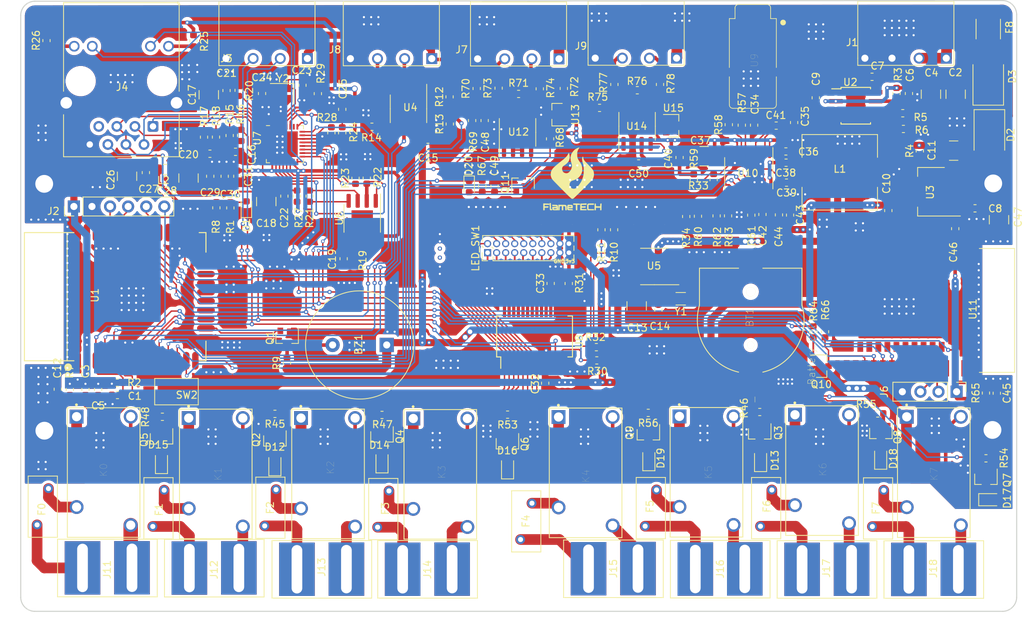
<source format=kicad_pcb>
(kicad_pcb (version 20171130) (host pcbnew "(5.1.6)-1")
  (layers (0 F.Cu signal) (31 B.Cu signal) (34 B.Paste user) (35 F.Paste user) (36 B.SilkS user hide) (37 F.SilkS user) (38 B.Mask user) (39 F.Mask user hide) (44 Edge.Cuts user))
  (net 0 "")
  (net 1 "Net-(BZ1-Pad2)")
  (net 2 +5V)
  (net 3 GND)
  (net 4 FLASH_EN)
  (net 5 "Net-(C2-Pad1)")
  (net 6 +3V3)
  (net 7 "Net-(C7-Pad1)")
  (net 8 "Net-(C8-Pad1)")
  (net 9 "Net-(C9-Pad2)")
  (net 10 "Net-(C9-Pad1)")
  (net 11 BUTTON)
  (net 12 "Net-(C16-Pad1)")
  (net 13 +1V8)
  (net 14 VCC)
  (net 15 "Net-(C20-Pad1)")
  (net 16 "Net-(C23-Pad1)")
  (net 17 "Net-(C24-Pad1)")
  (net 18 ETH_SPI_RST)
  (net 19 "Net-(C33-Pad1)")
  (net 20 "Net-(C34-Pad1)")
  (net 21 "Net-(C35-Pad1)")
  (net 22 "Net-(C39-Pad2)")
  (net 23 "Net-(C41-Pad2)")
  (net 24 "Net-(C41-Pad1)")
  (net 25 "Net-(C42-Pad2)")
  (net 26 "Net-(C49-Pad1)")
  (net 27 "Net-(D1-Pad2)")
  (net 28 "Net-(D2-Pad1)")
  (net 29 "Net-(D12-Pad2)")
  (net 30 "Net-(D13-Pad2)")
  (net 31 "Net-(D14-Pad2)")
  (net 32 "Net-(D15-Pad2)")
  (net 33 "Net-(D16-Pad2)")
  (net 34 "Net-(D17-Pad2)")
  (net 35 "Net-(D18-Pad2)")
  (net 36 "Net-(D19-Pad2)")
  (net 37 RS485_TX)
  (net 38 "Net-(F1-Pad1)")
  (net 39 FLASH_IO0)
  (net 40 FLASH_U0RX)
  (net 41 FLASH_U0TX)
  (net 42 LED2_FDX)
  (net 43 LED2+)
  (net 44 LED1_LINK)
  (net 45 LED1+)
  (net 46 "Net-(J4-Pad6)")
  (net 47 "Net-(J4-Pad3)")
  (net 48 "Net-(J4-Pad2)")
  (net 49 "Net-(J4-Pad1)")
  (net 50 BUZZER)
  (net 51 "Net-(Q2-Pad1)")
  (net 52 "Net-(Q3-Pad1)")
  (net 53 "Net-(Q4-Pad1)")
  (net 54 "Net-(Q5-Pad1)")
  (net 55 "Net-(Q6-Pad1)")
  (net 56 "Net-(Q7-Pad1)")
  (net 57 "Net-(Q8-Pad1)")
  (net 58 "Net-(Q9-Pad1)")
  (net 59 "Net-(Q10-Pad3)")
  (net 60 "Net-(Q10-Pad1)")
  (net 61 "Net-(R3-Pad1)")
  (net 62 "Net-(R5-Pad2)")
  (net 63 I2C_SDA)
  (net 64 I2C_SCL)
  (net 65 "Net-(R12-Pad2)")
  (net 66 OPAMP_VA1)
  (net 67 ANALOG_2)
  (net 68 "Net-(R19-Pad1)")
  (net 69 "Net-(R20-Pad1)")
  (net 70 "Net-(R21-Pad2)")
  (net 71 "Net-(R21-Pad1)")
  (net 72 "Net-(R22-Pad1)")
  (net 73 "Net-(R23-Pad1)")
  (net 74 GP1)
  (net 75 GP2)
  (net 76 GP3)
  (net 77 RELAY_OUT1)
  (net 78 RELAY_OUT5)
  (net 79 RELAY_OUT2)
  (net 80 RELAY_OUT0)
  (net 81 RELAY_OUT3)
  (net 82 RELAY_OUT7)
  (net 83 RELAY_OUT6)
  (net 84 RELAY_OUT4)
  (net 85 "Net-(R57-Pad1)")
  (net 86 "Net-(R58-Pad1)")
  (net 87 "Net-(R61-Pad2)")
  (net 88 "Net-(R62-Pad2)")
  (net 89 SPI_CS)
  (net 90 RS485_RX)
  (net 91 "Net-(R70-Pad2)")
  (net 92 "Net-(R71-Pad2)")
  (net 93 "Net-(R75-Pad1)")
  (net 94 "Net-(R76-Pad2)")
  (net 95 "Net-(R76-Pad1)")
  (net 96 SPI_MOSI)
  (net 97 SPI_MISO)
  (net 98 SPI_CLK)
  (net 99 CAN_TX)
  (net 100 CAN_RX)
  (net 101 I2S_BCK)
  (net 102 ETH_SPI_INT)
  (net 103 OPAMP_IA0)
  (net 104 "Net-(U6-Pad1)")
  (net 105 "Net-(F2-Pad1)")
  (net 106 "Net-(F5-Pad1)")
  (net 107 "Net-(F8-Pad1)")
  (net 108 SWDIO)
  (net 109 SWCLK)
  (net 110 RS485_B)
  (net 111 RS485_A)
  (net 112 +12V)
  (net 113 ANALOG_1)
  (net 114 CAN_H)
  (net 115 CAN_L)
  (net 116 I2S_LRCK)
  (net 117 I2S_DATA)
  (net 118 "Net-(F3-Pad2)")
  (net 119 "Net-(F4-Pad2)")
  (net 120 "Net-(F6-Pad2)")
  (net 121 "Net-(F7-Pad2)")
  (net 122 "Net-(F0-Pad1)")
  (net 123 P0)
  (net 124 P2)
  (net 125 P4)
  (net 126 P6)
  (net 127 P8)
  (net 128 P10)
  (net 129 P12)
  (net 130 P14)
  (net 131 P1)
  (net 132 P3)
  (net 133 P5)
  (net 134 P7)
  (net 135 P9)
  (net 136 P11)
  (net 137 P13)
  (net 138 P15)
  (net 139 ZIGBEE_RST)
  (net 140 "Net-(R33-Pad1)")
  (net 141 "Net-(R34-Pad2)")
  (net 142 "Net-(Q11-Pad3)")
  (net 143 SW0)
  (net 144 SW1)
  (net 145 SW2)
  (net 146 SW3)
  (net 147 SW4)
  (net 148 SW5)
  (net 149 SW6)
  (net 150 SW7)
  (net 151 "Net-(BT1-Pad1)")
  (net 152 "Net-(U5-Pad2)")
  (net 153 "Net-(U5-Pad1)")
  (module Package_TO_SOT_SMD:SOT-23 (layer F.Cu) (at 108.712 66.548 90)
    (fp_text reference Q11 (at 0 -2.5 90) (layer F.SilkS))
    (fp_text value BSS138)
    (pad 3 smd rect (at 1 0 90) (size 0.9 0.8) (layers F.Cu F.Paste F.Mask) (net 142 "Net-(Q11-Pad3)"))
    (pad 2 smd rect (at -1 0.95 90) (size 0.9 0.8) (layers F.Cu F.Paste F.Mask) (net 3 GND))
    (pad 1 smd rect (at -1 -0.95 90) (size 0.9 0.8) (layers F.Cu F.Paste F.Mask) (net 26 "Net-(C49-Pad1)"))
  )
  (module Package_SO:TSSOP-20_4.4x6.5mm_P0.65mm (layer F.Cu) (at 140.42 65.108 270)
    (fp_text reference U10 (at 0 0.127 180) (layer F.SilkS))
    (fp_text value PCM510x)
    (pad 20 smd roundrect (at 2.8625 -2.925 270) (size 1.475 0.4) (layers F.Cu F.Paste F.Mask) (net 6 +3V3))
    (pad 19 smd roundrect (at 2.8625 -2.275 270) (size 1.475 0.4) (layers F.Cu F.Paste F.Mask) (net 3 GND))
    (pad 18 smd roundrect (at 2.8625 -1.625 270) (size 1.475 0.4) (layers F.Cu F.Paste F.Mask) (net 25 "Net-(C42-Pad2)"))
    (pad 17 smd roundrect (at 2.8625 -0.975 270) (size 1.475 0.4) (layers F.Cu F.Paste F.Mask) (net 87 "Net-(R61-Pad2)"))
    (pad 16 smd roundrect (at 2.8625 -0.325 270) (size 1.475 0.4) (layers F.Cu F.Paste F.Mask) (net 88 "Net-(R62-Pad2)"))
    (pad 15 smd roundrect (at 2.8625 0.325 270) (size 1.475 0.4) (layers F.Cu F.Paste F.Mask) (net 116 I2S_LRCK))
    (pad 14 smd roundrect (at 2.8625 0.975 270) (size 1.475 0.4) (layers F.Cu F.Paste F.Mask) (net 117 I2S_DATA))
    (pad 13 smd roundrect (at 2.8625 1.625 270) (size 1.475 0.4) (layers F.Cu F.Paste F.Mask) (net 101 I2S_BCK))
    (pad 12 smd roundrect (at 2.8625 2.275 270) (size 1.475 0.4) (layers F.Cu F.Paste F.Mask) (net 3 GND))
    (pad 11 smd roundrect (at 2.8625 2.925 270) (size 1.475 0.4) (layers F.Cu F.Paste F.Mask) (net 141 "Net-(R34-Pad2)"))
    (pad 10 smd roundrect (at -2.8625 2.925 270) (size 1.475 0.4) (layers F.Cu F.Paste F.Mask) (net 140 "Net-(R33-Pad1)"))
    (pad 9 smd roundrect (at -2.8625 2.275 270) (size 1.475 0.4) (layers F.Cu F.Paste F.Mask) (net 3 GND))
    (pad 8 smd roundrect (at -2.8625 1.625 270) (size 1.475 0.4) (layers F.Cu F.Paste F.Mask) (net 6 +3V3))
    (pad 7 smd roundrect (at -2.8625 0.975 270) (size 1.475 0.4) (layers F.Cu F.Paste F.Mask) (net 86 "Net-(R58-Pad1)"))
    (pad 6 smd roundrect (at -2.8625 0.325 270) (size 1.475 0.4) (layers F.Cu F.Paste F.Mask) (net 85 "Net-(R57-Pad1)"))
    (pad 5 smd roundrect (at -2.8625 -0.325 270) (size 1.475 0.4) (layers F.Cu F.Paste F.Mask) (net 22 "Net-(C39-Pad2)"))
    (pad 4 smd roundrect (at -2.8625 -0.975 270) (size 1.475 0.4) (layers F.Cu F.Paste F.Mask) (net 23 "Net-(C41-Pad2)"))
    (pad 3 smd roundrect (at -2.8625 -1.625 270) (size 1.475 0.4) (layers F.Cu F.Paste F.Mask) (net 3 GND))
    (pad 2 smd roundrect (at -2.8625 -2.275 270) (size 1.475 0.4) (layers F.Cu F.Paste F.Mask) (net 24 "Net-(C41-Pad1)"))
    (pad 1 smd roundrect (at -2.8625 -2.925 270) (size 1.475 0.4) (layers F.Cu F.Paste F.Mask) (net 6 +3V3))
  )
  (module Capacitor_SMD:C_0603_1608Metric (layer F.Cu) (at 67.06 53.494 90)
    (fp_text reference C21 (at 2.44 -0.004) (layer F.SilkS))
    (fp_text value 100nF)
    (pad 2 smd roundrect (at 0.7875 0 90) (size 0.875 0.95) (layers F.Cu F.Paste F.Mask) (net 3 GND))
    (pad 1 smd roundrect (at -0.7875 0 90) (size 0.875 0.95) (layers F.Cu F.Paste F.Mask) (net 13 +1V8))
  )
  (module Connector_RJ:RJ45_Hanrun_HR911105A (layer F.Cu) (at 56.73 58.53 180)
    (fp_text reference J4 (at 4.34 5.5) (layer F.SilkS))
    (fp_text value RJ45_LED_Shielded)
    (pad 11 thru_hole circle (at 8.525 11.26 180) (size 1.5 1.5) (drill 1.02) (layers *.Cu *.Mask) (net 42 LED2_FDX))
    (pad 12 thru_hole circle (at 11.065 11.26 180) (size 1.5 1.5) (drill 1.02) (layers *.Cu *.Mask) (net 43 LED2+))
    (pad 10 thru_hole circle (at 0.355 11.26 180) (size 1.5 1.5) (drill 1.02) (layers *.Cu *.Mask) (net 44 LED1_LINK))
    (pad 9 thru_hole circle (at -2.185 11.26 180) (size 1.5 1.5) (drill 1.02) (layers *.Cu *.Mask) (net 45 LED1+))
    (pad SH thru_hole circle (at 12.185 3.31 180) (size 2.5 2.5) (drill 1.63) (layers *.Cu *.Mask) (net 3 GND))
    (pad 8 thru_hole circle (at 8.88 -2.54 180) (size 1.5 1.5) (drill 0.9) (layers *.Cu *.Mask) (net 3 GND))
    (pad SH thru_hole circle (at -3.305 3.31 180) (size 2.5 2.5) (drill 1.63) (layers *.Cu *.Mask) (net 3 GND))
    (pad 7 thru_hole circle (at 7.62 0 180) (size 1.5 1.5) (drill 0.9) (layers *.Cu *.Mask))
    (pad 6 thru_hole circle (at 6.34 -2.54 270) (size 1.5 1.5) (drill 0.9) (layers *.Cu *.Mask) (net 46 "Net-(J4-Pad6)"))
    (pad 5 thru_hole circle (at 5.08 0 180) (size 1.5 1.5) (drill 0.9) (layers *.Cu *.Mask) (net 13 +1V8))
    (pad 4 thru_hole circle (at 3.8 -2.54 180) (size 1.5 1.5) (drill 0.9) (layers *.Cu *.Mask) (net 13 +1V8))
    (pad 3 thru_hole circle (at 2.54 0 180) (size 1.5 1.5) (drill 0.9) (layers *.Cu *.Mask) (net 47 "Net-(J4-Pad3)"))
    (pad 2 thru_hole circle (at 1.26 -2.54 180) (size 1.5 1.5) (drill 0.9) (layers *.Cu *.Mask) (net 48 "Net-(J4-Pad2)"))
    (pad 1 thru_hole roundrect (at 0 0 180) (size 1.5 1.5) (drill 0.9) (layers *.Cu *.Mask) (roundrect_rratio 0.167) (net 49 "Net-(J4-Pad1)"))
    (pad "" np_thru_hole circle (at -1.275 6.36 180) (size 3.25 3.25) (drill 3.25) (layers *.Cu *.Mask))
    (pad "" np_thru_hole circle (at 10.155 6.36 180) (size 3.25 3.25) (drill 3.25) (layers *.Cu *.Mask))
  )
  (module Button_Switch_SMD:SW_SPST_CK_RS282G05A3 (layer F.Cu) (at 60.03 95.79 180)
    (fp_text reference SW2 (at -1.438 -0.476) (layer F.SilkS))
    (fp_text value SW_Push)
    (pad 2 smd rect (at 3.9 0 180) (size 1.5 1.5) (layers F.Cu F.Paste F.Mask) (net 11 BUTTON))
    (pad 1 smd rect (at -3.9 0 180) (size 1.5 1.5) (layers F.Cu F.Paste F.Mask) (net 3 GND))
  )
  (module Package_DFN_QFN:QFN-32-1EP_5x5mm_P0.5mm_EP3.6x3.6mm (layer F.Cu) (at 75.26 61.03)
    (fp_text reference U7 (at -3.886 -0.832 270) (layer F.SilkS))
    (fp_text value DM9051)
    (pad 33 smd rect (at 0 0) (size 3.6 3.6) (layers F.Cu F.Mask) (net 3 GND))
    (pad 32 smd roundrect (at -1.75 -2.45) (size 0.25 0.8) (layers F.Cu F.Paste F.Mask) (net 3 GND))
    (pad 31 smd roundrect (at -1.25 -2.45) (size 0.25 0.8) (layers F.Cu F.Paste F.Mask) (net 17 "Net-(C24-Pad1)"))
    (pad 30 smd roundrect (at -0.75 -2.45) (size 0.25 0.8) (layers F.Cu F.Paste F.Mask) (net 16 "Net-(C23-Pad1)"))
    (pad 29 smd roundrect (at -0.25 -2.45) (size 0.25 0.8) (layers F.Cu F.Paste F.Mask) (net 14 VCC))
    (pad 28 smd roundrect (at 0.25 -2.45) (size 0.25 0.8) (layers F.Cu F.Paste F.Mask) (net 76 GP3))
    (pad 27 smd roundrect (at 0.75 -2.45) (size 0.25 0.8) (layers F.Cu F.Paste F.Mask) (net 18 ETH_SPI_RST))
    (pad 26 smd roundrect (at 1.25 -2.45) (size 0.25 0.8) (layers F.Cu F.Paste F.Mask))
    (pad 25 smd roundrect (at 1.75 -2.45) (size 0.25 0.8) (layers F.Cu F.Paste F.Mask) (net 44 LED1_LINK))
    (pad 24 smd roundrect (at 2.45 -1.75) (size 0.8 0.25) (layers F.Cu F.Paste F.Mask) (net 102 ETH_SPI_INT))
    (pad 23 smd roundrect (at 2.45 -1.25) (size 0.8 0.25) (layers F.Cu F.Paste F.Mask) (net 75 GP2))
    (pad 22 smd roundrect (at 2.45 -0.75) (size 0.8 0.25) (layers F.Cu F.Paste F.Mask) (net 3 GND))
    (pad 21 smd roundrect (at 2.45 -0.25) (size 0.8 0.25) (layers F.Cu F.Paste F.Mask) (net 14 VCC))
    (pad 20 smd roundrect (at 2.45 0.25) (size 0.8 0.25) (layers F.Cu F.Paste F.Mask) (net 97 SPI_MISO))
    (pad 19 smd roundrect (at 2.45 0.75) (size 0.8 0.25) (layers F.Cu F.Paste F.Mask) (net 96 SPI_MOSI))
    (pad 18 smd roundrect (at 2.45 1.25) (size 0.8 0.25) (layers F.Cu F.Paste F.Mask) (net 98 SPI_CLK))
    (pad 17 smd roundrect (at 2.45 1.75) (size 0.8 0.25) (layers F.Cu F.Paste F.Mask) (net 89 SPI_CS))
    (pad 16 smd roundrect (at 1.75 2.45) (size 0.25 0.8) (layers F.Cu F.Paste F.Mask) (net 42 LED2_FDX))
    (pad 15 smd roundrect (at 1.25 2.45) (size 0.25 0.8) (layers F.Cu F.Paste F.Mask) (net 14 VCC))
    (pad 14 smd roundrect (at 0.75 2.45) (size 0.25 0.8) (layers F.Cu F.Paste F.Mask) (net 73 "Net-(R23-Pad1)"))
    (pad 13 smd roundrect (at 0.25 2.45) (size 0.25 0.8) (layers F.Cu F.Paste F.Mask) (net 104 "Net-(U6-Pad1)"))
    (pad 12 smd roundrect (at -0.25 2.45) (size 0.25 0.8) (layers F.Cu F.Paste F.Mask) (net 72 "Net-(R22-Pad1)"))
    (pad 11 smd roundrect (at -0.75 2.45) (size 0.25 0.8) (layers F.Cu F.Paste F.Mask) (net 71 "Net-(R21-Pad1)"))
    (pad 10 smd roundrect (at -1.25 2.45) (size 0.25 0.8) (layers F.Cu F.Paste F.Mask) (net 74 GP1))
    (pad 9 smd roundrect (at -1.75 2.45) (size 0.25 0.8) (layers F.Cu F.Paste F.Mask) (net 14 VCC))
    (pad 8 smd roundrect (at -2.45 1.75) (size 0.8 0.25) (layers F.Cu F.Paste F.Mask) (net 13 +1V8))
    (pad 7 smd roundrect (at -2.45 1.25) (size 0.8 0.25) (layers F.Cu F.Paste F.Mask) (net 48 "Net-(J4-Pad2)"))
    (pad 6 smd roundrect (at -2.45 0.75) (size 0.8 0.25) (layers F.Cu F.Paste F.Mask) (net 49 "Net-(J4-Pad1)"))
    (pad 5 smd roundrect (at -2.45 0.25) (size 0.8 0.25) (layers F.Cu F.Paste F.Mask) (net 3 GND))
    (pad 4 smd roundrect (at -2.45 -0.25) (size 0.8 0.25) (layers F.Cu F.Paste F.Mask) (net 46 "Net-(J4-Pad6)"))
    (pad 3 smd roundrect (at -2.45 -0.75) (size 0.8 0.25) (layers F.Cu F.Paste F.Mask) (net 47 "Net-(J4-Pad3)"))
    (pad 2 smd roundrect (at -2.45 -1.25) (size 0.8 0.25) (layers F.Cu F.Paste F.Mask) (net 13 +1V8))
    (pad 1 smd roundrect (at -2.45 -1.75) (size 0.8 0.25) (layers F.Cu F.Paste F.Mask) (net 69 "Net-(R20-Pad1)"))
  )
  (module Capacitor_SMD:C_0603_1608Metric (layer F.Cu) (at 149.83 54.51 270)
    (fp_text reference C9 (at -2.64 -0.04 90) (layer F.SilkS))
    (fp_text value 100nF)
    (pad 2 smd roundrect (at 0.7875 0 270) (size 0.875 0.95) (layers F.Cu F.Paste F.Mask) (net 9 "Net-(C9-Pad2)"))
    (pad 1 smd roundrect (at -0.7875 0 270) (size 0.875 0.95) (layers F.Cu F.Paste F.Mask) (net 10 "Net-(C9-Pad1)"))
  )
  (module Inductor_SMD:L_0805_2012Metric (layer F.Cu) (at 58.43 64.58)
    (fp_text reference L2 (at -0.254 1.524) (layer F.SilkS))
    (fp_text value 600uH/200mA)
    (pad 2 smd roundrect (at 0.9375 0) (size 0.975 1.4) (layers F.Cu F.Paste F.Mask) (net 14 VCC))
    (pad 1 smd roundrect (at -0.9375 0) (size 0.975 1.4) (layers F.Cu F.Paste F.Mask) (net 6 +3V3))
  )
  (module Buzzer_Beeper:Buzzer_15x7.5RM7.6 (layer F.Cu) (at 89.56 89.23 180)
    (fp_text reference BZ1 (at 3.957 0.0755 270) (layer F.SilkS))
    (fp_text value Buzzer)
    (pad 2 thru_hole circle (at 7.6 0 180) (size 2 2) (drill 1) (layers *.Cu *.Mask) (net 1 "Net-(BZ1-Pad2)"))
    (pad 1 thru_hole rect (at 0 0 180) (size 2 2) (drill 1) (layers *.Cu *.Mask) (net 2 +5V))
  )
  (module Capacitor_SMD:C_1210_3225Metric (layer F.Cu) (at 175.57 71.64 90)
    (fp_text reference C47 (at 0.376 2.678 270) (layer F.SilkS))
    (fp_text value 10uF)
    (pad 2 smd roundrect (at 1.4 0 90) (size 1.25 2.65) (layers F.Cu F.Paste F.Mask) (roundrect_rratio 0.2) (net 3 GND))
    (pad 1 smd roundrect (at -1.4 0 90) (size 1.25 2.65) (layers F.Cu F.Paste F.Mask) (roundrect_rratio 0.2) (net 6 +3V3))
  )
  (module Diode_SMD:D_SMB (layer F.Cu) (at 174.06 52 90)
    (fp_text reference D3 (at 0.48 3.39 90) (layer F.SilkS))
    (fp_text value SS34)
    (pad 2 smd rect (at 2.15 0 90) (size 2.5 2.3) (layers F.Cu F.Paste F.Mask) (net 28 "Net-(D2-Pad1)"))
    (pad 1 smd rect (at -2.15 0 90) (size 2.5 2.3) (layers F.Cu F.Paste F.Mask) (net 5 "Net-(C2-Pad1)"))
  )
  (module Package_SO:SOIC-8-1EP_3.9x4.9mm_P1.27mm_EP2.29x3mm (layer F.Cu) (at 86.12 71.46 270)
    (fp_text reference U6 (at -0.01 3.22 90) (layer F.SilkS))
    (fp_text value 93LC46)
    (pad 9 smd rect (at 0 0 270) (size 2.29 3) (layers F.Cu F.Mask))
    (pad 8 smd roundrect (at 2.475 -1.905 270) (size 1.95 0.6) (layers F.Cu F.Paste F.Mask) (net 14 VCC))
    (pad 7 smd roundrect (at 2.475 -0.635 270) (size 1.95 0.6) (layers F.Cu F.Paste F.Mask))
    (pad 6 smd roundrect (at 2.475 0.635 270) (size 1.95 0.6) (layers F.Cu F.Paste F.Mask) (net 68 "Net-(R19-Pad1)"))
    (pad 5 smd roundrect (at 2.475 1.905 270) (size 1.95 0.6) (layers F.Cu F.Paste F.Mask) (net 3 GND))
    (pad 4 smd roundrect (at -2.475 1.905 270) (size 1.95 0.6) (layers F.Cu F.Paste F.Mask) (net 70 "Net-(R21-Pad2)"))
    (pad 3 smd roundrect (at -2.475 0.635 270) (size 1.95 0.6) (layers F.Cu F.Paste F.Mask) (net 71 "Net-(R21-Pad1)"))
    (pad 2 smd roundrect (at -2.475 -0.635 270) (size 1.95 0.6) (layers F.Cu F.Paste F.Mask) (net 72 "Net-(R22-Pad1)"))
    (pad 1 smd roundrect (at -2.475 -1.905 270) (size 1.95 0.6) (layers F.Cu F.Paste F.Mask) (net 104 "Net-(U6-Pad1)"))
  )
  (module MountingHole:MountingHole_2.5mm_Pad (layer F.Cu) (at 174.65 101.17)
    (fp_text reference H8)
    (fp_text value MountingHole_Pad)
    (pad 1 thru_hole circle (at 0 0) (size 5 5) (drill 2.5) (layers *.Cu *.Mask) (net 3 GND))
  )
  (module MountingHole:MountingHole_2.5mm_Pad (layer F.Cu) (at 41.475 101.275)
    (fp_text reference H7)
    (fp_text value MountingHole_Pad)
    (pad 1 thru_hole circle (at 0 0) (size 5 5) (drill 2.5) (layers *.Cu *.Mask) (net 3 GND))
  )
  (module MountingHole:MountingHole_2.5mm_Pad (layer F.Cu) (at 174.76 66.54)
    (fp_text reference H6)
    (fp_text value MountingHole_Pad)
    (pad 1 thru_hole circle (at 0 0) (size 5 5) (drill 2.5) (layers *.Cu *.Mask) (net 3 GND))
  )
  (module MountingHole:MountingHole_2.5mm_Pad (layer F.Cu) (at 41.45 66.6)
    (fp_text reference H5)
    (fp_text value MountingHole_Pad)
    (pad 1 thru_hole circle (at 0 0) (size 5 5) (drill 2.5) (layers *.Cu *.Mask) (net 3 GND))
  )
  (module Fuse:Fuse_BelFuse_0ZRE0005FF_L8.3mm_W3.8mm (layer F.Cu) (at 108.36 116.56 90)
    (fp_text reference F4 (at 2.58 0.75 90) (layer F.SilkS))
    (fp_text value Fuse_Small)
    (pad 1 thru_hole circle (at 0 0 90) (size 1.27 1.27) (drill 0.71) (layers *.Cu *.Mask) (net 127 P8))
    (pad 2 thru_hole circle (at 5.1 1.6 90) (size 1.27 1.27) (drill 0.71) (layers *.Cu *.Mask) (net 119 "Net-(F4-Pad2)"))
  )
  (module Fuse:Fuse_BelFuse_0ZRE0005FF_L8.3mm_W3.8mm (layer F.Cu) (at 142.06 114.7 90)
    (fp_text reference F6 (at 2.81 0.9 90) (layer F.SilkS))
    (fp_text value Fuse_Small)
    (pad 1 thru_hole circle (at 0 0 90) (size 1.27 1.27) (drill 0.71) (layers *.Cu *.Mask) (net 129 P12))
    (pad 2 thru_hole circle (at 5.1 1.6 90) (size 1.27 1.27) (drill 0.71) (layers *.Cu *.Mask) (net 120 "Net-(F6-Pad2)"))
  )
  (module Fuse:Fuse_BelFuse_0ZRE0005FF_L8.3mm_W3.8mm (layer F.Cu) (at 157.78 114.74 90)
    (fp_text reference F7 (at 2.59 0.51 90) (layer F.SilkS))
    (fp_text value Fuse_Small)
    (pad 1 thru_hole circle (at 0 0 90) (size 1.27 1.27) (drill 0.71) (layers *.Cu *.Mask) (net 130 P14))
    (pad 2 thru_hole circle (at 5.1 1.6 90) (size 1.27 1.27) (drill 0.71) (layers *.Cu *.Mask) (net 121 "Net-(F7-Pad2)"))
  )
  (module Fuse:Fuse_BelFuse_0ZRE0005FF_L8.3mm_W3.8mm (layer F.Cu) (at 88.28 114.83 90)
    (fp_text reference F3 (at 2.62 1.08 90) (layer F.SilkS))
    (fp_text value Fuse_Small)
    (pad 1 thru_hole circle (at 0 0 90) (size 1.27 1.27) (drill 0.71) (layers *.Cu *.Mask) (net 126 P6))
    (pad 2 thru_hole circle (at 5.1 1.6 90) (size 1.27 1.27) (drill 0.71) (layers *.Cu *.Mask) (net 118 "Net-(F3-Pad2)"))
  )
  (module Fuse:Fuse_BelFuse_0ZRE0005FF_L8.3mm_W3.8mm (layer F.Cu) (at 42.05 109.4 270)
    (fp_text reference F0 (at 2.925 0.95 90) (layer F.SilkS))
    (fp_text value Fuse_Small)
    (pad 1 thru_hole circle (at 0 0 270) (size 1.27 1.27) (drill 0.71) (layers *.Cu *.Mask) (net 122 "Net-(F0-Pad1)"))
    (pad 2 thru_hole circle (at 5.1 1.6 270) (size 1.27 1.27) (drill 0.71) (layers *.Cu *.Mask) (net 123 P0))
  )
  (module Fuse:Fuse_BelFuse_0ZRE0005FF_L8.3mm_W3.8mm (layer F.Cu) (at 74.02 109.55 270)
    (fp_text reference F2 (at 2.55 0.825 90) (layer F.SilkS))
    (fp_text value Fuse_Small)
    (pad 1 thru_hole circle (at 0 0 270) (size 1.27 1.27) (drill 0.71) (layers *.Cu *.Mask) (net 105 "Net-(F2-Pad1)"))
    (pad 2 thru_hole circle (at 5.1 1.6 270) (size 1.27 1.27) (drill 0.71) (layers *.Cu *.Mask) (net 125 P4))
  )
  (module Fuse:Fuse_BelFuse_0ZRE0005FF_L8.3mm_W3.8mm (layer F.Cu) (at 127.46 109.59 270)
    (fp_text reference F5 (at 2.32 0.92 90) (layer F.SilkS))
    (fp_text value Fuse_Small)
    (pad 1 thru_hole circle (at 0 0 270) (size 1.27 1.27) (drill 0.71) (layers *.Cu *.Mask) (net 106 "Net-(F5-Pad1)"))
    (pad 2 thru_hole circle (at 5.1 1.6 270) (size 1.27 1.27) (drill 0.71) (layers *.Cu *.Mask) (net 128 P10))
  )
  (module Fuse:Fuse_BelFuse_0ZRE0005FF_L8.3mm_W3.8mm (layer F.Cu) (at 58.3 109.625 270)
    (fp_text reference F1 (at 2.75 0.725 90) (layer F.SilkS))
    (fp_text value Fuse_Small)
    (pad 1 thru_hole circle (at 0 0 270) (size 1.27 1.27) (drill 0.71) (layers *.Cu *.Mask) (net 38 "Net-(F1-Pad1)"))
    (pad 2 thru_hole circle (at 5.1 1.6 270) (size 1.27 1.27) (drill 0.71) (layers *.Cu *.Mask) (net 124 P2))
  )
  (module Connector_PinHeader_2.54mm:PinHeader_1x04_P2.54mm_Vertical (layer F.Cu) (at 169.61 95.8 270)
    (fp_text reference J6 (at 0 10.16 90) (layer F.SilkS))
    (fp_text value Conn_01x04)
    (pad 4 thru_hole oval (at 0 7.62 270) (size 1.7 1.7) (drill 1) (layers *.Cu *.Mask) (net 3 GND))
    (pad 3 thru_hole oval (at 0 5.08 270) (size 1.7 1.7) (drill 1) (layers *.Cu *.Mask) (net 108 SWDIO))
    (pad 2 thru_hole oval (at 0 2.54 270) (size 1.7 1.7) (drill 1) (layers *.Cu *.Mask) (net 109 SWCLK))
    (pad 1 thru_hole rect (at 0 0 270) (size 1.7 1.7) (drill 1) (layers *.Cu *.Mask) (net 6 +3V3))
  )
  (module Capacitor_SMD:C_1210_3225Metric (layer F.Cu) (at 169.48 54.01 270)
    (fp_text reference C2 (at -3.05 0.04 180) (layer F.SilkS))
    (fp_text value 10uF/50V)
    (pad 2 smd roundrect (at 1.4 0 270) (size 1.25 2.65) (layers F.Cu F.Paste F.Mask) (roundrect_rratio 0.2) (net 3 GND))
    (pad 1 smd roundrect (at -1.4 0 270) (size 1.25 2.65) (layers F.Cu F.Paste F.Mask) (roundrect_rratio 0.2) (net 5 "Net-(C2-Pad1)"))
  )
  (module Capacitor_SMD:C_1210_3225Metric (layer F.Cu) (at 166.01 54.01 270)
    (fp_text reference C4 (at -3.01 -0.07) (layer F.SilkS))
    (fp_text value 10uF/50V)
    (pad 2 smd roundrect (at 1.4 0 270) (size 1.25 2.65) (layers F.Cu F.Paste F.Mask) (roundrect_rratio 0.2) (net 3 GND))
    (pad 1 smd roundrect (at -1.4 0 270) (size 1.25 2.65) (layers F.Cu F.Paste F.Mask) (roundrect_rratio 0.2) (net 5 "Net-(C2-Pad1)"))
  )
  (module Capacitor_SMD:C_0603_1608Metric (layer F.Cu) (at 162.92 53.91 270)
    (fp_text reference C6 (at -2.59 -0.14 270) (layer F.SilkS))
    (fp_text value 100nF)
    (pad 2 smd roundrect (at 0.7875 0 270) (size 0.875 0.95) (layers F.Cu F.Paste F.Mask) (net 3 GND))
    (pad 1 smd roundrect (at -0.7875 0 270) (size 0.875 0.95) (layers F.Cu F.Paste F.Mask) (net 5 "Net-(C2-Pad1)"))
  )
  (module Capacitor_SMD:C_0603_1608Metric (layer F.Cu) (at 157.734 51.562 180)
    (fp_text reference C7 (at -0.762 1.524 180) (layer F.SilkS))
    (fp_text value 100nF)
    (pad 2 smd roundrect (at 0.7875 0 180) (size 0.875 0.95) (layers F.Cu F.Paste F.Mask) (net 3 GND))
    (pad 1 smd roundrect (at -0.7875 0 180) (size 0.875 0.95) (layers F.Cu F.Paste F.Mask) (net 7 "Net-(C7-Pad1)"))
  )
  (module Capacitor_SMD:C_0603_1608Metric (layer F.Cu) (at 172.2 70.04)
    (fp_text reference C8 (at 2.84 0.04) (layer F.SilkS))
    (fp_text value 100nF)
    (pad 2 smd roundrect (at 0.7875 0) (size 0.875 0.95) (layers F.Cu F.Paste F.Mask) (net 3 GND))
    (pad 1 smd roundrect (at -0.7875 0) (size 0.875 0.95) (layers F.Cu F.Paste F.Mask) (net 8 "Net-(C8-Pad1)"))
  )
  (module Capacitor_SMD:C_0603_1608Metric (layer F.Cu) (at 160.02 70.358 270)
    (fp_text reference C10 (at -3.81 0.254 270) (layer F.SilkS))
    (fp_text value 100nF)
    (pad 2 smd roundrect (at 0.7875 0 270) (size 0.875 0.95) (layers F.Cu F.Paste F.Mask) (net 3 GND))
    (pad 1 smd roundrect (at -0.7875 0 270) (size 0.875 0.95) (layers F.Cu F.Paste F.Mask) (net 6 +3V3))
  )
  (module Capacitor_SMD:C_1210_3225Metric (layer F.Cu) (at 169.2 61.93)
    (fp_text reference C11 (at -3.08 -0.04 90) (layer F.SilkS))
    (fp_text value 47uF)
    (pad 2 smd roundrect (at 1.4 0) (size 1.25 2.65) (layers F.Cu F.Paste F.Mask) (roundrect_rratio 0.2) (net 3 GND))
    (pad 1 smd roundrect (at -1.4 0) (size 1.25 2.65) (layers F.Cu F.Paste F.Mask) (roundrect_rratio 0.2) (net 2 +5V))
  )
  (module Capacitor_SMD:C_0603_1608Metric (layer F.Cu) (at 43.36 95.45 90)
    (fp_text reference C12 (at 2.97 -0.05 90) (layer F.SilkS))
    (fp_text value C_Small)
    (pad 2 smd roundrect (at 0.7875 0 90) (size 0.875 0.95) (layers F.Cu F.Paste F.Mask) (net 3 GND))
    (pad 1 smd roundrect (at -0.7875 0 90) (size 0.875 0.95) (layers F.Cu F.Paste F.Mask) (net 11 BUTTON))
  )
  (module Capacitor_SMD:C_1210_3225Metric (layer F.Cu) (at 124.67 83.74 270)
    (fp_text reference C13 (at 3.09 -0.1 180) (layer F.SilkS))
    (fp_text value 10uF)
    (pad 2 smd roundrect (at 1.4 0 270) (size 1.25 2.65) (layers F.Cu F.Paste F.Mask) (roundrect_rratio 0.2) (net 3 GND))
    (pad 1 smd roundrect (at -1.4 0 270) (size 1.25 2.65) (layers F.Cu F.Paste F.Mask) (roundrect_rratio 0.2) (net 2 +5V))
  )
  (module Capacitor_SMD:C_0603_1608Metric (layer F.Cu) (at 127.72 84.33 270)
    (fp_text reference C14 (at 2.28 -0.22 180) (layer F.SilkS))
    (fp_text value 100nF)
    (pad 2 smd roundrect (at 0.7875 0 270) (size 0.875 0.95) (layers F.Cu F.Paste F.Mask) (net 3 GND))
    (pad 1 smd roundrect (at -0.7875 0 270) (size 0.875 0.95) (layers F.Cu F.Paste F.Mask) (net 2 +5V))
  )
  (module Capacitor_SMD:C_0603_1608Metric (layer F.Cu) (at 95.35 61.41)
    (fp_text reference C15 (at 0.02 1.54 180) (layer F.SilkS))
    (fp_text value 100nF)
    (pad 2 smd roundrect (at 0.7875 0) (size 0.875 0.95) (layers F.Cu F.Paste F.Mask) (net 3 GND))
    (pad 1 smd roundrect (at -0.7875 0) (size 0.875 0.95) (layers F.Cu F.Paste F.Mask) (net 2 +5V))
  )
  (module Capacitor_SMD:C_0603_1608Metric (layer F.Cu) (at 77.724 52.7525 270)
    (fp_text reference C23 (at -2.114 0.09) (layer F.SilkS))
    (fp_text value 20pF)
    (pad 2 smd roundrect (at 0.7875 0 270) (size 0.875 0.95) (layers F.Cu F.Paste F.Mask) (net 3 GND))
    (pad 1 smd roundrect (at -0.7875 0 270) (size 0.875 0.95) (layers F.Cu F.Paste F.Mask) (net 16 "Net-(C23-Pad1)"))
  )
  (module Capacitor_SMD:C_0603_1608Metric (layer F.Cu) (at 72.05 53.91 90)
    (fp_text reference C24 (at 2.26 -0.02 180) (layer F.SilkS))
    (fp_text value 20pF)
    (pad 2 smd roundrect (at 0.7875 0 90) (size 0.875 0.95) (layers F.Cu F.Paste F.Mask) (net 3 GND))
    (pad 1 smd roundrect (at -0.7875 0 90) (size 0.875 0.95) (layers F.Cu F.Paste F.Mask) (net 17 "Net-(C24-Pad1)"))
  )
  (module Capacitor_SMD:C_0603_1608Metric (layer F.Cu) (at 83.312 56.134 90)
    (fp_text reference C25 (at 2.87 0.1 90) (layer F.SilkS))
    (fp_text value 100nF)
    (pad 2 smd roundrect (at 0.7875 0 90) (size 0.875 0.95) (layers F.Cu F.Paste F.Mask) (net 3 GND))
    (pad 1 smd roundrect (at -0.7875 0 90) (size 0.875 0.95) (layers F.Cu F.Paste F.Mask) (net 18 ETH_SPI_RST))
  )
  (module Capacitor_SMD:C_0603_1608Metric (layer F.Cu) (at 141.17 58.36 270)
    (fp_text reference C34 (at -2.94 -0.12 90) (layer F.SilkS))
    (fp_text value 2.2uF)
    (pad 2 smd roundrect (at 0.7875 0 270) (size 0.875 0.95) (layers F.Cu F.Paste F.Mask) (net 3 GND))
    (pad 1 smd roundrect (at -0.7875 0 270) (size 0.875 0.95) (layers F.Cu F.Paste F.Mask) (net 20 "Net-(C34-Pad1)"))
  )
  (module Capacitor_SMD:C_0603_1608Metric (layer F.Cu) (at 146.79 57.99 270)
    (fp_text reference C35 (at -0.88 -1.55 90) (layer F.SilkS))
    (fp_text value 2.2uF)
    (pad 2 smd roundrect (at 0.7875 0 270) (size 0.875 0.95) (layers F.Cu F.Paste F.Mask) (net 3 GND))
    (pad 1 smd roundrect (at -0.7875 0 270) (size 0.875 0.95) (layers F.Cu F.Paste F.Mask) (net 21 "Net-(C35-Pad1)"))
  )
  (module Capacitor_SMD:C_0603_1608Metric (layer F.Cu) (at 145.63 62.048)
    (fp_text reference C36 (at 3.18 0.04 180) (layer F.SilkS))
    (fp_text value 2.2uF)
    (pad 2 smd roundrect (at 0.7875 0) (size 0.875 0.95) (layers F.Cu F.Paste F.Mask) (net 3 GND))
    (pad 1 smd roundrect (at -0.7875 0) (size 0.875 0.95) (layers F.Cu F.Paste F.Mask) (net 6 +3V3))
  )
  (module Capacitor_SMD:C_1210_3225Metric (layer F.Cu) (at 134.15 62.718 180)
    (fp_text reference C37 (at 0.52 2.21 180) (layer F.SilkS))
    (fp_text value 10uF)
    (pad 2 smd roundrect (at 1.4 0 180) (size 1.25 2.65) (layers F.Cu F.Paste F.Mask) (roundrect_rratio 0.2) (net 3 GND))
    (pad 1 smd roundrect (at -1.4 0 180) (size 1.25 2.65) (layers F.Cu F.Paste F.Mask) (roundrect_rratio 0.2) (net 6 +3V3))
  )
  (module Capacitor_SMD:C_0603_1608Metric (layer F.Cu) (at 145.66 63.628)
    (fp_text reference C38 (at -0.05 1.43) (layer F.SilkS))
    (fp_text value 100nF)
    (pad 2 smd roundrect (at 0.7875 0) (size 0.875 0.95) (layers F.Cu F.Paste F.Mask) (net 3 GND))
    (pad 1 smd roundrect (at -0.7875 0) (size 0.875 0.95) (layers F.Cu F.Paste F.Mask) (net 6 +3V3))
  )
  (module Capacitor_SMD:C_0603_1608Metric (layer F.Cu) (at 145.72 66.428 180)
    (fp_text reference C39 (at 0 -1.43) (layer F.SilkS))
    (fp_text value 2.2uF)
    (pad 2 smd roundrect (at 0.7875 0 180) (size 0.875 0.95) (layers F.Cu F.Paste F.Mask) (net 22 "Net-(C39-Pad2)"))
    (pad 1 smd roundrect (at -0.7875 0 180) (size 0.875 0.95) (layers F.Cu F.Paste F.Mask) (net 3 GND))
  )
  (module Capacitor_SMD:C_0603_1608Metric (layer F.Cu) (at 130.7 62.898 90)
    (fp_text reference C40 (at -0.152 -1.56 90) (layer F.SilkS))
    (fp_text value 100nF)
    (pad 2 smd roundrect (at 0.7875 0 90) (size 0.875 0.95) (layers F.Cu F.Paste F.Mask) (net 3 GND))
    (pad 1 smd roundrect (at -0.7875 0 90) (size 0.875 0.95) (layers F.Cu F.Paste F.Mask) (net 6 +3V3))
  )
  (module Capacitor_SMD:C_0603_1608Metric (layer F.Cu) (at 144.272 58.42 180)
    (fp_text reference C41 (at 0.04 1.45) (layer F.SilkS))
    (fp_text value 2.2uF)
    (pad 2 smd roundrect (at 0.7875 0 180) (size 0.875 0.95) (layers F.Cu F.Paste F.Mask) (net 23 "Net-(C41-Pad2)"))
    (pad 1 smd roundrect (at -0.7875 0 180) (size 0.875 0.95) (layers F.Cu F.Paste F.Mask) (net 24 "Net-(C41-Pad1)"))
  )
  (module Capacitor_SMD:C_0603_1608Metric (layer F.Cu) (at 142.34 70.898 90)
    (fp_text reference C42 (at -2.98 0.05 90) (layer F.SilkS))
    (fp_text value 100nF)
    (pad 2 smd roundrect (at 0.7875 0 90) (size 0.875 0.95) (layers F.Cu F.Paste F.Mask) (net 25 "Net-(C42-Pad2)"))
    (pad 1 smd roundrect (at -0.7875 0 90) (size 0.875 0.95) (layers F.Cu F.Paste F.Mask) (net 3 GND))
  )
  (module Capacitor_SMD:C_0603_1608Metric (layer F.Cu) (at 146.22 70.988 270)
    (fp_text reference C43 (at 0 -1.43 90) (layer F.SilkS))
    (fp_text value 2.2uF)
    (pad 2 smd roundrect (at 0.7875 0 270) (size 0.875 0.95) (layers F.Cu F.Paste F.Mask) (net 3 GND))
    (pad 1 smd roundrect (at -0.7875 0 270) (size 0.875 0.95) (layers F.Cu F.Paste F.Mask) (net 6 +3V3))
  )
  (module Capacitor_SMD:C_0603_1608Metric (layer F.Cu) (at 144.66 70.958 270)
    (fp_text reference C44 (at 3.06 0.03 90) (layer F.SilkS))
    (fp_text value 100nF)
    (pad 2 smd roundrect (at 0.7875 0 270) (size 0.875 0.95) (layers F.Cu F.Paste F.Mask) (net 3 GND))
    (pad 1 smd roundrect (at -0.7875 0 270) (size 0.875 0.95) (layers F.Cu F.Paste F.Mask) (net 6 +3V3))
  )
  (module Capacitor_SMD:C_0603_1608Metric (layer F.Cu) (at 175.26 96.012 270)
    (fp_text reference C45 (at 0 -1.43 90) (layer F.SilkS))
    (fp_text value 100nF)
    (pad 2 smd roundrect (at 0.7875 0 270) (size 0.875 0.95) (layers F.Cu F.Paste F.Mask) (net 3 GND))
    (pad 1 smd roundrect (at -0.7875 0 270) (size 0.875 0.95) (layers F.Cu F.Paste F.Mask) (net 139 ZIGBEE_RST))
  )
  (module Capacitor_SMD:C_0603_1608Metric (layer F.Cu) (at 169.418 72.898 90)
    (fp_text reference C46 (at -3.302 -0.254 90) (layer F.SilkS))
    (fp_text value 100nF)
    (pad 2 smd roundrect (at 0.7875 0 90) (size 0.875 0.95) (layers F.Cu F.Paste F.Mask) (net 3 GND))
    (pad 1 smd roundrect (at -0.7875 0 90) (size 0.875 0.95) (layers F.Cu F.Paste F.Mask) (net 6 +3V3))
  )
  (module Capacitor_SMD:C_0603_1608Metric (layer F.Cu) (at 103.32 57.71 270)
    (fp_text reference C48 (at 3.04 -0.09 90) (layer F.SilkS))
    (fp_text value 100nF)
    (pad 2 smd roundrect (at 0.7875 0 270) (size 0.875 0.95) (layers F.Cu F.Paste F.Mask) (net 3 GND))
    (pad 1 smd roundrect (at -0.7875 0 270) (size 0.875 0.95) (layers F.Cu F.Paste F.Mask) (net 6 +3V3))
  )
  (module Capacitor_SMD:C_0603_1608Metric (layer F.Cu) (at 104.71 66.92 90)
    (fp_text reference C49 (at 2.87 0 90) (layer F.SilkS))
    (fp_text value 1nF)
    (pad 2 smd roundrect (at 0.7875 0 90) (size 0.875 0.95) (layers F.Cu F.Paste F.Mask) (net 3 GND))
    (pad 1 smd roundrect (at -0.7875 0 90) (size 0.875 0.95) (layers F.Cu F.Paste F.Mask) (net 26 "Net-(C49-Pad1)"))
  )
  (module Capacitor_SMD:C_0603_1608Metric (layer F.Cu) (at 124.95 63.73 180)
    (fp_text reference C50 (at 0 -1.43) (layer F.SilkS))
    (fp_text value 100nF)
    (pad 2 smd roundrect (at 0.7875 0 180) (size 0.875 0.95) (layers F.Cu F.Paste F.Mask) (net 3 GND))
    (pad 1 smd roundrect (at -0.7875 0 180) (size 0.875 0.95) (layers F.Cu F.Paste F.Mask) (net 6 +3V3))
  )
  (module Diode_SMD:D_SOD-323 (layer F.Cu) (at 73.85 106.1 90)
    (fp_text reference D12 (at 2.54 0) (layer F.SilkS))
    (fp_text value 1N4148)
    (pad 2 smd rect (at 1.05 0 90) (size 0.6 0.45) (layers F.Cu F.Paste F.Mask) (net 29 "Net-(D12-Pad2)"))
    (pad 1 smd rect (at -1.05 0 90) (size 0.6 0.45) (layers F.Cu F.Paste F.Mask) (net 2 +5V))
  )
  (module Diode_SMD:D_SOD-323 (layer F.Cu) (at 142.08 105.52 90)
    (fp_text reference D13 (at 0.06 2.01 270) (layer F.SilkS))
    (fp_text value 1N4148)
    (pad 2 smd rect (at 1.05 0 90) (size 0.6 0.45) (layers F.Cu F.Paste F.Mask) (net 30 "Net-(D13-Pad2)"))
    (pad 1 smd rect (at -1.05 0 90) (size 0.6 0.45) (layers F.Cu F.Paste F.Mask) (net 2 +5V))
  )
  (module Diode_SMD:D_SOD-323 (layer F.Cu) (at 88.9 105.698 90)
    (fp_text reference D14 (at 2.398 -0.352) (layer F.SilkS))
    (fp_text value 1N4148)
    (pad 2 smd rect (at 1.05 0 90) (size 0.6 0.45) (layers F.Cu F.Paste F.Mask) (net 31 "Net-(D14-Pad2)"))
    (pad 1 smd rect (at -1.05 0 90) (size 0.6 0.45) (layers F.Cu F.Paste F.Mask) (net 2 +5V))
  )
  (module Diode_SMD:D_SOD-323 (layer F.Cu) (at 57.92 105.8 90)
    (fp_text reference D15 (at 2.55 -0.452) (layer F.SilkS))
    (fp_text value 1N4148)
    (pad 2 smd rect (at 1.05 0 90) (size 0.6 0.45) (layers F.Cu F.Paste F.Mask) (net 32 "Net-(D15-Pad2)"))
    (pad 1 smd rect (at -1.05 0 90) (size 0.6 0.45) (layers F.Cu F.Paste F.Mask) (net 2 +5V))
  )
  (module Diode_SMD:D_SOD-323 (layer F.Cu) (at 106.54 106.54 90)
    (fp_text reference D16 (at 2.472 -0.03) (layer F.SilkS))
    (fp_text value 1N4148)
    (pad 2 smd rect (at 1.05 0 90) (size 0.6 0.45) (layers F.Cu F.Paste F.Mask) (net 33 "Net-(D16-Pad2)"))
    (pad 1 smd rect (at -1.05 0 90) (size 0.6 0.45) (layers F.Cu F.Paste F.Mask) (net 2 +5V))
  )
  (module Diode_SMD:D_SOD-323 (layer F.Cu) (at 174.22 110.97)
    (fp_text reference D17 (at 2.5 -0.2 270) (layer F.SilkS))
    (fp_text value 1N4148)
    (pad 2 smd rect (at 1.05 0) (size 0.6 0.45) (layers F.Cu F.Paste F.Mask) (net 34 "Net-(D17-Pad2)"))
    (pad 1 smd rect (at -1.05 0) (size 0.6 0.45) (layers F.Cu F.Paste F.Mask) (net 2 +5V))
  )
  (module Diode_SMD:D_SOD-323 (layer F.Cu) (at 158.95 105.19 90)
    (fp_text reference D18 (at -0.01 1.76 90) (layer F.SilkS))
    (fp_text value 1N4148)
    (pad 2 smd rect (at 1.05 0 90) (size 0.6 0.45) (layers F.Cu F.Paste F.Mask) (net 35 "Net-(D18-Pad2)"))
    (pad 1 smd rect (at -1.05 0 90) (size 0.6 0.45) (layers F.Cu F.Paste F.Mask) (net 2 +5V))
  )
  (module Diode_SMD:D_SOD-323 (layer F.Cu) (at 126.38 105.4 90)
    (fp_text reference D19 (at 0.26 1.67 90) (layer F.SilkS))
    (fp_text value 1N4148)
    (pad 2 smd rect (at 1.05 0 90) (size 0.6 0.45) (layers F.Cu F.Paste F.Mask) (net 36 "Net-(D19-Pad2)"))
    (pad 1 smd rect (at -1.05 0 90) (size 0.6 0.45) (layers F.Cu F.Paste F.Mask) (net 2 +5V))
  )
  (module Diode_SMD:D_0603_1608Metric (layer F.Cu) (at 101.14 66.98 270)
    (fp_text reference D20 (at -2.92 0.07 90) (layer F.SilkS))
    (fp_text value DIODE)
    (pad 2 smd roundrect (at 0.7875 0 270) (size 0.875 0.95) (layers F.Cu F.Paste F.Mask) (net 26 "Net-(C49-Pad1)"))
    (pad 1 smd roundrect (at -0.7875 0 270) (size 0.875 0.95) (layers F.Cu F.Paste F.Mask) (net 37 RS485_TX))
  )
  (module Package_TO_SOT_SMD:SOT-23 (layer F.Cu) (at 73.86 102.68 270)
    (fp_text reference Q2 (at -0.12 2.61 90) (layer F.SilkS))
    (fp_text value BSS138)
    (pad 3 smd rect (at 1 0 270) (size 0.9 0.8) (layers F.Cu F.Paste F.Mask) (net 29 "Net-(D12-Pad2)"))
    (pad 2 smd rect (at -1 0.95 270) (size 0.9 0.8) (layers F.Cu F.Paste F.Mask) (net 3 GND))
    (pad 1 smd rect (at -1 -0.95 270) (size 0.9 0.8) (layers F.Cu F.Paste F.Mask) (net 51 "Net-(Q2-Pad1)"))
  )
  (module Package_TO_SOT_SMD:SOT-23 (layer F.Cu) (at 141.96 101.69 270)
    (fp_text reference Q3 (at -0.12 -2.62 270) (layer F.SilkS))
    (fp_text value BSS138)
    (pad 3 smd rect (at 1 0 270) (size 0.9 0.8) (layers F.Cu F.Paste F.Mask) (net 30 "Net-(D13-Pad2)"))
    (pad 2 smd rect (at -1 0.95 270) (size 0.9 0.8) (layers F.Cu F.Paste F.Mask) (net 3 GND))
    (pad 1 smd rect (at -1 -0.95 270) (size 0.9 0.8) (layers F.Cu F.Paste F.Mask) (net 52 "Net-(Q3-Pad1)"))
  )
  (module Package_TO_SOT_SMD:SOT-23 (layer F.Cu) (at 88.9 102.108 270)
    (fp_text reference Q4 (at 0 -2.5 90) (layer F.SilkS))
    (fp_text value BSS138)
    (pad 3 smd rect (at 1 0 270) (size 0.9 0.8) (layers F.Cu F.Paste F.Mask) (net 31 "Net-(D14-Pad2)"))
    (pad 2 smd rect (at -1 0.95 270) (size 0.9 0.8) (layers F.Cu F.Paste F.Mask) (net 3 GND))
    (pad 1 smd rect (at -1 -0.95 270) (size 0.9 0.8) (layers F.Cu F.Paste F.Mask) (net 53 "Net-(Q4-Pad1)"))
  )
  (module Package_TO_SOT_SMD:SOT-23 (layer F.Cu) (at 57.93 102.38 270)
    (fp_text reference Q5 (at 0.17 2.45 90) (layer F.SilkS))
    (fp_text value BSS138)
    (pad 3 smd rect (at 1 0 270) (size 0.9 0.8) (layers F.Cu F.Paste F.Mask) (net 32 "Net-(D15-Pad2)"))
    (pad 2 smd rect (at -1 0.95 270) (size 0.9 0.8) (layers F.Cu F.Paste F.Mask) (net 3 GND))
    (pad 1 smd rect (at -1 -0.95 270) (size 0.9 0.8) (layers F.Cu F.Paste F.Mask) (net 54 "Net-(Q5-Pad1)"))
  )
  (module Package_TO_SOT_SMD:SOT-23 (layer F.Cu) (at 106.52 103.07 270)
    (fp_text reference Q6 (at 0.07 -2.45 90) (layer F.SilkS))
    (fp_text value BSS138)
    (pad 3 smd rect (at 1 0 270) (size 0.9 0.8) (layers F.Cu F.Paste F.Mask) (net 33 "Net-(D16-Pad2)"))
    (pad 2 smd rect (at -1 0.95 270) (size 0.9 0.8) (layers F.Cu F.Paste F.Mask) (net 3 GND))
    (pad 1 smd rect (at -1 -0.95 270) (size 0.9 0.8) (layers F.Cu F.Paste F.Mask) (net 55 "Net-(Q6-Pad1)"))
  )
  (module Package_TO_SOT_SMD:SOT-23 (layer F.Cu) (at 173.736 108.06 270)
    (fp_text reference Q7 (at 0.18 -2.99 90) (layer F.SilkS))
    (fp_text value BSS138)
    (pad 3 smd rect (at 1 0 270) (size 0.9 0.8) (layers F.Cu F.Paste F.Mask) (net 34 "Net-(D17-Pad2)"))
    (pad 2 smd rect (at -1 0.95 270) (size 0.9 0.8) (layers F.Cu F.Paste F.Mask) (net 3 GND))
    (pad 1 smd rect (at -1 -0.95 270) (size 0.9 0.8) (layers F.Cu F.Paste F.Mask) (net 56 "Net-(Q7-Pad1)"))
  )
  (module Package_TO_SOT_SMD:SOT-23 (layer F.Cu) (at 158.98 101.63 270)
    (fp_text reference Q8 (at 0.53 -2.35 270) (layer F.SilkS))
    (fp_text value BSS138)
    (pad 3 smd rect (at 1 0 270) (size 0.9 0.8) (layers F.Cu F.Paste F.Mask) (net 35 "Net-(D18-Pad2)"))
    (pad 2 smd rect (at -1 0.95 270) (size 0.9 0.8) (layers F.Cu F.Paste F.Mask) (net 3 GND))
    (pad 1 smd rect (at -1 -0.95 270) (size 0.9 0.8) (layers F.Cu F.Paste F.Mask) (net 57 "Net-(Q8-Pad1)"))
  )
  (module Package_TO_SOT_SMD:SOT-23 (layer F.Cu) (at 126.32 101.81 270)
    (fp_text reference Q9 (at -0.25 2.63 90) (layer F.SilkS))
    (fp_text value BSS138)
    (pad 3 smd rect (at 1 0 270) (size 0.9 0.8) (layers F.Cu F.Paste F.Mask) (net 36 "Net-(D19-Pad2)"))
    (pad 2 smd rect (at -1 0.95 270) (size 0.9 0.8) (layers F.Cu F.Paste F.Mask) (net 3 GND))
    (pad 1 smd rect (at -1 -0.95 270) (size 0.9 0.8) (layers F.Cu F.Paste F.Mask) (net 58 "Net-(Q9-Pad1)"))
  )
  (module Package_TO_SOT_SMD:SOT-23 (layer F.Cu) (at 150.622 92.202)
    (fp_text reference Q10 (at -0.012 2.568) (layer F.SilkS))
    (fp_text value BSS138)
    (pad 3 smd rect (at 1 0) (size 0.9 0.8) (layers F.Cu F.Paste F.Mask) (net 59 "Net-(Q10-Pad3)"))
    (pad 2 smd rect (at -1 0.95) (size 0.9 0.8) (layers F.Cu F.Paste F.Mask) (net 3 GND))
    (pad 1 smd rect (at -1 -0.95) (size 0.9 0.8) (layers F.Cu F.Paste F.Mask) (net 60 "Net-(Q10-Pad1)"))
  )
  (module Resistor_SMD:R_0603_1608Metric (layer F.Cu) (at 161.17 53.91 90)
    (fp_text reference R3 (at 2.69 0.23 90) (layer F.SilkS))
    (fp_text value 100K)
    (pad 2 smd roundrect (at 0.7875 0 90) (size 0.875 0.95) (layers F.Cu F.Paste F.Mask) (net 5 "Net-(C2-Pad1)"))
    (pad 1 smd roundrect (at -0.7875 0 90) (size 0.875 0.95) (layers F.Cu F.Paste F.Mask) (net 61 "Net-(R3-Pad1)"))
  )
  (module Resistor_SMD:R_0603_1608Metric (layer F.Cu) (at 162.14 58.89)
    (fp_text reference R6 (at 2.56 0.15) (layer F.SilkS))
    (fp_text value 10K)
    (pad 2 smd roundrect (at 0.7875 0) (size 0.875 0.95) (layers F.Cu F.Paste F.Mask) (net 3 GND))
    (pad 1 smd roundrect (at -0.7875 0) (size 0.875 0.95) (layers F.Cu F.Paste F.Mask) (net 62 "Net-(R5-Pad2)"))
  )
  (module Resistor_SMD:R_0603_1608Metric (layer F.Cu) (at 45.05 95.48 270)
    (fp_text reference R7 (at -2.51 0.03 90) (layer F.SilkS))
    (fp_text value R_Small)
    (pad 2 smd roundrect (at 0.7875 0 270) (size 0.875 0.95) (layers F.Cu F.Paste F.Mask) (net 11 BUTTON))
    (pad 1 smd roundrect (at -0.7875 0 270) (size 0.875 0.95) (layers F.Cu F.Paste F.Mask) (net 6 +3V3))
  )
  (module Resistor_SMD:R_0603_1608Metric (layer F.Cu) (at 98.39 54.38 90)
    (fp_text reference R12 (at 0 -1.43 90) (layer F.SilkS))
    (fp_text value TBD)
    (pad 2 smd roundrect (at 0.7875 0 90) (size 0.875 0.95) (layers F.Cu F.Paste F.Mask) (net 65 "Net-(R12-Pad2)"))
    (pad 1 smd roundrect (at -0.7875 0 90) (size 0.875 0.95) (layers F.Cu F.Paste F.Mask) (net 66 OPAMP_VA1))
  )
  (module Resistor_SMD:R_0603_1608Metric (layer F.Cu) (at 98.42 58.2 90)
    (fp_text reference R13 (at 0 -1.43 90) (layer F.SilkS))
    (fp_text value TBD)
    (pad 2 smd roundrect (at 0.7875 0 90) (size 0.875 0.95) (layers F.Cu F.Paste F.Mask) (net 66 OPAMP_VA1))
    (pad 1 smd roundrect (at -0.7875 0 90) (size 0.875 0.95) (layers F.Cu F.Paste F.Mask) (net 3 GND))
  )
  (module Resistor_SMD:R_0603_1608Metric (layer F.Cu) (at 87.48 58.58)
    (fp_text reference R14 (at -0.0635 1.524) (layer F.SilkS))
    (fp_text value TBD)
    (pad 2 smd roundrect (at 0.7875 0) (size 0.875 0.95) (layers F.Cu F.Paste F.Mask) (net 67 ANALOG_2))
    (pad 1 smd roundrect (at -0.7875 0) (size 0.875 0.95) (layers F.Cu F.Paste F.Mask) (net 3 GND))
  )
  (module Resistor_SMD:R_0603_1608Metric (layer F.Cu) (at 83.312 59.436 90)
    (fp_text reference R24 (at 0.1215 1.599 90) (layer F.SilkS))
    (fp_text value 4K7)
    (pad 2 smd roundrect (at 0.7875 0 90) (size 0.875 0.95) (layers F.Cu F.Paste F.Mask) (net 18 ETH_SPI_RST))
    (pad 1 smd roundrect (at -0.7875 0 90) (size 0.875 0.95) (layers F.Cu F.Paste F.Mask) (net 14 VCC))
  )
  (module Resistor_SMD:R_0603_1608Metric (layer F.Cu) (at 62.42 46.5 90)
    (fp_text reference R25 (at -0.09 1.52 90) (layer F.SilkS))
    (fp_text value 470R)
    (pad 2 smd roundrect (at 0.7875 0 90) (size 0.875 0.95) (layers F.Cu F.Paste F.Mask) (net 14 VCC))
    (pad 1 smd roundrect (at -0.7875 0 90) (size 0.875 0.95) (layers F.Cu F.Paste F.Mask) (net 45 LED1+))
  )
  (module Resistor_SMD:R_0603_1608Metric (layer F.Cu) (at 41.77 46.48 90)
    (fp_text reference R26 (at 0.03 -1.45 90) (layer F.SilkS))
    (fp_text value 470R)
    (pad 2 smd roundrect (at 0.7875 0 90) (size 0.875 0.95) (layers F.Cu F.Paste F.Mask) (net 14 VCC))
    (pad 1 smd roundrect (at -0.7875 0 90) (size 0.875 0.95) (layers F.Cu F.Paste F.Mask) (net 43 LED2+))
  )
  (module Resistor_SMD:R_0603_1608Metric (layer F.Cu) (at 79.89 53.93 90)
    (fp_text reference R29 (at 2.84 0.42 90) (layer F.SilkS))
    (fp_text value 4K7)
    (pad 2 smd roundrect (at 0.7875 0 90) (size 0.875 0.95) (layers F.Cu F.Paste F.Mask) (net 14 VCC))
    (pad 1 smd roundrect (at -0.7875 0 90) (size 0.875 0.95) (layers F.Cu F.Paste F.Mask) (net 76 GP3))
  )
  (module Resistor_SMD:R_0603_1608Metric (layer F.Cu) (at 141.9625 98.65 180)
    (fp_text reference R46 (at 2.1925 0.55 270) (layer F.SilkS))
    (fp_text value 10)
    (pad 2 smd roundrect (at 0.7875 0 180) (size 0.875 0.95) (layers F.Cu F.Paste F.Mask) (net 79 RELAY_OUT2))
    (pad 1 smd roundrect (at -0.7875 0 180) (size 0.875 0.95) (layers F.Cu F.Paste F.Mask) (net 52 "Net-(Q3-Pad1)"))
  )
  (module Resistor_SMD:R_0603_1608Metric (layer F.Cu) (at 88.9 99.06 180)
    (fp_text reference R47 (at -0.05 -1.35) (layer F.SilkS))
    (fp_text value 10)
    (pad 2 smd roundrect (at 0.7875 0 180) (size 0.875 0.95) (layers F.Cu F.Paste F.Mask) (net 78 RELAY_OUT5))
    (pad 1 smd roundrect (at -0.7875 0 180) (size 0.875 0.95) (layers F.Cu F.Paste F.Mask) (net 53 "Net-(Q4-Pad1)"))
  )
  (module Resistor_SMD:R_0603_1608Metric (layer F.Cu) (at 58.05 99.32 180)
    (fp_text reference R48 (at 2.385 -0.03 90) (layer F.SilkS))
    (fp_text value 10)
    (pad 2 smd roundrect (at 0.7875 0 180) (size 0.875 0.95) (layers F.Cu F.Paste F.Mask) (net 82 RELAY_OUT7))
    (pad 1 smd roundrect (at -0.7875 0 180) (size 0.875 0.95) (layers F.Cu F.Paste F.Mask) (net 54 "Net-(Q5-Pad1)"))
  )
  (module Resistor_SMD:R_0603_1608Metric (layer F.Cu) (at 106.54 99.02 180)
    (fp_text reference R53 (at 0 -1.43) (layer F.SilkS))
    (fp_text value 10)
    (pad 2 smd roundrect (at 0.7875 0 180) (size 0.875 0.95) (layers F.Cu F.Paste F.Mask) (net 84 RELAY_OUT4))
    (pad 1 smd roundrect (at -0.7875 0 180) (size 0.875 0.95) (layers F.Cu F.Paste F.Mask) (net 55 "Net-(Q6-Pad1)"))
  )
  (module Resistor_SMD:R_0603_1608Metric (layer F.Cu) (at 173.736 105.156 180)
    (fp_text reference R54 (at -2.54 0.04 270) (layer F.SilkS))
    (fp_text value 10)
    (pad 2 smd roundrect (at 0.7875 0 180) (size 0.875 0.95) (layers F.Cu F.Paste F.Mask) (net 80 RELAY_OUT0))
    (pad 1 smd roundrect (at -0.7875 0 180) (size 0.875 0.95) (layers F.Cu F.Paste F.Mask) (net 56 "Net-(Q7-Pad1)"))
  )
  (module Resistor_SMD:R_0603_1608Metric (layer F.Cu) (at 158.53 98.86 180)
    (fp_text reference R55 (at 1.6225 1.3) (layer F.SilkS))
    (fp_text value 10)
    (pad 2 smd roundrect (at 0.7875 0 180) (size 0.875 0.95) (layers F.Cu F.Paste F.Mask) (net 77 RELAY_OUT1))
    (pad 1 smd roundrect (at -0.7875 0 180) (size 0.875 0.95) (layers F.Cu F.Paste F.Mask) (net 57 "Net-(Q8-Pad1)"))
  )
  (module Resistor_SMD:R_0603_1608Metric (layer F.Cu) (at 126.3 98.77 180)
    (fp_text reference R56 (at 0 -1.43) (layer F.SilkS))
    (fp_text value 10)
    (pad 2 smd roundrect (at 0.7875 0 180) (size 0.875 0.95) (layers F.Cu F.Paste F.Mask) (net 81 RELAY_OUT3))
    (pad 1 smd roundrect (at -0.7875 0 180) (size 0.875 0.95) (layers F.Cu F.Paste F.Mask) (net 58 "Net-(Q9-Pad1)"))
  )
  (module Resistor_SMD:R_0603_1608Metric (layer F.Cu) (at 139.44 58.36 90)
    (fp_text reference R57 (at 3.13 0.03 90) (layer F.SilkS))
    (fp_text value 470R)
    (pad 2 smd roundrect (at 0.7875 0 90) (size 0.875 0.95) (layers F.Cu F.Paste F.Mask) (net 20 "Net-(C34-Pad1)"))
    (pad 1 smd roundrect (at -0.7875 0 90) (size 0.875 0.95) (layers F.Cu F.Paste F.Mask) (net 85 "Net-(R57-Pad1)"))
  )
  (module Resistor_SMD:R_0603_1608Metric (layer F.Cu) (at 137.61 58.29 90)
    (fp_text reference R58 (at 0 -1.43 90) (layer F.SilkS))
    (fp_text value 470R)
    (pad 2 smd roundrect (at 0.7875 0 90) (size 0.875 0.95) (layers F.Cu F.Paste F.Mask) (net 21 "Net-(C35-Pad1)"))
    (pad 1 smd roundrect (at -0.7875 0 90) (size 0.875 0.95) (layers F.Cu F.Paste F.Mask) (net 86 "Net-(R58-Pad1)"))
  )
  (module Resistor_SMD:R_0603_1608Metric (layer F.Cu) (at 132.69 66.04 270)
    (fp_text reference R59 (at -3 -0.04 90) (layer F.SilkS))
    (fp_text value 10K)
    (pad 2 smd roundrect (at 0.7875 0 270) (size 0.875 0.95) (layers F.Cu F.Paste F.Mask) (net 140 "Net-(R33-Pad1)"))
    (pad 1 smd roundrect (at -0.7875 0 270) (size 0.875 0.95) (layers F.Cu F.Paste F.Mask) (net 6 +3V3))
  )
  (module Resistor_SMD:R_0603_1608Metric (layer F.Cu) (at 133.282 71.148 90)
    (fp_text reference R60 (at -2.88 0.04 90) (layer F.SilkS))
    (fp_text value 10K)
    (pad 2 smd roundrect (at 0.7875 0 90) (size 0.875 0.95) (layers F.Cu F.Paste F.Mask) (net 141 "Net-(R34-Pad2)"))
    (pad 1 smd roundrect (at -0.7875 0 90) (size 0.875 0.95) (layers F.Cu F.Paste F.Mask) (net 6 +3V3))
  )
  (module Resistor_SMD:R_0603_1608Metric (layer F.Cu) (at 140.77 70.998 90)
    (fp_text reference R61 (at -2.89 0.07 90) (layer F.SilkS))
    (fp_text value 10K)
    (pad 2 smd roundrect (at 0.7875 0 90) (size 0.875 0.95) (layers F.Cu F.Paste F.Mask) (net 87 "Net-(R61-Pad2)"))
    (pad 1 smd roundrect (at -0.7875 0 90) (size 0.875 0.95) (layers F.Cu F.Paste F.Mask) (net 6 +3V3))
  )
  (module Resistor_SMD:R_0603_1608Metric (layer F.Cu) (at 135.9 71.1 90)
    (fp_text reference R62 (at -2.98 0.1 90) (layer F.SilkS))
    (fp_text value 10K)
    (pad 2 smd roundrect (at 0.7875 0 90) (size 0.875 0.95) (layers F.Cu F.Paste F.Mask) (net 88 "Net-(R62-Pad2)"))
    (pad 1 smd roundrect (at -0.7875 0 90) (size 0.875 0.95) (layers F.Cu F.Paste F.Mask) (net 6 +3V3))
  )
  (module Resistor_SMD:R_0603_1608Metric (layer F.Cu) (at 137.51 71.098 270)
    (fp_text reference R63 (at 2.97 -0.12 90) (layer F.SilkS))
    (fp_text value 0R)
    (pad 2 smd roundrect (at 0.7875 0 270) (size 0.875 0.95) (layers F.Cu F.Paste F.Mask) (net 3 GND))
    (pad 1 smd roundrect (at -0.7875 0 270) (size 0.875 0.95) (layers F.Cu F.Paste F.Mask) (net 88 "Net-(R62-Pad2)"))
  )
  (module Resistor_SMD:R_0603_1608Metric (layer F.Cu) (at 149.48 87.38 270)
    (fp_text reference R64 (at -2.9 -0.04 90) (layer F.SilkS))
    (fp_text value 10)
    (pad 2 smd roundrect (at 0.7875 0 270) (size 0.875 0.95) (layers F.Cu F.Paste F.Mask) (net 60 "Net-(Q10-Pad1)"))
    (pad 1 smd roundrect (at -0.7875 0 270) (size 0.875 0.95) (layers F.Cu F.Paste F.Mask) (net 89 SPI_CS))
  )
  (module Resistor_SMD:R_0603_1608Metric (layer F.Cu) (at 151.13 87.376 270)
    (fp_text reference R66 (at -3.056 -0.06 90) (layer F.SilkS))
    (fp_text value 1K)
    (pad 2 smd roundrect (at 0.7875 0 270) (size 0.875 0.95) (layers F.Cu F.Paste F.Mask) (net 59 "Net-(Q10-Pad3)"))
    (pad 1 smd roundrect (at -0.7875 0 270) (size 0.875 0.95) (layers F.Cu F.Paste F.Mask) (net 6 +3V3))
  )
  (module Resistor_SMD:R_0603_1608Metric (layer F.Cu) (at 102.98 66.93 90)
    (fp_text reference R67 (at 2.87 -0.05 90) (layer F.SilkS))
    (fp_text value 10K)
    (pad 2 smd roundrect (at 0.7875 0 90) (size 0.875 0.95) (layers F.Cu F.Paste F.Mask) (net 37 RS485_TX))
    (pad 1 smd roundrect (at -0.7875 0 90) (size 0.875 0.95) (layers F.Cu F.Paste F.Mask) (net 26 "Net-(C49-Pad1)"))
  )
  (module Resistor_SMD:R_0603_1608Metric (layer F.Cu) (at 112.51 60.28 270)
    (fp_text reference R68 (at -0.1905 -1.397 90) (layer F.SilkS))
    (fp_text value 10K)
    (pad 2 smd roundrect (at 0.7875 0 270) (size 0.875 0.95) (layers F.Cu F.Paste F.Mask) (net 142 "Net-(Q11-Pad3)"))
    (pad 1 smd roundrect (at -0.7875 0 270) (size 0.875 0.95) (layers F.Cu F.Paste F.Mask) (net 6 +3V3))
  )
  (module Resistor_SMD:R_0603_1608Metric (layer F.Cu) (at 101.56 57.71 270)
    (fp_text reference R69 (at 2.97 -0.17 90) (layer F.SilkS))
    (fp_text value 10K)
    (pad 2 smd roundrect (at 0.7875 0 270) (size 0.875 0.95) (layers F.Cu F.Paste F.Mask) (net 90 RS485_RX))
    (pad 1 smd roundrect (at -0.7875 0 270) (size 0.875 0.95) (layers F.Cu F.Paste F.Mask) (net 6 +3V3))
  )
  (module Resistor_SMD:R_0603_1608Metric (layer F.Cu) (at 102.2 53.21 270)
    (fp_text reference R70 (at 0 1.524 90) (layer F.SilkS))
    (fp_text value 1K)
    (pad 2 smd roundrect (at 0.7875 0 270) (size 0.875 0.95) (layers F.Cu F.Paste F.Mask) (net 91 "Net-(R70-Pad2)"))
    (pad 1 smd roundrect (at -0.7875 0 270) (size 0.875 0.95) (layers F.Cu F.Paste F.Mask) (net 3 GND))
  )
  (module Resistor_SMD:R_0603_1608Metric (layer F.Cu) (at 108.09 53.97)
    (fp_text reference R71 (at 0 -1.524) (layer F.SilkS))
    (fp_text value 120R)
    (pad 2 smd roundrect (at 0.7875 0) (size 0.875 0.95) (layers F.Cu F.Paste F.Mask) (net 92 "Net-(R71-Pad2)"))
    (pad 1 smd roundrect (at -0.7875 0) (size 0.875 0.95) (layers F.Cu F.Paste F.Mask) (net 91 "Net-(R70-Pad2)"))
  )
  (module Resistor_SMD:R_0603_1608Metric (layer F.Cu) (at 114.44 53.2 90)
    (fp_text reference R72 (at 0.24 1.506 90) (layer F.SilkS))
    (fp_text value 1K)
    (pad 2 smd roundrect (at 0.7875 0 90) (size 0.875 0.95) (layers F.Cu F.Paste F.Mask) (net 6 +3V3))
    (pad 1 smd roundrect (at -0.7875 0 90) (size 0.875 0.95) (layers F.Cu F.Paste F.Mask) (net 92 "Net-(R71-Pad2)"))
  )
  (module Resistor_SMD:R_0603_1608Metric (layer F.Cu) (at 105.28 53.16 90)
    (fp_text reference R73 (at 0 -1.524 90) (layer F.SilkS))
    (fp_text value PTC)
    (pad 2 smd roundrect (at 0.7875 0 90) (size 0.875 0.95) (layers F.Cu F.Paste F.Mask) (net 110 RS485_B))
    (pad 1 smd roundrect (at -0.7875 0 90) (size 0.875 0.95) (layers F.Cu F.Paste F.Mask) (net 91 "Net-(R70-Pad2)"))
  )
  (module Resistor_SMD:R_0603_1608Metric (layer F.Cu) (at 111.06 53.25 90)
    (fp_text reference R74 (at 0.1275 1.524 90) (layer F.SilkS))
    (fp_text value PTC)
    (pad 2 smd roundrect (at 0.7875 0 90) (size 0.875 0.95) (layers F.Cu F.Paste F.Mask) (net 111 RS485_A))
    (pad 1 smd roundrect (at -0.7875 0 90) (size 0.875 0.95) (layers F.Cu F.Paste F.Mask) (net 92 "Net-(R71-Pad2)"))
  )
  (module Resistor_SMD:R_0603_1608Metric (layer F.Cu) (at 119.46 55.93 180)
    (fp_text reference R75 (at 0.254 1.524) (layer F.SilkS))
    (fp_text value R_Small)
    (pad 2 smd roundrect (at 0.7875 0 180) (size 0.875 0.95) (layers F.Cu F.Paste F.Mask) (net 3 GND))
    (pad 1 smd roundrect (at -0.7875 0 180) (size 0.875 0.95) (layers F.Cu F.Paste F.Mask) (net 93 "Net-(R75-Pad1)"))
  )
  (module Resistor_SMD:R_0603_1608Metric (layer F.Cu) (at 121.54 52.64 90)
    (fp_text reference R77 (at 0.254 -1.524 90) (layer F.SilkS))
    (fp_text value PTC)
    (pad 2 smd roundrect (at 0.7875 0 90) (size 0.875 0.95) (layers F.Cu F.Paste F.Mask) (net 114 CAN_H))
    (pad 1 smd roundrect (at -0.7875 0 90) (size 0.875 0.95) (layers F.Cu F.Paste F.Mask) (net 95 "Net-(R76-Pad1)"))
  )
  (module Resistor_SMD:R_0603_1608Metric (layer F.Cu) (at 127.95 52.64 90)
    (fp_text reference R78 (at 0.127 1.524 90) (layer F.SilkS))
    (fp_text value PTC)
    (pad 2 smd roundrect (at 0.7875 0 90) (size 0.875 0.95) (layers F.Cu F.Paste F.Mask) (net 115 CAN_L))
    (pad 1 smd roundrect (at -0.7875 0 90) (size 0.875 0.95) (layers F.Cu F.Paste F.Mask) (net 94 "Net-(R76-Pad2)"))
  )
  (module Package_TO_SOT_SMD:SOT-223-3_TabPin2 (layer F.Cu) (at 166.05 67.71 180)
    (fp_text reference U3 (at 0.15 -0.075 90) (layer F.SilkS))
    (fp_text value AMS1117-3.3)
    (pad 1 smd rect (at -3.15 -2.3 180) (size 2 1.5) (layers F.Cu F.Paste F.Mask) (net 3 GND))
    (pad 3 smd rect (at -3.15 2.3 180) (size 2 1.5) (layers F.Cu F.Paste F.Mask) (net 8 "Net-(C8-Pad1)"))
    (pad 2 smd rect (at -3.15 0 180) (size 2 1.5) (layers F.Cu F.Paste F.Mask) (net 6 +3V3))
    (pad 2 smd rect (at 3.15 0 180) (size 2 3.8) (layers F.Cu F.Paste F.Mask) (net 6 +3V3))
  )
  (module Package_SO:SOIC-8_3.9x4.9mm_P1.27mm (layer F.Cu) (at 92.62 56.06 270)
    (fp_text reference U4 (at -0.1905 -0.254) (layer F.SilkS))
    (fp_text value LM358)
    (pad 8 smd roundrect (at 2.475 -1.905 270) (size 1.95 0.6) (layers F.Cu F.Paste F.Mask) (net 2 +5V))
    (pad 7 smd roundrect (at 2.475 -0.635 270) (size 1.95 0.6) (layers F.Cu F.Paste F.Mask) (net 103 OPAMP_IA0))
    (pad 6 smd roundrect (at 2.475 0.635 270) (size 1.95 0.6) (layers F.Cu F.Paste F.Mask) (net 103 OPAMP_IA0))
    (pad 5 smd roundrect (at 2.475 1.905 270) (size 1.95 0.6) (layers F.Cu F.Paste F.Mask) (net 67 ANALOG_2))
    (pad 4 smd roundrect (at -2.475 1.905 270) (size 1.95 0.6) (layers F.Cu F.Paste F.Mask) (net 3 GND))
    (pad 3 smd roundrect (at -2.475 0.635 270) (size 1.95 0.6) (layers F.Cu F.Paste F.Mask) (net 113 ANALOG_1))
    (pad 2 smd roundrect (at -2.475 -0.635 270) (size 1.95 0.6) (layers F.Cu F.Paste F.Mask) (net 65 "Net-(R12-Pad2)"))
    (pad 1 smd roundrect (at -2.475 -1.905 270) (size 1.95 0.6) (layers F.Cu F.Paste F.Mask) (net 65 "Net-(R12-Pad2)"))
  )
  (module Package_SO:SOIC-8_3.9x4.9mm_P1.27mm (layer F.Cu) (at 107.94 59.37 90)
    (fp_text reference U12 (at 0.0635 0.135 180) (layer F.SilkS))
    (fp_text value MAX3485)
    (pad 8 smd roundrect (at 2.475 -1.905 90) (size 1.95 0.6) (layers F.Cu F.Paste F.Mask) (net 6 +3V3))
    (pad 7 smd roundrect (at 2.475 -0.635 90) (size 1.95 0.6) (layers F.Cu F.Paste F.Mask) (net 91 "Net-(R70-Pad2)"))
    (pad 6 smd roundrect (at 2.475 0.635 90) (size 1.95 0.6) (layers F.Cu F.Paste F.Mask) (net 92 "Net-(R71-Pad2)"))
    (pad 5 smd roundrect (at 2.475 1.905 90) (size 1.95 0.6) (layers F.Cu F.Paste F.Mask) (net 3 GND))
    (pad 4 smd roundrect (at -2.475 1.905 90) (size 1.95 0.6) (layers F.Cu F.Paste F.Mask) (net 37 RS485_TX))
    (pad 3 smd roundrect (at -2.475 0.635 90) (size 1.95 0.6) (layers F.Cu F.Paste F.Mask) (net 142 "Net-(Q11-Pad3)"))
    (pad 2 smd roundrect (at -2.475 -0.635 90) (size 1.95 0.6) (layers F.Cu F.Paste F.Mask) (net 142 "Net-(Q11-Pad3)"))
    (pad 1 smd roundrect (at -2.475 -1.905 90) (size 1.95 0.6) (layers F.Cu F.Paste F.Mask) (net 90 RS485_RX))
  )
  (module Package_TO_SOT_SMD:SOT-23 (layer F.Cu) (at 113.52 56.88 180)
    (fp_text reference U13 (at -2.54 0 90) (layer F.SilkS))
    (fp_text value SM712)
    (pad 3 smd rect (at 1 0 180) (size 0.9 0.8) (layers F.Cu F.Paste F.Mask) (net 3 GND))
    (pad 2 smd rect (at -1 0.95 180) (size 0.9 0.8) (layers F.Cu F.Paste F.Mask) (net 92 "Net-(R71-Pad2)"))
    (pad 1 smd rect (at -1 -0.95 180) (size 0.9 0.8) (layers F.Cu F.Paste F.Mask) (net 91 "Net-(R70-Pad2)"))
  )
  (module Package_SO:SOIC-8_3.9x4.9mm_P1.27mm (layer F.Cu) (at 124.732 58.506 90)
    (fp_text reference U14 (at 0 -0.0635 180) (layer F.SilkS))
    (fp_text value SN65HVD230)
    (pad 8 smd roundrect (at 2.475 -1.905 90) (size 1.95 0.6) (layers F.Cu F.Paste F.Mask) (net 93 "Net-(R75-Pad1)"))
    (pad 7 smd roundrect (at 2.475 -0.635 90) (size 1.95 0.6) (layers F.Cu F.Paste F.Mask) (net 95 "Net-(R76-Pad1)"))
    (pad 6 smd roundrect (at 2.475 0.635 90) (size 1.95 0.6) (layers F.Cu F.Paste F.Mask) (net 94 "Net-(R76-Pad2)"))
    (pad 5 smd roundrect (at 2.475 1.905 90) (size 1.95 0.6) (layers F.Cu F.Paste F.Mask))
    (pad 4 smd roundrect (at -2.475 1.905 90) (size 1.95 0.6) (layers F.Cu F.Paste F.Mask) (net 100 CAN_RX))
    (pad 3 smd roundrect (at -2.475 0.635 90) (size 1.95 0.6) (layers F.Cu F.Paste F.Mask) (net 6 +3V3))
    (pad 2 smd roundrect (at -2.475 -0.635 90) (size 1.95 0.6) (layers F.Cu F.Paste F.Mask) (net 3 GND))
    (pad 1 smd roundrect (at -2.475 -1.905 90) (size 1.95 0.6) (layers F.Cu F.Paste F.Mask) (net 99 CAN_TX))
  )
  (module Package_TO_SOT_SMD:SOT-23 (layer F.Cu) (at 129.83 58.44)
    (fp_text reference U15 (at 0 -2.5) (layer F.SilkS))
    (fp_text value NUP2105L)
    (pad 3 smd rect (at 1 0) (size 0.9 0.8) (layers F.Cu F.Paste F.Mask) (net 3 GND))
    (pad 2 smd rect (at -1 0.95) (size 0.9 0.8) (layers F.Cu F.Paste F.Mask) (net 95 "Net-(R76-Pad1)"))
    (pad 1 smd rect (at -1 -0.95) (size 0.9 0.8) (layers F.Cu F.Paste F.Mask) (net 94 "Net-(R76-Pad2)"))
  )
  (module Crystal:Crystal_SMD_2520-4Pin_2.5x2.0mm (layer F.Cu) (at 74.86 53.91 180)
    (fp_text reference Y2 (at -0.12 2.09) (layer F.SilkS))
    (fp_text value "25 MHz")
    (pad 4 smd rect (at -0.875 -0.7 180) (size 1.15 1) (layers F.Cu F.Paste F.Mask) (net 3 GND))
    (pad 3 smd rect (at 0.875 -0.7 180) (size 1.15 1) (layers F.Cu F.Paste F.Mask) (net 17 "Net-(C24-Pad1)"))
    (pad 2 smd rect (at 0.875 0.7 180) (size 1.15 1) (layers F.Cu F.Paste F.Mask) (net 3 GND))
    (pad 1 smd rect (at -0.875 0.7 180) (size 1.15 1) (layers F.Cu F.Paste F.Mask) (net 16 "Net-(C23-Pad1)"))
  )
  (module Resistor_SMD:R_0603_1608Metric (layer F.Cu) (at 173.736 95.9865 90)
    (fp_text reference R65 (at 0 -1.43 90) (layer F.SilkS))
    (fp_text value 10K)
    (pad 2 smd roundrect (at 0.7875 0 90) (size 0.875 0.95) (layers F.Cu F.Paste F.Mask) (net 139 ZIGBEE_RST))
    (pad 1 smd roundrect (at -0.7875 0 90) (size 0.875 0.95) (layers F.Cu F.Paste F.Mask) (net 6 +3V3))
  )
  (module Diode_SMD:D_SMB (layer F.Cu) (at 174.22 59.73 270)
    (fp_text reference D2 (at 0 -3 90) (layer F.SilkS))
    (fp_text value "TVS 18V")
    (pad 2 smd rect (at 2.15 0 270) (size 2.5 2.3) (layers F.Cu F.Paste F.Mask) (net 3 GND))
    (pad 1 smd rect (at -2.15 0 270) (size 2.5 2.3) (layers F.Cu F.Paste F.Mask) (net 28 "Net-(D2-Pad1)"))
  )
  (module Package_SO:TI_SO-PowerPAD-8 (layer F.Cu) (at 155.448 55.626)
    (fp_text reference U2 (at -0.762 -3.302) (layer F.SilkS))
    (fp_text value FR9888)
    (pad 9 smd rect (at -0.6025 -0.775) (size 1.205 1.55) (layers F.Cu F.Paste F.Mask) (net 3 GND))
    (pad 9 smd rect (at -0.6025 0.775) (size 1.205 1.55) (layers F.Cu F.Paste F.Mask) (net 3 GND))
    (pad 9 smd rect (at 0.6025 -0.775) (size 1.205 1.55) (layers F.Cu F.Paste F.Mask) (net 3 GND))
    (pad 9 smd rect (at 0.6025 0.775) (size 1.205 1.55) (layers F.Cu F.Paste F.Mask) (net 3 GND))
    (pad 8 smd rect (at 2.78 -1.905) (size 1.91 0.61) (layers F.Cu F.Paste F.Mask) (net 7 "Net-(C7-Pad1)"))
    (pad 7 smd rect (at 2.78 -0.635) (size 1.91 0.61) (layers F.Cu F.Paste F.Mask) (net 61 "Net-(R3-Pad1)"))
    (pad 6 smd rect (at 2.78 0.635) (size 1.91 0.61) (layers F.Cu F.Paste F.Mask))
    (pad 5 smd rect (at 2.78 1.905) (size 1.91 0.61) (layers F.Cu F.Paste F.Mask) (net 62 "Net-(R5-Pad2)"))
    (pad 4 smd rect (at -2.78 1.905) (size 1.91 0.61) (layers F.Cu F.Paste F.Mask) (net 3 GND))
    (pad 3 smd rect (at -2.78 0.635) (size 1.91 0.61) (layers F.Cu F.Paste F.Mask) (net 9 "Net-(C9-Pad2)"))
    (pad 2 smd rect (at -2.78 -0.635) (size 1.91 0.61) (layers F.Cu F.Paste F.Mask) (net 5 "Net-(C2-Pad1)"))
    (pad 1 smd rect (at -2.78 -1.905) (size 1.91 0.61) (layers F.Cu F.Paste F.Mask) (net 10 "Net-(C9-Pad1)"))
  )
  (module Fuse:Fuse_1812_4532Metric (layer F.Cu) (at 174.06 44.86 270)
    (fp_text reference F8 (at -0.24 -2.99 90) (layer F.SilkS))
    (fp_text value Fuse_Small)
    (pad 2 smd roundrect (at 2.1375 0 270) (size 1.125 3.4) (layers F.Cu F.Paste F.Mask) (roundrect_rratio 0.222222) (net 28 "Net-(D2-Pad1)"))
    (pad 1 smd roundrect (at -2.1375 0 270) (size 1.125 3.4) (layers F.Cu F.Paste F.Mask) (roundrect_rratio 0.222222) (net 107 "Net-(F8-Pad1)"))
  )
  (module Inductor_SMD:L_10.4x10.4_H4.8 (layer F.Cu) (at 153.2 64.98)
    (fp_text reference L1 (at 0.01 -0.46) (layer F.SilkS))
    (fp_text value 15uH/3A)
    (pad 2 smd rect (at 4.15 0) (size 2.7 3.6) (layers F.Cu F.Paste F.Mask) (net 2 +5V))
    (pad 1 smd rect (at -4.15 0) (size 2.7 3.6) (layers F.Cu F.Paste F.Mask) (net 9 "Net-(C9-Pad2)"))
  )
  (module Resistor_SMD:R_0603_1608Metric (layer F.Cu) (at 124.76 53.45)
    (fp_text reference R76 (at -0.023 -1.27) (layer F.SilkS))
    (fp_text value 120R)
    (pad 2 smd roundrect (at 0.7875 0) (size 0.875 0.95) (layers F.Cu F.Paste F.Mask) (net 94 "Net-(R76-Pad2)"))
    (pad 1 smd roundrect (at -0.7875 0) (size 0.875 0.95) (layers F.Cu F.Paste F.Mask) (net 95 "Net-(R76-Pad1)"))
  )
  (module Capacitor_SMD:C_0603_1608Metric (layer F.Cu) (at 51.74 96.266 180)
    (fp_text reference C1 (at -2.43 -0.154) (layer F.SilkS))
    (fp_text value C_Small)
    (pad 2 smd roundrect (at 0.7875 0 180) (size 0.875 0.95) (layers F.Cu F.Paste F.Mask) (net 3 GND))
    (pad 1 smd roundrect (at -0.7875 0 180) (size 0.875 0.95) (layers F.Cu F.Paste F.Mask) (net 4 FLASH_EN))
  )
  (module Capacitor_SMD:C_0603_1608Metric (layer F.Cu) (at 68.32 62.1)
    (fp_text reference C16 (at 2.292 0.384 270) (layer F.SilkS))
    (fp_text value 100nF)
    (pad 2 smd roundrect (at 0.7875 0) (size 0.875 0.95) (layers F.Cu F.Paste F.Mask) (net 3 GND))
    (pad 1 smd roundrect (at -0.7875 0) (size 0.875 0.95) (layers F.Cu F.Paste F.Mask) (net 12 "Net-(C16-Pad1)"))
  )
  (module Capacitor_SMD:C_0603_1608Metric (layer F.Cu) (at 47.244 95.48 270)
    (fp_text reference C3 (at -2.54 0 90) (layer F.SilkS))
    (fp_text value C_Small)
    (pad 2 smd roundrect (at 0.7875 0 270) (size 0.875 0.95) (layers F.Cu F.Paste F.Mask) (net 3 GND))
    (pad 1 smd roundrect (at -0.7875 0 270) (size 0.875 0.95) (layers F.Cu F.Paste F.Mask) (net 6 +3V3))
  )
  (module Capacitor_SMD:C_1210_3225Metric (layer F.Cu) (at 53.086 65.532 270)
    (fp_text reference C26 (at 0.508 2.286 270) (layer F.SilkS))
    (fp_text value 47uF)
    (pad 2 smd roundrect (at 1.4 0 270) (size 1.25 2.65) (layers F.Cu F.Paste F.Mask) (roundrect_rratio 0.2) (net 3 GND))
    (pad 1 smd roundrect (at -1.4 0 270) (size 1.25 2.65) (layers F.Cu F.Paste F.Mask) (roundrect_rratio 0.2) (net 6 +3V3))
  )
  (module Capacitor_SMD:C_0603_1608Metric (layer F.Cu) (at 111.82 94.6 270)
    (fp_text reference C32 (at 0.1 1.4 90) (layer F.SilkS))
    (fp_text value 100nF)
    (pad 2 smd roundrect (at 0.7875 0 270) (size 0.875 0.95) (layers F.Cu F.Paste F.Mask) (net 3 GND))
    (pad 1 smd roundrect (at -0.7875 0 270) (size 0.875 0.95) (layers F.Cu F.Paste F.Mask) (net 6 +3V3))
  )
  (module Capacitor_SMD:C_1210_3225Metric (layer F.Cu) (at 61.722 65.786 270)
    (fp_text reference C28 (at 1.778 3.048) (layer F.SilkS))
    (fp_text value 47uF)
    (pad 2 smd roundrect (at 1.4 0 270) (size 1.25 2.65) (layers F.Cu F.Paste F.Mask) (roundrect_rratio 0.2) (net 3 GND))
    (pad 1 smd roundrect (at -1.4 0 270) (size 1.25 2.65) (layers F.Cu F.Paste F.Mask) (roundrect_rratio 0.2) (net 14 VCC))
  )
  (module Capacitor_SMD:C_0603_1608Metric (layer F.Cu) (at 75.184 68.326 270)
    (fp_text reference C22 (at 3.048 0 90) (layer F.SilkS))
    (fp_text value 100nF)
    (pad 2 smd roundrect (at 0.7875 0 270) (size 0.875 0.95) (layers F.Cu F.Paste F.Mask) (net 3 GND))
    (pad 1 smd roundrect (at -0.7875 0 270) (size 0.875 0.95) (layers F.Cu F.Paste F.Mask) (net 13 +1V8))
  )
  (module Capacitor_SMD:C_0603_1608Metric (layer F.Cu) (at 55.73 65.02 270)
    (fp_text reference C27 (at 2.3115 -0.392) (layer F.SilkS))
    (fp_text value 100nF)
    (pad 2 smd roundrect (at 0.7875 0 270) (size 0.875 0.95) (layers F.Cu F.Paste F.Mask) (net 3 GND))
    (pad 1 smd roundrect (at -0.7875 0 270) (size 0.875 0.95) (layers F.Cu F.Paste F.Mask) (net 6 +3V3))
  )
  (module Capacitor_SMD:C_0603_1608Metric (layer F.Cu) (at 49.022 95.48 270)
    (fp_text reference C5 (at 2.286 0) (layer F.SilkS))
    (fp_text value C_Small)
    (pad 2 smd roundrect (at 0.7875 0 270) (size 0.875 0.95) (layers F.Cu F.Paste F.Mask) (net 3 GND))
    (pad 1 smd roundrect (at -0.7875 0 270) (size 0.875 0.95) (layers F.Cu F.Paste F.Mask) (net 6 +3V3))
  )
  (module Capacitor_SMD:C_0603_1608Metric (layer F.Cu) (at 64.77 65.532 270)
    (fp_text reference C29 (at 2.286 0) (layer F.SilkS))
    (fp_text value 100nF)
    (pad 2 smd roundrect (at 0.7875 0 270) (size 0.875 0.95) (layers F.Cu F.Paste F.Mask) (net 3 GND))
    (pad 1 smd roundrect (at -0.7875 0 270) (size 0.875 0.95) (layers F.Cu F.Paste F.Mask) (net 14 VCC))
  )
  (module Capacitor_SMD:C_0603_1608Metric (layer F.Cu) (at 112.59 80.59 90)
    (fp_text reference C33 (at 0.01 -1.44 90) (layer F.SilkS))
    (fp_text value 100nF)
    (pad 2 smd roundrect (at 0.7875 0 90) (size 0.875 0.95) (layers F.Cu F.Paste F.Mask) (net 3 GND))
    (pad 1 smd roundrect (at -0.7875 0 90) (size 0.875 0.95) (layers F.Cu F.Paste F.Mask) (net 19 "Net-(C33-Pad1)"))
  )
  (module Capacitor_SMD:C_0603_1608Metric (layer F.Cu) (at 64.73 62.37)
    (fp_text reference C20 (at -3.008 0.114 180) (layer F.SilkS))
    (fp_text value 100nF)
    (pad 2 smd roundrect (at 0.7875 0) (size 0.875 0.95) (layers F.Cu F.Paste F.Mask) (net 3 GND))
    (pad 1 smd roundrect (at -0.7875 0) (size 0.875 0.95) (layers F.Cu F.Paste F.Mask) (net 15 "Net-(C20-Pad1)"))
  )
  (module Capacitor_SMD:C_1210_3225Metric (layer F.Cu) (at 72.644 69.088 270)
    (fp_text reference C18 (at 3.048 0 180) (layer F.SilkS))
    (fp_text value 47uF)
    (pad 2 smd roundrect (at 1.4 0 270) (size 1.25 2.65) (layers F.Cu F.Paste F.Mask) (roundrect_rratio 0.2) (net 3 GND))
    (pad 1 smd roundrect (at -1.4 0 270) (size 1.25 2.65) (layers F.Cu F.Paste F.Mask) (roundrect_rratio 0.2) (net 13 +1V8))
  )
  (module Capacitor_SMD:C_0603_1608Metric (layer F.Cu) (at 83.51 77.12 270)
    (fp_text reference C19 (at 0.05 1.6 90) (layer F.SilkS))
    (fp_text value 100nF)
    (pad 2 smd roundrect (at 0.7875 0 270) (size 0.875 0.95) (layers F.Cu F.Paste F.Mask) (net 14 VCC))
    (pad 1 smd roundrect (at -0.7875 0 270) (size 0.875 0.95) (layers F.Cu F.Paste F.Mask) (net 3 GND))
  )
  (module Capacitor_SMD:C_0603_1608Metric (layer F.Cu) (at 68.58 65.532 270)
    (fp_text reference C31 (at 0 -1.55 90) (layer F.SilkS))
    (fp_text value 100nF)
    (pad 2 smd roundrect (at 0.7875 0 270) (size 0.875 0.95) (layers F.Cu F.Paste F.Mask) (net 3 GND))
    (pad 1 smd roundrect (at -0.7875 0 270) (size 0.875 0.95) (layers F.Cu F.Paste F.Mask) (net 14 VCC))
  )
  (module Capacitor_SMD:C_1210_3225Metric (layer F.Cu) (at 64.57 54.084 90)
    (fp_text reference C17 (at -0.018 -2.34 270) (layer F.SilkS))
    (fp_text value 47uF)
    (pad 2 smd roundrect (at 1.4 0 90) (size 1.25 2.65) (layers F.Cu F.Paste F.Mask) (roundrect_rratio 0.2) (net 3 GND))
    (pad 1 smd roundrect (at -1.4 0 90) (size 1.25 2.65) (layers F.Cu F.Paste F.Mask) (roundrect_rratio 0.2) (net 13 +1V8))
  )
  (module LED_SMD:LED_0603_1608Metric (layer F.Cu) (at 69.85 69.85 90)
    (fp_text reference D1 (at -2.54 0 90) (layer F.SilkS))
    (fp_text value LED_STT1)
    (pad 2 smd roundrect (at 0.7875 0 90) (size 0.875 0.95) (layers F.Cu F.Paste F.Mask) (net 27 "Net-(D1-Pad2)"))
    (pad 1 smd roundrect (at -0.7875 0 90) (size 0.875 0.95) (layers F.Cu F.Paste F.Mask) (net 3 GND))
  )
  (module Connector_PinHeader_2.54mm:PinHeader_1x06_P2.54mm_Vertical (layer F.Cu) (at 45.62 69.78 90)
    (fp_text reference J2 (at -0.66 -2.89 180) (layer F.SilkS))
    (fp_text value FLASH_HEADER)
    (pad 6 thru_hole oval (at 0 12.7 90) (size 1.7 1.7) (drill 1) (layers *.Cu *.Mask) (net 4 FLASH_EN))
    (pad 5 thru_hole oval (at 0 10.16 90) (size 1.7 1.7) (drill 1) (layers *.Cu *.Mask) (net 39 FLASH_IO0))
    (pad 4 thru_hole oval (at 0 7.62 90) (size 1.7 1.7) (drill 1) (layers *.Cu *.Mask) (net 40 FLASH_U0RX))
    (pad 3 thru_hole oval (at 0 5.08 90) (size 1.7 1.7) (drill 1) (layers *.Cu *.Mask) (net 41 FLASH_U0TX))
    (pad 2 thru_hole oval (at 0 2.54 90) (size 1.7 1.7) (drill 1) (layers *.Cu *.Mask) (net 3 GND))
    (pad 1 thru_hole rect (at 0 0 90) (size 1.7 1.7) (drill 1) (layers *.Cu *.Mask) (net 6 +3V3))
  )
  (module Resistor_SMD:R_0603_1608Metric (layer F.Cu) (at 86.76 65.79 90)
    (fp_text reference R22 (at 0.11 1.55 90) (layer F.SilkS))
    (fp_text value 4K7/NC)
    (pad 2 smd roundrect (at 0.7875 0 90) (size 0.875 0.95) (layers F.Cu F.Paste F.Mask) (net 14 VCC))
    (pad 1 smd roundrect (at -0.7875 0 90) (size 0.875 0.95) (layers F.Cu F.Paste F.Mask) (net 72 "Net-(R22-Pad1)"))
  )
  (module Resistor_SMD:R_0603_1608Metric (layer F.Cu) (at 119.01 89.54 180)
    (fp_text reference R32 (at 0.13 1.4) (layer F.SilkS))
    (fp_text value 4K7)
    (pad 2 smd roundrect (at 0.7875 0 180) (size 0.875 0.95) (layers F.Cu F.Paste F.Mask) (net 64 I2C_SCL))
    (pad 1 smd roundrect (at -0.7875 0 180) (size 0.875 0.95) (layers F.Cu F.Paste F.Mask) (net 6 +3V3))
  )
  (module Resistor_SMD:R_0603_1608Metric (layer F.Cu) (at 85.18 65.81 90)
    (fp_text reference R23 (at 0 -1.43 90) (layer F.SilkS))
    (fp_text value 4K7/NC)
    (pad 2 smd roundrect (at 0.7875 0 90) (size 0.875 0.95) (layers F.Cu F.Paste F.Mask) (net 14 VCC))
    (pad 1 smd roundrect (at -0.7875 0 90) (size 0.875 0.95) (layers F.Cu F.Paste F.Mask) (net 73 "Net-(R23-Pad1)"))
  )
  (module Resistor_SMD:R_0603_1608Metric (layer F.Cu) (at 76.962 68.326 270)
    (fp_text reference R27 (at 3.048 -0.254 90) (layer F.SilkS))
    (fp_text value 4K7)
    (pad 2 smd roundrect (at 0.7875 0 270) (size 0.875 0.95) (layers F.Cu F.Paste F.Mask) (net 14 VCC))
    (pad 1 smd roundrect (at -0.7875 0 270) (size 0.875 0.95) (layers F.Cu F.Paste F.Mask) (net 74 GP1))
  )
  (module Resistor_SMD:R_0603_1608Metric (layer F.Cu) (at 51.72 94.53)
    (fp_text reference R2 (at 2.38 -0.01) (layer F.SilkS))
    (fp_text value R_Small)
    (pad 2 smd roundrect (at 0.7875 0) (size 0.875 0.95) (layers F.Cu F.Paste F.Mask) (net 4 FLASH_EN))
    (pad 1 smd roundrect (at -0.7875 0) (size 0.875 0.95) (layers F.Cu F.Paste F.Mask) (net 6 +3V3))
  )
  (module Resistor_SMD:R_0603_1608Metric (layer F.Cu) (at 164.45 61.98 90)
    (fp_text reference R4 (at 0 -1.43 90) (layer F.SilkS))
    (fp_text value 0R)
    (pad 2 smd roundrect (at 0.7875 0 90) (size 0.875 0.95) (layers F.Cu F.Paste F.Mask) (net 2 +5V))
    (pad 1 smd roundrect (at -0.7875 0 90) (size 0.875 0.95) (layers F.Cu F.Paste F.Mask) (net 8 "Net-(C8-Pad1)"))
  )
  (module Resistor_SMD:R_0603_1608Metric (layer F.Cu) (at 63.9 60.044 270)
    (fp_text reference R17 (at -2.93 -0.04 90) (layer F.SilkS))
    (fp_text value 49.9R/1%)
    (pad 2 smd roundrect (at 0.7875 0 270) (size 0.875 0.95) (layers F.Cu F.Paste F.Mask) (net 15 "Net-(C20-Pad1)"))
    (pad 1 smd roundrect (at -0.7875 0 270) (size 0.875 0.95) (layers F.Cu F.Paste F.Mask) (net 47 "Net-(J4-Pad3)"))
  )
  (module Resistor_SMD:R_0603_1608Metric (layer F.Cu) (at 65.58 60.034 270)
    (fp_text reference R18 (at -2.96 -0.04 90) (layer F.SilkS))
    (fp_text value 49.9R/1%)
    (pad 2 smd roundrect (at 0.7875 0 270) (size 0.875 0.95) (layers F.Cu F.Paste F.Mask) (net 15 "Net-(C20-Pad1)"))
    (pad 1 smd roundrect (at -0.7875 0 270) (size 0.875 0.95) (layers F.Cu F.Paste F.Mask) (net 46 "Net-(J4-Pad6)"))
  )
  (module Resistor_SMD:R_0603_1608Metric (layer F.Cu) (at 81.788 59.436 270)
    (fp_text reference R28 (at -2.16 0.6 180) (layer F.SilkS))
    (fp_text value 4K7)
    (pad 2 smd roundrect (at 0.7875 0 270) (size 0.875 0.95) (layers F.Cu F.Paste F.Mask) (net 14 VCC))
    (pad 1 smd roundrect (at -0.7875 0 270) (size 0.875 0.95) (layers F.Cu F.Paste F.Mask) (net 75 GP2))
  )
  (module Resistor_SMD:R_0603_1608Metric (layer F.Cu) (at 121.502 73.052 270)
    (fp_text reference R10 (at 3.148 0 90) (layer F.SilkS))
    (fp_text value 4K7)
    (pad 2 smd roundrect (at 0.7875 0 270) (size 0.875 0.95) (layers F.Cu F.Paste F.Mask) (net 63 I2C_SDA))
    (pad 1 smd roundrect (at -0.7875 0 270) (size 0.875 0.95) (layers F.Cu F.Paste F.Mask) (net 6 +3V3))
  )
  (module Resistor_SMD:R_0603_1608Metric (layer F.Cu) (at 67.596 69.982 270)
    (fp_text reference R1 (at 2.662 0 90) (layer F.SilkS))
    (fp_text value 470R)
    (pad 2 smd roundrect (at 0.7875 0 270) (size 0.875 0.95) (layers F.Cu F.Paste F.Mask) (net 39 FLASH_IO0))
    (pad 1 smd roundrect (at -0.7875 0 270) (size 0.875 0.95) (layers F.Cu F.Paste F.Mask) (net 27 "Net-(D1-Pad2)"))
  )
  (module Resistor_SMD:R_0603_1608Metric (layer F.Cu) (at 68.76 53.464 90)
    (fp_text reference R20 (at -0.04 1.51 90) (layer F.SilkS))
    (fp_text value 6K8/1%)
    (pad 2 smd roundrect (at 0.7875 0 90) (size 0.875 0.95) (layers F.Cu F.Paste F.Mask) (net 3 GND))
    (pad 1 smd roundrect (at -0.7875 0 90) (size 0.875 0.95) (layers F.Cu F.Paste F.Mask) (net 69 "Net-(R20-Pad1)"))
  )
  (module Resistor_SMD:R_0603_1608Metric (layer F.Cu) (at 69.11 59.794 270)
    (fp_text reference R16 (at -2.98 0.05 270) (layer F.SilkS))
    (fp_text value 49.9R/1%)
    (pad 2 smd roundrect (at 0.7875 0 270) (size 0.875 0.95) (layers F.Cu F.Paste F.Mask) (net 12 "Net-(C16-Pad1)"))
    (pad 1 smd roundrect (at -0.7875 0 270) (size 0.875 0.95) (layers F.Cu F.Paste F.Mask) (net 48 "Net-(J4-Pad2)"))
  )
  (module Resistor_SMD:R_0603_1608Metric (layer F.Cu) (at 65.632 69.964 270)
    (fp_text reference R8 (at 2.68 0.042 90) (layer F.SilkS))
    (fp_text value 10K)
    (pad 2 smd roundrect (at 0.7875 0 270) (size 0.875 0.95) (layers F.Cu F.Paste F.Mask) (net 39 FLASH_IO0))
    (pad 1 smd roundrect (at -0.7875 0 270) (size 0.875 0.95) (layers F.Cu F.Paste F.Mask) (net 6 +3V3))
  )
  (module Resistor_SMD:R_0603_1608Metric (layer F.Cu) (at 119.724 73.052 270)
    (fp_text reference R11 (at 3.148 0 90) (layer F.SilkS))
    (fp_text value 4K7)
    (pad 2 smd roundrect (at 0.7875 0 270) (size 0.875 0.95) (layers F.Cu F.Paste F.Mask) (net 64 I2C_SCL))
    (pad 1 smd roundrect (at -0.7875 0 270) (size 0.875 0.95) (layers F.Cu F.Paste F.Mask) (net 6 +3V3))
  )
  (module Resistor_SMD:R_0603_1608Metric (layer F.Cu) (at 73.86 98.91 180)
    (fp_text reference R45 (at 0 -1.43) (layer F.SilkS))
    (fp_text value 10)
    (pad 2 smd roundrect (at 0.7875 0 180) (size 0.875 0.95) (layers F.Cu F.Paste F.Mask) (net 83 RELAY_OUT6))
    (pad 1 smd roundrect (at -0.7875 0 180) (size 0.875 0.95) (layers F.Cu F.Paste F.Mask) (net 51 "Net-(Q2-Pad1)"))
  )
  (module Resistor_SMD:R_0603_1608Metric (layer F.Cu) (at 115.13 80.6 270)
    (fp_text reference R31 (at -0.06 -1.5 270) (layer F.SilkS))
    (fp_text value 10K)
    (pad 2 smd roundrect (at 0.7875 0 270) (size 0.875 0.95) (layers F.Cu F.Paste F.Mask) (net 19 "Net-(C33-Pad1)"))
    (pad 1 smd roundrect (at -0.7875 0 270) (size 0.875 0.95) (layers F.Cu F.Paste F.Mask) (net 6 +3V3))
  )
  (module Resistor_SMD:R_0603_1608Metric (layer F.Cu) (at 75.55 91.78 90)
    (fp_text reference R9 (at 0 -1.43 90) (layer F.SilkS))
    (fp_text value R_Small)
    (pad 2 smd roundrect (at 0.7875 0 90) (size 0.875 0.95) (layers F.Cu F.Paste F.Mask) (net 1 "Net-(BZ1-Pad2)"))
    (pad 1 smd roundrect (at -0.7875 0 90) (size 0.875 0.95) (layers F.Cu F.Paste F.Mask) (net 2 +5V))
  )
  (module Resistor_SMD:R_0603_1608Metric (layer F.Cu) (at 67.5 59.814 270)
    (fp_text reference R15 (at -2.97 -0.02 90) (layer F.SilkS))
    (fp_text value 49.9R/1%)
    (pad 2 smd roundrect (at 0.7875 0 270) (size 0.875 0.95) (layers F.Cu F.Paste F.Mask) (net 12 "Net-(C16-Pad1)"))
    (pad 1 smd roundrect (at -0.7875 0 270) (size 0.875 0.95) (layers F.Cu F.Paste F.Mask) (net 49 "Net-(J4-Pad1)"))
  )
  (module Resistor_SMD:R_0603_1608Metric (layer F.Cu) (at 78.74 68.326 270)
    (fp_text reference R21 (at 3.048 0 90) (layer F.SilkS))
    (fp_text value 10K)
    (pad 2 smd roundrect (at 0.7875 0 270) (size 0.875 0.95) (layers F.Cu F.Paste F.Mask) (net 70 "Net-(R21-Pad2)"))
    (pad 1 smd roundrect (at -0.7875 0 270) (size 0.875 0.95) (layers F.Cu F.Paste F.Mask) (net 71 "Net-(R21-Pad1)"))
  )
  (module Resistor_SMD:R_0402_1005Metric (layer F.Cu) (at 84.98 77.44 270)
    (fp_text reference R19 (at -0.07 -1.214 90) (layer F.SilkS))
    (fp_text value 4K7)
    (pad 2 smd roundrect (at 0.485 0 270) (size 0.59 0.64) (layers F.Cu F.Paste F.Mask) (net 14 VCC))
    (pad 1 smd roundrect (at -0.485 0 270) (size 0.59 0.64) (layers F.Cu F.Paste F.Mask) (net 68 "Net-(R19-Pad1)"))
  )
  (module Resistor_SMD:R_0603_1608Metric (layer F.Cu) (at 119.07 91.4 180)
    (fp_text reference R30 (at -0.09 -1.53) (layer F.SilkS))
    (fp_text value 4K7)
    (pad 2 smd roundrect (at 0.7875 0 180) (size 0.875 0.95) (layers F.Cu F.Paste F.Mask) (net 63 I2C_SDA))
    (pad 1 smd roundrect (at -0.7875 0 180) (size 0.875 0.95) (layers F.Cu F.Paste F.Mask) (net 6 +3V3))
  )
  (module Package_SO:SOIC-8_3.9x4.9mm_P1.27mm (layer F.Cu) (at 127.16 78.21 180)
    (fp_text reference U5 (at 0.06 0.09) (layer F.SilkS))
    (fp_text value DS1307Z+)
    (pad 8 smd roundrect (at 2.475 -1.905 180) (size 1.95 0.6) (layers F.Cu F.Paste F.Mask) (net 2 +5V))
    (pad 7 smd roundrect (at 2.475 -0.635 180) (size 1.95 0.6) (layers F.Cu F.Paste F.Mask))
    (pad 6 smd roundrect (at 2.475 0.635 180) (size 1.95 0.6) (layers F.Cu F.Paste F.Mask) (net 64 I2C_SCL))
    (pad 5 smd roundrect (at 2.475 1.905 180) (size 1.95 0.6) (layers F.Cu F.Paste F.Mask) (net 63 I2C_SDA))
    (pad 4 smd roundrect (at -2.475 1.905 180) (size 1.95 0.6) (layers F.Cu F.Paste F.Mask) (net 3 GND))
    (pad 3 smd roundrect (at -2.475 0.635 180) (size 1.95 0.6) (layers F.Cu F.Paste F.Mask) (net 151 "Net-(BT1-Pad1)"))
    (pad 2 smd roundrect (at -2.475 -0.635 180) (size 1.95 0.6) (layers F.Cu F.Paste F.Mask) (net 152 "Net-(U5-Pad2)"))
    (pad 1 smd roundrect (at -2.475 -1.905 180) (size 1.95 0.6) (layers F.Cu F.Paste F.Mask) (net 153 "Net-(U5-Pad1)"))
  )
  (module Package_TO_SOT_SMD:SOT-23 (layer F.Cu) (at 75.57 88.25 270)
    (fp_text reference Q1 (at -0.04 2.39 90) (layer F.SilkS))
    (fp_text value 2N2219)
    (pad 3 smd rect (at 1 0 270) (size 0.9 0.8) (layers F.Cu F.Paste F.Mask) (net 1 "Net-(BZ1-Pad2)"))
    (pad 2 smd rect (at -1 0.95 270) (size 0.9 0.8) (layers F.Cu F.Paste F.Mask) (net 50 BUZZER))
    (pad 1 smd rect (at -1 -0.95 270) (size 0.9 0.8) (layers F.Cu F.Paste F.Mask) (net 3 GND))
  )
  (module Crystal:Crystal_SMD_3215-2Pin_3.2x1.5mm (layer F.Cu) (at 130.86 82.74 180)
    (fp_text reference Y1 (at -0.01 -1.81) (layer F.SilkS))
    (fp_text value Crystal)
    (pad 2 smd rect (at -1.25 0 180) (size 1 1.8) (layers F.Cu F.Paste F.Mask) (net 152 "Net-(U5-Pad2)"))
    (pad 1 smd rect (at 1.25 0 180) (size 1 1.8) (layers F.Cu F.Paste F.Mask) (net 153 "Net-(U5-Pad1)"))
  )
  (module Resistor_SMD:R_0603_1608Metric (layer F.Cu) (at 131.632 71.188 90)
    (fp_text reference R34 (at -3.002 0.02 90) (layer F.SilkS))
    (fp_text value NC)
    (pad 2 smd roundrect (at 0.7875 0 90) (size 0.875 0.95) (layers F.Cu F.Paste F.Mask) (net 141 "Net-(R34-Pad2)"))
    (pad 1 smd roundrect (at -0.7875 0 90) (size 0.875 0.95) (layers F.Cu F.Paste F.Mask) (net 3 GND))
  )
  (module Package_SO:SSOP-28_5.3x10.2mm_P0.65mm (layer F.Cu) (at 110.33 88.04 90)
    (fp_text reference U8 (at -0.71 6.27 90) (layer F.SilkS))
    (fp_text value MCP23017_SS)
    (pad 28 smd rect (at 3.6 -4.225 90) (size 1.75 0.45) (layers F.Cu F.Paste F.Mask) (net 143 SW0))
    (pad 27 smd rect (at 3.6 -3.575 90) (size 1.75 0.45) (layers F.Cu F.Paste F.Mask) (net 144 SW1))
    (pad 26 smd rect (at 3.6 -2.925 90) (size 1.75 0.45) (layers F.Cu F.Paste F.Mask) (net 145 SW2))
    (pad 25 smd rect (at 3.6 -2.275 90) (size 1.75 0.45) (layers F.Cu F.Paste F.Mask) (net 146 SW3))
    (pad 24 smd rect (at 3.6 -1.625 90) (size 1.75 0.45) (layers F.Cu F.Paste F.Mask) (net 147 SW4))
    (pad 23 smd rect (at 3.6 -0.975 90) (size 1.75 0.45) (layers F.Cu F.Paste F.Mask) (net 148 SW5))
    (pad 22 smd rect (at 3.6 -0.325 90) (size 1.75 0.45) (layers F.Cu F.Paste F.Mask) (net 149 SW6))
    (pad 21 smd rect (at 3.6 0.325 90) (size 1.75 0.45) (layers F.Cu F.Paste F.Mask) (net 150 SW7))
    (pad 20 smd rect (at 3.6 0.975 90) (size 1.75 0.45) (layers F.Cu F.Paste F.Mask))
    (pad 19 smd rect (at 3.6 1.625 90) (size 1.75 0.45) (layers F.Cu F.Paste F.Mask))
    (pad 18 smd rect (at 3.6 2.275 90) (size 1.75 0.45) (layers F.Cu F.Paste F.Mask) (net 19 "Net-(C33-Pad1)"))
    (pad 17 smd rect (at 3.6 2.925 90) (size 1.75 0.45) (layers F.Cu F.Paste F.Mask) (net 3 GND))
    (pad 16 smd rect (at 3.6 3.575 90) (size 1.75 0.45) (layers F.Cu F.Paste F.Mask) (net 3 GND))
    (pad 15 smd rect (at 3.6 4.225 90) (size 1.75 0.45) (layers F.Cu F.Paste F.Mask) (net 3 GND))
    (pad 14 smd rect (at -3.6 4.225 90) (size 1.75 0.45) (layers F.Cu F.Paste F.Mask))
    (pad 13 smd rect (at -3.6 3.575 90) (size 1.75 0.45) (layers F.Cu F.Paste F.Mask) (net 63 I2C_SDA))
    (pad 12 smd rect (at -3.6 2.925 90) (size 1.75 0.45) (layers F.Cu F.Paste F.Mask) (net 64 I2C_SCL))
    (pad 11 smd rect (at -3.6 2.275 90) (size 1.75 0.45) (layers F.Cu F.Paste F.Mask))
    (pad 10 smd rect (at -3.6 1.625 90) (size 1.75 0.45) (layers F.Cu F.Paste F.Mask) (net 3 GND))
    (pad 9 smd rect (at -3.6 0.975 90) (size 1.75 0.45) (layers F.Cu F.Paste F.Mask) (net 6 +3V3))
    (pad 8 smd rect (at -3.6 0.325 90) (size 1.75 0.45) (layers F.Cu F.Paste F.Mask) (net 80 RELAY_OUT0))
    (pad 7 smd rect (at -3.6 -0.325 90) (size 1.75 0.45) (layers F.Cu F.Paste F.Mask) (net 77 RELAY_OUT1))
    (pad 6 smd rect (at -3.6 -0.975 90) (size 1.75 0.45) (layers F.Cu F.Paste F.Mask) (net 79 RELAY_OUT2))
    (pad 5 smd rect (at -3.6 -1.625 90) (size 1.75 0.45) (layers F.Cu F.Paste F.Mask) (net 81 RELAY_OUT3))
    (pad 4 smd rect (at -3.6 -2.275 90) (size 1.75 0.45) (layers F.Cu F.Paste F.Mask) (net 84 RELAY_OUT4))
    (pad 3 smd rect (at -3.6 -2.925 90) (size 1.75 0.45) (layers F.Cu F.Paste F.Mask) (net 78 RELAY_OUT5))
    (pad 2 smd rect (at -3.6 -3.575 90) (size 1.75 0.45) (layers F.Cu F.Paste F.Mask) (net 83 RELAY_OUT6))
    (pad 1 smd rect (at -3.6 -4.225 90) (size 1.75 0.45) (layers F.Cu F.Paste F.Mask) (net 82 RELAY_OUT7))
  )
  (module Resistor_SMD:R_0603_1608Metric (layer F.Cu) (at 162.05 56.68 180)
    (fp_text reference R5 (at -2.5 -0.57) (layer F.SilkS))
    (fp_text value 44K2)
    (pad 2 smd roundrect (at 0.7875 0 180) (size 0.875 0.95) (layers F.Cu F.Paste F.Mask) (net 62 "Net-(R5-Pad2)"))
    (pad 1 smd roundrect (at -0.7875 0 180) (size 0.875 0.95) (layers F.Cu F.Paste F.Mask) (net 2 +5V))
  )
  (module Resistor_SMD:R_0603_1608Metric (layer F.Cu) (at 135.48 66.0075 270)
    (fp_text reference R33 (at 0.8525 2.13) (layer F.SilkS))
    (fp_text value NC)
    (pad 2 smd roundrect (at 0.7875 0 270) (size 0.875 0.95) (layers F.Cu F.Paste F.Mask) (net 3 GND))
    (pad 1 smd roundrect (at -0.7875 0 270) (size 0.875 0.95) (layers F.Cu F.Paste F.Mask) (net 140 "Net-(R33-Pad1)"))
  )
  (module Capacitor_SMD:C_0603_1608Metric (layer F.Cu) (at 66.802 65.532 270)
    (fp_text reference C30 (at 2.54 -0.762 180) (layer F.SilkS))
    (fp_text value 100nF)
    (pad 2 smd roundrect (at 0.7875 0 270) (size 0.875 0.95) (layers F.Cu F.Paste F.Mask) (net 3 GND))
    (pad 1 smd roundrect (at -0.7875 0 270) (size 0.875 0.95) (layers F.Cu F.Paste F.Mask) (net 14 VCC))
  )
  (module footrint_master:connect_1x4_3.81mm (layer F.Cu) (at 156.73 48.95)
    (fp_text reference J1 (at -1.79 -2.214) (layer F.SilkS))
    (fp_text value POWER)
    (pad 1 thru_hole rect (at 11.43 0) (size 1.524 1.524) (drill 1) (layers *.Cu *.Mask) (net 107 "Net-(F8-Pad1)"))
    (pad 2 thru_hole circle (at 7.62 0) (size 1.524 1.524) (drill 1) (layers *.Cu *.Mask) (net 107 "Net-(F8-Pad1)"))
    (pad 3 thru_hole circle (at 3.81 0) (size 1.524 1.524) (drill 1) (layers *.Cu *.Mask) (net 3 GND))
    (pad 4 thru_hole circle (at 0 0) (size 1.524 1.524) (drill 1) (layers *.Cu *.Mask) (net 3 GND))
  )
  (module footrint_master:connect_1x4_3.81mm (layer F.Cu) (at 66.99 48.99)
    (fp_text reference J3 (at 0.0508 0) (layer F.SilkS))
    (fp_text value I2C)
    (pad 1 thru_hole rect (at 11.43 0) (size 1.524 1.524) (drill 1) (layers *.Cu *.Mask) (net 6 +3V3))
    (pad 2 thru_hole circle (at 7.62 0) (size 1.524 1.524) (drill 1) (layers *.Cu *.Mask) (net 64 I2C_SCL))
    (pad 3 thru_hole circle (at 3.81 0) (size 1.524 1.524) (drill 1) (layers *.Cu *.Mask) (net 63 I2C_SDA))
    (pad 4 thru_hole circle (at 0 0) (size 1.524 1.524) (drill 1) (layers *.Cu *.Mask) (net 3 GND))
  )
  (module footrint_master:connect_1x4_3.81mm (layer F.Cu) (at 102.33 49.04)
    (fp_text reference J7 (at -2.254 -1.288) (layer F.SilkS))
    (fp_text value RS485)
    (pad 1 thru_hole rect (at 11.43 0) (size 1.524 1.524) (drill 1) (layers *.Cu *.Mask) (net 112 +12V))
    (pad 2 thru_hole circle (at 7.62 0) (size 1.524 1.524) (drill 1) (layers *.Cu *.Mask) (net 111 RS485_A))
    (pad 3 thru_hole circle (at 3.81 0) (size 1.524 1.524) (drill 1) (layers *.Cu *.Mask) (net 110 RS485_B))
    (pad 4 thru_hole circle (at 0 0) (size 1.524 1.524) (drill 1) (layers *.Cu *.Mask) (net 3 GND))
  )
  (module footrint_master:connect_1x4_3.81mm (layer F.Cu) (at 84.46 49.01)
    (fp_text reference J8 (at -2.164 -1.258) (layer F.SilkS))
    (fp_text value Analog)
    (pad 1 thru_hole rect (at 11.43 0) (size 1.524 1.524) (drill 1) (layers *.Cu *.Mask) (net 6 +3V3))
    (pad 2 thru_hole circle (at 7.62 0) (size 1.524 1.524) (drill 1) (layers *.Cu *.Mask) (net 113 ANALOG_1))
    (pad 3 thru_hole circle (at 3.81 0) (size 1.524 1.524) (drill 1) (layers *.Cu *.Mask) (net 67 ANALOG_2))
    (pad 4 thru_hole circle (at 0 0) (size 1.524 1.524) (drill 1) (layers *.Cu *.Mask) (net 3 GND))
  )
  (module footrint_master:connect_1x4_3.81mm (layer F.Cu) (at 118.85 48.94)
    (fp_text reference J9 (at -2.01 -1.696) (layer F.SilkS))
    (fp_text value CAN)
    (pad 1 thru_hole rect (at 11.43 0) (size 1.524 1.524) (drill 1) (layers *.Cu *.Mask) (net 112 +12V))
    (pad 2 thru_hole circle (at 7.62 0) (size 1.524 1.524) (drill 1) (layers *.Cu *.Mask) (net 115 CAN_L))
    (pad 3 thru_hole circle (at 3.81 0) (size 1.524 1.524) (drill 1) (layers *.Cu *.Mask) (net 114 CAN_H))
    (pad 4 thru_hole circle (at 0 0) (size 1.524 1.524) (drill 1) (layers *.Cu *.Mask) (net 3 GND))
  )
  (module footrint_master:pin_1x1_6mm (layer F.Cu) (at 46.92 120.34)
    (fp_text reference J11 (at 3.37 0.45 90) (layer F.SilkS))
    (fp_text value Relay_0)
    (pad 2 thru_hole rect (at 6.86 0.19) (size 5 7.5) (drill oval 1.5 6.8) (layers *.Cu *.Mask) (net 131 P1))
    (pad 1 thru_hole rect (at -0.09 0.21) (size 5 7.5) (drill oval 1.5 6.8) (layers *.Cu *.Mask) (net 123 P0))
  )
  (module footrint_master:pin_1x1_6mm (layer F.Cu) (at 61.93 120.36)
    (fp_text reference J12 (at 3.38 0.45 270) (layer F.SilkS))
    (fp_text value Relay_1)
    (pad 2 thru_hole rect (at 6.86 0.19) (size 5 7.5) (drill oval 1.5 6.8) (layers *.Cu *.Mask) (net 132 P3))
    (pad 1 thru_hole rect (at -0.09 0.21) (size 5 7.5) (drill oval 1.5 6.8) (layers *.Cu *.Mask) (net 124 P2))
  )
  (module footrint_master:pin_1x1_6mm (layer F.Cu) (at 77.04 120.53)
    (fp_text reference J13 (at 3.38 -0.09 90) (layer F.SilkS))
    (fp_text value Relay_2)
    (pad 2 thru_hole rect (at 6.86 0.19) (size 5 7.5) (drill oval 1.5 6.8) (layers *.Cu *.Mask) (net 133 P5))
    (pad 1 thru_hole rect (at -0.09 0.21) (size 5 7.5) (drill oval 1.5 6.8) (layers *.Cu *.Mask) (net 125 P4))
  )
  (module footrint_master:pin_1x1_6mm (layer F.Cu) (at 91.89 120.53)
    (fp_text reference J14 (at 3.39 0.25 90) (layer F.SilkS))
    (fp_text value Relay_3)
    (pad 2 thru_hole rect (at 6.86 0.19) (size 5 7.5) (drill oval 1.5 6.8) (layers *.Cu *.Mask) (net 134 P7))
    (pad 1 thru_hole rect (at -0.09 0.21) (size 5 7.5) (drill oval 1.5 6.8) (layers *.Cu *.Mask) (net 126 P6))
  )
  (module footrint_master:pin_1x1_6mm (layer F.Cu) (at 118 120.45)
    (fp_text reference J15 (at 3.4 0.19 90) (layer F.SilkS))
    (fp_text value Relay_4)
    (pad 2 thru_hole rect (at 6.86 0.19) (size 5 7.5) (drill oval 1.5 6.8) (layers *.Cu *.Mask) (net 135 P9))
    (pad 1 thru_hole rect (at -0.09 0.21) (size 5 7.5) (drill oval 1.5 6.8) (layers *.Cu *.Mask) (net 127 P8))
  )
  (module footrint_master:pin_1x1_6mm (layer F.Cu) (at 133 120.5)
    (fp_text reference J16 (at 3.41 0.19 90) (layer F.SilkS))
    (fp_text value Relay_5)
    (pad 2 thru_hole rect (at 6.86 0.19) (size 5 7.5) (drill oval 1.5 6.8) (layers *.Cu *.Mask) (net 136 P11))
    (pad 1 thru_hole rect (at -0.09 0.21) (size 5 7.5) (drill oval 1.5 6.8) (layers *.Cu *.Mask) (net 128 P10))
  )
  (module footrint_master:pin_1x1_6mm (layer F.Cu) (at 148 120.54)
    (fp_text reference J17 (at 3.32 0.06 90) (layer F.SilkS))
    (fp_text value Relay_6)
    (pad 2 thru_hole rect (at 6.86 0.19) (size 5 7.5) (drill oval 1.5 6.8) (layers *.Cu *.Mask) (net 137 P13))
    (pad 1 thru_hole rect (at -0.09 0.21) (size 5 7.5) (drill oval 1.5 6.8) (layers *.Cu *.Mask) (net 129 P12))
  )
  (module footrint_master:pin_1x1_6mm (layer F.Cu) (at 163 120.55)
    (fp_text reference J18 (at 3.34 0.08 90) (layer F.SilkS))
    (fp_text value Relay_7)
    (pad 2 thru_hole rect (at 6.86 0.19) (size 5 7.5) (drill oval 1.5 6.8) (layers *.Cu *.Mask) (net 138 P15))
    (pad 1 thru_hole rect (at -0.09 0.21) (size 5 7.5) (drill oval 1.5 6.8) (layers *.Cu *.Mask) (net 130 P14))
  )
  (module footrint_master:connect_2x10_P1.27mm_Vertical (layer F.Cu) (at 103.73 76.27 90)
    (fp_text reference LED_SW1 (at 0.635 -1.695 90) (layer F.SilkS))
    (fp_text value Conn_02x10_Counter_Clockwise)
    (pad 11 thru_hole oval (at 1.27 11.43 90) (size 1 1) (drill 0.65) (layers *.Cu *.Mask) (net 6 +3V3))
    (pad 10 thru_hole oval (at 0 11.43 90) (size 1 1) (drill 0.65) (layers *.Cu *.Mask) (net 6 +3V3))
    (pad 12 thru_hole oval (at 1.27 10.16 90) (size 1 1) (drill 0.65) (layers *.Cu *.Mask) (net 3 GND))
    (pad 9 thru_hole oval (at 0 10.16 90) (size 1 1) (drill 0.65) (layers *.Cu *.Mask) (net 3 GND))
    (pad 13 thru_hole oval (at 1.27 8.89 90) (size 1 1) (drill 0.65) (layers *.Cu *.Mask) (net 82 RELAY_OUT7))
    (pad 8 thru_hole oval (at 0 8.89 90) (size 1 1) (drill 0.65) (layers *.Cu *.Mask) (net 150 SW7))
    (pad 14 thru_hole oval (at 1.27 7.62 90) (size 1 1) (drill 0.65) (layers *.Cu *.Mask) (net 83 RELAY_OUT6))
    (pad 7 thru_hole oval (at 0 7.62 90) (size 1 1) (drill 0.65) (layers *.Cu *.Mask) (net 149 SW6))
    (pad 15 thru_hole oval (at 1.27 6.35 90) (size 1 1) (drill 0.65) (layers *.Cu *.Mask) (net 78 RELAY_OUT5))
    (pad 6 thru_hole oval (at 0 6.35 90) (size 1 1) (drill 0.65) (layers *.Cu *.Mask) (net 148 SW5))
    (pad 16 thru_hole oval (at 1.27 5.08 90) (size 1 1) (drill 0.65) (layers *.Cu *.Mask) (net 84 RELAY_OUT4))
    (pad 5 thru_hole oval (at 0 5.08 90) (size 1 1) (drill 0.65) (layers *.Cu *.Mask) (net 147 SW4))
    (pad 17 thru_hole oval (at 1.27 3.81 90) (size 1 1) (drill 0.65) (layers *.Cu *.Mask) (net 81 RELAY_OUT3))
    (pad 4 thru_hole oval (at 0 3.81 90) (size 1 1) (drill 0.65) (layers *.Cu *.Mask) (net 146 SW3))
    (pad 18 thru_hole oval (at 1.27 2.54 90) (size 1 1) (drill 0.65) (layers *.Cu *.Mask) (net 79 RELAY_OUT2))
    (pad 3 thru_hole oval (at 0 2.54 90) (size 1 1) (drill 0.65) (layers *.Cu *.Mask) (net 145 SW2))
    (pad 19 thru_hole oval (at 1.27 1.27 90) (size 1 1) (drill 0.65) (layers *.Cu *.Mask) (net 77 RELAY_OUT1))
    (pad 2 thru_hole oval (at 0 1.27 90) (size 1 1) (drill 0.65) (layers *.Cu *.Mask) (net 144 SW1))
    (pad 20 thru_hole oval (at 1.27 0 90) (size 1 1) (drill 0.65) (layers *.Cu *.Mask) (net 80 RELAY_OUT0))
    (pad 1 thru_hole rect (at 0 0 90) (size 1 1) (drill 0.65) (layers *.Cu *.Mask) (net 143 SW0))
  )
  (module footrint_master:logo-flametech-v1 (layer F.Cu) (at 121.412 68.58)
    (fp_text reference Logo1)
    (fp_text value Logo_flametech)
  )
  (module footrint_master:ESP32-WROOM (layer F.Cu) (at 51.42 82.45 270)
    (fp_text reference U1 (at -0.19 2.84 90) (layer F.SilkS))
    (fp_text value ESP32-WROVER)
    (pad 38 smd oval (at -9 5.25 270) (size 2.5 0.9) (layers F.Cu F.Paste F.Mask) (net 3 GND))
    (pad 37 smd oval (at -9 3.98 270) (size 2.5 0.9) (layers F.Cu F.Paste F.Mask) (net 96 SPI_MOSI))
    (pad 36 smd oval (at -9 2.71 270) (size 2.5 0.9) (layers F.Cu F.Paste F.Mask))
    (pad 35 smd oval (at -9 1.44 270) (size 2.5 0.9) (layers F.Cu F.Paste F.Mask) (net 41 FLASH_U0TX))
    (pad 34 smd oval (at -9 0.17 270) (size 2.5 0.9) (layers F.Cu F.Paste F.Mask) (net 40 FLASH_U0RX))
    (pad 33 smd oval (at -9 -1.1 270) (size 2.5 0.9) (layers F.Cu F.Paste F.Mask) (net 89 SPI_CS))
    (pad 32 smd oval (at -9 -2.37 270) (size 2.5 0.9) (layers F.Cu F.Paste F.Mask))
    (pad 31 smd oval (at -9 -3.64 270) (size 2.5 0.9) (layers F.Cu F.Paste F.Mask) (net 97 SPI_MISO))
    (pad 30 smd oval (at -9 -4.91 270) (size 2.5 0.9) (layers F.Cu F.Paste F.Mask) (net 98 SPI_CLK))
    (pad 29 smd oval (at -9 -6.18 270) (size 2.5 0.9) (layers F.Cu F.Paste F.Mask) (net 99 CAN_TX))
    (pad 28 smd oval (at -9 -7.45 270) (size 2.5 0.9) (layers F.Cu F.Paste F.Mask))
    (pad 27 smd oval (at -9 -8.72 270) (size 2.5 0.9) (layers F.Cu F.Paste F.Mask))
    (pad 26 smd oval (at -9 -9.99 270) (size 2.5 0.9) (layers F.Cu F.Paste F.Mask) (net 100 CAN_RX))
    (pad 25 smd oval (at -9 -11.26 270) (size 2.5 0.9) (layers F.Cu F.Paste F.Mask) (net 39 FLASH_IO0))
    (pad 24 smd oval (at -5.715 -12.75 270) (size 0.9 2.5) (layers F.Cu F.Paste F.Mask) (net 18 ETH_SPI_RST))
    (pad 23 smd oval (at -4.445 -12.75 270) (size 0.9 2.5) (layers F.Cu F.Paste F.Mask) (net 139 ZIGBEE_RST))
    (pad 22 smd oval (at -3.175 -12.75 270) (size 0.9 2.5) (layers F.Cu F.Paste F.Mask))
    (pad 21 smd oval (at -1.905 -12.75 270) (size 0.9 2.5) (layers F.Cu F.Paste F.Mask))
    (pad 20 smd oval (at -0.635 -12.75 270) (size 0.9 2.5) (layers F.Cu F.Paste F.Mask))
    (pad 19 smd oval (at 0.635 -12.75 270) (size 0.9 2.5) (layers F.Cu F.Paste F.Mask))
    (pad 18 smd oval (at 1.905 -12.75 270) (size 0.9 2.5) (layers F.Cu F.Paste F.Mask))
    (pad 17 smd oval (at 3.175 -12.75 270) (size 0.9 2.5) (layers F.Cu F.Paste F.Mask))
    (pad 16 smd oval (at 4.445 -12.75 270) (size 0.9 2.5) (layers F.Cu F.Paste F.Mask) (net 50 BUZZER))
    (pad 15 smd oval (at 5.715 -12.75 270) (size 0.9 2.5) (layers F.Cu F.Paste F.Mask) (net 3 GND))
    (pad 14 smd oval (at 9 -11.26 270) (size 2.5 0.9) (layers F.Cu F.Paste F.Mask) (net 101 I2S_BCK))
    (pad 13 smd oval (at 9 -9.99 270) (size 2.5 0.9) (layers F.Cu F.Paste F.Mask) (net 117 I2S_DATA))
    (pad 12 smd oval (at 9 -8.72 270) (size 2.5 0.9) (layers F.Cu F.Paste F.Mask) (net 116 I2S_LRCK))
    (pad 11 smd oval (at 9 -7.45 270) (size 2.5 0.9) (layers F.Cu F.Paste F.Mask) (net 37 RS485_TX))
    (pad 10 smd oval (at 9 -6.18 270) (size 2.5 0.9) (layers F.Cu F.Paste F.Mask) (net 90 RS485_RX))
    (pad 9 smd oval (at 9 -4.91 270) (size 2.5 0.9) (layers F.Cu F.Paste F.Mask) (net 63 I2C_SDA))
    (pad 8 smd oval (at 9 -3.64 270) (size 2.5 0.9) (layers F.Cu F.Paste F.Mask) (net 64 I2C_SCL))
    (pad 7 smd oval (at 9 -2.37 270) (size 2.5 0.9) (layers F.Cu F.Paste F.Mask) (net 102 ETH_SPI_INT))
    (pad 6 smd oval (at 9 -1.1 270) (size 2.5 0.9) (layers F.Cu F.Paste F.Mask) (net 11 BUTTON))
    (pad 5 smd oval (at 9 0.17 270) (size 2.5 0.9) (layers F.Cu F.Paste F.Mask) (net 103 OPAMP_IA0))
    (pad 4 smd oval (at 9 1.44 270) (size 2.5 0.9) (layers F.Cu F.Paste F.Mask) (net 66 OPAMP_VA1))
    (pad 3 smd oval (at 9 2.71 270) (size 2.5 0.9) (layers F.Cu F.Paste F.Mask) (net 4 FLASH_EN))
    (pad 2 smd oval (at 9 3.98 270) (size 2.5 0.9) (layers F.Cu F.Paste F.Mask) (net 6 +3V3))
    (pad 1 smd oval (at 9 5.25 270) (size 2.5 0.9) (layers F.Cu F.Paste F.Mask) (net 3 GND))
    (pad 39 smd rect (at 0.3 -2.45 270) (size 6 6) (layers F.Cu F.Paste F.Mask) (net 3 GND))
  )
  (module footrint_master:jack3.5 (layer F.Cu) (at 140.99 49.69 270)
    (fp_text reference U9 (at -0.44 -0.22 270) (layer F.SilkS) (effects (font (size 1.001866 1.001866) (thickness 0.015))))
    (fp_text value AudioJack)
    (pad 5 smd rect (at 5.4 4.175 270) (size 2 1.75) (layers F.Cu F.Paste F.Mask) (net 20 "Net-(C34-Pad1)"))
    (pad 2 smd rect (at 2.8 4.175 270) (size 2 1.75) (layers F.Cu F.Paste F.Mask) (net 20 "Net-(C34-Pad1)"))
    (pad 4 smd rect (at -3.55 4.175 270) (size 2 1.75) (layers F.Cu F.Paste F.Mask) (net 3 GND))
    (pad 1 smd rect (at -3.55 -4.175 270) (size 2 1.75) (layers F.Cu F.Paste F.Mask) (net 3 GND))
    (pad 3 smd rect (at -0.8 -4.175 270) (size 2 1.75) (layers F.Cu F.Paste F.Mask) (net 21 "Net-(C35-Pad1)"))
    (pad 6 smd rect (at 4.25 -4.175 270) (size 2 1.75) (layers F.Cu F.Paste F.Mask) (net 21 "Net-(C35-Pad1)"))
  )
  (module footrint_master:Module_NRF52833_SMD (layer F.Cu) (at 154.178 76.2 270)
    (fp_text reference U11 (at 7.995 -17.72 90) (layer F.SilkS))
    (fp_text value NRF52833)
    (pad 16 smd rect (at 11.43 0) (size 2.286 0.8128) (layers F.Cu F.Paste F.Mask))
    (pad 17 smd rect (at 10.16 0) (size 2.286 0.8128) (layers F.Cu F.Paste F.Mask))
    (pad 18 smd rect (at 8.89 0) (size 2.286 0.8128) (layers F.Cu F.Paste F.Mask))
    (pad 37 smd rect (at 13.2969 -13.335 270) (size 1.397 0.8128) (layers F.Cu F.Paste F.Mask))
    (pad 38 smd rect (at 13.2969 -12.065 270) (size 1.397 0.8128) (layers F.Cu F.Paste F.Mask))
    (pad 39 smd rect (at 13.2969 -10.795 270) (size 1.397 0.8128) (layers F.Cu F.Paste F.Mask))
    (pad 40 smd rect (at 13.2969 -9.525 270) (size 1.397 0.8128) (layers F.Cu F.Paste F.Mask))
    (pad 41 smd rect (at 13.2969 -8.255 270) (size 1.397 0.8128) (layers F.Cu F.Paste F.Mask))
    (pad 42 smd rect (at 13.2969 -6.985 270) (size 1.397 0.8128) (layers F.Cu F.Paste F.Mask))
    (pad 43 smd rect (at 13.2969 -5.715 270) (size 1.397 0.8128) (layers F.Cu F.Paste F.Mask))
    (pad 44 smd rect (at 13.2969 -4.445 270) (size 1.397 0.8128) (layers F.Cu F.Paste F.Mask))
    (pad 45 smd rect (at 13.2969 -3.175 270) (size 1.397 0.8128) (layers F.Cu F.Paste F.Mask))
    (pad 46 smd rect (at 13.2969 -1.905 270) (size 1.397 0.8128) (layers F.Cu F.Paste F.Mask))
    (pad 55 smd rect (at 3.0099 -12.065 270) (size 1.397 0.8128) (layers F.Cu F.Paste F.Mask))
    (pad 56 smd rect (at 3.0099 -13.335 270) (size 1.397 0.8128) (layers F.Cu F.Paste F.Mask))
    (pad 54 smd rect (at 3.0099 -10.795 270) (size 1.397 0.8128) (layers F.Cu F.Paste F.Mask))
    (pad 53 smd rect (at 3.0099 -9.525 270) (size 1.397 0.8128) (layers F.Cu F.Paste F.Mask))
    (pad 51 smd rect (at 3.0099 -6.985 270) (size 1.397 0.8128) (layers F.Cu F.Paste F.Mask))
    (pad 52 smd rect (at 3.0099 -8.255 270) (size 1.397 0.8128) (layers F.Cu F.Paste F.Mask))
    (pad 50 smd rect (at 3.0099 -5.715 270) (size 1.397 0.8128) (layers F.Cu F.Paste F.Mask))
    (pad 49 smd rect (at 3.0099 -4.445 270) (size 1.397 0.8128) (layers F.Cu F.Paste F.Mask))
    (pad 48 smd rect (at 3.0099 -3.175 270) (size 1.397 0.8128) (layers F.Cu F.Paste F.Mask))
    (pad 47 smd rect (at 3.0099 -1.905 270) (size 1.397 0.8128) (layers F.Cu F.Paste F.Mask))
    (pad 19 smd rect (at 7.62 0) (size 2.286 0.8128) (layers F.Cu F.Paste F.Mask))
    (pad 20 smd rect (at 6.35 0) (size 2.286 0.8128) (layers F.Cu F.Paste F.Mask))
    (pad 21 smd rect (at 4.9784 0) (size 2.286 0.8128) (layers F.Cu F.Paste F.Mask))
    (pad 3 smd rect (at 16.3068 -15.23 270) (size 2.286 0.8128) (layers F.Cu F.Paste F.Mask) (net 139 ZIGBEE_RST))
    (pad 1 smd rect (at 16.3068 -17.78 270) (size 2.286 0.8128) (layers F.Cu F.Paste F.Mask))
    (pad 2 smd rect (at 16.3068 -16.51 270) (size 2.286 0.8128) (layers F.Cu F.Paste F.Mask))
    (pad 6 smd rect (at 16.3068 -11.42 270) (size 2.286 0.8128) (layers F.Cu F.Paste F.Mask) (net 108 SWDIO))
    (pad 7 smd rect (at 16.3068 -10.16 270) (size 2.286 0.8128) (layers F.Cu F.Paste F.Mask))
    (pad 4 smd rect (at 16.3068 -13.97 270) (size 2.286 0.8128) (layers F.Cu F.Paste F.Mask))
    (pad 8 smd rect (at 16.3068 -8.89 270) (size 2.286 0.8128) (layers F.Cu F.Paste F.Mask))
    (pad 12 smd rect (at 16.3068 -3.8 270) (size 2.286 0.8128) (layers F.Cu F.Paste F.Mask) (net 96 SPI_MOSI))
    (pad 9 smd rect (at 16.3068 -7.61 270) (size 2.286 0.8128) (layers F.Cu F.Paste F.Mask))
    (pad 10 smd rect (at 16.3068 -6.35 270) (size 2.286 0.8128) (layers F.Cu F.Paste F.Mask) (net 98 SPI_CLK))
    (pad 5 smd rect (at 16.3068 -12.7 270) (size 2.286 0.8128) (layers F.Cu F.Paste F.Mask) (net 109 SWCLK))
    (pad 11 smd rect (at 16.3068 -5.08 270) (size 2.286 0.8128) (layers F.Cu F.Paste F.Mask) (net 97 SPI_MISO))
    (pad 13 smd rect (at 16.3068 -2.54 270) (size 2.286 0.8128) (layers F.Cu F.Paste F.Mask) (net 59 "Net-(Q10-Pad3)"))
    (pad 15 smd rect (at 16.3068 0.01 270) (size 2.286 0.8128) (layers F.Cu F.Paste F.Mask))
    (pad 14 smd rect (at 16.3068 -1.27 270) (size 2.286 0.8128) (layers F.Cu F.Paste F.Mask))
    (pad 34 smd rect (at 0 -15.23 270) (size 2.286 0.8128) (layers F.Cu F.Paste F.Mask) (net 6 +3V3))
    (pad 36 smd rect (at 0 -17.78 270) (size 2.286 0.8128) (layers F.Cu F.Paste F.Mask) (net 3 GND))
    (pad 35 smd rect (at 0 -16.51 270) (size 2.286 0.8128) (layers F.Cu F.Paste F.Mask))
    (pad 31 smd rect (at 0 -11.42 270) (size 2.286 0.8128) (layers F.Cu F.Paste F.Mask))
    (pad 33 smd rect (at 0 -13.97 270) (size 2.286 0.8128) (layers F.Cu F.Paste F.Mask))
    (pad 32 smd rect (at 0 -12.7 270) (size 2.286 0.8128) (layers F.Cu F.Paste F.Mask))
    (pad 30 smd rect (at 0 -10.16 270) (size 2.286 0.8128) (layers F.Cu F.Paste F.Mask))
    (pad 28 smd rect (at 0 -7.61 270) (size 2.286 0.8128) (layers F.Cu F.Paste F.Mask))
    (pad 29 smd rect (at 0 -8.89 270) (size 2.286 0.8128) (layers F.Cu F.Paste F.Mask))
    (pad 27 smd rect (at 0 -6.35 270) (size 2.286 0.8128) (layers F.Cu F.Paste F.Mask))
    (pad 25 smd rect (at 0 -3.8 270) (size 2.286 0.8128) (layers F.Cu F.Paste F.Mask))
    (pad 26 smd rect (at 0 -5.08 270) (size 2.286 0.8128) (layers F.Cu F.Paste F.Mask))
    (pad 24 smd rect (at 0 -2.54 270) (size 2.286 0.8128) (layers F.Cu F.Paste F.Mask))
    (pad 23 smd rect (at 0 -1.27 270) (size 2.286 0.8128) (layers F.Cu F.Paste F.Mask))
    (pad 22 smd rect (at 0 0.01 270) (size 2.286 0.8128) (layers F.Cu F.Paste F.Mask))
  )
  (module footrint_master:BAT_CR1220_Holder (layer F.Cu) (at 140.69 85.75 90)
    (fp_text reference BT1 (at 0.381 -0.127 90) (layer F.SilkS) (effects (font (thickness 0.05))))
    (fp_text value Battery_Cell (at -4.644 8.538 90) (layer F.SilkS) (effects (font (thickness 0.05))))
    (fp_text user - (at -11.14 0.52 90) (layer F.SilkS) (effects (font (thickness 0.05))))
    (fp_text user + (at 10.49 0.57 90) (layer F.SilkS) (effects (font (thickness 0.05))))
    (pad Hole np_thru_hole circle (at 4 0 90) (size 1.3 1.3) (drill 1.3) (layers *.Cu *.Mask F.SilkS))
    (pad Hole np_thru_hole circle (at -3.5 0 90) (size 1 1) (drill 1) (layers *.Cu *.Mask F.SilkS))
    (pad 1 smd rect (at 8.23 0 90) (size 3.54 2.6) (layers F.Cu F.Paste F.Mask) (net 151 "Net-(BT1-Pad1)"))
    (pad 2 smd rect (at -7.57 0 90) (size 3.66 2.6) (layers F.Cu F.Paste F.Mask) (net 3 GND))
  )
  (module footrint_master:relay-10A-18.2x10x14 (layer F.Cu) (at 49.8 107.15 270)
    (fp_text reference K0 (at -0.35 0 270) (layer F.SilkS) (effects (font (size 1.001071 1.001071) (thickness 0.015))))
    (fp_text value 10A)
    (pad 4 thru_hole circle (at 7.39 -3.8 270) (size 1.95 1.95) (drill 1.3) (layers *.Cu *.Mask) (net 131 P1))
    (pad 3 thru_hole circle (at 4.85 3.8 270) (size 1.95 1.95) (drill 1.3) (layers *.Cu *.Mask) (net 122 "Net-(F0-Pad1)"))
    (pad 2 thru_hole circle (at -7.85 -3.8 270) (size 1.95 1.95) (drill 1.3) (layers *.Cu *.Mask) (net 32 "Net-(D15-Pad2)"))
    (pad 1 thru_hole rect (at -7.85 3.8 270) (size 1.95 1.95) (drill 1.3) (layers *.Cu *.Mask) (net 2 +5V))
  )
  (module footrint_master:relay-10A-18.2x10x14 (layer F.Cu) (at 65.55 107.35 270)
    (fp_text reference K1 (at 0.025 -0.325 90) (layer F.SilkS) (effects (font (size 1.001071 1.001071) (thickness 0.015))))
    (fp_text value 10A)
    (pad 4 thru_hole circle (at 7.39 -3.8 270) (size 1.95 1.95) (drill 1.3) (layers *.Cu *.Mask) (net 132 P3))
    (pad 3 thru_hole circle (at 4.85 3.8 270) (size 1.95 1.95) (drill 1.3) (layers *.Cu *.Mask) (net 38 "Net-(F1-Pad1)"))
    (pad 2 thru_hole circle (at -7.85 -3.8 270) (size 1.95 1.95) (drill 1.3) (layers *.Cu *.Mask) (net 29 "Net-(D12-Pad2)"))
    (pad 1 thru_hole rect (at -7.85 3.8 270) (size 1.95 1.95) (drill 1.3) (layers *.Cu *.Mask) (net 2 +5V))
  )
  (module footrint_master:relay-10A-18.2x10x14 (layer F.Cu) (at 81.32 107.35 270)
    (fp_text reference K2 (at -0.9 -0.35 90) (layer F.SilkS) (effects (font (size 1.001071 1.001071) (thickness 0.015))))
    (fp_text value 10A)
    (pad 4 thru_hole circle (at 7.39 -3.8 270) (size 1.95 1.95) (drill 1.3) (layers *.Cu *.Mask) (net 133 P5))
    (pad 3 thru_hole circle (at 4.85 3.8 270) (size 1.95 1.95) (drill 1.3) (layers *.Cu *.Mask) (net 105 "Net-(F2-Pad1)"))
    (pad 2 thru_hole circle (at -7.85 -3.8 270) (size 1.95 1.95) (drill 1.3) (layers *.Cu *.Mask) (net 31 "Net-(D14-Pad2)"))
    (pad 1 thru_hole rect (at -7.85 3.8 270) (size 1.95 1.95) (drill 1.3) (layers *.Cu *.Mask) (net 2 +5V))
  )
  (module footrint_master:relay-10A-18.2x10x14 (layer F.Cu) (at 97.09 107.41 270)
    (fp_text reference K3 (at -0.319 -0.217 90) (layer F.SilkS) (effects (font (size 1.001071 1.001071) (thickness 0.015))))
    (fp_text value 10A)
    (pad 4 thru_hole circle (at 7.39 -3.8 270) (size 1.95 1.95) (drill 1.3) (layers *.Cu *.Mask) (net 134 P7))
    (pad 3 thru_hole circle (at 4.85 3.8 270) (size 1.95 1.95) (drill 1.3) (layers *.Cu *.Mask) (net 118 "Net-(F3-Pad2)"))
    (pad 2 thru_hole circle (at -7.85 -3.8 270) (size 1.95 1.95) (drill 1.3) (layers *.Cu *.Mask) (net 33 "Net-(D16-Pad2)"))
    (pad 1 thru_hole rect (at -7.85 3.8 270) (size 1.95 1.95) (drill 1.3) (layers *.Cu *.Mask) (net 2 +5V))
  )
  (module footrint_master:relay-10A-18.2x10x14 (layer F.Cu) (at 117.5 107.2 270)
    (fp_text reference K4 (at 0.46 -0.05 90) (layer F.SilkS) (effects (font (size 1.001071 1.001071) (thickness 0.015))))
    (fp_text value 10A)
    (pad 4 thru_hole circle (at 7.39 -3.8 270) (size 1.95 1.95) (drill 1.3) (layers *.Cu *.Mask) (net 135 P9))
    (pad 3 thru_hole circle (at 4.85 3.8 270) (size 1.95 1.95) (drill 1.3) (layers *.Cu *.Mask) (net 119 "Net-(F4-Pad2)"))
    (pad 2 thru_hole circle (at -7.85 -3.8 270) (size 1.95 1.95) (drill 1.3) (layers *.Cu *.Mask) (net 36 "Net-(D19-Pad2)"))
    (pad 1 thru_hole rect (at -7.85 3.8 270) (size 1.95 1.95) (drill 1.3) (layers *.Cu *.Mask) (net 2 +5V))
  )
  (module footrint_master:relay-10A-18.2x10x14 (layer F.Cu) (at 134.48 107.12 270)
    (fp_text reference K5 (at -0.01 -0.27 90) (layer F.SilkS) (effects (font (size 1.001071 1.001071) (thickness 0.015))))
    (fp_text value 10A)
    (pad 4 thru_hole circle (at 7.39 -3.8 270) (size 1.95 1.95) (drill 1.3) (layers *.Cu *.Mask) (net 136 P11))
    (pad 3 thru_hole circle (at 4.85 3.8 270) (size 1.95 1.95) (drill 1.3) (layers *.Cu *.Mask) (net 106 "Net-(F5-Pad1)"))
    (pad 2 thru_hole circle (at -7.85 -3.8 270) (size 1.95 1.95) (drill 1.3) (layers *.Cu *.Mask) (net 30 "Net-(D13-Pad2)"))
    (pad 1 thru_hole rect (at -7.85 3.8 270) (size 1.95 1.95) (drill 1.3) (layers *.Cu *.Mask) (net 2 +5V))
  )
  (module footrint_master:relay-10A-18.2x10x14 (layer F.Cu) (at 150.71 106.88 270)
    (fp_text reference K6 (at -0.17 -0.11 90) (layer F.SilkS) (effects (font (size 1.001071 1.001071) (thickness 0.015))))
    (fp_text value 10A)
    (pad 4 thru_hole circle (at 7.39 -3.8 270) (size 1.95 1.95) (drill 1.3) (layers *.Cu *.Mask) (net 137 P13))
    (pad 3 thru_hole circle (at 4.85 3.8 270) (size 1.95 1.95) (drill 1.3) (layers *.Cu *.Mask) (net 120 "Net-(F6-Pad2)"))
    (pad 2 thru_hole circle (at -7.85 -3.8 270) (size 1.95 1.95) (drill 1.3) (layers *.Cu *.Mask) (net 35 "Net-(D18-Pad2)"))
    (pad 1 thru_hole rect (at -7.85 3.8 270) (size 1.95 1.95) (drill 1.3) (layers *.Cu *.Mask) (net 2 +5V))
  )
  (module footrint_master:relay-10A-18.2x10x14 (layer F.Cu) (at 166.41 107.17 270)
    (fp_text reference K7 (at 0.2 -0.05 90) (layer F.SilkS) (effects (font (size 1.001071 1.001071) (thickness 0.015))))
    (fp_text value 10A)
    (pad 4 thru_hole circle (at 7.39 -3.8 270) (size 1.95 1.95) (drill 1.3) (layers *.Cu *.Mask) (net 138 P15))
    (pad 3 thru_hole circle (at 4.85 3.8 270) (size 1.95 1.95) (drill 1.3) (layers *.Cu *.Mask) (net 121 "Net-(F7-Pad2)"))
    (pad 2 thru_hole circle (at -7.85 -3.8 270) (size 1.95 1.95) (drill 1.3) (layers *.Cu *.Mask) (net 34 "Net-(D17-Pad2)"))
    (pad 1 thru_hole rect (at -7.85 3.8 270) (size 1.95 1.95) (drill 1.3) (layers *.Cu *.Mask) (net 2 +5V))
  )
  (gr_text "3v3\n" (at 115.316 77.47) (layer F.SilkS) (effects (font (size 0.508 0.508) (thickness 0.127))))
  (gr_text GND (at 113.792 77.47) (layer F.SilkS) (effects (font (size 0.508 0.508) (thickness 0.127))))
  (gr_arc (start 40.15 124.65) (end 38.15 124.7) (angle -87.13583626) (layer Edge.Cuts) (width 0.15))
  (gr_arc (start 176.05 124.65) (end 176.1 126.65) (angle -87.13580763) (layer Edge.Cuts) (width 0.15))
  (gr_arc (start 176.05 42.85) (end 178.05 42.8) (angle -87.13580763) (layer Edge.Cuts) (width 0.15))
  (gr_arc (start 40.15 42.95) (end 40.1 40.95) (angle -87.13580763) (layer Edge.Cuts) (width 0.15))
  (gr_line (start 38.15 124.7) (end 38.15 42.9) (layer Edge.Cuts) (width 0.15))
  (gr_line (start 176.1 126.65) (end 40.1 126.65) (layer Edge.Cuts) (width 0.15))
  (gr_line (start 178.05 42.8) (end 178.05 124.7) (layer Edge.Cuts) (width 0.15))
  (gr_line (start 40.1 40.95) (end 176.1 40.85) (layer Edge.Cuts) (width 0.15))
  (segment (start 124.711 55.121) (end 124.711 56.681) (width 0.2) (layer F.Cu) (net 0))
  (via (at 97.028 75.692) (size 0.6) (drill 0.3) (layers F.Cu B.Cu) (net 0))
  (via (at 97.028 76.962) (size 0.6) (drill 0.3) (layers F.Cu B.Cu) (net 0))
  (via (at 74.93 62.23) (size 0.6) (drill 0.3) (layers F.Cu B.Cu) (net 3))
  (via (at 74.168 62.23) (size 0.6) (drill 0.3) (layers F.Cu B.Cu) (net 3))
  (via (at 74.93 61.468) (size 0.6) (drill 0.3) (layers F.Cu B.Cu) (net 3))
  (via (at 74.168 61.468) (size 0.6) (drill 0.3) (layers F.Cu B.Cu) (net 3))
  (via (at 74.168 60.706) (size 0.6) (drill 0.3) (layers F.Cu B.Cu) (net 3))
  (via (at 74.93 60.706) (size 0.6) (drill 0.3) (layers F.Cu B.Cu) (net 3))
  (via (at 74.93 59.944) (size 0.6) (drill 0.3) (layers F.Cu B.Cu) (net 3))
  (via (at 74.168 59.944) (size 0.6) (drill 0.3) (layers F.Cu B.Cu) (net 3))
  (segment (start 75.57 90.9725) (end 75.55 90.9925) (width 0.5) (layer F.Cu) (net 1))
  (segment (start 75.57 89.25) (end 75.57 90.9725) (width 0.5) (layer F.Cu) (net 1))
  (segment (start 81.94 89.25) (end 81.96 89.23) (width 0.5) (layer F.Cu) (net 1))
  (segment (start 75.57 89.25) (end 81.94 89.25) (width 0.5) (layer F.Cu) (net 1))
  (via (at 139.91 74.68) (size 0.889) (drill 0.635) (layers F.Cu B.Cu) (net 2))
  (via (at 141.69 74.66) (size 0.889) (drill 0.635) (layers F.Cu B.Cu) (net 2))
  (segment (start 124.685 82.325) (end 124.67 82.34) (width 0.5) (layer F.Cu) (net 2))
  (segment (start 124.685 80.115) (end 124.685 82.325) (width 0.5) (layer F.Cu) (net 2))
  (via (at 140.8 74.67) (size 0.889) (drill 0.635) (layers F.Cu B.Cu) (net 2))
  (segment (start 77.52 99.5) (end 77.52 105.42) (width 1.5) (layer F.Cu) (net 2))
  (segment (start 75.55 92.5675) (end 89.0225 92.5675) (width 1.27) (layer F.Cu) (net 2))
  (segment (start 89.0225 92.5675) (end 89.56 92.03) (width 1.27) (layer F.Cu) (net 2))
  (segment (start 89.56 92.03) (end 89.56 89.23) (width 1.27) (layer F.Cu) (net 2))
  (segment (start 128.47 74.67) (end 128.24 74.9) (width 1) (layer B.Cu) (net 2))
  (segment (start 163.68 56.68) (end 165.173987 58.173987) (width 1) (layer F.Cu) (net 2))
  (segment (start 162.8375 56.68) (end 163.68 56.68) (width 1) (layer F.Cu) (net 2))
  (segment (start 165.173987 58.173987) (end 166.377987 58.173987) (width 1) (layer F.Cu) (net 2))
  (segment (start 166.377987 58.173987) (end 167.731396 59.527396) (width 1) (layer F.Cu) (net 2))
  (segment (start 167.731396 61.861396) (end 167.8 61.93) (width 1) (layer F.Cu) (net 2))
  (segment (start 167.731396 59.527396) (end 167.731396 61.861396) (width 1) (layer F.Cu) (net 2))
  (segment (start 123.345 82.34) (end 124.67 82.34) (width 1) (layer F.Cu) (net 2))
  (segment (start 122.02861 83.65639) (end 123.345 82.34) (width 1) (layer F.Cu) (net 2))
  (segment (start 106.145931 107.685001) (end 106.170939 107.710009) (width 1.5) (layer F.Cu) (net 2))
  (segment (start 46 105.54) (end 48.145001 107.685001) (width 1.5) (layer F.Cu) (net 2))
  (segment (start 46 99.3) (end 46 105.54) (width 1.5) (layer F.Cu) (net 2))
  (segment (start 57.92 107.59) (end 58.015001 107.685001) (width 0.86) (layer F.Cu) (net 2))
  (segment (start 48.145001 107.685001) (end 58.015001 107.685001) (width 1.5) (layer F.Cu) (net 2))
  (segment (start 57.89 106.82) (end 57.89 107.56) (width 0.86) (layer F.Cu) (net 2))
  (segment (start 58.015001 107.685001) (end 61.884999 107.685001) (width 1.5) (layer F.Cu) (net 2))
  (via (at 155.58 95.33) (size 0.889) (drill 0.635) (layers F.Cu B.Cu) (net 2))
  (segment (start 126.430822 107.685001) (end 126.565833 107.54999) (width 1.5) (layer F.Cu) (net 2))
  (segment (start 73.85 107.44) (end 73.604999 107.685001) (width 0.86) (layer F.Cu) (net 2))
  (segment (start 73.85 107.15) (end 73.85 107.44) (width 0.86) (layer F.Cu) (net 2))
  (segment (start 61.884999 107.685001) (end 73.604999 107.685001) (width 1.5) (layer F.Cu) (net 2))
  (segment (start 89.08 107.59) (end 89.175001 107.685001) (width 0.86) (layer F.Cu) (net 2))
  (segment (start 88.8 107.59) (end 89.08 107.59) (width 0.86) (layer F.Cu) (net 2))
  (segment (start 106.240932 107.59) (end 106.145931 107.685001) (width 0.86) (layer F.Cu) (net 2))
  (segment (start 106.54 107.59) (end 106.240932 107.59) (width 0.86) (layer F.Cu) (net 2))
  (segment (start 126.38 107.364157) (end 126.565833 107.54999) (width 0.86) (layer F.Cu) (net 2))
  (segment (start 126.38 106.45) (end 126.38 107.364157) (width 0.86) (layer F.Cu) (net 2))
  (segment (start 126.565833 107.54999) (end 126.700844 107.685001) (width 1.5) (layer F.Cu) (net 2))
  (segment (start 126.700844 107.685001) (end 131.059178 107.685001) (width 1.5) (layer F.Cu) (net 2))
  (segment (start 142.08 107.18) (end 141.574999 107.685001) (width 0.86) (layer F.Cu) (net 2))
  (segment (start 142.08 106.57) (end 142.08 107.18) (width 0.86) (layer F.Cu) (net 2))
  (segment (start 131.059178 107.685001) (end 141.574999 107.685001) (width 1.5) (layer F.Cu) (net 2))
  (segment (start 158.95 107.26) (end 158.524999 107.685001) (width 0.86) (layer F.Cu) (net 2))
  (segment (start 158.95 106.24) (end 158.95 107.26) (width 0.86) (layer F.Cu) (net 2))
  (segment (start 113.7 99.35) (end 113.7 107.68) (width 1.5) (layer F.Cu) (net 2))
  (segment (start 113.7 107.68) (end 113.694999 107.685001) (width 1.5) (layer F.Cu) (net 2))
  (segment (start 106.145931 107.685001) (end 113.694999 107.685001) (width 1.5) (layer F.Cu) (net 2))
  (segment (start 113.694999 107.685001) (end 126.430822 107.685001) (width 1.5) (layer F.Cu) (net 2))
  (segment (start 77.52 107.59) (end 77.615001 107.685001) (width 1.5) (layer F.Cu) (net 2))
  (segment (start 77.52 99.5) (end 77.52 107.59) (width 1.5) (layer F.Cu) (net 2))
  (segment (start 73.604999 107.685001) (end 77.615001 107.685001) (width 1.5) (layer F.Cu) (net 2))
  (segment (start 77.615001 107.685001) (end 89.175001 107.685001) (width 1.5) (layer F.Cu) (net 2))
  (segment (start 130.68 107.305823) (end 131.059178 107.685001) (width 1.5) (layer F.Cu) (net 2))
  (segment (start 130.68 99.27) (end 130.68 107.305823) (width 1.5) (layer F.Cu) (net 2))
  (segment (start 146.91 107.640002) (end 146.954999 107.685001) (width 1.5) (layer F.Cu) (net 2))
  (segment (start 141.574999 107.685001) (end 146.954999 107.685001) (width 1.5) (layer F.Cu) (net 2))
  (segment (start 146.91 99.03) (end 146.91 107.640002) (width 1.5) (layer F.Cu) (net 2))
  (segment (start 146.954999 107.685001) (end 158.524999 107.685001) (width 1.5) (layer F.Cu) (net 2))
  (segment (start 93.29 107.490002) (end 93.484999 107.685001) (width 1.5) (layer F.Cu) (net 2))
  (segment (start 89.175001 107.685001) (end 93.484999 107.685001) (width 1.5) (layer F.Cu) (net 2))
  (segment (start 93.29 99.56) (end 93.29 107.490002) (width 1.5) (layer F.Cu) (net 2))
  (segment (start 93.484999 107.685001) (end 106.145931 107.685001) (width 1.5) (layer F.Cu) (net 2))
  (segment (start 61.75 107.550002) (end 61.884999 107.685001) (width 1.5) (layer F.Cu) (net 2))
  (segment (start 61.75 99.5) (end 61.75 107.550002) (width 1.5) (layer F.Cu) (net 2))
  (via (at 156.57 95.33) (size 0.889) (drill 0.635) (layers F.Cu B.Cu) (net 2))
  (via (at 154.46 95.33) (size 0.889) (drill 0.635) (layers F.Cu B.Cu) (net 2))
  (segment (start 158.131384 95.33) (end 155.58 95.33) (width 1) (layer B.Cu) (net 2))
  (segment (start 162.001384 99.2) (end 158.131384 95.33) (width 1) (layer B.Cu) (net 2))
  (via (at 101.265424 87.375685) (size 0.889) (drill 0.635) (layers F.Cu B.Cu) (net 2))
  (via (at 100.584 88.138) (size 0.889) (drill 0.635) (layers F.Cu B.Cu) (net 2))
  (segment (start 89.661992 89.128008) (end 89.56 89.23) (width 1) (layer B.Cu) (net 2))
  (segment (start 94.525 61.3725) (end 94.5625 61.41) (width 1) (layer F.Cu) (net 2))
  (segment (start 94.525 58.535) (end 94.525 61.3725) (width 1) (layer F.Cu) (net 2))
  (segment (start 94.5625 61.41) (end 94.5625 80.2825) (width 1) (layer F.Cu) (net 2))
  (via (at 94.58 80.3) (size 0.6) (drill 0.3) (layers F.Cu B.Cu) (net 2))
  (segment (start 94.5625 80.2825) (end 94.58 80.3) (width 1) (layer F.Cu) (net 2))
  (via (at 94.56 88.02) (size 0.6) (drill 0.3) (layers F.Cu B.Cu) (net 2))
  (via (at 95.51 88.91) (size 0.6) (drill 0.3) (layers F.Cu B.Cu) (net 2))
  (via (at 94.57 79.45) (size 0.6) (drill 0.3) (layers F.Cu B.Cu) (net 2))
  (via (at 94.59 81.05) (size 0.6) (drill 0.3) (layers F.Cu B.Cu) (net 2))
  (segment (start 99.731109 88.91) (end 101.265424 87.375685) (width 1) (layer F.Cu) (net 2))
  (segment (start 89.56 89.23) (end 89.88 88.91) (width 1) (layer F.Cu) (net 2))
  (segment (start 89.88 88.91) (end 99.731109 88.91) (width 1) (layer F.Cu) (net 2))
  (segment (start 94.58 80.3) (end 94.58 88.89) (width 1) (layer B.Cu) (net 2))
  (via (at 94.56 88.91) (size 0.6) (drill 0.3) (layers F.Cu B.Cu) (net 2))
  (segment (start 94.58 88.89) (end 94.56 88.91) (width 1) (layer B.Cu) (net 2))
  (segment (start 152.952 64.98) (end 157.35 64.98) (width 1) (layer F.Cu) (net 2))
  (segment (start 152.908 65.024) (end 152.952 64.98) (width 1) (layer F.Cu) (net 2))
  (segment (start 152.908 73.914) (end 152.908 65.024) (width 1) (layer F.Cu) (net 2))
  (segment (start 140.8 74.67) (end 152.152 74.67) (width 1) (layer F.Cu) (net 2))
  (segment (start 152.152 74.67) (end 152.908 73.914) (width 1) (layer F.Cu) (net 2))
  (segment (start 88.9 107.49) (end 88.8 107.59) (width 0.5) (layer F.Cu) (net 2))
  (segment (start 88.9 106.748) (end 88.9 107.49) (width 0.5) (layer F.Cu) (net 2))
  (segment (start 162.57 107.450002) (end 162.623988 107.50399) (width 1) (layer F.Cu) (net 2))
  (segment (start 162.57 99.05) (end 162.57 107.25399) (width 1.5) (layer F.Cu) (net 2))
  (segment (start 162.138989 107.685001) (end 162.57 107.25399) (width 1.5) (layer F.Cu) (net 2))
  (segment (start 158.524999 107.685001) (end 162.138989 107.685001) (width 1.5) (layer F.Cu) (net 2))
  (segment (start 171.04 110.97) (end 173.17 110.97) (width 1) (layer F.Cu) (net 2))
  (segment (start 162.57 107.25399) (end 167.32399 107.25399) (width 1) (layer F.Cu) (net 2))
  (segment (start 167.32399 107.25399) (end 171.04 110.97) (width 1) (layer F.Cu) (net 2))
  (segment (start 167.0625 61.1925) (end 167.8 61.93) (width 1) (layer F.Cu) (net 2))
  (segment (start 162.3275 61.1925) (end 164.3595 61.1925) (width 1) (layer F.Cu) (net 2))
  (segment (start 157.35 64.98) (end 158.54 64.98) (width 1) (layer F.Cu) (net 2))
  (segment (start 158.54 64.98) (end 162.3275 61.1925) (width 1) (layer F.Cu) (net 2))
  (segment (start 164.3595 61.1925) (end 167.0625 61.1925) (width 1) (layer F.Cu) (net 2))
  (via (at 164.3595 61.1925) (size 0.6) (drill 0.3) (layers F.Cu B.Cu) (net 2))
  (segment (start 124.67 82.34) (end 127.46 82.34) (width 1) (layer F.Cu) (net 2))
  (segment (start 127.72 82.6) (end 127.72 83.5425) (width 1) (layer F.Cu) (net 2))
  (segment (start 127.46 82.34) (end 127.72 82.6) (width 1) (layer F.Cu) (net 2))
  (segment (start 129.25 74.67) (end 128.47 74.67) (width 1) (layer B.Cu) (net 2))
  (segment (start 140.8 74.67) (end 129.25 74.67) (width 1) (layer B.Cu) (net 2))
  (segment (start 127.72 83.5425) (end 127.72 75.48) (width 1) (layer F.Cu) (net 2))
  (segment (start 127.72 75.42) (end 128.46 74.68) (width 1) (layer F.Cu) (net 2))
  (segment (start 128.46 74.68) (end 129.028 74.68) (width 1) (layer F.Cu) (net 2))
  (segment (start 127.72 75.48) (end 127.72 75.42) (width 1) (layer F.Cu) (net 2))
  (via (at 127.72 75.48) (size 0.6) (drill 0.3) (layers F.Cu B.Cu) (net 2))
  (segment (start 128.24 74.9) (end 127.68 75.46) (width 1) (layer B.Cu) (net 2))
  (via (at 128.24 74.9) (size 0.6) (drill 0.3) (layers F.Cu B.Cu) (net 2))
  (segment (start 129.028 74.68) (end 129.79 74.68) (width 1) (layer F.Cu) (net 2))
  (via (at 129.028 74.68) (size 0.6) (drill 0.3) (layers F.Cu B.Cu) (net 2))
  (segment (start 129.79 74.68) (end 130.552 74.68) (width 1) (layer F.Cu) (net 2))
  (via (at 129.79 74.68) (size 0.6) (drill 0.3) (layers F.Cu B.Cu) (net 2))
  (segment (start 130.552 74.68) (end 130.86 74.68) (width 1) (layer F.Cu) (net 2))
  (via (at 130.552 74.68) (size 0.6) (drill 0.3) (layers F.Cu B.Cu) (net 2))
  (segment (start 145.591383 87.14) (end 153.781383 95.33) (width 1) (layer B.Cu) (net 2))
  (segment (start 101.265424 87.375685) (end 101.501109 87.14) (width 1) (layer B.Cu) (net 2))
  (segment (start 153.781383 95.33) (end 155.58 95.33) (width 1) (layer B.Cu) (net 2))
  (segment (start 101.501109 87.14) (end 124.95 87.14) (width 1) (layer B.Cu) (net 2))
  (segment (start 122.02861 83.65639) (end 122.02861 87.13861) (width 1) (layer F.Cu) (net 2))
  (segment (start 122.02861 87.13861) (end 122.03 87.14) (width 1) (layer F.Cu) (net 2))
  (segment (start 122.03 87.14) (end 122.918 87.14) (width 1) (layer F.Cu) (net 2))
  (segment (start 122.03 87.14) (end 122.03 87.14) (width 1) (layer F.Cu) (net 2))
  (via (at 122.03 87.14) (size 0.6) (drill 0.3) (layers F.Cu B.Cu) (net 2))
  (segment (start 122.918 87.14) (end 123.934 87.14) (width 1) (layer F.Cu) (net 2))
  (via (at 122.918 87.14) (size 0.6) (drill 0.3) (layers F.Cu B.Cu) (net 2))
  (segment (start 123.934 87.14) (end 124.64 87.14) (width 1) (layer F.Cu) (net 2))
  (via (at 123.934 87.14) (size 0.6) (drill 0.3) (layers F.Cu B.Cu) (net 2))
  (segment (start 124.95 87.14) (end 145.591383 87.14) (width 1) (layer B.Cu) (net 2))
  (via (at 124.95 87.14) (size 0.6) (drill 0.3) (layers F.Cu B.Cu) (net 2))
  (via (at 52.324 84.328) (size 0.6) (drill 0.3) (layers F.Cu B.Cu) (net 3))
  (via (at 53.34 84.328) (size 0.6) (drill 0.3) (layers F.Cu B.Cu) (net 3))
  (via (at 54.356 84.328) (size 0.6) (drill 0.3) (layers F.Cu B.Cu) (net 3))
  (via (at 55.372 84.328) (size 0.6) (drill 0.3) (layers F.Cu B.Cu) (net 3))
  (via (at 55.372 81.28) (size 0.6) (drill 0.3) (layers F.Cu B.Cu) (net 3))
  (via (at 55.372 82.296) (size 0.6) (drill 0.3) (layers F.Cu B.Cu) (net 3))
  (via (at 55.372 83.312) (size 0.6) (drill 0.3) (layers F.Cu B.Cu) (net 3))
  (via (at 54.356 83.312) (size 0.6) (drill 0.3) (layers F.Cu B.Cu) (net 3))
  (via (at 53.34 83.312) (size 0.6) (drill 0.3) (layers F.Cu B.Cu) (net 3))
  (via (at 52.324 83.312) (size 0.6) (drill 0.3) (layers F.Cu B.Cu) (net 3))
  (via (at 54.356 82.296) (size 0.6) (drill 0.3) (layers F.Cu B.Cu) (net 3))
  (via (at 53.34 82.296) (size 0.6) (drill 0.3) (layers F.Cu B.Cu) (net 3))
  (via (at 52.324 82.296) (size 0.6) (drill 0.3) (layers F.Cu B.Cu) (net 3))
  (via (at 54.356 81.28) (size 0.6) (drill 0.3) (layers F.Cu B.Cu) (net 3))
  (via (at 53.34 81.28) (size 0.6) (drill 0.3) (layers F.Cu B.Cu) (net 3))
  (via (at 52.324 81.28) (size 0.6) (drill 0.3) (layers F.Cu B.Cu) (net 3))
  (via (at 74.676 55.79) (size 0.6) (drill 0.3) (layers F.Cu B.Cu) (net 3))
  (via (at 74.676 56.388) (size 0.6) (drill 0.3) (layers F.Cu B.Cu) (net 3))
  (segment (start 127.6975 85.14) (end 127.72 85.1175) (width 0.5) (layer F.Cu) (net 3))
  (segment (start 83.515 76.3275) (end 83.51 76.3325) (width 0.5) (layer F.Cu) (net 3))
  (segment (start 83.445 76.2675) (end 83.51 76.3325) (width 0.5) (layer F.Cu) (net 3))
  (segment (start 47.244 96.2675) (end 49.022 96.2675) (width 0.5) (layer F.Cu) (net 3))
  (segment (start 50.951 96.2675) (end 50.9525 96.266) (width 0.5) (layer F.Cu) (net 3))
  (segment (start 49.022 96.2675) (end 50.951 96.2675) (width 0.5) (layer F.Cu) (net 3))
  (segment (start 66.98 52.6265) (end 67.06 52.7065) (width 0.5) (layer F.Cu) (net 3))
  (segment (start 156.77 51.3855) (end 156.9465 51.562) (width 0.5) (layer F.Cu) (net 3))
  (segment (start 154.8455 54.851) (end 156.0505 54.851) (width 0.5) (layer F.Cu) (net 3))
  (segment (start 154.8455 56.401) (end 156.0505 56.401) (width 0.5) (layer F.Cu) (net 3))
  (segment (start 156.0505 56.401) (end 156.0505 54.851) (width 0.5) (layer F.Cu) (net 3))
  (segment (start 169.2 70.01) (end 169.96 70.01) (width 0.5) (layer F.Cu) (net 3))
  (segment (start 68.73 52.7065) (end 68.76 52.6765) (width 0.5) (layer F.Cu) (net 3))
  (segment (start 67.06 52.7065) (end 68.73 52.7065) (width 0.5) (layer F.Cu) (net 3))
  (segment (start 73.8975 53.1225) (end 73.985 53.21) (width 0.5) (layer F.Cu) (net 3))
  (segment (start 72.05 53.1225) (end 73.8975 53.1225) (width 0.5) (layer F.Cu) (net 3))
  (segment (start 113.255 84.44) (end 113.905 84.44) (width 0.2) (layer F.Cu) (net 3))
  (segment (start 113.905 84.44) (end 114.555 84.44) (width 0.2) (layer F.Cu) (net 3))
  (segment (start 72.91 101.68) (end 71.92 101.68) (width 0.5) (layer F.Cu) (net 3))
  (segment (start 71.92 101.68) (end 71.56 101.32) (width 0.5) (layer F.Cu) (net 3))
  (via (at 71.56 100.32) (size 0.5) (drill 0.3) (layers F.Cu B.Cu) (net 3))
  (segment (start 71.56 101.32) (end 71.56 100.32) (width 0.5) (layer F.Cu) (net 3))
  (segment (start 153.7155 57.531) (end 154.8455 56.401) (width 0.5) (layer F.Cu) (net 3))
  (segment (start 152.668 57.531) (end 153.7155 57.531) (width 0.5) (layer F.Cu) (net 3))
  (segment (start 137.51 71.8855) (end 137.51 71.69) (width 0.2) (layer F.Cu) (net 3))
  (segment (start 142.34 71.54) (end 142.34 71.6855) (width 0.2) (layer F.Cu) (net 3))
  (segment (start 146.5075 63.688) (end 146.4475 63.628) (width 0.2) (layer F.Cu) (net 3))
  (segment (start 142.045 61.945) (end 142.01 61.91) (width 0.2) (layer F.Cu) (net 3))
  (segment (start 142.045 62.2455) (end 142.045 61.945) (width 0.2) (layer F.Cu) (net 3))
  (segment (start 113.255 84.44) (end 113.39 84.305) (width 0.2286) (layer F.Cu) (net 3))
  (segment (start 162.92 54.6975) (end 162.92 54.54) (width 0.5) (layer F.Cu) (net 3))
  (segment (start 124.56 85.03) (end 124.67 85.14) (width 0.2286) (layer F.Cu) (net 3))
  (segment (start 144.6 71.6855) (end 144.66 71.7455) (width 0.5) (layer F.Cu) (net 3))
  (segment (start 144.69 71.7755) (end 144.66 71.7455) (width 0.5) (layer F.Cu) (net 3))
  (segment (start 146.22 71.7755) (end 144.69 71.7755) (width 0.5) (layer F.Cu) (net 3))
  (segment (start 142.695 67.9705) (end 142.695 68.845) (width 0.2286) (layer F.Cu) (net 3))
  (segment (start 143.6255 69.7755) (end 143.6255 71.6855) (width 0.2286) (layer F.Cu) (net 3))
  (segment (start 142.695 68.845) (end 143.6255 69.7755) (width 0.2286) (layer F.Cu) (net 3))
  (segment (start 142.34 71.6855) (end 143.6255 71.6855) (width 0.5) (layer F.Cu) (net 3))
  (segment (start 143.6255 71.6855) (end 144.6 71.6855) (width 0.5) (layer F.Cu) (net 3))
  (segment (start 142.695 67.9705) (end 142.695 67.233) (width 0.2286) (layer F.Cu) (net 3))
  (segment (start 132.1425 62.1105) (end 132.75 62.718) (width 0.5) (layer F.Cu) (net 3))
  (segment (start 130.7 62.1105) (end 132.1425 62.1105) (width 0.5) (layer F.Cu) (net 3))
  (segment (start 146.43 66.5055) (end 146.5075 66.428) (width 0.2) (layer F.Cu) (net 3))
  (segment (start 75.735 54.61) (end 75.735 54.815) (width 0.2) (layer F.Cu) (net 3))
  (segment (start 112.505 56.895) (end 112.52 56.88) (width 0.5) (layer F.Cu) (net 3))
  (segment (start 118.5225 55.78) (end 118.6725 55.93) (width 0.5) (layer F.Cu) (net 3))
  (segment (start 83.478889 76.301389) (end 83.51 76.3325) (width 0.5) (layer F.Cu) (net 3))
  (segment (start 67.0375 52.684) (end 67.06 52.7065) (width 0.5) (layer F.Cu) (net 3))
  (segment (start 64.57 52.684) (end 67.0375 52.684) (width 0.5) (layer F.Cu) (net 3))
  (segment (start 174.17 61.93) (end 174.22 61.88) (width 1.5) (layer F.Cu) (net 3))
  (segment (start 174.22 66) (end 174.76 66.54) (width 1.5) (layer F.Cu) (net 3))
  (segment (start 174.22 61.88) (end 174.22 66) (width 1.5) (layer F.Cu) (net 3))
  (segment (start 170.56 61.89) (end 170.6 61.93) (width 1.5) (layer F.Cu) (net 3))
  (segment (start 41.45 66.6) (end 41.45 66.5) (width 1.5) (layer F.Cu) (net 3))
  (segment (start 41.45 66.5) (end 42.0675 65.8825) (width 1.5) (layer F.Cu) (net 3))
  (segment (start 176.022 99.798) (end 174.65 101.17) (width 1) (layer F.Cu) (net 3))
  (segment (start 41.58 101.38) (end 41.475 101.275) (width 1.27) (layer B.Cu) (net 3))
  (segment (start 124.097 63.6645) (end 124.1625 63.73) (width 0.5) (layer F.Cu) (net 3))
  (via (at 171.38 71.56) (size 0.6) (drill 0.3) (layers F.Cu B.Cu) (net 3))
  (via (at 172.42 71.53) (size 0.6) (drill 0.3) (layers F.Cu B.Cu) (net 3))
  (via (at 173.4 71.55) (size 0.6) (drill 0.3) (layers F.Cu B.Cu) (net 3))
  (via (at 174.752 74.676) (size 0.6) (drill 0.3) (layers F.Cu B.Cu) (net 3))
  (via (at 176.784 74.676) (size 0.6) (drill 0.3) (layers F.Cu B.Cu) (net 3))
  (via (at 172.72 77.86) (size 0.6) (drill 0.3) (layers F.Cu B.Cu) (net 3))
  (via (at 172.72 78.74) (size 0.6) (drill 0.3) (layers F.Cu B.Cu) (net 3))
  (via (at 172.72 79.756) (size 0.6) (drill 0.3) (layers F.Cu B.Cu) (net 3))
  (via (at 172.72 80.772) (size 0.6) (drill 0.3) (layers F.Cu B.Cu) (net 3))
  (via (at 172.72 81.788) (size 0.6) (drill 0.3) (layers F.Cu B.Cu) (net 3))
  (via (at 172.72 82.804) (size 0.6) (drill 0.3) (layers F.Cu B.Cu) (net 3))
  (via (at 172.72 83.82) (size 0.6) (drill 0.3) (layers F.Cu B.Cu) (net 3))
  (via (at 174.752 93.98) (size 0.6) (drill 0.3) (layers F.Cu B.Cu) (net 3))
  (via (at 175.768 74.676) (size 0.6) (drill 0.3) (layers F.Cu B.Cu) (net 3))
  (segment (start 169.418 70.228) (end 169.2 70.01) (width 1) (layer F.Cu) (net 3))
  (segment (start 146.4175 63.598) (end 146.4475 63.628) (width 0.86) (layer F.Cu) (net 3))
  (via (at 65.98 50.86) (size 0.6) (drill 0.3) (layers F.Cu B.Cu) (net 3))
  (via (at 67 50.85) (size 0.6) (drill 0.3) (layers F.Cu B.Cu) (net 3))
  (via (at 67.9 50.85) (size 0.6) (drill 0.3) (layers F.Cu B.Cu) (net 3))
  (via (at 60.82 49.93) (size 0.6) (drill 0.3) (layers F.Cu B.Cu) (net 3))
  (via (at 61.76 49.95) (size 0.6) (drill 0.3) (layers F.Cu B.Cu) (net 3))
  (via (at 60.82 50.91) (size 0.6) (drill 0.3) (layers F.Cu B.Cu) (net 3))
  (via (at 61.77 50.89) (size 0.6) (drill 0.3) (layers F.Cu B.Cu) (net 3))
  (via (at 60.84 51.89) (size 0.6) (drill 0.3) (layers F.Cu B.Cu) (net 3))
  (via (at 61.83 51.92) (size 0.6) (drill 0.3) (layers F.Cu B.Cu) (net 3))
  (via (at 62.94 49.89) (size 0.6) (drill 0.3) (layers F.Cu B.Cu) (net 3))
  (via (at 62.96 50.89) (size 0.6) (drill 0.3) (layers F.Cu B.Cu) (net 3))
  (via (at 42.672 92.456) (size 0.6) (drill 0.3) (layers F.Cu B.Cu) (net 3))
  (via (at 43.688 92.456) (size 0.6) (drill 0.3) (layers F.Cu B.Cu) (net 3))
  (via (at 41.91 93.726) (size 0.6) (drill 0.3) (layers F.Cu B.Cu) (net 3))
  (via (at 41.91 94.742) (size 0.6) (drill 0.3) (layers F.Cu B.Cu) (net 3))
  (via (at 40.64 94.742) (size 0.6) (drill 0.3) (layers F.Cu B.Cu) (net 3))
  (via (at 40.64 93.726) (size 0.6) (drill 0.3) (layers F.Cu B.Cu) (net 3))
  (via (at 41.656 92.456) (size 0.6) (drill 0.3) (layers F.Cu B.Cu) (net 3))
  (via (at 49.022 97.536) (size 0.6) (drill 0.3) (layers F.Cu B.Cu) (net 3))
  (via (at 50.038 97.536) (size 0.6) (drill 0.3) (layers F.Cu B.Cu) (net 3))
  (via (at 51.054 97.536) (size 0.6) (drill 0.3) (layers F.Cu B.Cu) (net 3))
  (via (at 40.64 96.012) (size 0.6) (drill 0.3) (layers F.Cu B.Cu) (net 3))
  (via (at 41.91 96.012) (size 0.6) (drill 0.3) (layers F.Cu B.Cu) (net 3))
  (via (at 40.64 97.282) (size 0.6) (drill 0.3) (layers F.Cu B.Cu) (net 3))
  (via (at 41.91 97.282) (size 0.6) (drill 0.3) (layers F.Cu B.Cu) (net 3))
  (via (at 72.36 51.11) (size 0.6) (drill 0.3) (layers F.Cu B.Cu) (net 3))
  (via (at 72.33 51.86) (size 0.6) (drill 0.3) (layers F.Cu B.Cu) (net 3))
  (via (at 73.22 51.89) (size 0.6) (drill 0.3) (layers F.Cu B.Cu) (net 3))
  (via (at 73.22 51.06) (size 0.6) (drill 0.3) (layers F.Cu B.Cu) (net 3))
  (via (at 74.09 51.11) (size 0.6) (drill 0.3) (layers F.Cu B.Cu) (net 3))
  (via (at 74.09 51.93) (size 0.6) (drill 0.3) (layers F.Cu B.Cu) (net 3))
  (via (at 82.12 55.29) (size 0.6) (drill 0.3) (layers F.Cu B.Cu) (net 3))
  (via (at 81.5 55.25) (size 0.6) (drill 0.3) (layers F.Cu B.Cu) (net 3))
  (via (at 81.5 54.45) (size 0.6) (drill 0.3) (layers F.Cu B.Cu) (net 3))
  (via (at 82.12 54.47) (size 0.6) (drill 0.3) (layers F.Cu B.Cu) (net 3))
  (via (at 86.27 56.96) (size 0.6) (drill 0.3) (layers F.Cu B.Cu) (net 3))
  (via (at 87.01 56.99) (size 0.6) (drill 0.3) (layers F.Cu B.Cu) (net 3))
  (via (at 86.27 56.25) (size 0.6) (drill 0.3) (layers F.Cu B.Cu) (net 3))
  (via (at 87.01 56.28) (size 0.6) (drill 0.3) (layers F.Cu B.Cu) (net 3))
  (via (at 66.46 89.6) (size 0.6) (drill 0.3) (layers F.Cu B.Cu) (net 3))
  (via (at 67.25 88.87) (size 0.6) (drill 0.3) (layers F.Cu B.Cu) (net 3))
  (via (at 67.24 89.6) (size 0.6) (drill 0.3) (layers F.Cu B.Cu) (net 3))
  (via (at 68.9 89.6) (size 0.6) (drill 0.3) (layers F.Cu B.Cu) (net 3))
  (via (at 68.12 88.87) (size 0.6) (drill 0.3) (layers F.Cu B.Cu) (net 3))
  (via (at 68.91 88.87) (size 0.6) (drill 0.3) (layers F.Cu B.Cu) (net 3))
  (via (at 68.12 89.6) (size 0.6) (drill 0.3) (layers F.Cu B.Cu) (net 3))
  (via (at 66.46 88.83) (size 0.6) (drill 0.3) (layers F.Cu B.Cu) (net 3))
  (via (at 72.11 55.82) (size 0.6) (drill 0.3) (layers F.Cu B.Cu) (net 3))
  (via (at 72.99 55.82) (size 0.6) (drill 0.3) (layers F.Cu B.Cu) (net 3))
  (via (at 72.99 56.81) (size 0.6) (drill 0.3) (layers F.Cu B.Cu) (net 3))
  (via (at 83.13 62.45) (size 0.6) (drill 0.3) (layers F.Cu B.Cu) (net 3))
  (via (at 83.88 62.45) (size 0.6) (drill 0.3) (layers F.Cu B.Cu) (net 3))
  (via (at 83.13 63.16) (size 0.6) (drill 0.3) (layers F.Cu B.Cu) (net 3))
  (via (at 83.89 63.16) (size 0.6) (drill 0.3) (layers F.Cu B.Cu) (net 3))
  (via (at 86.51 62.42) (size 0.6) (drill 0.3) (layers F.Cu B.Cu) (net 3))
  (via (at 87.27 63.13) (size 0.6) (drill 0.3) (layers F.Cu B.Cu) (net 3))
  (via (at 86.51 63.13) (size 0.6) (drill 0.3) (layers F.Cu B.Cu) (net 3))
  (via (at 87.26 62.42) (size 0.6) (drill 0.3) (layers F.Cu B.Cu) (net 3))
  (via (at 59.91 60.88) (size 0.6) (drill 0.3) (layers F.Cu B.Cu) (net 3))
  (via (at 60.67 61.59) (size 0.6) (drill 0.3) (layers F.Cu B.Cu) (net 3))
  (via (at 59.91 61.59) (size 0.6) (drill 0.3) (layers F.Cu B.Cu) (net 3))
  (via (at 60.66 60.88) (size 0.6) (drill 0.3) (layers F.Cu B.Cu) (net 3))
  (via (at 59.87 58.928) (size 0.6) (drill 0.3) (layers F.Cu B.Cu) (net 3))
  (via (at 60.63 58.928) (size 0.6) (drill 0.3) (layers F.Cu B.Cu) (net 3))
  (via (at 72.28 74.51) (size 0.6) (drill 0.3) (layers F.Cu B.Cu) (net 3))
  (via (at 73.07 73.78) (size 0.6) (drill 0.3) (layers F.Cu B.Cu) (net 3))
  (via (at 73.06 74.51) (size 0.6) (drill 0.3) (layers F.Cu B.Cu) (net 3))
  (via (at 72.28 73.78) (size 0.6) (drill 0.3) (layers F.Cu B.Cu) (net 3))
  (via (at 67.53 74.55) (size 0.6) (drill 0.3) (layers F.Cu B.Cu) (net 3))
  (via (at 66.75 73.82) (size 0.6) (drill 0.3) (layers F.Cu B.Cu) (net 3))
  (via (at 66.75 74.55) (size 0.6) (drill 0.3) (layers F.Cu B.Cu) (net 3))
  (via (at 67.54 73.82) (size 0.6) (drill 0.3) (layers F.Cu B.Cu) (net 3))
  (via (at 156.35 100.56) (size 0.6) (drill 0.3) (layers F.Cu B.Cu) (net 3))
  (via (at 157.01 100.56) (size 0.6) (drill 0.3) (layers F.Cu B.Cu) (net 3))
  (via (at 156.41 101.3) (size 0.6) (drill 0.3) (layers F.Cu B.Cu) (net 3))
  (via (at 157.01 101.3) (size 0.6) (drill 0.3) (layers F.Cu B.Cu) (net 3))
  (via (at 156.98 101.96) (size 0.6) (drill 0.3) (layers F.Cu B.Cu) (net 3))
  (via (at 156.38 101.96) (size 0.6) (drill 0.3) (layers F.Cu B.Cu) (net 3))
  (via (at 144.61 94.05) (size 0.6) (drill 0.3) (layers F.Cu B.Cu) (net 3))
  (via (at 145.26 94.05) (size 0.6) (drill 0.3) (layers F.Cu B.Cu) (net 3))
  (via (at 145.89 94.07) (size 0.6) (drill 0.3) (layers F.Cu B.Cu) (net 3))
  (via (at 146.5 94.07) (size 0.6) (drill 0.3) (layers F.Cu B.Cu) (net 3))
  (via (at 144.6 94.68) (size 0.6) (drill 0.3) (layers F.Cu B.Cu) (net 3))
  (via (at 145.25 94.67) (size 0.6) (drill 0.3) (layers F.Cu B.Cu) (net 3))
  (via (at 145.89 94.68) (size 0.6) (drill 0.3) (layers F.Cu B.Cu) (net 3))
  (via (at 146.51 94.67) (size 0.6) (drill 0.3) (layers F.Cu B.Cu) (net 3))
  (via (at 139.41 101.1) (size 0.6) (drill 0.3) (layers F.Cu B.Cu) (net 3))
  (via (at 140.1 101.09) (size 0.6) (drill 0.3) (layers F.Cu B.Cu) (net 3))
  (via (at 139.39 101.83) (size 0.6) (drill 0.3) (layers F.Cu B.Cu) (net 3))
  (via (at 140.1 101.83) (size 0.6) (drill 0.3) (layers F.Cu B.Cu) (net 3))
  (via (at 123.24 101.28) (size 0.6) (drill 0.3) (layers F.Cu B.Cu) (net 3))
  (via (at 123.88 101.29) (size 0.6) (drill 0.3) (layers F.Cu B.Cu) (net 3))
  (via (at 123.24 101.95) (size 0.6) (drill 0.3) (layers F.Cu B.Cu) (net 3))
  (via (at 123.87 101.92) (size 0.6) (drill 0.3) (layers F.Cu B.Cu) (net 3))
  (via (at 103.124 100.584) (size 0.6) (drill 0.3) (layers F.Cu B.Cu) (net 3))
  (via (at 104.14 100.56) (size 0.6) (drill 0.3) (layers F.Cu B.Cu) (net 3))
  (via (at 103.124 101.31) (size 0.6) (drill 0.3) (layers F.Cu B.Cu) (net 3))
  (via (at 104.14 101.31) (size 0.6) (drill 0.3) (layers F.Cu B.Cu) (net 3))
  (via (at 96.52 91.44) (size 0.6) (drill 0.3) (layers F.Cu B.Cu) (net 3))
  (via (at 97.536 91.44) (size 0.6) (drill 0.3) (layers F.Cu B.Cu) (net 3))
  (via (at 98.552 91.44) (size 0.6) (drill 0.3) (layers F.Cu B.Cu) (net 3))
  (via (at 99.568 91.44) (size 0.6) (drill 0.3) (layers F.Cu B.Cu) (net 3))
  (via (at 96.52 92.456) (size 0.6) (drill 0.3) (layers F.Cu B.Cu) (net 3))
  (via (at 97.536 92.456) (size 0.6) (drill 0.3) (layers F.Cu B.Cu) (net 3))
  (via (at 98.552 92.456) (size 0.6) (drill 0.3) (layers F.Cu B.Cu) (net 3))
  (via (at 99.568 92.456) (size 0.6) (drill 0.3) (layers F.Cu B.Cu) (net 3))
  (via (at 80.264 101.092) (size 0.6) (drill 0.3) (layers F.Cu B.Cu) (net 3))
  (via (at 81.28 101.092) (size 0.6) (drill 0.3) (layers F.Cu B.Cu) (net 3))
  (via (at 80.264 102.108) (size 0.6) (drill 0.3) (layers F.Cu B.Cu) (net 3))
  (via (at 81.28 102.108) (size 0.6) (drill 0.3) (layers F.Cu B.Cu) (net 3))
  (via (at 64.516 101.092) (size 0.6) (drill 0.3) (layers F.Cu B.Cu) (net 3))
  (via (at 65.532 101.092) (size 0.6) (drill 0.3) (layers F.Cu B.Cu) (net 3))
  (via (at 64.516 102.108) (size 0.6) (drill 0.3) (layers F.Cu B.Cu) (net 3))
  (via (at 65.532 102.108) (size 0.6) (drill 0.3) (layers F.Cu B.Cu) (net 3))
  (via (at 48.768 101.6) (size 0.6) (drill 0.3) (layers F.Cu B.Cu) (net 3))
  (via (at 49.784 101.6) (size 0.6) (drill 0.3) (layers F.Cu B.Cu) (net 3))
  (via (at 48.768 102.616) (size 0.6) (drill 0.3) (layers F.Cu B.Cu) (net 3))
  (via (at 49.784 102.616) (size 0.6) (drill 0.3) (layers F.Cu B.Cu) (net 3))
  (via (at 116.84 101.092) (size 0.6) (drill 0.3) (layers F.Cu B.Cu) (net 3))
  (via (at 117.856 101.092) (size 0.6) (drill 0.3) (layers F.Cu B.Cu) (net 3))
  (via (at 117.856 102.108) (size 0.6) (drill 0.3) (layers F.Cu B.Cu) (net 3))
  (via (at 116.84 102.108) (size 0.6) (drill 0.3) (layers F.Cu B.Cu) (net 3))
  (via (at 133.604 100.584) (size 0.6) (drill 0.3) (layers F.Cu B.Cu) (net 3))
  (via (at 134.62 100.584) (size 0.6) (drill 0.3) (layers F.Cu B.Cu) (net 3))
  (via (at 134.62 101.6) (size 0.6) (drill 0.3) (layers F.Cu B.Cu) (net 3))
  (via (at 133.604 101.6) (size 0.6) (drill 0.3) (layers F.Cu B.Cu) (net 3))
  (via (at 166.116 99.568) (size 0.6) (drill 0.3) (layers F.Cu B.Cu) (net 3))
  (via (at 167.132 99.568) (size 0.6) (drill 0.3) (layers F.Cu B.Cu) (net 3))
  (via (at 166.116 100.584) (size 0.6) (drill 0.3) (layers F.Cu B.Cu) (net 3))
  (via (at 167.132 100.584) (size 0.6) (drill 0.3) (layers F.Cu B.Cu) (net 3))
  (via (at 109.728 100.076) (size 0.6) (drill 0.3) (layers F.Cu B.Cu) (net 3))
  (via (at 110.744 100.076) (size 0.6) (drill 0.3) (layers F.Cu B.Cu) (net 3))
  (via (at 109.728 101.092) (size 0.6) (drill 0.3) (layers F.Cu B.Cu) (net 3))
  (via (at 110.744 101.092) (size 0.6) (drill 0.3) (layers F.Cu B.Cu) (net 3))
  (via (at 115.316 66.04) (size 0.6) (drill 0.3) (layers F.Cu B.Cu) (net 3))
  (via (at 115.316 67.056) (size 0.6) (drill 0.3) (layers F.Cu B.Cu) (net 3))
  (via (at 116.332 66.04) (size 0.6) (drill 0.3) (layers F.Cu B.Cu) (net 3))
  (via (at 116.332 67.056) (size 0.6) (drill 0.3) (layers F.Cu B.Cu) (net 3))
  (via (at 117.348 66.04) (size 0.6) (drill 0.3) (layers F.Cu B.Cu) (net 3))
  (via (at 117.348 67.056) (size 0.6) (drill 0.3) (layers F.Cu B.Cu) (net 3))
  (via (at 118.364 66.04) (size 0.6) (drill 0.3) (layers F.Cu B.Cu) (net 3))
  (via (at 118.364 67.056) (size 0.6) (drill 0.3) (layers F.Cu B.Cu) (net 3))
  (via (at 122.428 66.04) (size 0.6) (drill 0.3) (layers F.Cu B.Cu) (net 3))
  (via (at 122.428 67.056) (size 0.6) (drill 0.3) (layers F.Cu B.Cu) (net 3))
  (via (at 123.444 66.04) (size 0.6) (drill 0.3) (layers F.Cu B.Cu) (net 3))
  (via (at 123.444 67.056) (size 0.6) (drill 0.3) (layers F.Cu B.Cu) (net 3))
  (via (at 124.46 67.056) (size 0.6) (drill 0.3) (layers F.Cu B.Cu) (net 3))
  (via (at 124.46 66.04) (size 0.6) (drill 0.3) (layers F.Cu B.Cu) (net 3))
  (via (at 125.476 67.056) (size 0.6) (drill 0.3) (layers F.Cu B.Cu) (net 3))
  (via (at 125.476 66.04) (size 0.6) (drill 0.3) (layers F.Cu B.Cu) (net 3))
  (via (at 169.59 102.51) (size 0.6) (drill 0.3) (layers F.Cu B.Cu) (net 3))
  (via (at 170.638 102.504) (size 0.6) (drill 0.3) (layers F.Cu B.Cu) (net 3))
  (via (at 170.638 103.52) (size 0.6) (drill 0.3) (layers F.Cu B.Cu) (net 3))
  (via (at 172.72 84.836) (size 0.6) (drill 0.3) (layers F.Cu B.Cu) (net 3))
  (via (at 172.72 85.852) (size 0.6) (drill 0.3) (layers F.Cu B.Cu) (net 3))
  (via (at 172.72 86.868) (size 0.6) (drill 0.3) (layers F.Cu B.Cu) (net 3))
  (via (at 172.72 87.884) (size 0.6) (drill 0.3) (layers F.Cu B.Cu) (net 3))
  (via (at 172.72 88.9) (size 0.6) (drill 0.3) (layers F.Cu B.Cu) (net 3))
  (via (at 172.72 89.916) (size 0.6) (drill 0.3) (layers F.Cu B.Cu) (net 3))
  (via (at 172.72 90.932) (size 0.6) (drill 0.3) (layers F.Cu B.Cu) (net 3))
  (via (at 173.736 93.98) (size 0.6) (drill 0.3) (layers F.Cu B.Cu) (net 3))
  (via (at 175.768 93.98) (size 0.6) (drill 0.3) (layers F.Cu B.Cu) (net 3))
  (via (at 176.784 93.98) (size 0.6) (drill 0.3) (layers F.Cu B.Cu) (net 3))
  (via (at 173.736 74.676) (size 0.6) (drill 0.3) (layers F.Cu B.Cu) (net 3))
  (via (at 39.624 71.628) (size 0.6) (drill 0.3) (layers F.Cu B.Cu) (net 3))
  (via (at 40.64 71.628) (size 0.6) (drill 0.3) (layers F.Cu B.Cu) (net 3))
  (via (at 41.656 71.628) (size 0.6) (drill 0.3) (layers F.Cu B.Cu) (net 3))
  (via (at 42.672 71.628) (size 0.6) (drill 0.3) (layers F.Cu B.Cu) (net 3))
  (via (at 43.688 71.628) (size 0.6) (drill 0.3) (layers F.Cu B.Cu) (net 3))
  (via (at 44.704 71.628) (size 0.6) (drill 0.3) (layers F.Cu B.Cu) (net 3))
  (via (at 44.704 72.644) (size 0.6) (drill 0.3) (layers F.Cu B.Cu) (net 3))
  (via (at 44.704 73.66) (size 0.6) (drill 0.3) (layers F.Cu B.Cu) (net 3))
  (via (at 44.704 74.676) (size 0.6) (drill 0.3) (layers F.Cu B.Cu) (net 3))
  (via (at 44.704 75.692) (size 0.6) (drill 0.3) (layers F.Cu B.Cu) (net 3))
  (via (at 44.704 76.708) (size 0.6) (drill 0.3) (layers F.Cu B.Cu) (net 3))
  (via (at 44.704 77.724) (size 0.6) (drill 0.3) (layers F.Cu B.Cu) (net 3))
  (via (at 44.704 78.74) (size 0.6) (drill 0.3) (layers F.Cu B.Cu) (net 3))
  (via (at 44.704 79.756) (size 0.6) (drill 0.3) (layers F.Cu B.Cu) (net 3))
  (via (at 44.704 80.772) (size 0.6) (drill 0.3) (layers F.Cu B.Cu) (net 3))
  (via (at 44.704 81.788) (size 0.6) (drill 0.3) (layers F.Cu B.Cu) (net 3))
  (via (at 44.704 82.804) (size 0.6) (drill 0.3) (layers F.Cu B.Cu) (net 3))
  (via (at 44.704 83.82) (size 0.6) (drill 0.3) (layers F.Cu B.Cu) (net 3))
  (via (at 44.704 84.836) (size 0.6) (drill 0.3) (layers F.Cu B.Cu) (net 3))
  (via (at 44.704 85.852) (size 0.6) (drill 0.3) (layers F.Cu B.Cu) (net 3))
  (via (at 44.704 86.868) (size 0.6) (drill 0.3) (layers F.Cu B.Cu) (net 3))
  (via (at 44.704 87.884) (size 0.6) (drill 0.3) (layers F.Cu B.Cu) (net 3))
  (via (at 44.704 88.9) (size 0.6) (drill 0.3) (layers F.Cu B.Cu) (net 3))
  (via (at 44.704 89.916) (size 0.6) (drill 0.3) (layers F.Cu B.Cu) (net 3))
  (via (at 44.704 90.932) (size 0.6) (drill 0.3) (layers F.Cu B.Cu) (net 3))
  (via (at 44.704 92.456) (size 0.6) (drill 0.3) (layers F.Cu B.Cu) (net 3))
  (via (at 39.624 92.456) (size 0.6) (drill 0.3) (layers F.Cu B.Cu) (net 3))
  (via (at 40.64 92.456) (size 0.6) (drill 0.3) (layers F.Cu B.Cu) (net 3))
  (via (at 127.508 89.408) (size 0.6) (drill 0.3) (layers F.Cu B.Cu) (net 3))
  (via (at 128.524 89.408) (size 0.6) (drill 0.3) (layers F.Cu B.Cu) (net 3))
  (via (at 127.508 90.424) (size 0.6) (drill 0.3) (layers F.Cu B.Cu) (net 3))
  (via (at 128.524 90.424) (size 0.6) (drill 0.3) (layers F.Cu B.Cu) (net 3))
  (via (at 126.492 89.408) (size 0.6) (drill 0.3) (layers F.Cu B.Cu) (net 3))
  (via (at 126.492 90.424) (size 0.6) (drill 0.3) (layers F.Cu B.Cu) (net 3))
  (via (at 139.7 50.8) (size 0.6) (drill 0.3) (layers F.Cu B.Cu) (net 3))
  (via (at 140.716 50.8) (size 0.6) (drill 0.3) (layers F.Cu B.Cu) (net 3))
  (via (at 141.732 50.8) (size 0.6) (drill 0.3) (layers F.Cu B.Cu) (net 3))
  (via (at 139.7 51.816) (size 0.6) (drill 0.3) (layers F.Cu B.Cu) (net 3))
  (via (at 140.716 51.816) (size 0.6) (drill 0.3) (layers F.Cu B.Cu) (net 3))
  (via (at 141.732 51.816) (size 0.6) (drill 0.3) (layers F.Cu B.Cu) (net 3))
  (via (at 139.7 52.832) (size 0.6) (drill 0.3) (layers F.Cu B.Cu) (net 3))
  (via (at 140.716 52.832) (size 0.6) (drill 0.3) (layers F.Cu B.Cu) (net 3))
  (via (at 141.732 52.832) (size 0.6) (drill 0.3) (layers F.Cu B.Cu) (net 3))
  (via (at 141.224 65.532) (size 0.6) (drill 0.3) (layers F.Cu B.Cu) (net 3))
  (via (at 142.24 65.532) (size 0.6) (drill 0.3) (layers F.Cu B.Cu) (net 3))
  (segment (start 142.695 65.987) (end 142.24 65.532) (width 0.2) (layer F.Cu) (net 3))
  (segment (start 142.695 67.9705) (end 142.695 65.987) (width 0.2) (layer F.Cu) (net 3))
  (via (at 64.228 93.062) (size 0.6) (drill 0.3) (layers F.Cu B.Cu) (net 3))
  (via (at 65.244 93.062) (size 0.6) (drill 0.3) (layers F.Cu B.Cu) (net 3))
  (via (at 66.26 93.062) (size 0.6) (drill 0.3) (layers F.Cu B.Cu) (net 3))
  (via (at 148.844 44.196) (size 0.6) (drill 0.3) (layers F.Cu B.Cu) (net 3))
  (via (at 149.86 44.196) (size 0.6) (drill 0.3) (layers F.Cu B.Cu) (net 3))
  (via (at 150.876 44.196) (size 0.6) (drill 0.3) (layers F.Cu B.Cu) (net 3))
  (via (at 148.844 45.212) (size 0.6) (drill 0.3) (layers F.Cu B.Cu) (net 3))
  (via (at 149.86 45.212) (size 0.6) (drill 0.3) (layers F.Cu B.Cu) (net 3))
  (via (at 150.876 45.212) (size 0.6) (drill 0.3) (layers F.Cu B.Cu) (net 3))
  (via (at 148.844 46.228) (size 0.6) (drill 0.3) (layers F.Cu B.Cu) (net 3))
  (via (at 149.86 46.228) (size 0.6) (drill 0.3) (layers F.Cu B.Cu) (net 3))
  (via (at 150.876 46.228) (size 0.6) (drill 0.3) (layers F.Cu B.Cu) (net 3))
  (via (at 102.616 43.18) (size 0.6) (drill 0.3) (layers F.Cu B.Cu) (net 3))
  (via (at 103.632 43.18) (size 0.6) (drill 0.3) (layers F.Cu B.Cu) (net 3))
  (via (at 102.616 44.196) (size 0.6) (drill 0.3) (layers F.Cu B.Cu) (net 3))
  (via (at 103.632 44.196) (size 0.6) (drill 0.3) (layers F.Cu B.Cu) (net 3))
  (via (at 104.648 44.196) (size 0.6) (drill 0.3) (layers F.Cu B.Cu) (net 3))
  (via (at 119.38 42.672) (size 0.6) (drill 0.3) (layers F.Cu B.Cu) (net 3))
  (via (at 120.396 42.672) (size 0.6) (drill 0.3) (layers F.Cu B.Cu) (net 3))
  (via (at 120.396 43.688) (size 0.6) (drill 0.3) (layers F.Cu B.Cu) (net 3))
  (via (at 119.38 43.688) (size 0.6) (drill 0.3) (layers F.Cu B.Cu) (net 3))
  (via (at 118.364 43.688) (size 0.6) (drill 0.3) (layers F.Cu B.Cu) (net 3))
  (via (at 130.048 42.672) (size 0.6) (drill 0.3) (layers F.Cu B.Cu) (net 3))
  (via (at 131.064 42.672) (size 0.6) (drill 0.3) (layers F.Cu B.Cu) (net 3))
  (via (at 132.08 42.672) (size 0.6) (drill 0.3) (layers F.Cu B.Cu) (net 3))
  (via (at 132.08 43.688) (size 0.6) (drill 0.3) (layers F.Cu B.Cu) (net 3))
  (via (at 131.064 43.688) (size 0.6) (drill 0.3) (layers F.Cu B.Cu) (net 3))
  (via (at 130.048 43.688) (size 0.6) (drill 0.3) (layers F.Cu B.Cu) (net 3))
  (via (at 88.392 43.18) (size 0.6) (drill 0.3) (layers F.Cu B.Cu) (net 3))
  (via (at 86.36 44.196) (size 0.6) (drill 0.3) (layers F.Cu B.Cu) (net 3))
  (via (at 87.376 44.196) (size 0.6) (drill 0.3) (layers F.Cu B.Cu) (net 3))
  (via (at 88.392 44.196) (size 0.6) (drill 0.3) (layers F.Cu B.Cu) (net 3))
  (via (at 50.8 51.308) (size 0.6) (drill 0.3) (layers F.Cu B.Cu) (net 3))
  (via (at 51.816 51.308) (size 0.6) (drill 0.3) (layers F.Cu B.Cu) (net 3))
  (via (at 52.832 51.308) (size 0.6) (drill 0.3) (layers F.Cu B.Cu) (net 3))
  (via (at 53.848 51.308) (size 0.6) (drill 0.3) (layers F.Cu B.Cu) (net 3))
  (via (at 53.848 52.324) (size 0.6) (drill 0.3) (layers F.Cu B.Cu) (net 3))
  (via (at 52.832 52.324) (size 0.6) (drill 0.3) (layers F.Cu B.Cu) (net 3))
  (via (at 51.816 52.324) (size 0.6) (drill 0.3) (layers F.Cu B.Cu) (net 3))
  (via (at 50.8 52.324) (size 0.6) (drill 0.3) (layers F.Cu B.Cu) (net 3))
  (via (at 138.75 70.6) (size 0.6) (drill 0.3) (layers F.Cu B.Cu) (net 3))
  (via (at 139.4 70.6) (size 0.6) (drill 0.3) (layers F.Cu B.Cu) (net 3))
  (via (at 138.75 71.25) (size 0.6) (drill 0.3) (layers F.Cu B.Cu) (net 3))
  (via (at 139.4 71.25) (size 0.6) (drill 0.3) (layers F.Cu B.Cu) (net 3))
  (via (at 146.304 68.072) (size 0.6) (drill 0.3) (layers F.Cu B.Cu) (net 3))
  (via (at 147.32 68.072) (size 0.6) (drill 0.3) (layers F.Cu B.Cu) (net 3))
  (via (at 148.336 68.072) (size 0.6) (drill 0.3) (layers F.Cu B.Cu) (net 3))
  (via (at 150.368 71.628) (size 0.6) (drill 0.3) (layers F.Cu B.Cu) (net 3))
  (via (at 151.384 71.628) (size 0.6) (drill 0.3) (layers F.Cu B.Cu) (net 3))
  (via (at 151.384 72.644) (size 0.6) (drill 0.3) (layers F.Cu B.Cu) (net 3))
  (via (at 150.368 72.644) (size 0.6) (drill 0.3) (layers F.Cu B.Cu) (net 3))
  (via (at 159.512 82.804) (size 0.6) (drill 0.3) (layers F.Cu B.Cu) (net 3))
  (via (at 160.528 82.804) (size 0.6) (drill 0.3) (layers F.Cu B.Cu) (net 3))
  (via (at 161.544 82.804) (size 0.6) (drill 0.3) (layers F.Cu B.Cu) (net 3))
  (via (at 162.56 82.804) (size 0.6) (drill 0.3) (layers F.Cu B.Cu) (net 3))
  (via (at 163.576 82.804) (size 0.6) (drill 0.3) (layers F.Cu B.Cu) (net 3))
  (via (at 159.512 83.82) (size 0.6) (drill 0.3) (layers F.Cu B.Cu) (net 3))
  (via (at 160.528 83.82) (size 0.6) (drill 0.3) (layers F.Cu B.Cu) (net 3))
  (via (at 161.544 83.82) (size 0.6) (drill 0.3) (layers F.Cu B.Cu) (net 3))
  (via (at 162.56 83.82) (size 0.6) (drill 0.3) (layers F.Cu B.Cu) (net 3))
  (via (at 163.576 83.82) (size 0.6) (drill 0.3) (layers F.Cu B.Cu) (net 3))
  (via (at 159.512 84.836) (size 0.6) (drill 0.3) (layers F.Cu B.Cu) (net 3))
  (via (at 160.528 84.836) (size 0.6) (drill 0.3) (layers F.Cu B.Cu) (net 3))
  (via (at 161.544 84.836) (size 0.6) (drill 0.3) (layers F.Cu B.Cu) (net 3))
  (via (at 162.56 84.836) (size 0.6) (drill 0.3) (layers F.Cu B.Cu) (net 3))
  (via (at 163.576 84.836) (size 0.6) (drill 0.3) (layers F.Cu B.Cu) (net 3))
  (via (at 141.23 66.37) (size 0.6) (drill 0.3) (layers F.Cu B.Cu) (net 3))
  (via (at 142.27 66.36) (size 0.6) (drill 0.3) (layers F.Cu B.Cu) (net 3))
  (via (at 142.09 63.8) (size 0.6) (drill 0.3) (layers F.Cu B.Cu) (net 3))
  (segment (start 142.045 63.755) (end 142.09 63.8) (width 0.25) (layer F.Cu) (net 3))
  (segment (start 142.045 62.2455) (end 142.045 63.755) (width 0.25) (layer F.Cu) (net 3))
  (segment (start 138.145 62.2455) (end 138.145 63.345) (width 0.25) (layer F.Cu) (net 3))
  (segment (start 138.145 63.345) (end 138.47 63.67) (width 0.25) (layer F.Cu) (net 3))
  (segment (start 135.525 66.75) (end 135.48 66.795) (width 0.25) (layer F.Cu) (net 3))
  (segment (start 137.662 66.75) (end 135.525 66.75) (width 0.25) (layer F.Cu) (net 3))
  (segment (start 138.145 67.9705) (end 138.145 67.233) (width 0.25) (layer F.Cu) (net 3))
  (segment (start 138.145 67.233) (end 137.662 66.75) (width 0.25) (layer F.Cu) (net 3))
  (via (at 40.64 105.664) (size 0.6) (drill 0.3) (layers F.Cu B.Cu) (net 3))
  (via (at 41.656 105.664) (size 0.6) (drill 0.3) (layers F.Cu B.Cu) (net 3))
  (via (at 40.64 106.68) (size 0.6) (drill 0.3) (layers F.Cu B.Cu) (net 3))
  (via (at 41.656 106.68) (size 0.6) (drill 0.3) (layers F.Cu B.Cu) (net 3))
  (via (at 48.768 103.632) (size 0.6) (drill 0.3) (layers F.Cu B.Cu) (net 3))
  (via (at 49.784 103.632) (size 0.6) (drill 0.3) (layers F.Cu B.Cu) (net 3))
  (via (at 64.516 103.124) (size 0.6) (drill 0.3) (layers F.Cu B.Cu) (net 3))
  (via (at 65.532 103.124) (size 0.6) (drill 0.3) (layers F.Cu B.Cu) (net 3))
  (via (at 80.264 103.124) (size 0.6) (drill 0.3) (layers F.Cu B.Cu) (net 3))
  (via (at 81.28 103.124) (size 0.6) (drill 0.3) (layers F.Cu B.Cu) (net 3))
  (via (at 96.012 101.6) (size 0.6) (drill 0.3) (layers F.Cu B.Cu) (net 3))
  (via (at 97.028 101.6) (size 0.6) (drill 0.3) (layers F.Cu B.Cu) (net 3))
  (via (at 96.012 102.616) (size 0.6) (drill 0.3) (layers F.Cu B.Cu) (net 3))
  (via (at 97.028 102.616) (size 0.6) (drill 0.3) (layers F.Cu B.Cu) (net 3))
  (via (at 97.028 103.632) (size 0.6) (drill 0.3) (layers F.Cu B.Cu) (net 3))
  (via (at 96.012 103.632) (size 0.6) (drill 0.3) (layers F.Cu B.Cu) (net 3))
  (via (at 103.124 102.108) (size 0.6) (drill 0.3) (layers F.Cu B.Cu) (net 3))
  (via (at 104.14 102.108) (size 0.6) (drill 0.3) (layers F.Cu B.Cu) (net 3))
  (via (at 109.728 102.108) (size 0.6) (drill 0.3) (layers F.Cu B.Cu) (net 3))
  (via (at 110.744 102.108) (size 0.6) (drill 0.3) (layers F.Cu B.Cu) (net 3))
  (via (at 116.84 103.124) (size 0.6) (drill 0.3) (layers F.Cu B.Cu) (net 3))
  (via (at 117.856 103.124) (size 0.6) (drill 0.3) (layers F.Cu B.Cu) (net 3))
  (via (at 133.604 102.616) (size 0.6) (drill 0.3) (layers F.Cu B.Cu) (net 3))
  (via (at 134.62 102.616) (size 0.6) (drill 0.3) (layers F.Cu B.Cu) (net 3))
  (via (at 149.86 101.092) (size 0.6) (drill 0.3) (layers F.Cu B.Cu) (net 3))
  (via (at 150.876 101.092) (size 0.6) (drill 0.3) (layers F.Cu B.Cu) (net 3))
  (via (at 149.86 102.108) (size 0.6) (drill 0.3) (layers F.Cu B.Cu) (net 3))
  (via (at 150.876 102.108) (size 0.6) (drill 0.3) (layers F.Cu B.Cu) (net 3))
  (via (at 149.86 103.124) (size 0.6) (drill 0.3) (layers F.Cu B.Cu) (net 3))
  (via (at 150.876 103.124) (size 0.6) (drill 0.3) (layers F.Cu B.Cu) (net 3))
  (via (at 166.116 101.6) (size 0.6) (drill 0.3) (layers F.Cu B.Cu) (net 3))
  (via (at 167.132 101.6) (size 0.6) (drill 0.3) (layers F.Cu B.Cu) (net 3))
  (via (at 52.832 88.9) (size 0.6) (drill 0.3) (layers F.Cu B.Cu) (net 3))
  (via (at 53.848 88.9) (size 0.6) (drill 0.3) (layers F.Cu B.Cu) (net 3))
  (via (at 40.64 58.42) (size 0.6) (drill 0.3) (layers F.Cu B.Cu) (net 3))
  (via (at 41.656 58.42) (size 0.6) (drill 0.3) (layers F.Cu B.Cu) (net 3))
  (via (at 41.656 59.436) (size 0.6) (drill 0.3) (layers F.Cu B.Cu) (net 3))
  (via (at 40.64 59.436) (size 0.6) (drill 0.3) (layers F.Cu B.Cu) (net 3))
  (via (at 40.64 60.452) (size 0.6) (drill 0.3) (layers F.Cu B.Cu) (net 3))
  (via (at 41.656 60.452) (size 0.6) (drill 0.3) (layers F.Cu B.Cu) (net 3))
  (via (at 67.056 63.5) (size 0.6) (drill 0.3) (layers F.Cu B.Cu) (net 3))
  (via (at 68.072 63.5) (size 0.6) (drill 0.3) (layers F.Cu B.Cu) (net 3))
  (via (at 66.04 63.5) (size 0.6) (drill 0.3) (layers F.Cu B.Cu) (net 3))
  (via (at 65.024 63.5) (size 0.6) (drill 0.3) (layers F.Cu B.Cu) (net 3))
  (segment (start 69.1075 62.9725) (end 68.58 63.5) (width 0.5) (layer F.Cu) (net 3))
  (segment (start 69.1075 62.1) (end 69.1075 62.9725) (width 0.5) (layer F.Cu) (net 3))
  (segment (start 68.58 63.5) (end 68.072 63.5) (width 0.5) (layer F.Cu) (net 3))
  (segment (start 65.5175 63.0065) (end 65.024 63.5) (width 0.5) (layer F.Cu) (net 3))
  (segment (start 65.5175 62.37) (end 65.5175 63.0065) (width 0.5) (layer F.Cu) (net 3))
  (segment (start 65.5175 62.9775) (end 66.04 63.5) (width 0.5) (layer F.Cu) (net 3))
  (segment (start 65.5175 62.37) (end 65.5175 62.9775) (width 0.5) (layer F.Cu) (net 3))
  (via (at 71.12 62.992) (size 0.6) (drill 0.3) (layers F.Cu B.Cu) (net 3))
  (via (at 70.612 66.04) (size 0.6) (drill 0.3) (layers F.Cu B.Cu) (net 3))
  (via (at 71.628 66.04) (size 0.6) (drill 0.3) (layers F.Cu B.Cu) (net 3))
  (via (at 70.612 67.056) (size 0.6) (drill 0.3) (layers F.Cu B.Cu) (net 3))
  (via (at 100.592 64) (size 0.6) (drill 0.3) (layers F.Cu B.Cu) (net 3))
  (via (at 101.608 64) (size 0.6) (drill 0.3) (layers F.Cu B.Cu) (net 3))
  (via (at 100.584 65.024) (size 0.6) (drill 0.3) (layers F.Cu B.Cu) (net 3))
  (via (at 101.6 65.024) (size 0.6) (drill 0.3) (layers F.Cu B.Cu) (net 3))
  (via (at 60.96 70.104) (size 0.6) (drill 0.3) (layers F.Cu B.Cu) (net 3))
  (via (at 61.976 70.104) (size 0.6) (drill 0.3) (layers F.Cu B.Cu) (net 3))
  (via (at 62.992 70.104) (size 0.6) (drill 0.3) (layers F.Cu B.Cu) (net 3))
  (via (at 48.768 75.692) (size 0.6) (drill 0.3) (layers F.Cu B.Cu) (net 3))
  (via (at 49.784 75.692) (size 0.6) (drill 0.3) (layers F.Cu B.Cu) (net 3))
  (via (at 50.8 75.692) (size 0.6) (drill 0.3) (layers F.Cu B.Cu) (net 3))
  (via (at 51.816 75.692) (size 0.6) (drill 0.3) (layers F.Cu B.Cu) (net 3))
  (via (at 59.436 75.692) (size 0.6) (drill 0.3) (layers F.Cu B.Cu) (net 3))
  (via (at 60.452 75.692) (size 0.6) (drill 0.3) (layers F.Cu B.Cu) (net 3))
  (via (at 60.452 76.708) (size 0.6) (drill 0.3) (layers F.Cu B.Cu) (net 3))
  (via (at 73.152 78.232) (size 0.6) (drill 0.3) (layers F.Cu B.Cu) (net 3))
  (via (at 74.168 78.232) (size 0.6) (drill 0.3) (layers F.Cu B.Cu) (net 3))
  (via (at 75.184 78.232) (size 0.6) (drill 0.3) (layers F.Cu B.Cu) (net 3))
  (via (at 67.056 78.232) (size 0.6) (drill 0.3) (layers F.Cu B.Cu) (net 3))
  (via (at 68.072 78.232) (size 0.6) (drill 0.3) (layers F.Cu B.Cu) (net 3))
  (via (at 69.088 78.232) (size 0.6) (drill 0.3) (layers F.Cu B.Cu) (net 3))
  (via (at 72.644 80.264) (size 0.6) (drill 0.3) (layers F.Cu B.Cu) (net 3))
  (via (at 73.66 80.264) (size 0.6) (drill 0.3) (layers F.Cu B.Cu) (net 3))
  (via (at 74.676 80.264) (size 0.6) (drill 0.3) (layers F.Cu B.Cu) (net 3))
  (via (at 72.644 81.28) (size 0.6) (drill 0.3) (layers F.Cu B.Cu) (net 3))
  (via (at 73.66 81.28) (size 0.6) (drill 0.3) (layers F.Cu B.Cu) (net 3))
  (via (at 74.676 81.28) (size 0.6) (drill 0.3) (layers F.Cu B.Cu) (net 3))
  (via (at 67.056 80.772) (size 0.6) (drill 0.3) (layers F.Cu B.Cu) (net 3))
  (via (at 68.072 80.772) (size 0.6) (drill 0.3) (layers F.Cu B.Cu) (net 3))
  (via (at 67.056 81.788) (size 0.6) (drill 0.3) (layers F.Cu B.Cu) (net 3))
  (via (at 68.072 81.788) (size 0.6) (drill 0.3) (layers F.Cu B.Cu) (net 3))
  (via (at 84.328 88.9) (size 0.6) (drill 0.3) (layers F.Cu B.Cu) (net 3))
  (via (at 85.344 88.9) (size 0.6) (drill 0.3) (layers F.Cu B.Cu) (net 3))
  (via (at 86.36 88.9) (size 0.6) (drill 0.3) (layers F.Cu B.Cu) (net 3))
  (via (at 84.328 89.916) (size 0.6) (drill 0.3) (layers F.Cu B.Cu) (net 3))
  (via (at 85.344 89.916) (size 0.6) (drill 0.3) (layers F.Cu B.Cu) (net 3))
  (via (at 86.36 89.916) (size 0.6) (drill 0.3) (layers F.Cu B.Cu) (net 3))
  (via (at 152.908 59.944) (size 0.6) (drill 0.3) (layers F.Cu B.Cu) (net 3))
  (via (at 153.924 59.944) (size 0.6) (drill 0.3) (layers F.Cu B.Cu) (net 3))
  (via (at 154.94 59.944) (size 0.6) (drill 0.3) (layers F.Cu B.Cu) (net 3))
  (via (at 155.956 59.944) (size 0.6) (drill 0.3) (layers F.Cu B.Cu) (net 3))
  (via (at 152.908 60.96) (size 0.6) (drill 0.3) (layers F.Cu B.Cu) (net 3))
  (via (at 153.924 60.96) (size 0.6) (drill 0.3) (layers F.Cu B.Cu) (net 3))
  (via (at 154.94 60.96) (size 0.6) (drill 0.3) (layers F.Cu B.Cu) (net 3))
  (via (at 155.956 60.96) (size 0.6) (drill 0.3) (layers F.Cu B.Cu) (net 3))
  (via (at 159.512 43.688) (size 0.6) (drill 0.3) (layers F.Cu B.Cu) (net 3))
  (via (at 160.528 43.688) (size 0.6) (drill 0.3) (layers F.Cu B.Cu) (net 3))
  (via (at 161.544 43.688) (size 0.6) (drill 0.3) (layers F.Cu B.Cu) (net 3))
  (via (at 162.56 43.688) (size 0.6) (drill 0.3) (layers F.Cu B.Cu) (net 3))
  (via (at 163.576 43.688) (size 0.6) (drill 0.3) (layers F.Cu B.Cu) (net 3))
  (via (at 159.512 44.704) (size 0.6) (drill 0.3) (layers F.Cu B.Cu) (net 3))
  (via (at 160.528 44.704) (size 0.6) (drill 0.3) (layers F.Cu B.Cu) (net 3))
  (via (at 161.544 44.704) (size 0.6) (drill 0.3) (layers F.Cu B.Cu) (net 3))
  (via (at 162.56 44.704) (size 0.6) (drill 0.3) (layers F.Cu B.Cu) (net 3))
  (via (at 163.576 44.704) (size 0.6) (drill 0.3) (layers F.Cu B.Cu) (net 3))
  (via (at 159.512 45.72) (size 0.6) (drill 0.3) (layers F.Cu B.Cu) (net 3))
  (via (at 160.528 45.72) (size 0.6) (drill 0.3) (layers F.Cu B.Cu) (net 3))
  (via (at 161.544 45.72) (size 0.6) (drill 0.3) (layers F.Cu B.Cu) (net 3))
  (via (at 162.56 45.72) (size 0.6) (drill 0.3) (layers F.Cu B.Cu) (net 3))
  (via (at 115.316 92.964) (size 0.6) (drill 0.3) (layers F.Cu B.Cu) (net 3))
  (via (at 116.332 92.964) (size 0.6) (drill 0.3) (layers F.Cu B.Cu) (net 3))
  (via (at 117.348 92.964) (size 0.6) (drill 0.3) (layers F.Cu B.Cu) (net 3))
  (segment (start 138.47 63.67) (end 138.47 63.67) (width 0.25) (layer F.Cu) (net 3))
  (via (at 138.47 63.67) (size 0.6) (drill 0.3) (layers F.Cu B.Cu) (net 3))
  (via (at 77.978 54.864) (size 0.6) (drill 0.3) (layers F.Cu B.Cu) (net 3))
  (segment (start 77.724 53.656) (end 77.84 53.54) (width 0.25) (layer F.Cu) (net 3))
  (segment (start 77.724 53.54) (end 77.724 54.356) (width 0.25) (layer F.Cu) (net 3))
  (segment (start 77.978 54.61) (end 77.724 54.356) (width 0.25) (layer F.Cu) (net 3))
  (segment (start 77.978 54.864) (end 77.978 54.61) (width 0.25) (layer F.Cu) (net 3))
  (via (at 78.74 51.308) (size 0.6) (drill 0.3) (layers F.Cu B.Cu) (net 3))
  (via (at 79.756 51.308) (size 0.6) (drill 0.3) (layers F.Cu B.Cu) (net 3))
  (via (at 80.772 51.308) (size 0.6) (drill 0.3) (layers F.Cu B.Cu) (net 3))
  (via (at 77.30801 54.864) (size 0.6) (drill 0.3) (layers F.Cu B.Cu) (net 3))
  (segment (start 77.30801 54.77199) (end 77.30801 54.864) (width 0.25) (layer F.Cu) (net 3))
  (segment (start 77.724 54.356) (end 77.30801 54.77199) (width 0.25) (layer F.Cu) (net 3))
  (segment (start 77.978 54.864) (end 77.30801 54.864) (width 0.25) (layer F.Cu) (net 3))
  (via (at 82.804 80.518) (size 0.6) (drill 0.3) (layers F.Cu B.Cu) (net 3))
  (via (at 83.566 80.518) (size 0.6) (drill 0.3) (layers F.Cu B.Cu) (net 3))
  (via (at 84.328 80.518) (size 0.6) (drill 0.3) (layers F.Cu B.Cu) (net 3))
  (via (at 85.09 80.518) (size 0.6) (drill 0.3) (layers F.Cu B.Cu) (net 3))
  (segment (start 77.71 60.28) (end 76.01 60.28) (width 0.2) (layer F.Cu) (net 3))
  (segment (start 73.152 56.972) (end 72.99 56.81) (width 0.2) (layer F.Cu) (net 3))
  (segment (start 73.152 57.404) (end 73.152 56.972) (width 0.2) (layer F.Cu) (net 3))
  (segment (start 73.51 58.58) (end 73.51 57.762) (width 0.2) (layer F.Cu) (net 3))
  (segment (start 73.51 57.762) (end 73.152 57.404) (width 0.2) (layer F.Cu) (net 3))
  (via (at 80.518 59.944) (size 0.6) (drill 0.3) (layers F.Cu B.Cu) (net 3))
  (segment (start 80.182 60.28) (end 80.518 59.944) (width 0.25) (layer F.Cu) (net 3))
  (segment (start 77.71 60.28) (end 80.182 60.28) (width 0.25) (layer F.Cu) (net 3))
  (via (at 90.17 80.518) (size 0.6) (drill 0.3) (layers F.Cu B.Cu) (net 3))
  (via (at 90.932 80.518) (size 0.6) (drill 0.3) (layers F.Cu B.Cu) (net 3))
  (via (at 89.662 87.376) (size 0.6) (drill 0.3) (layers F.Cu B.Cu) (net 3))
  (via (at 90.678 87.376) (size 0.6) (drill 0.3) (layers F.Cu B.Cu) (net 3))
  (via (at 155.448 72.136) (size 0.6) (drill 0.3) (layers F.Cu B.Cu) (net 3))
  (via (at 156.464 72.136) (size 0.6) (drill 0.3) (layers F.Cu B.Cu) (net 3))
  (via (at 155.448 73.152) (size 0.6) (drill 0.3) (layers F.Cu B.Cu) (net 3))
  (via (at 156.464 73.152) (size 0.6) (drill 0.3) (layers F.Cu B.Cu) (net 3))
  (via (at 160.782 65.278) (size 0.6) (drill 0.3) (layers F.Cu B.Cu) (net 3))
  (via (at 161.544 64.516) (size 0.6) (drill 0.3) (layers F.Cu B.Cu) (net 3))
  (via (at 164.592 59.69) (size 0.6) (drill 0.3) (layers F.Cu B.Cu) (net 3))
  (via (at 165.608 59.69) (size 0.6) (drill 0.3) (layers F.Cu B.Cu) (net 3))
  (segment (start 164.1 54.01) (end 164.1 54.01) (width 0.5) (layer F.Cu) (net 3))
  (via (at 164.1 54.01) (size 0.6) (drill 0.3) (layers F.Cu B.Cu) (net 3))
  (via (at 96.52 57.658) (size 0.6) (drill 0.3) (layers F.Cu B.Cu) (net 3))
  (via (at 96.52 58.42) (size 0.6) (drill 0.3) (layers F.Cu B.Cu) (net 3))
  (via (at 96.52 59.182) (size 0.6) (drill 0.3) (layers F.Cu B.Cu) (net 3))
  (via (at 146.558 60.452) (size 0.6) (drill 0.3) (layers F.Cu B.Cu) (net 3))
  (via (at 147.32 60.452) (size 0.6) (drill 0.3) (layers F.Cu B.Cu) (net 3))
  (via (at 148.082 60.452) (size 0.6) (drill 0.3) (layers F.Cu B.Cu) (net 3))
  (via (at 61.468 58.928) (size 0.6) (drill 0.3) (layers F.Cu B.Cu) (net 3))
  (segment (start 71.44 61.28) (end 71.12 60.96) (width 0.25) (layer F.Cu) (net 3))
  (segment (start 72.81 61.28) (end 71.44 61.28) (width 0.25) (layer F.Cu) (net 3))
  (via (at 71.12 60.96) (size 0.6) (drill 0.3) (layers F.Cu B.Cu) (net 3))
  (via (at 171.196 106.172) (size 0.6) (drill 0.3) (layers F.Cu B.Cu) (net 3))
  (via (at 171.196 107.188) (size 0.6) (drill 0.3) (layers F.Cu B.Cu) (net 3))
  (via (at 170.18 106.172) (size 0.6) (drill 0.3) (layers F.Cu B.Cu) (net 3))
  (via (at 48.26 67.056) (size 0.6) (drill 0.3) (layers F.Cu B.Cu) (net 3))
  (via (at 49.276 67.056) (size 0.6) (drill 0.3) (layers F.Cu B.Cu) (net 3))
  (via (at 50.292 67.056) (size 0.6) (drill 0.3) (layers F.Cu B.Cu) (net 3))
  (via (at 168.656 57.404) (size 0.6) (drill 0.3) (layers F.Cu B.Cu) (net 3))
  (via (at 169.672 57.404) (size 0.6) (drill 0.3) (layers F.Cu B.Cu) (net 3))
  (via (at 170.688 57.404) (size 0.6) (drill 0.3) (layers F.Cu B.Cu) (net 3))
  (via (at 170.688 58.42) (size 0.6) (drill 0.3) (layers F.Cu B.Cu) (net 3))
  (via (at 169.672 58.42) (size 0.6) (drill 0.3) (layers F.Cu B.Cu) (net 3))
  (via (at 168.656 58.42) (size 0.6) (drill 0.3) (layers F.Cu B.Cu) (net 3))
  (via (at 164.084 54.864) (size 0.6) (drill 0.3) (layers F.Cu B.Cu) (net 3))
  (via (at 76.2 77.216) (size 0.6) (drill 0.3) (layers F.Cu B.Cu) (net 3))
  (via (at 132.08 76.2) (size 0.6) (drill 0.3) (layers F.Cu B.Cu) (net 3))
  (via (at 133.096 76.2) (size 0.6) (drill 0.3) (layers F.Cu B.Cu) (net 3))
  (via (at 134.112 76.2) (size 0.6) (drill 0.3) (layers F.Cu B.Cu) (net 3))
  (via (at 135.636 76.2) (size 0.6) (drill 0.3) (layers F.Cu B.Cu) (net 3))
  (via (at 136.652 76.2) (size 0.6) (drill 0.3) (layers F.Cu B.Cu) (net 3))
  (via (at 137.668 76.2) (size 0.6) (drill 0.3) (layers F.Cu B.Cu) (net 3))
  (via (at 104.648 57.912) (size 0.6) (drill 0.3) (layers F.Cu B.Cu) (net 3))
  (via (at 104.648 58.928) (size 0.6) (drill 0.3) (layers F.Cu B.Cu) (net 3))
  (via (at 105.664 58.928) (size 0.6) (drill 0.3) (layers F.Cu B.Cu) (net 3))
  (via (at 103.632 60.96) (size 0.6) (drill 0.3) (layers F.Cu B.Cu) (net 3))
  (via (at 104.648 60.96) (size 0.6) (drill 0.3) (layers F.Cu B.Cu) (net 3))
  (via (at 111.252 55.88) (size 0.6) (drill 0.3) (layers F.Cu B.Cu) (net 3))
  (via (at 111.252 56.896) (size 0.6) (drill 0.3) (layers F.Cu B.Cu) (net 3))
  (via (at 116.332 64.008) (size 0.6) (drill 0.3) (layers F.Cu B.Cu) (net 3))
  (via (at 117.348 64.008) (size 0.6) (drill 0.3) (layers F.Cu B.Cu) (net 3))
  (via (at 118.364 64.008) (size 0.6) (drill 0.3) (layers F.Cu B.Cu) (net 3))
  (via (at 115.316 64.008) (size 0.6) (drill 0.3) (layers F.Cu B.Cu) (net 3))
  (via (at 104.14 65.024) (size 0.6) (drill 0.3) (layers F.Cu B.Cu) (net 3))
  (via (at 105.156 65.024) (size 0.6) (drill 0.3) (layers F.Cu B.Cu) (net 3))
  (via (at 106.172 65.024) (size 0.6) (drill 0.3) (layers F.Cu B.Cu) (net 3))
  (via (at 77.216 77.216) (size 0.6) (drill 0.3) (layers F.Cu B.Cu) (net 3))
  (via (at 111.955 90.00801) (size 0.6) (drill 0.3) (layers F.Cu B.Cu) (net 3))
  (segment (start 111.955 91.64) (end 111.955 90.00801) (width 0.25) (layer F.Cu) (net 3))
  (via (at 112.522 78.232) (size 0.6) (drill 0.3) (layers F.Cu B.Cu) (net 3))
  (via (at 113.284 78.232) (size 0.6) (drill 0.3) (layers F.Cu B.Cu) (net 3))
  (via (at 114.046 78.232) (size 0.6) (drill 0.3) (layers F.Cu B.Cu) (net 3))
  (via (at 103.632 81.28) (size 0.6) (drill 0.3) (layers F.Cu B.Cu) (net 3))
  (via (at 104.394 81.28) (size 0.6) (drill 0.3) (layers F.Cu B.Cu) (net 3))
  (via (at 103.632 82.042) (size 0.6) (drill 0.3) (layers F.Cu B.Cu) (net 3))
  (via (at 104.394 82.042) (size 0.6) (drill 0.3) (layers F.Cu B.Cu) (net 3))
  (via (at 97.028 73.66) (size 0.6) (drill 0.3) (layers F.Cu B.Cu) (net 3))
  (via (at 97.028 74.676) (size 0.6) (drill 0.3) (layers F.Cu B.Cu) (net 3))
  (via (at 97.028 78.232) (size 0.6) (drill 0.3) (layers F.Cu B.Cu) (net 3))
  (via (at 97.028 79.248) (size 0.6) (drill 0.3) (layers F.Cu B.Cu) (net 3))
  (via (at 101.092 69.85) (size 0.6) (drill 0.3) (layers F.Cu B.Cu) (net 3))
  (via (at 102.108 69.85) (size 0.6) (drill 0.3) (layers F.Cu B.Cu) (net 3))
  (via (at 104.14 69.85) (size 0.6) (drill 0.3) (layers F.Cu B.Cu) (net 3))
  (via (at 103.124 69.85) (size 0.6) (drill 0.3) (layers F.Cu B.Cu) (net 3))
  (via (at 105.156 69.85) (size 0.6) (drill 0.3) (layers F.Cu B.Cu) (net 3))
  (via (at 106.172 69.85) (size 0.6) (drill 0.3) (layers F.Cu B.Cu) (net 3))
  (via (at 121.92 69.85) (size 0.6) (drill 0.3) (layers F.Cu B.Cu) (net 3))
  (via (at 123.19 69.85) (size 0.6) (drill 0.3) (layers F.Cu B.Cu) (net 3))
  (via (at 124.714 69.85) (size 0.6) (drill 0.3) (layers F.Cu B.Cu) (net 3))
  (via (at 125.984 69.85) (size 0.6) (drill 0.3) (layers F.Cu B.Cu) (net 3))
  (via (at 127.254 69.85) (size 0.6) (drill 0.3) (layers F.Cu B.Cu) (net 3))
  (via (at 121.412 78.74) (size 0.6) (drill 0.3) (layers F.Cu B.Cu) (net 3))
  (via (at 122.174 78.74) (size 0.6) (drill 0.3) (layers F.Cu B.Cu) (net 3))
  (via (at 122.174 79.502) (size 0.6) (drill 0.3) (layers F.Cu B.Cu) (net 3))
  (via (at 121.412 79.502) (size 0.6) (drill 0.3) (layers F.Cu B.Cu) (net 3))
  (via (at 117.348 79.248) (size 0.6) (drill 0.3) (layers F.Cu B.Cu) (net 3))
  (via (at 117.348 80.01) (size 0.6) (drill 0.3) (layers F.Cu B.Cu) (net 3))
  (via (at 117.348 83.058) (size 0.6) (drill 0.3) (layers F.Cu B.Cu) (net 3))
  (via (at 77.724 74.93) (size 0.6) (drill 0.3) (layers F.Cu B.Cu) (net 3))
  (via (at 78.486 74.168) (size 0.6) (drill 0.3) (layers F.Cu B.Cu) (net 3))
  (via (at 79.248 73.406) (size 0.6) (drill 0.3) (layers F.Cu B.Cu) (net 3))
  (segment (start 113.89 75) (end 113.89 76.27) (width 0.5) (layer B.Cu) (net 3))
  (via (at 118.364 42.672) (size 0.6) (drill 0.3) (layers F.Cu B.Cu) (net 3))
  (via (at 104.648 43.18) (size 0.6) (drill 0.3) (layers F.Cu B.Cu) (net 3))
  (via (at 86.36 43.18) (size 0.6) (drill 0.3) (layers F.Cu B.Cu) (net 3))
  (via (at 87.376 43.18) (size 0.6) (drill 0.3) (layers F.Cu B.Cu) (net 3))
  (via (at 163.576 45.72) (size 0.6) (drill 0.3) (layers F.Cu B.Cu) (net 3))
  (segment (start 52.5075 96.246) (end 52.5275 96.266) (width 0.2) (layer F.Cu) (net 4))
  (segment (start 52.5075 94.53) (end 52.5075 96.246) (width 0.2) (layer F.Cu) (net 4))
  (segment (start 48.71 91.45) (end 48.71 93.05) (width 0.2) (layer F.Cu) (net 4))
  (segment (start 48.71 93.05) (end 49 93.34) (width 0.2) (layer F.Cu) (net 4))
  (segment (start 49 93.34) (end 51.99 93.34) (width 0.2) (layer F.Cu) (net 4))
  (segment (start 52.5075 93.8575) (end 52.5075 94.53) (width 0.2) (layer F.Cu) (net 4))
  (segment (start 51.99 93.34) (end 52.5075 93.8575) (width 0.2) (layer F.Cu) (net 4))
  (via (at 48.768 88.138) (size 0.6) (drill 0.3) (layers F.Cu B.Cu) (net 4))
  (segment (start 48.71 91.45) (end 48.71 88.196) (width 0.2) (layer F.Cu) (net 4))
  (segment (start 48.71 88.196) (end 48.768 88.138) (width 0.2) (layer F.Cu) (net 4))
  (segment (start 58.42 86.106) (end 58.42 69.88) (width 0.2) (layer B.Cu) (net 4))
  (segment (start 57.912 86.614) (end 58.42 86.106) (width 0.2) (layer B.Cu) (net 4))
  (segment (start 48.768 88.138) (end 50.292 86.614) (width 0.2) (layer B.Cu) (net 4))
  (segment (start 58.42 69.88) (end 58.32 69.78) (width 0.2) (layer B.Cu) (net 4))
  (segment (start 50.292 86.614) (end 57.912 86.614) (width 0.2) (layer B.Cu) (net 4))
  (via (at 151.201 54.991) (size 0.6) (drill 0.3) (layers F.Cu B.Cu) (net 5))
  (segment (start 172.52 52.61) (end 174.06 54.15) (width 1) (layer F.Cu) (net 5))
  (segment (start 169.48 52.61) (end 172.52 52.61) (width 1) (layer F.Cu) (net 5))
  (segment (start 166.01 52.61) (end 169.48 52.61) (width 1) (layer F.Cu) (net 5))
  (segment (start 151.201 54.991) (end 152.668 54.991) (width 0.5) (layer F.Cu) (net 5))
  (segment (start 161.1625 53.13) (end 161.17 53.1225) (width 0.5) (layer F.Cu) (net 5))
  (segment (start 159.84 53.13) (end 159.89 53.13) (width 0.5) (layer F.Cu) (net 5))
  (segment (start 161.17 53.1225) (end 162.92 53.1225) (width 0.5) (layer F.Cu) (net 5))
  (segment (start 162.92 53.1225) (end 162.92 52.88) (width 0.5) (layer F.Cu) (net 5))
  (segment (start 163.19 52.61) (end 166.01 52.61) (width 0.5) (layer F.Cu) (net 5))
  (segment (start 162.92 52.88) (end 163.19 52.61) (width 0.5) (layer F.Cu) (net 5))
  (segment (start 159.84 53.13) (end 160.87 53.13) (width 0.5) (layer B.Cu) (net 5))
  (segment (start 159.84 54.38) (end 159.84 53.13) (width 0.5) (layer B.Cu) (net 5))
  (segment (start 151.201 54.991) (end 152.639 54.991) (width 0.5) (layer B.Cu) (net 5))
  (segment (start 159.229 54.991) (end 159.84 54.38) (width 0.5) (layer B.Cu) (net 5))
  (segment (start 159.89 53.13) (end 161.1625 53.13) (width 0.5) (layer F.Cu) (net 5))
  (via (at 159.89 53.13) (size 0.6) (drill 0.3) (layers F.Cu B.Cu) (net 5))
  (segment (start 160.87 53.13) (end 161.19 53.13) (width 0.5) (layer B.Cu) (net 5))
  (segment (start 161.19 53.13) (end 161.23 53.13) (width 0.5) (layer B.Cu) (net 5))
  (via (at 161.19 53.13) (size 0.6) (drill 0.3) (layers F.Cu B.Cu) (net 5))
  (segment (start 152.639 54.991) (end 159.229 54.991) (width 0.5) (layer B.Cu) (net 5))
  (via (at 152.639 54.991) (size 0.6) (drill 0.3) (layers F.Cu B.Cu) (net 5))
  (segment (start 169.3625 76.1545) (end 169.408 76.2) (width 0.5) (layer F.Cu) (net 6))
  (segment (start 169.418 95.758) (end 169.418 95.918) (width 0.2) (layer F.Cu) (net 6))
  (segment (start 135.55 63.11) (end 135.55 62.718) (width 0.2) (layer F.Cu) (net 6))
  (via (at 143.373844 63.615182) (size 0.6) (drill 0.3) (layers F.Cu B.Cu) (net 6))
  (segment (start 101.59 56.8925) (end 101.56 56.9225) (width 0.2) (layer F.Cu) (net 6))
  (via (at 157.77 69.59) (size 0.6) (drill 0.3) (layers F.Cu B.Cu) (net 6))
  (segment (start 119.8575 89.6) (end 119.7975 89.54) (width 1) (layer F.Cu) (net 6))
  (segment (start 119.8575 91.4) (end 119.8575 89.6) (width 1) (layer F.Cu) (net 6))
  (segment (start 162.9 67.71) (end 169.2 67.71) (width 1.27) (layer F.Cu) (net 6))
  (segment (start 160.02 68.53) (end 160.84 67.71) (width 1.27) (layer F.Cu) (net 6))
  (segment (start 160.02 69.5705) (end 160.02 68.53) (width 1.27) (layer F.Cu) (net 6))
  (segment (start 160.84 67.71) (end 162.9 67.71) (width 1.27) (layer F.Cu) (net 6))
  (segment (start 130.6555 63.73) (end 130.7 63.6855) (width 0.5) (layer F.Cu) (net 6))
  (segment (start 146.19 70.1705) (end 146.22 70.2005) (width 0.5) (layer F.Cu) (net 6))
  (segment (start 144.66 70.16) (end 146.19 70.16) (width 0.5) (layer F.Cu) (net 6))
  (segment (start 125.7375 62.9635) (end 125.367 62.593) (width 0.5) (layer F.Cu) (net 6))
  (segment (start 125.7375 63.73) (end 125.7375 62.9635) (width 0.5) (layer F.Cu) (net 6))
  (segment (start 125.367 60.981) (end 125.367 62.593) (width 0.5) (layer F.Cu) (net 6))
  (segment (start 138.43 60.452) (end 138.43 60.452) (width 0.5) (layer F.Cu) (net 6))
  (segment (start 160.0005 69.59) (end 160.02 69.5705) (width 1) (layer F.Cu) (net 6))
  (segment (start 157.77 69.59) (end 160.0005 69.59) (width 1) (layer F.Cu) (net 6))
  (segment (start 144.66 68.42) (end 144.2105 67.9705) (width 0.5) (layer F.Cu) (net 6))
  (segment (start 144.66 70.1705) (end 144.66 68.42) (width 0.5) (layer F.Cu) (net 6))
  (segment (start 144.2105 67.9705) (end 143.345 67.9705) (width 0.5) (layer F.Cu) (net 6))
  (via (at 143.35 65.72) (size 0.6) (drill 0.3) (layers F.Cu B.Cu) (net 6))
  (segment (start 143.35 63.639026) (end 143.373844 63.615182) (width 0.5) (layer B.Cu) (net 6))
  (segment (start 143.35 65.72) (end 143.35 63.639026) (width 0.5) (layer B.Cu) (net 6))
  (segment (start 144.859682 63.615182) (end 144.8725 63.628) (width 0.5) (layer F.Cu) (net 6))
  (segment (start 143.373844 63.615182) (end 144.859682 63.615182) (width 0.5) (layer F.Cu) (net 6))
  (segment (start 144.8425 63.598) (end 144.8725 63.628) (width 0.5) (layer F.Cu) (net 6))
  (segment (start 144.8425 62.048) (end 144.8425 63.598) (width 0.5) (layer F.Cu) (net 6))
  (segment (start 143.545 67.7705) (end 143.545 65.915) (width 0.5) (layer F.Cu) (net 6))
  (segment (start 143.545 65.915) (end 143.35 65.72) (width 0.5) (layer F.Cu) (net 6))
  (segment (start 143.345 67.9705) (end 143.545 67.7705) (width 0.5) (layer F.Cu) (net 6))
  (segment (start 45.05 94.6925) (end 45.05 94.6925) (width 0.5) (layer F.Cu) (net 6))
  (segment (start 47.244 94.6925) (end 48.1375 94.6925) (width 0.5) (layer F.Cu) (net 6))
  (segment (start 50.77 94.6925) (end 50.9325 94.53) (width 0.5) (layer F.Cu) (net 6))
  (segment (start 49.022 94.6925) (end 49.0375 94.6925) (width 0.5) (layer F.Cu) (net 6))
  (via (at 169.418 80.264) (size 0.6) (drill 0.3) (layers F.Cu B.Cu) (net 6))
  (segment (start 169.408 76.2) (end 169.408 80.254) (width 0.5) (layer F.Cu) (net 6))
  (segment (start 169.408 80.254) (end 169.418 80.264) (width 0.5) (layer F.Cu) (net 6))
  (segment (start 169.418 73.6855) (end 170.4085 73.6855) (width 1) (layer F.Cu) (net 6))
  (segment (start 171.054 73.04) (end 175.57 73.04) (width 1) (layer F.Cu) (net 6))
  (segment (start 170.4085 73.6855) (end 170.688 73.406) (width 1) (layer F.Cu) (net 6))
  (segment (start 169.408 73.6955) (end 169.418 73.6855) (width 0.5) (layer F.Cu) (net 6))
  (segment (start 169.408 76.2) (end 169.408 74.686) (width 0.5) (layer F.Cu) (net 6))
  (segment (start 169.408 74.686) (end 169.408 73.6955) (width 0.5) (layer F.Cu) (net 6))
  (segment (start 170.688 73.406) (end 171.054 73.04) (width 1) (layer F.Cu) (net 6))
  (segment (start 163.61 73.09) (end 163.61 73.09) (width 1) (layer F.Cu) (net 6))
  (segment (start 119.8575 91.875) (end 119.8575 91.4) (width 1) (layer F.Cu) (net 6))
  (via (at 138.43 60.452) (size 0.6) (drill 0.3) (layers F.Cu B.Cu) (net 6))
  (segment (start 144.645 62.2455) (end 144.8425 62.048) (width 0.5) (layer F.Cu) (net 6))
  (segment (start 149.2 69.59) (end 157.77 69.59) (width 1) (layer B.Cu) (net 6))
  (segment (start 148.99 72.35) (end 148.99 72.31) (width 1) (layer B.Cu) (net 6))
  (segment (start 148.99 69.8) (end 149.2 69.59) (width 1) (layer B.Cu) (net 6))
  (via (at 157.08 69.58) (size 0.6) (drill 0.3) (layers F.Cu B.Cu) (net 6))
  (via (at 158.58 69.61) (size 0.6) (drill 0.3) (layers F.Cu B.Cu) (net 6))
  (segment (start 57.3775 64.465) (end 57.4925 64.58) (width 0.6) (layer F.Cu) (net 6))
  (segment (start 45.62 69.78) (end 45.62 66.92) (width 1) (layer F.Cu) (net 6))
  (segment (start 48.408 64.132) (end 53.086 64.132) (width 1) (layer F.Cu) (net 6))
  (segment (start 45.62 66.92) (end 48.408 64.132) (width 1) (layer F.Cu) (net 6))
  (segment (start 53.086 64.132) (end 55.6195 64.132) (width 1) (layer F.Cu) (net 6))
  (segment (start 169.421103 95.921103) (end 169.61 96.11) (width 1) (layer B.Cu) (net 6))
  (segment (start 169.418 80.264) (end 169.418 89.443736) (width 1) (layer B.Cu) (net 6))
  (via (at 169.42 79.53) (size 0.6) (drill 0.3) (layers F.Cu B.Cu) (net 6))
  (via (at 169.46 80.99) (size 0.6) (drill 0.3) (layers F.Cu B.Cu) (net 6))
  (via (at 149 83.5) (size 0.6) (drill 0.3) (layers F.Cu B.Cu) (net 6))
  (segment (start 148.99 83.49) (end 149 83.5) (width 1) (layer B.Cu) (net 6))
  (segment (start 150.63 83.5) (end 149 83.5) (width 1) (layer F.Cu) (net 6))
  (segment (start 151.13 86.5885) (end 151.13 84) (width 1) (layer F.Cu) (net 6))
  (segment (start 151.13 84) (end 150.63 83.5) (width 1) (layer F.Cu) (net 6))
  (segment (start 48.1375 94.6925) (end 49.022 94.6925) (width 0.5) (layer F.Cu) (net 6))
  (segment (start 50.0575 94.6925) (end 50.77 94.6925) (width 0.5) (layer F.Cu) (net 6))
  (segment (start 119.715499 89.457999) (end 119.715499 83.484501) (width 1) (layer F.Cu) (net 6))
  (segment (start 119.7975 89.54) (end 119.715499 89.457999) (width 1) (layer F.Cu) (net 6))
  (segment (start 57.145 64.2325) (end 57.4925 64.58) (width 1) (layer F.Cu) (net 6))
  (segment (start 55.73 64.2325) (end 57.145 64.2325) (width 1) (layer F.Cu) (net 6))
  (segment (start 143.345 60.575) (end 143.46 60.46) (width 0.2) (layer F.Cu) (net 6))
  (segment (start 143.345 62.2455) (end 143.345 60.575) (width 0.2) (layer F.Cu) (net 6))
  (via (at 143.46 60.46) (size 0.6) (drill 0.3) (layers F.Cu B.Cu) (net 6))
  (segment (start 143.43 60.43) (end 143.46 60.46) (width 0.5) (layer B.Cu) (net 6))
  (segment (start 144.77 60.46) (end 143.46 60.46) (width 0.5) (layer F.Cu) (net 6))
  (segment (start 144.8425 62.048) (end 144.8425 60.5325) (width 0.5) (layer F.Cu) (net 6))
  (segment (start 144.8425 60.5325) (end 144.77 60.46) (width 0.5) (layer F.Cu) (net 6))
  (segment (start 138.795 60.817) (end 138.795 62.2455) (width 0.25) (layer F.Cu) (net 6))
  (segment (start 138.43 60.452) (end 138.795 60.817) (width 0.25) (layer F.Cu) (net 6))
  (via (at 116.19 59.52) (size 0.6) (drill 0.3) (layers F.Cu B.Cu) (net 6))
  (segment (start 116.19 60.43) (end 116.19 60.15) (width 0.5) (layer B.Cu) (net 6))
  (segment (start 138.43 60.452) (end 135.628 60.452) (width 0.5) (layer B.Cu) (net 6))
  (segment (start 116.212 60.452) (end 116.19 60.43) (width 0.5) (layer B.Cu) (net 6))
  (segment (start 116.19 52.4125) (end 116.19 58.82) (width 0.5) (layer F.Cu) (net 6))
  (segment (start 114.44 52.4125) (end 116.19 52.4125) (width 0.5) (layer F.Cu) (net 6))
  (segment (start 116.1625 59.4925) (end 116.19 59.52) (width 0.5) (layer F.Cu) (net 6))
  (segment (start 112.51 59.4925) (end 115.5275 59.4925) (width 0.5) (layer F.Cu) (net 6))
  (segment (start 115.5275 59.4925) (end 116.1625 59.4925) (width 0.5) (layer F.Cu) (net 6))
  (via (at 115.5275 59.4925) (size 0.6) (drill 0.3) (layers F.Cu B.Cu) (net 6))
  (segment (start 116.19 58.82) (end 116.19 59.52) (width 0.5) (layer F.Cu) (net 6))
  (via (at 116.19 58.82) (size 0.6) (drill 0.3) (layers F.Cu B.Cu) (net 6))
  (segment (start 116.19 60.15) (end 116.19 59.52) (width 0.5) (layer B.Cu) (net 6))
  (via (at 116.19 60.15) (size 0.6) (drill 0.3) (layers F.Cu B.Cu) (net 6))
  (segment (start 143.452 60.452) (end 143.46 60.46) (width 0.5) (layer B.Cu) (net 6))
  (segment (start 138.43 60.452) (end 143.452 60.452) (width 0.5) (layer B.Cu) (net 6))
  (segment (start 135.628 60.452) (end 130.556 60.452) (width 0.5) (layer B.Cu) (net 6))
  (via (at 135.628 60.452) (size 0.6) (drill 0.3) (layers F.Cu B.Cu) (net 6))
  (segment (start 135.628 62.64) (end 135.55 62.718) (width 0.5) (layer F.Cu) (net 6))
  (segment (start 135.628 60.452) (end 135.628 62.64) (width 0.5) (layer F.Cu) (net 6))
  (segment (start 100.2 56.9225) (end 101.56 56.9225) (width 0.5) (layer F.Cu) (net 6))
  (segment (start 99.77 49.13) (end 100.2 49.56) (width 0.5) (layer F.Cu) (net 6))
  (segment (start 95.85 49.13) (end 99.77 49.13) (width 0.5) (layer F.Cu) (net 6))
  (segment (start 100.2 49.56) (end 100.2 56.9225) (width 0.5) (layer F.Cu) (net 6))
  (segment (start 103.55 56.9225) (end 103.58 56.8925) (width 0.5) (layer F.Cu) (net 6))
  (segment (start 57.4925 64.58) (end 57.4925 66.3925) (width 0.5) (layer F.Cu) (net 6))
  (segment (start 60.2765 69.1765) (end 65.632 69.1765) (width 0.5) (layer F.Cu) (net 6))
  (segment (start 57.4925 66.3925) (end 60.2765 69.1765) (width 0.5) (layer F.Cu) (net 6))
  (segment (start 106.0325 56.8925) (end 106.035 56.895) (width 0.5) (layer F.Cu) (net 6))
  (segment (start 130.556 60.452) (end 130.556 60.452) (width 0.5) (layer B.Cu) (net 6))
  (segment (start 119.8575 91.4) (end 119.8575 93.5025) (width 1) (layer F.Cu) (net 6))
  (segment (start 111.305 93.2975) (end 111.82 93.8125) (width 0.25) (layer F.Cu) (net 6))
  (segment (start 111.305 91.64) (end 111.305 93.2975) (width 0.25) (layer F.Cu) (net 6))
  (segment (start 133.282 73.02301) (end 133.282 71.9355) (width 1) (layer F.Cu) (net 6))
  (segment (start 135.9 72.9) (end 136.02301 73.02301) (width 1) (layer F.Cu) (net 6))
  (segment (start 135.9 71.8875) (end 135.9 72.9) (width 1) (layer F.Cu) (net 6))
  (segment (start 136.02301 73.02301) (end 133.282 73.02301) (width 1) (layer F.Cu) (net 6))
  (segment (start 140.77 72.93) (end 140.67699 73.02301) (width 1) (layer F.Cu) (net 6))
  (segment (start 140.77 71.7855) (end 140.77 72.93) (width 1) (layer F.Cu) (net 6))
  (segment (start 140.67699 73.02301) (end 148.07699 73.02301) (width 1) (layer F.Cu) (net 6))
  (via (at 148.99 73) (size 0.6) (drill 0.3) (layers F.Cu B.Cu) (net 6))
  (segment (start 148.99 72.35) (end 148.99 73.01) (width 1) (layer B.Cu) (net 6))
  (segment (start 148.97699 73.02301) (end 148.99 73.01) (width 1) (layer F.Cu) (net 6))
  (segment (start 148.99 73.01) (end 148.99 83.49) (width 1) (layer B.Cu) (net 6))
  (via (at 149.2 69.59) (size 0.6) (drill 0.3) (layers F.Cu B.Cu) (net 6))
  (segment (start 148.99 70.21) (end 148.99 69.8) (width 1) (layer B.Cu) (net 6))
  (segment (start 148.99 72.31) (end 148.99 70.21) (width 1) (layer B.Cu) (net 6))
  (via (at 147.2 73.05) (size 0.6) (drill 0.3) (layers F.Cu B.Cu) (net 6))
  (segment (start 148.07699 73.02301) (end 148.97699 73.02301) (width 1) (layer F.Cu) (net 6))
  (via (at 148.07699 73.02301) (size 0.6) (drill 0.3) (layers F.Cu B.Cu) (net 6))
  (segment (start 140.67699 73.02301) (end 136.02301 73.02301) (width 1) (layer F.Cu) (net 6))
  (segment (start 47.44 94.4965) (end 47.244 94.6925) (width 0.5) (layer F.Cu) (net 6))
  (segment (start 47.44 91.45) (end 47.44 94.4965) (width 0.5) (layer F.Cu) (net 6))
  (segment (start 45.62 69.78) (end 45.72 69.88) (width 1) (layer B.Cu) (net 6))
  (segment (start 45.72 69.88) (end 45.72 72.136) (width 1) (layer B.Cu) (net 6))
  (segment (start 45.72 72.136) (end 47.440008 73.856008) (width 1) (layer B.Cu) (net 6))
  (segment (start 47.440008 73.856008) (end 47.440008 88.195992) (width 1) (layer B.Cu) (net 6))
  (via (at 47.440008 93.275992) (size 0.6) (drill 0.3) (layers F.Cu B.Cu) (net 6))
  (segment (start 46.0235 94.6925) (end 47.244 94.6925) (width 0.5) (layer F.Cu) (net 6))
  (segment (start 48.1375 94.6925) (end 48.1375 94.6925) (width 0.5) (layer F.Cu) (net 6))
  (segment (start 50.0575 94.6925) (end 50.0575 94.6925) (width 0.5) (layer F.Cu) (net 6))
  (via (at 50.95 94.68) (size 0.6) (drill 0.3) (layers F.Cu B.Cu) (net 6))
  (via (at 47.440008 88.195992) (size 0.6) (drill 0.3) (layers F.Cu B.Cu) (net 6))
  (segment (start 47.440008 93.275992) (end 47.440008 89.211996) (width 1) (layer B.Cu) (net 6))
  (segment (start 47.440008 88.195992) (end 47.440008 89.211996) (width 1) (layer B.Cu) (net 6))
  (segment (start 47.44 89.212004) (end 47.440008 89.211996) (width 0.5) (layer F.Cu) (net 6))
  (segment (start 47.44 91.45) (end 47.44 89.212004) (width 0.5) (layer F.Cu) (net 6))
  (via (at 47.440008 89.211996) (size 0.6) (drill 0.3) (layers F.Cu B.Cu) (net 6))
  (segment (start 47.440008 93.275992) (end 47.440008 94.496492) (width 1) (layer B.Cu) (net 6))
  (segment (start 47.440008 94.496492) (end 47.4485 94.488) (width 1) (layer B.Cu) (net 6))
  (segment (start 118.872 94.488) (end 119.453018 94.488) (width 1) (layer B.Cu) (net 6))
  (via (at 118.872 94.488) (size 0.6) (drill 0.3) (layers F.Cu B.Cu) (net 6))
  (segment (start 118.872 94.488) (end 119.888 94.488) (width 1) (layer F.Cu) (net 6))
  (segment (start 135.038 94.488) (end 135.11 94.416) (width 1) (layer F.Cu) (net 6))
  (segment (start 119.888 94.488) (end 120.904 94.488) (width 1) (layer F.Cu) (net 6))
  (via (at 119.888 94.488) (size 0.6) (drill 0.3) (layers F.Cu B.Cu) (net 6))
  (segment (start 120.904 94.488) (end 135.038 94.488) (width 1) (layer F.Cu) (net 6))
  (via (at 120.904 94.488) (size 0.6) (drill 0.3) (layers F.Cu B.Cu) (net 6))
  (segment (start 119.8575 93.5025) (end 119.8575 94.0105) (width 1) (layer F.Cu) (net 6))
  (via (at 119.8575 93.5025) (size 0.6) (drill 0.3) (layers F.Cu B.Cu) (net 6))
  (segment (start 111.82 93.8125) (end 113.6245 93.8125) (width 0.5) (layer F.Cu) (net 6))
  (segment (start 113.6245 93.8125) (end 113.792 93.98) (width 0.5) (layer F.Cu) (net 6))
  (segment (start 113.792 93.98) (end 113.792 94.488) (width 0.5) (layer F.Cu) (net 6))
  (segment (start 47.4485 94.488) (end 113.792 94.488) (width 1) (layer B.Cu) (net 6))
  (segment (start 113.792 94.488) (end 118.872 94.488) (width 1) (layer B.Cu) (net 6))
  (segment (start 169.61 95.8) (end 169.61 96.68) (width 0.5) (layer F.Cu) (net 6))
  (segment (start 169.704 96.774) (end 173.736 96.774) (width 0.5) (layer F.Cu) (net 6))
  (segment (start 169.61 96.68) (end 169.704 96.774) (width 0.5) (layer F.Cu) (net 6))
  (segment (start 169.421103 95.611103) (end 169.61 95.8) (width 1) (layer B.Cu) (net 6))
  (segment (start 169.421103 89.446839) (end 169.421103 95.611103) (width 1) (layer B.Cu) (net 6))
  (segment (start 169.418 89.443736) (end 169.421103 89.446839) (width 1) (layer B.Cu) (net 6))
  (segment (start 130.7 63.6855) (end 130.7 65.168) (width 0.5) (layer F.Cu) (net 6))
  (segment (start 130.7845 65.2525) (end 132.69 65.2525) (width 0.5) (layer F.Cu) (net 6))
  (segment (start 130.7 65.168) (end 130.7845 65.2525) (width 0.5) (layer F.Cu) (net 6))
  (segment (start 119.72 83.48) (end 119.715499 83.484501) (width 1) (layer F.Cu) (net 6))
  (segment (start 119.72 82.02) (end 119.72 82.77) (width 1) (layer F.Cu) (net 6))
  (segment (start 148.844 69.946) (end 149.2 69.59) (width 0.5) (layer F.Cu) (net 6))
  (segment (start 146.22 70.2005) (end 148.844 70.2005) (width 0.5) (layer F.Cu) (net 6))
  (segment (start 148.844 70.2005) (end 148.844 70.104) (width 0.5) (layer F.Cu) (net 6))
  (segment (start 148.844 70.104) (end 148.844 69.946) (width 0.5) (layer F.Cu) (net 6))
  (via (at 148.844 70.104) (size 0.6) (drill 0.3) (layers F.Cu B.Cu) (net 6))
  (segment (start 101.56 56.9225) (end 103.32 56.9225) (width 0.5) (layer F.Cu) (net 6))
  (segment (start 106.0075 56.9225) (end 106.035 56.895) (width 0.5) (layer F.Cu) (net 6))
  (segment (start 103.32 56.9225) (end 106.0075 56.9225) (width 0.5) (layer F.Cu) (net 6))
  (segment (start 107.4225 59.4925) (end 112.51 59.4925) (width 0.5) (layer F.Cu) (net 6))
  (segment (start 106.035 56.895) (end 106.035 58.105) (width 0.5) (layer F.Cu) (net 6))
  (segment (start 106.035 58.105) (end 107.4225 59.4925) (width 0.5) (layer F.Cu) (net 6))
  (segment (start 130.5145 63.5) (end 130.7 63.6855) (width 0.5) (layer F.Cu) (net 6))
  (segment (start 125.7375 63.73) (end 125.9675 63.5) (width 0.5) (layer F.Cu) (net 6))
  (segment (start 129.54 63.5) (end 130.5145 63.5) (width 0.5) (layer F.Cu) (net 6))
  (segment (start 130.556 60.452) (end 129.54 60.452) (width 0.5) (layer B.Cu) (net 6))
  (segment (start 125.9675 63.5) (end 129.54 63.5) (width 0.5) (layer F.Cu) (net 6))
  (segment (start 129.54 60.452) (end 116.212 60.452) (width 0.5) (layer B.Cu) (net 6))
  (segment (start 129.54 63.5) (end 129.54 60.452) (width 0.5) (layer F.Cu) (net 6))
  (segment (start 129.54 60.452) (end 130.048 60.452) (width 0.5) (layer F.Cu) (net 6))
  (segment (start 130.048 60.452) (end 129.032 60.452) (width 0.5) (layer F.Cu) (net 6))
  (segment (start 129.54 60.452) (end 129.54 60.452) (width 0.5) (layer F.Cu) (net 6))
  (segment (start 130.048 60.452) (end 130.048 60.452) (width 0.5) (layer F.Cu) (net 6))
  (via (at 130.048 60.452) (size 0.6) (drill 0.3) (layers F.Cu B.Cu) (net 6))
  (segment (start 129.032 60.452) (end 129.032 60.452) (width 0.5) (layer F.Cu) (net 6))
  (via (at 129.032 60.452) (size 0.6) (drill 0.3) (layers F.Cu B.Cu) (net 6))
  (segment (start 168.6815 73.6855) (end 169.418 73.6855) (width 1) (layer F.Cu) (net 6))
  (segment (start 164.2055 73.6855) (end 168.6815 73.6855) (width 1) (layer F.Cu) (net 6))
  (segment (start 162.9 67.71) (end 162.9 72.38) (width 1) (layer F.Cu) (net 6))
  (segment (start 162.9 72.38) (end 164.2055 73.6855) (width 1) (layer F.Cu) (net 6))
  (segment (start 115.16 75) (end 115.16 76.27) (width 1) (layer B.Cu) (net 6))
  (segment (start 115.16 76.27) (end 116.28 76.27) (width 1) (layer B.Cu) (net 6))
  (segment (start 116.28 76.27) (end 119.72 79.71) (width 1) (layer B.Cu) (net 6))
  (segment (start 119.72 79.71) (end 119.72 81.98) (width 1) (layer B.Cu) (net 6))
  (segment (start 119.72 83.48) (end 119.72 83.48) (width 1) (layer B.Cu) (net 6))
  (via (at 119.72 83.48) (size 0.6) (drill 0.3) (layers F.Cu B.Cu) (net 6))
  (segment (start 119.72 82.77) (end 119.72 83.48) (width 1) (layer F.Cu) (net 6))
  (via (at 119.72 82.77) (size 0.6) (drill 0.3) (layers F.Cu B.Cu) (net 6))
  (segment (start 119.72 81.98) (end 119.72 83.48) (width 1) (layer B.Cu) (net 6))
  (via (at 119.72 81.98) (size 0.6) (drill 0.3) (layers F.Cu B.Cu) (net 6))
  (segment (start 115.16 75) (end 115.16 73.09) (width 0.5) (layer F.Cu) (net 6))
  (segment (start 115.9855 72.2645) (end 121.502 72.2645) (width 0.5) (layer F.Cu) (net 6))
  (segment (start 115.16 73.09) (end 115.9855 72.2645) (width 0.5) (layer F.Cu) (net 6))
  (segment (start 115.16 79.7825) (end 115.13 79.8125) (width 0.5) (layer F.Cu) (net 6))
  (segment (start 115.16 76.27) (end 115.16 79.7825) (width 0.5) (layer F.Cu) (net 6))
  (segment (start 137.226 83.5) (end 135.11 85.616) (width 1) (layer F.Cu) (net 6))
  (segment (start 137.602 83.5) (end 137.226 83.5) (width 1) (layer F.Cu) (net 6))
  (segment (start 149 83.5) (end 137.602 83.5) (width 1) (layer F.Cu) (net 6))
  (segment (start 135.11 94.416) (end 135.11 85.616) (width 1) (layer F.Cu) (net 6))
  (segment (start 113.792 94.488) (end 113.802 94.488) (width 0.5) (layer F.Cu) (net 6))
  (segment (start 113.802 94.488) (end 114.472 94.488) (width 0.5) (layer F.Cu) (net 6))
  (via (at 113.802 94.488) (size 0.6) (drill 0.3) (layers F.Cu B.Cu) (net 6))
  (segment (start 114.472 94.488) (end 115.432 94.488) (width 0.5) (layer F.Cu) (net 6))
  (via (at 114.61 94.48) (size 0.6) (drill 0.3) (layers F.Cu B.Cu) (net 6))
  (segment (start 115.432 94.488) (end 115.492 94.488) (width 0.5) (layer F.Cu) (net 6))
  (via (at 115.432 94.488) (size 0.6) (drill 0.3) (layers F.Cu B.Cu) (net 6))
  (via (at 46.15 94.09) (size 0.6) (drill 0.3) (layers F.Cu B.Cu) (net 6))
  (segment (start 48.1375 94.6925) (end 48.1375 94.6925) (width 0.5) (layer F.Cu) (net 6))
  (segment (start 45.05 94.6925) (end 46.0235 94.6925) (width 0.5) (layer F.Cu) (net 6))
  (via (at 45.05 94.6925) (size 0.6) (drill 0.3) (layers F.Cu B.Cu) (net 6))
  (segment (start 47.244 94.6925) (end 47.244 94.6925) (width 0.5) (layer F.Cu) (net 6))
  (via (at 47.244 94.6925) (size 0.6) (drill 0.3) (layers F.Cu B.Cu) (net 6))
  (segment (start 49.0375 94.6925) (end 50.0575 94.6925) (width 0.5) (layer F.Cu) (net 6))
  (via (at 49.0375 94.6925) (size 0.6) (drill 0.3) (layers F.Cu B.Cu) (net 6))
  (segment (start 95.85 47.844) (end 95.85 49.13) (width 1) (layer F.Cu) (net 6))
  (segment (start 93.726 45.72) (end 95.85 47.844) (width 1) (layer F.Cu) (net 6))
  (segment (start 80.88 45.72) (end 93.726 45.72) (width 1) (layer F.Cu) (net 6))
  (segment (start 78.41 48.98) (end 78.41 48.19) (width 1) (layer F.Cu) (net 6))
  (segment (start 78.41 48.19) (end 80.88 45.72) (width 1) (layer F.Cu) (net 6))
  (segment (start 158.5215 53.4275) (end 158.228 53.721) (width 0.5) (layer F.Cu) (net 7))
  (segment (start 158.5215 51.562) (end 158.5215 53.4275) (width 0.5) (layer F.Cu) (net 7))
  (segment (start 164.45 62.7675) (end 164.45 64.23) (width 0.5) (layer F.Cu) (net 8))
  (segment (start 165.63 65.41) (end 169.2 65.41) (width 0.5) (layer F.Cu) (net 8))
  (segment (start 164.45 64.23) (end 165.63 65.41) (width 0.5) (layer F.Cu) (net 8))
  (segment (start 169.2 65.41) (end 170.72 65.41) (width 0.5) (layer F.Cu) (net 8))
  (segment (start 171.4125 66.1025) (end 171.4125 70.04) (width 0.5) (layer F.Cu) (net 8))
  (segment (start 170.72 65.41) (end 171.4125 66.1025) (width 0.5) (layer F.Cu) (net 8))
  (segment (start 150.151 63.879) (end 149.05 64.98) (width 0.5) (layer F.Cu) (net 9))
  (segment (start 149.83 64.2) (end 149.05 64.98) (width 1) (layer F.Cu) (net 9))
  (segment (start 149.83 56.39) (end 149.83 64.2) (width 1) (layer F.Cu) (net 9))
  (segment (start 149.83 56.39) (end 149.832 56.388) (width 0.5) (layer F.Cu) (net 9))
  (segment (start 152.541 56.388) (end 152.668 56.261) (width 0.5) (layer F.Cu) (net 9))
  (segment (start 149.832 56.388) (end 152.541 56.388) (width 0.5) (layer F.Cu) (net 9))
  (segment (start 149.83 56.386) (end 149.832 56.388) (width 1) (layer F.Cu) (net 9))
  (segment (start 149.83 55.2975) (end 149.83 56.386) (width 1) (layer F.Cu) (net 9))
  (segment (start 152.6665 53.7225) (end 152.668 53.721) (width 0.5) (layer F.Cu) (net 10))
  (segment (start 149.83 53.7225) (end 152.6665 53.7225) (width 0.5) (layer F.Cu) (net 10))
  (segment (start 45.02 96.2375) (end 45.05 96.2675) (width 0.5) (layer F.Cu) (net 11))
  (segment (start 43.36 96.2375) (end 45.02 96.2375) (width 0.5) (layer F.Cu) (net 11))
  (segment (start 48.244583 98.733101) (end 51.951103 98.733101) (width 0.5) (layer F.Cu) (net 11))
  (segment (start 45.778982 96.2675) (end 48.244583 98.733101) (width 0.5) (layer F.Cu) (net 11))
  (segment (start 45.05 96.2675) (end 45.778982 96.2675) (width 0.5) (layer F.Cu) (net 11))
  (segment (start 51.951103 98.733101) (end 53.402204 97.282) (width 0.5) (layer F.Cu) (net 11))
  (segment (start 53.402204 97.282) (end 55.626 97.282) (width 0.5) (layer F.Cu) (net 11))
  (segment (start 55.626 97.282) (end 56.134 96.774) (width 0.5) (layer F.Cu) (net 11))
  (segment (start 56.13 96.77) (end 56.13 95.79) (width 0.5) (layer F.Cu) (net 11))
  (segment (start 56.134 96.774) (end 56.13 96.77) (width 0.5) (layer F.Cu) (net 11))
  (segment (start 56.37 95.55) (end 56.13 95.79) (width 0.5) (layer F.Cu) (net 11))
  (segment (start 55.84 95.79) (end 56.13 95.79) (width 0.2) (layer F.Cu) (net 11))
  (segment (start 54.1 95.79) (end 56.13 95.79) (width 0.2) (layer F.Cu) (net 11))
  (segment (start 53.83 95.52) (end 54.1 95.79) (width 0.2) (layer F.Cu) (net 11))
  (segment (start 53.83 93.65) (end 53.83 95.52) (width 0.2) (layer F.Cu) (net 11))
  (segment (start 52.52 93.26) (end 52.81 93.55) (width 0.2) (layer F.Cu) (net 11))
  (segment (start 52.52 91.45) (end 52.52 93.26) (width 0.2) (layer F.Cu) (net 11))
  (segment (start 52.81 93.55) (end 53.73 93.55) (width 0.2) (layer F.Cu) (net 11))
  (segment (start 53.73 93.55) (end 53.83 93.65) (width 0.2) (layer F.Cu) (net 11))
  (segment (start 67.5 62.0675) (end 67.5325 62.1) (width 0.2) (layer F.Cu) (net 12))
  (segment (start 67.5 60.6015) (end 67.5 62.0675) (width 0.2) (layer F.Cu) (net 12))
  (segment (start 69.09 60.6015) (end 69.11 60.5815) (width 0.2) (layer F.Cu) (net 12))
  (segment (start 67.5 60.6015) (end 69.09 60.6015) (width 0.2) (layer F.Cu) (net 12))
  (segment (start 64.57 55.484) (end 64.57 54.58) (width 0.2) (layer F.Cu) (net 13))
  (segment (start 64.8685 54.2815) (end 67.06 54.2815) (width 0.2) (layer F.Cu) (net 13))
  (segment (start 64.57 54.58) (end 64.8685 54.2815) (width 0.2) (layer F.Cu) (net 13))
  (segment (start 52.93 59.81) (end 51.65 58.53) (width 0.2) (layer F.Cu) (net 13))
  (segment (start 52.93 61.07) (end 52.93 59.81) (width 0.2) (layer F.Cu) (net 13))
  (segment (start 70.267067 56.009967) (end 71.830033 57.572933) (width 0.2) (layer F.Cu) (net 13))
  (segment (start 68.788467 56.009967) (end 70.267067 56.009967) (width 0.2) (layer F.Cu) (net 13))
  (segment (start 67.06 54.2815) (end 68.788467 56.009967) (width 0.2) (layer F.Cu) (net 13))
  (segment (start 71.830033 57.572933) (end 71.830033 59.222933) (width 0.2) (layer F.Cu) (net 13))
  (segment (start 71.830033 59.222933) (end 72.3871 59.78) (width 0.2) (layer F.Cu) (net 13))
  (segment (start 72.3871 59.78) (end 72.81 59.78) (width 0.2) (layer F.Cu) (net 13))
  (segment (start 64.56 55.494) (end 64.57 55.484) (width 0.2) (layer F.Cu) (net 13))
  (segment (start 64.56 57.14) (end 64.56 55.494) (width 0.2) (layer F.Cu) (net 13))
  (segment (start 51.65 58.53) (end 53.04 57.14) (width 0.2) (layer F.Cu) (net 13))
  (segment (start 53.04 57.14) (end 64.56 57.14) (width 0.2) (layer F.Cu) (net 13))
  (via (at 58.09 62.65) (size 0.6) (drill 0.3) (layers F.Cu B.Cu) (net 13))
  (segment (start 52.93 61.07) (end 54.51 62.65) (width 0.25) (layer F.Cu) (net 13))
  (segment (start 54.51 62.65) (end 58.09 62.65) (width 0.25) (layer F.Cu) (net 13))
  (segment (start 58.09 62.65) (end 58.09 67.28) (width 0.25) (layer B.Cu) (net 13))
  (segment (start 58.09 67.28) (end 59.02 68.21) (width 0.25) (layer B.Cu) (net 13))
  (via (at 68.66 68.21) (size 0.6) (drill 0.3) (layers F.Cu B.Cu) (net 13))
  (segment (start 59.02 68.21) (end 68.66 68.21) (width 0.25) (layer B.Cu) (net 13))
  (segment (start 70.318998 67.688) (end 72.644 67.688) (width 0.25) (layer F.Cu) (net 13))
  (segment (start 68.704 67.688) (end 70.318998 67.688) (width 0.25) (layer F.Cu) (net 13))
  (segment (start 68.66 68.21) (end 68.66 67.732) (width 0.25) (layer F.Cu) (net 13))
  (segment (start 68.66 67.732) (end 68.704 67.688) (width 0.25) (layer F.Cu) (net 13))
  (segment (start 75.0345 67.688) (end 75.184 67.5385) (width 0.25) (layer F.Cu) (net 13))
  (segment (start 72.644 67.688) (end 75.0345 67.688) (width 0.25) (layer F.Cu) (net 13))
  (segment (start 72.81 62.78) (end 72.348 62.78) (width 0.2) (layer F.Cu) (net 13))
  (segment (start 74.18075 66.04) (end 75.184 67.04325) (width 0.2) (layer F.Cu) (net 13))
  (segment (start 72.348 62.78) (end 72.136 62.992) (width 0.2) (layer F.Cu) (net 13))
  (segment (start 72.136 62.992) (end 72.136 65.024) (width 0.2) (layer F.Cu) (net 13))
  (segment (start 72.136 65.024) (end 73.152 66.04) (width 0.2) (layer F.Cu) (net 13))
  (segment (start 75.184 67.04325) (end 75.184 67.5385) (width 0.2) (layer F.Cu) (net 13))
  (segment (start 73.152 66.04) (end 74.18075 66.04) (width 0.2) (layer F.Cu) (net 13))
  (segment (start 84.9625 77.9075) (end 84.98 77.925) (width 0.5) (layer F.Cu) (net 14))
  (segment (start 83.51 77.9075) (end 84.9625 77.9075) (width 0.5) (layer F.Cu) (net 14))
  (segment (start 62.42 44.83) (end 62.42 45.7125) (width 0.5) (layer F.Cu) (net 14))
  (segment (start 61.54 43.95) (end 62.42 44.83) (width 0.5) (layer F.Cu) (net 14))
  (segment (start 41.77 45.6925) (end 41.77 45.255) (width 0.5) (layer F.Cu) (net 14))
  (segment (start 43.075 43.95) (end 61.54 43.95) (width 0.5) (layer F.Cu) (net 14))
  (segment (start 41.77 45.255) (end 43.075 43.95) (width 0.5) (layer F.Cu) (net 14))
  (segment (start 73.51 63.66) (end 73.51 63.48) (width 0.2) (layer F.Cu) (net 14))
  (segment (start 41.7425 45.72) (end 41.77 45.6925) (width 0.5) (layer F.Cu) (net 14))
  (via (at 61.54 43.95) (size 0.6) (drill 0.3) (layers F.Cu B.Cu) (net 14))
  (segment (start 61.8715 64.2365) (end 61.722 64.386) (width 0.5) (layer F.Cu) (net 14))
  (segment (start 85.900998 77.925) (end 88.025 75.800998) (width 0.5) (layer F.Cu) (net 14))
  (segment (start 88.025 75.800998) (end 88.025 73.935) (width 0.5) (layer F.Cu) (net 14))
  (segment (start 84.98 77.925) (end 85.900998 77.925) (width 0.5) (layer F.Cu) (net 14))
  (segment (start 76.51 63.48) (end 76.51 63.892668) (width 0.2) (layer F.Cu) (net 14))
  (segment (start 75.01 57.6357) (end 75.01 58.58) (width 0.2) (layer F.Cu) (net 14))
  (segment (start 85.09 64.9325) (end 85.18 65.0225) (width 0.5) (layer F.Cu) (net 14))
  (segment (start 81.788 60.2235) (end 83.312 60.2235) (width 0.5) (layer F.Cu) (net 14))
  (segment (start 85.0645 60.2235) (end 85.09 60.198) (width 0.5) (layer F.Cu) (net 14))
  (segment (start 83.312 60.2235) (end 85.0645 60.2235) (width 0.5) (layer F.Cu) (net 14))
  (segment (start 85.09 60.198) (end 85.09 64.9325) (width 0.5) (layer F.Cu) (net 14))
  (segment (start 86.74 65.0225) (end 86.76 65.0025) (width 0.5) (layer F.Cu) (net 14))
  (segment (start 85.18 65.0225) (end 86.74 65.0225) (width 0.5) (layer F.Cu) (net 14))
  (segment (start 86.76 65.0025) (end 90.6565 65.0025) (width 0.5) (layer F.Cu) (net 14))
  (segment (start 90.6565 65.0025) (end 91.186 65.532) (width 0.5) (layer F.Cu) (net 14))
  (segment (start 91.186 65.532) (end 91.186 73.66) (width 0.5) (layer F.Cu) (net 14))
  (segment (start 90.911 73.935) (end 88.025 73.935) (width 0.5) (layer F.Cu) (net 14))
  (segment (start 91.186 73.66) (end 90.911 73.935) (width 0.5) (layer F.Cu) (net 14))
  (segment (start 61.338 64.77) (end 61.722 64.386) (width 0.5) (layer F.Cu) (net 14))
  (segment (start 61.528 64.58) (end 61.722 64.386) (width 0.6) (layer F.Cu) (net 14))
  (segment (start 59.3675 64.58) (end 61.528 64.58) (width 0.6) (layer F.Cu) (net 14))
  (segment (start 84.9575 64.8) (end 85.18 65.0225) (width 0.5) (layer F.Cu) (net 14))
  (segment (start 81.2315 60.78) (end 81.788 60.2235) (width 0.25) (layer F.Cu) (net 14))
  (segment (start 77.71 60.78) (end 81.2315 60.78) (width 0.25) (layer F.Cu) (net 14))
  (segment (start 79.89 53.1425) (end 78.85709 54.17541) (width 0.25) (layer F.Cu) (net 14))
  (segment (start 78.85709 54.17541) (end 78.85709 55.56291) (width 0.25) (layer F.Cu) (net 14))
  (segment (start 78.54 55.88) (end 76.7657 55.88) (width 0.2) (layer F.Cu) (net 14))
  (segment (start 78.85709 55.56291) (end 78.54 55.88) (width 0.25) (layer F.Cu) (net 14))
  (segment (start 76.801054 55.88) (end 76.783377 55.897677) (width 0.25) (layer F.Cu) (net 14))
  (segment (start 78.54 55.88) (end 76.801054 55.88) (width 0.25) (layer F.Cu) (net 14))
  (segment (start 75.01 57.671054) (end 76.801054 55.88) (width 0.25) (layer F.Cu) (net 14))
  (segment (start 75.01 58.58) (end 75.01 57.671054) (width 0.25) (layer F.Cu) (net 14))
  (via (at 85.04 53.24) (size 0.889) (drill 0.635) (layers F.Cu B.Cu) (net 14))
  (segment (start 85.09 53.29) (end 85.04 53.24) (width 0.5) (layer F.Cu) (net 14))
  (segment (start 85.09 60.198) (end 85.09 53.29) (width 0.5) (layer F.Cu) (net 14))
  (segment (start 79.9875 53.24) (end 79.89 53.1425) (width 0.5) (layer F.Cu) (net 14))
  (segment (start 85.04 53.24) (end 79.9875 53.24) (width 0.5) (layer F.Cu) (net 14))
  (segment (start 61.548 43.942) (end 61.54 43.95) (width 0.5) (layer B.Cu) (net 14))
  (segment (start 82.42 53.24) (end 82.335 53.155) (width 0.5) (layer B.Cu) (net 14))
  (segment (start 82.296 45.466) (end 80.772 43.942) (width 0.5) (layer B.Cu) (net 14))
  (segment (start 85.04 53.24) (end 82.42 53.24) (width 0.5) (layer B.Cu) (net 14))
  (segment (start 82.296 53.116) (end 82.296 45.466) (width 0.5) (layer B.Cu) (net 14))
  (segment (start 80.772 43.942) (end 61.548 43.942) (width 0.5) (layer B.Cu) (net 14))
  (via (at 77.08 70.44) (size 0.6) (drill 0.3) (layers F.Cu B.Cu) (net 14))
  (segment (start 77.08 69.2315) (end 76.962 69.1135) (width 0.5) (layer F.Cu) (net 14))
  (segment (start 77.08 70.44) (end 77.08 69.2315) (width 0.5) (layer F.Cu) (net 14))
  (segment (start 82.335 53.155) (end 82.296 53.116) (width 0.5) (layer B.Cu) (net 14))
  (via (at 82.335 53.155) (size 0.6) (drill 0.3) (layers F.Cu B.Cu) (net 14))
  (segment (start 66.802 64.7445) (end 68.58 64.7445) (width 0.5) (layer F.Cu) (net 14))
  (segment (start 73.51 63.48) (end 73.51 64.72) (width 0.2) (layer F.Cu) (net 14))
  (segment (start 84.9 64.78) (end 84.97 64.85) (width 0.5) (layer F.Cu) (net 14))
  (segment (start 77.4625 64.78) (end 77.85 64.78) (width 0.5) (layer F.Cu) (net 14))
  (segment (start 76.51 63.928022) (end 77.361978 64.78) (width 0.25) (layer F.Cu) (net 14))
  (segment (start 77.361978 64.78) (end 77.4625 64.78) (width 0.25) (layer F.Cu) (net 14))
  (segment (start 76.51 63.48) (end 76.51 63.928022) (width 0.25) (layer F.Cu) (net 14))
  (segment (start 77.13 64.78) (end 77.36 64.78) (width 0.5) (layer B.Cu) (net 14))
  (via (at 77.13 64.78) (size 0.6) (drill 0.3) (layers F.Cu B.Cu) (net 14))
  (segment (start 77.85 64.78) (end 84.9 64.78) (width 0.5) (layer F.Cu) (net 14))
  (via (at 77.85 64.78) (size 0.6) (drill 0.3) (layers F.Cu B.Cu) (net 14))
  (segment (start 77.08 64.83) (end 77.13 64.78) (width 0.5) (layer B.Cu) (net 14))
  (segment (start 77.08 70.44) (end 77.08 64.83) (width 0.5) (layer B.Cu) (net 14))
  (segment (start 77.13 64.78) (end 77.85 64.78) (width 0.5) (layer F.Cu) (net 14))
  (segment (start 72.609998 64.75) (end 73.48 64.75) (width 0.25) (layer F.Cu) (net 14))
  (segment (start 73.48 63.51) (end 73.51 63.48) (width 0.25) (layer F.Cu) (net 14))
  (segment (start 73.48 64.75) (end 73.48 63.51) (width 0.25) (layer F.Cu) (net 14))
  (segment (start 73.48 64.75) (end 73.51 64.72) (width 0.25) (layer F.Cu) (net 14))
  (segment (start 68.58 64.7445) (end 70.69449 64.7445) (width 0.5) (layer F.Cu) (net 14))
  (segment (start 62.0805 64.7445) (end 66.802 64.7445) (width 0.5) (layer F.Cu) (net 14))
  (segment (start 61.722 64.386) (end 62.0805 64.7445) (width 0.5) (layer F.Cu) (net 14))
  (segment (start 73.396 64.78) (end 77.13 64.78) (width 0.5) (layer B.Cu) (net 14))
  (via (at 73.396 64.78) (size 0.6) (drill 0.3) (layers F.Cu B.Cu) (net 14))
  (segment (start 73.366 64.75) (end 71.52 64.75) (width 0.5) (layer B.Cu) (net 14))
  (segment (start 73.396 64.78) (end 73.366 64.75) (width 0.5) (layer B.Cu) (net 14))
  (segment (start 70.69449 64.7445) (end 71.5355 64.7445) (width 0.5) (layer F.Cu) (net 14))
  (segment (start 71.52 64.75) (end 70.75999 64.75) (width 0.5) (layer B.Cu) (net 14))
  (via (at 71.52 64.75) (size 0.6) (drill 0.3) (layers F.Cu B.Cu) (net 14))
  (segment (start 70.69449 64.7445) (end 70.69449 64.7445) (width 0.5) (layer F.Cu) (net 14))
  (via (at 70.69449 64.7445) (size 0.6) (drill 0.3) (layers F.Cu B.Cu) (net 14))
  (segment (start 63.99 62.3665) (end 64 62.3765) (width 0.2) (layer F.Cu) (net 15))
  (segment (start 65.57 60.8315) (end 65.58 60.8215) (width 0.2) (layer F.Cu) (net 15))
  (segment (start 63.9 60.8315) (end 65.57 60.8315) (width 0.2) (layer F.Cu) (net 15))
  (segment (start 63.9 62.3275) (end 63.9425 62.37) (width 0.2) (layer F.Cu) (net 15))
  (segment (start 63.9 60.8315) (end 63.9 62.3275) (width 0.2) (layer F.Cu) (net 15))
  (segment (start 75.735 53.21) (end 75.735 52.015) (width 0.2) (layer F.Cu) (net 16))
  (segment (start 75.785 51.965) (end 77.84 51.965) (width 0.2) (layer F.Cu) (net 16))
  (segment (start 75.735 52.015) (end 75.785 51.965) (width 0.2) (layer F.Cu) (net 16))
  (segment (start 76.51 53.21) (end 75.735 53.21) (width 0.2) (layer F.Cu) (net 16))
  (segment (start 74.51 57.534644) (end 76.708 55.336644) (width 0.2) (layer F.Cu) (net 16))
  (segment (start 76.708 53.408) (end 76.51 53.21) (width 0.2) (layer F.Cu) (net 16))
  (segment (start 76.708 55.336644) (end 76.708 53.408) (width 0.2) (layer F.Cu) (net 16))
  (segment (start 74.51 58.58) (end 74.51 57.534644) (width 0.2) (layer F.Cu) (net 16))
  (segment (start 73.99 54.615) (end 73.985 54.61) (width 0.2) (layer F.Cu) (net 17))
  (segment (start 72.1375 54.61) (end 72.05 54.6975) (width 0.2) (layer F.Cu) (net 17))
  (segment (start 73.985 54.61) (end 72.1375 54.61) (width 0.2) (layer F.Cu) (net 17))
  (segment (start 73.985 58.555) (end 74.01 58.58) (width 0.2) (layer F.Cu) (net 17))
  (segment (start 73.985 54.61) (end 73.985 58.555) (width 0.2) (layer F.Cu) (net 17))
  (segment (start 83.312 56.9215) (end 83.312 58.6485) (width 0.2) (layer F.Cu) (net 18))
  (via (at 76.454 75.946) (size 0.6) (drill 0.3) (layers F.Cu B.Cu) (net 18))
  (segment (start 75.665 76.735) (end 64.17 76.735) (width 0.2) (layer F.Cu) (net 18))
  (segment (start 76.454 75.946) (end 75.665 76.735) (width 0.2) (layer F.Cu) (net 18))
  (via (at 79.01 56.91) (size 0.6) (drill 0.3) (layers F.Cu B.Cu) (net 18))
  (segment (start 83.312 56.9215) (end 79.019508 56.9215) (width 0.2) (layer F.Cu) (net 18))
  (segment (start 76.01 57.83781) (end 76.92631 56.9215) (width 0.2) (layer F.Cu) (net 18))
  (segment (start 76.92631 56.9215) (end 79.019508 56.9215) (width 0.2) (layer F.Cu) (net 18))
  (segment (start 76.01 58.58) (end 76.01 57.83781) (width 0.2) (layer F.Cu) (net 18))
  (segment (start 79.019508 72.364492) (end 79.019508 56.9215) (width 0.2) (layer B.Cu) (net 18))
  (segment (start 76.454 75.946) (end 76.454 74.93) (width 0.2) (layer B.Cu) (net 18))
  (segment (start 76.454 74.93) (end 79.019508 72.364492) (width 0.2) (layer B.Cu) (net 18))
  (segment (start 112.59 84.425) (end 112.605 84.44) (width 0.25) (layer F.Cu) (net 19))
  (segment (start 112.59 81.3775) (end 112.59 84.425) (width 0.25) (layer F.Cu) (net 19))
  (segment (start 115.12 81.3775) (end 115.13 81.3875) (width 0.25) (layer F.Cu) (net 19))
  (segment (start 112.59 81.3775) (end 115.12 81.3775) (width 0.25) (layer F.Cu) (net 19))
  (segment (start 136.815 52.49) (end 136.815 55.09) (width 0.2) (layer F.Cu) (net 20))
  (segment (start 139.44 57.5725) (end 141.17 57.5725) (width 0.2) (layer F.Cu) (net 20))
  (segment (start 139.43 57.5625) (end 139.44 57.5725) (width 0.2) (layer F.Cu) (net 20))
  (segment (start 136.815 55.09) (end 139.23 55.09) (width 0.2) (layer F.Cu) (net 20))
  (segment (start 139.43 55.29) (end 139.43 57.5625) (width 0.2) (layer F.Cu) (net 20))
  (segment (start 139.23 55.09) (end 139.43 55.29) (width 0.2) (layer F.Cu) (net 20))
  (segment (start 145.165 48.89) (end 145.165 53.94) (width 0.2) (layer F.Cu) (net 21))
  (segment (start 145.165 53.94) (end 146.74 53.94) (width 0.2) (layer F.Cu) (net 21))
  (segment (start 146.74 53.94) (end 146.812 54.012) (width 0.2) (layer F.Cu) (net 21))
  (segment (start 134.6 57.2) (end 134.6 49.32) (width 0.2) (layer F.Cu) (net 21))
  (segment (start 134.6 49.32) (end 135.03 48.89) (width 0.2) (layer F.Cu) (net 21))
  (segment (start 137.61 57.5025) (end 134.9025 57.5025) (width 0.2) (layer F.Cu) (net 21))
  (segment (start 135.03 48.89) (end 145.165 48.89) (width 0.2) (layer F.Cu) (net 21))
  (segment (start 134.9025 57.5025) (end 134.6 57.2) (width 0.2) (layer F.Cu) (net 21))
  (segment (start 146.812 57.1805) (end 146.79 57.2025) (width 0.2) (layer F.Cu) (net 21))
  (segment (start 146.812 54.012) (end 146.812 57.1805) (width 0.2) (layer F.Cu) (net 21))
  (segment (start 144.9325 65.953) (end 144.9325 66.428) (width 0.2) (layer F.Cu) (net 22))
  (segment (start 143.4955 64.516) (end 144.9325 65.953) (width 0.2) (layer F.Cu) (net 22))
  (segment (start 141.341808 64.516) (end 143.4955 64.516) (width 0.2) (layer F.Cu) (net 22))
  (segment (start 140.745 62.2455) (end 140.745 63.919192) (width 0.2) (layer F.Cu) (net 22))
  (segment (start 140.745 63.919192) (end 141.341808 64.516) (width 0.2) (layer F.Cu) (net 22))
  (segment (start 141.395 62.2455) (end 141.395 60.805) (width 0.2) (layer F.Cu) (net 23))
  (segment (start 143.4845 58.7155) (end 143.4845 58.42) (width 0.2) (layer F.Cu) (net 23))
  (segment (start 141.395 60.805) (end 143.4845 58.7155) (width 0.2) (layer F.Cu) (net 23))
  (segment (start 142.695 60.0707) (end 143.1957 59.57) (width 0.2) (layer F.Cu) (net 24))
  (segment (start 143.1957 59.57) (end 143.9095 59.57) (width 0.2) (layer F.Cu) (net 24))
  (segment (start 143.9095 59.57) (end 145.0595 58.42) (width 0.2) (layer F.Cu) (net 24))
  (segment (start 142.695 62.2455) (end 142.695 60.0707) (width 0.2) (layer F.Cu) (net 24))
  (segment (start 142.34 70.1105) (end 142.34 69.58) (width 0.2) (layer F.Cu) (net 25))
  (segment (start 142.045 69.285) (end 142.045 67.9705) (width 0.2) (layer F.Cu) (net 25))
  (segment (start 142.34 69.58) (end 142.045 69.285) (width 0.2) (layer F.Cu) (net 25))
  (segment (start 102.93 67.7675) (end 102.98 67.7175) (width 0.2) (layer F.Cu) (net 26))
  (segment (start 101.14 67.7675) (end 102.93 67.7675) (width 0.2) (layer F.Cu) (net 26))
  (segment (start 104.7 67.7175) (end 104.71 67.7075) (width 0.2) (layer F.Cu) (net 26))
  (segment (start 102.98 67.7175) (end 104.7 67.7175) (width 0.2) (layer F.Cu) (net 26))
  (segment (start 107.6025 67.7075) (end 107.762 67.548) (width 0.2) (layer F.Cu) (net 26))
  (segment (start 104.71 67.7075) (end 107.6025 67.7075) (width 0.2) (layer F.Cu) (net 26))
  (segment (start 67.616 69.1745) (end 67.596 69.1945) (width 0.2) (layer F.Cu) (net 27))
  (segment (start 69.718 69.1945) (end 69.85 69.0625) (width 0.2) (layer F.Cu) (net 27))
  (segment (start 67.596 69.1945) (end 69.718 69.1945) (width 0.2) (layer F.Cu) (net 27))
  (segment (start 174.06 46.9975) (end 174.06 49.85) (width 1.27) (layer F.Cu) (net 28))
  (segment (start 174.06 49.85) (end 175.79 49.85) (width 1.27) (layer F.Cu) (net 28))
  (segment (start 175.79 49.85) (end 176.87 50.93) (width 1.27) (layer F.Cu) (net 28))
  (segment (start 176.87 50.93) (end 176.87 57.05) (width 1.27) (layer F.Cu) (net 28))
  (segment (start 176.34 57.58) (end 174.22 57.58) (width 1.27) (layer F.Cu) (net 28))
  (segment (start 176.87 57.05) (end 176.34 57.58) (width 1.27) (layer F.Cu) (net 28))
  (segment (start 69.35 99.5) (end 69.35 103.06) (width 0.5) (layer F.Cu) (net 29))
  (segment (start 69.97 103.68) (end 73.86 103.68) (width 0.5) (layer F.Cu) (net 29))
  (segment (start 69.35 103.06) (end 69.97 103.68) (width 0.5) (layer F.Cu) (net 29))
  (segment (start 73.86 105.04) (end 73.85 105.05) (width 0.5) (layer F.Cu) (net 29))
  (segment (start 73.86 103.68) (end 73.86 105.04) (width 0.5) (layer F.Cu) (net 29))
  (segment (start 141.96 104.35) (end 142.08 104.47) (width 0.5) (layer F.Cu) (net 30))
  (segment (start 141.96 102.69) (end 141.96 104.35) (width 0.5) (layer F.Cu) (net 30))
  (segment (start 138.28 99.27) (end 138.28 103.49) (width 0.5) (layer F.Cu) (net 30))
  (segment (start 139.26 104.47) (end 142.08 104.47) (width 0.5) (layer F.Cu) (net 30))
  (segment (start 138.28 103.49) (end 139.26 104.47) (width 0.5) (layer F.Cu) (net 30))
  (segment (start 85.328 103.108) (end 88.9 103.108) (width 0.5) (layer F.Cu) (net 31))
  (segment (start 85.12 99.5) (end 85.12 102.9) (width 0.5) (layer F.Cu) (net 31))
  (segment (start 85.12 102.9) (end 85.328 103.108) (width 0.5) (layer F.Cu) (net 31))
  (segment (start 88.9 103.108) (end 88.9 104.648) (width 0.5) (layer F.Cu) (net 31))
  (segment (start 53.6 99.3) (end 53.6 102.74) (width 0.5) (layer F.Cu) (net 32))
  (segment (start 54.24 103.38) (end 57.93 103.38) (width 0.5) (layer F.Cu) (net 32))
  (segment (start 53.6 102.74) (end 54.24 103.38) (width 0.5) (layer F.Cu) (net 32))
  (segment (start 57.93 104.74) (end 57.92 104.75) (width 0.86) (layer F.Cu) (net 32))
  (segment (start 57.93 103.38) (end 57.93 104.74) (width 0.86) (layer F.Cu) (net 32))
  (segment (start 100.89 99.56) (end 100.89 103.44) (width 0.5) (layer F.Cu) (net 33))
  (segment (start 101.52 104.07) (end 106.52 104.07) (width 0.5) (layer F.Cu) (net 33))
  (segment (start 100.89 103.44) (end 101.52 104.07) (width 0.5) (layer F.Cu) (net 33))
  (segment (start 106.52 105.47) (end 106.54 105.49) (width 0.5) (layer F.Cu) (net 33))
  (segment (start 106.52 104.07) (end 106.52 105.47) (width 0.5) (layer F.Cu) (net 33))
  (segment (start 175.26 110.96) (end 175.27 110.97) (width 0.5) (layer F.Cu) (net 34))
  (segment (start 168.08 106.198002) (end 170.941998 109.06) (width 0.5) (layer F.Cu) (net 34))
  (segment (start 170.17 99.05) (end 168.08 101.14) (width 0.5) (layer F.Cu) (net 34))
  (segment (start 168.08 101.14) (end 168.08 106.198002) (width 0.5) (layer F.Cu) (net 34))
  (segment (start 170.941998 109.06) (end 173.736 109.06) (width 0.5) (layer F.Cu) (net 34))
  (segment (start 173.736 109.06) (end 175.1 109.06) (width 0.5) (layer F.Cu) (net 34))
  (segment (start 175.27 109.23) (end 175.27 110.97) (width 0.5) (layer F.Cu) (net 34))
  (segment (start 175.1 109.06) (end 175.27 109.23) (width 0.5) (layer F.Cu) (net 34))
  (segment (start 158.98 104.11) (end 158.95 104.14) (width 0.5) (layer F.Cu) (net 35))
  (segment (start 158.98 102.63) (end 158.98 104.11) (width 0.5) (layer F.Cu) (net 35))
  (segment (start 154.51 99.03) (end 154.51 103) (width 0.5) (layer F.Cu) (net 35))
  (segment (start 155.65 104.14) (end 158.95 104.14) (width 0.5) (layer F.Cu) (net 35))
  (segment (start 154.51 103) (end 155.65 104.14) (width 0.5) (layer F.Cu) (net 35))
  (segment (start 126.32 104.29) (end 126.38 104.35) (width 0.5) (layer F.Cu) (net 36))
  (segment (start 126.32 102.81) (end 126.32 104.29) (width 0.5) (layer F.Cu) (net 36))
  (segment (start 121.3 99.35) (end 121.3 103.88) (width 0.5) (layer F.Cu) (net 36))
  (segment (start 121.77 104.35) (end 126.38 104.35) (width 0.5) (layer F.Cu) (net 36))
  (segment (start 121.3 103.88) (end 121.77 104.35) (width 0.5) (layer F.Cu) (net 36))
  (segment (start 102.93 66.1925) (end 102.98 66.1425) (width 0.2) (layer F.Cu) (net 37))
  (segment (start 101.14 66.1925) (end 102.93 66.1925) (width 0.2) (layer F.Cu) (net 37))
  (via (at 58.89 89.088021) (size 0.5) (drill 0.3) (layers F.Cu B.Cu) (net 37))
  (segment (start 58.87 89.108021) (end 58.89 89.088021) (width 0.2) (layer F.Cu) (net 37))
  (segment (start 58.87 91.45) (end 58.87 89.108021) (width 0.2) (layer F.Cu) (net 37))
  (segment (start 92.271967 67.367033) (end 93.475032 66.163968) (width 0.2) (layer B.Cu) (net 37))
  (segment (start 58.89 89.088021) (end 59.139999 88.838022) (width 0.2) (layer B.Cu) (net 37))
  (segment (start 96.65004 66.1925) (end 96.621508 66.163968) (width 0.2) (layer F.Cu) (net 37))
  (segment (start 92.271967 91.089967) (end 92.271967 67.367033) (width 0.2) (layer B.Cu) (net 37))
  (via (at 96.621508 66.163968) (size 0.6) (drill 0.3) (layers F.Cu B.Cu) (net 37))
  (segment (start 61.447734 88.838022) (end 63.699679 91.089967) (width 0.2) (layer B.Cu) (net 37))
  (segment (start 93.475032 66.163968) (end 96.621508 66.163968) (width 0.2) (layer B.Cu) (net 37))
  (segment (start 59.139999 88.838022) (end 61.447734 88.838022) (width 0.2) (layer B.Cu) (net 37))
  (segment (start 101.14 66.1925) (end 96.65004 66.1925) (width 0.2) (layer F.Cu) (net 37))
  (segment (start 63.699679 91.089967) (end 92.271967 91.089967) (width 0.2) (layer B.Cu) (net 37))
  (segment (start 102.98 64.65) (end 102.98 66.1425) (width 0.2) (layer F.Cu) (net 37))
  (segment (start 109.278 63.95) (end 103.68 63.95) (width 0.2) (layer F.Cu) (net 37))
  (segment (start 109.845 61.845) (end 109.845 63.383) (width 0.2) (layer F.Cu) (net 37))
  (segment (start 103.68 63.95) (end 102.98 64.65) (width 0.2) (layer F.Cu) (net 37))
  (segment (start 109.845 63.383) (end 109.278 63.95) (width 0.2) (layer F.Cu) (net 37))
  (segment (start 58.3 109.625) (end 58.3 111.46) (width 1.5) (layer F.Cu) (net 38))
  (segment (start 59.04 112.2) (end 61.75 112.2) (width 1.5) (layer F.Cu) (net 38))
  (segment (start 58.3 111.46) (end 59.04 112.2) (width 1.5) (layer F.Cu) (net 38))
  (segment (start 62.68 71.57) (end 62.68 73.45) (width 0.2) (layer F.Cu) (net 39))
  (segment (start 62.68 71.316) (end 62.68 71.57) (width 0.2) (layer F.Cu) (net 39))
  (segment (start 55.78 69.78) (end 55.78 70.71) (width 0.2) (layer F.Cu) (net 39))
  (segment (start 56.386 71.316) (end 62.68 71.316) (width 0.2) (layer F.Cu) (net 39))
  (segment (start 55.78 70.71) (end 56.386 71.316) (width 0.2) (layer F.Cu) (net 39))
  (segment (start 65.0835 71.3) (end 65.632 70.7515) (width 0.2) (layer F.Cu) (net 39))
  (segment (start 62.74 71.3) (end 65.0835 71.3) (width 0.2) (layer F.Cu) (net 39))
  (segment (start 62.68 71.57) (end 62.68 71.36) (width 0.2) (layer F.Cu) (net 39))
  (segment (start 62.68 71.36) (end 62.74 71.3) (width 0.2) (layer F.Cu) (net 39))
  (segment (start 67.3715 70.74) (end 67.596 70.5155) (width 0.2) (layer F.Cu) (net 39))
  (segment (start 65.632 70.4975) (end 65.8745 70.74) (width 0.2) (layer F.Cu) (net 39))
  (segment (start 65.8745 70.74) (end 67.3715 70.74) (width 0.2) (layer F.Cu) (net 39))
  (segment (start 51.25 72.1) (end 51.25 73.45) (width 0.2) (layer F.Cu) (net 40))
  (segment (start 52.025 71.325) (end 51.25 72.1) (width 0.2) (layer F.Cu) (net 40))
  (segment (start 52.295 71.325) (end 52.025 71.325) (width 0.2) (layer F.Cu) (net 40))
  (segment (start 53.24 69.78) (end 53.24 70.38) (width 0.2) (layer F.Cu) (net 40))
  (segment (start 53.24 70.38) (end 52.295 71.325) (width 0.2) (layer F.Cu) (net 40))
  (segment (start 50.7 69.78) (end 50.7 71.14) (width 0.2) (layer F.Cu) (net 41))
  (segment (start 49.98 71.86) (end 49.98 73.45) (width 0.2) (layer F.Cu) (net 41))
  (segment (start 50.7 71.14) (end 49.98 71.86) (width 0.2) (layer F.Cu) (net 41))
  (via (at 78.06 63.78) (size 0.6) (drill 0.3) (layers F.Cu B.Cu) (net 42))
  (segment (start 77.76 63.48) (end 78.06 63.78) (width 0.2) (layer F.Cu) (net 42))
  (segment (start 77.01 63.48) (end 77.76 63.48) (width 0.2) (layer F.Cu) (net 42))
  (segment (start 78.004 63.78) (end 78.06 63.78) (width 0.2) (layer B.Cu) (net 42))
  (segment (start 76.2 61.976) (end 78.004 63.78) (width 0.2) (layer B.Cu) (net 42))
  (segment (start 76.2 47.244) (end 76.2 61.976) (width 0.2) (layer B.Cu) (net 42))
  (segment (start 49.703 48.768) (end 60.198 48.768) (width 0.2) (layer B.Cu) (net 42))
  (segment (start 48.205 47.27) (end 49.703 48.768) (width 0.2) (layer B.Cu) (net 42))
  (segment (start 60.198 48.768) (end 63.246 45.72) (width 0.2) (layer B.Cu) (net 42))
  (segment (start 63.246 45.72) (end 74.676 45.72) (width 0.2) (layer B.Cu) (net 42))
  (segment (start 74.676 45.72) (end 76.2 47.244) (width 0.2) (layer B.Cu) (net 42))
  (segment (start 45.6625 47.2675) (end 45.665 47.27) (width 0.5) (layer F.Cu) (net 43))
  (segment (start 41.77 47.2675) (end 45.6625 47.2675) (width 0.5) (layer F.Cu) (net 43))
  (segment (start 77.01 58.58) (end 77.58599 58.00401) (width 0.2) (layer F.Cu) (net 44))
  (via (at 78.155917 58.00401) (size 0.6) (drill 0.3) (layers F.Cu B.Cu) (net 44))
  (segment (start 77.58599 58.00401) (end 78.155917 58.00401) (width 0.2) (layer F.Cu) (net 44))
  (segment (start 56.375 47.27) (end 58.325011 45.319989) (width 0.2) (layer B.Cu) (net 44))
  (segment (start 74.841689 45.319989) (end 76.600011 47.078311) (width 0.2) (layer B.Cu) (net 44))
  (segment (start 76.600011 56.448104) (end 78.155917 58.00401) (width 0.2) (layer B.Cu) (net 44))
  (segment (start 58.325011 45.319989) (end 74.841689 45.319989) (width 0.2) (layer B.Cu) (net 44))
  (segment (start 76.600011 47.078311) (end 76.600011 56.448104) (width 0.2) (layer B.Cu) (net 44))
  (segment (start 62.4025 47.27) (end 62.42 47.2875) (width 0.5) (layer F.Cu) (net 45))
  (segment (start 58.915 47.27) (end 62.4025 47.27) (width 0.5) (layer F.Cu) (net 45))
  (segment (start 72.81 60.78) (end 72.718 60.78) (width 0.2) (layer F.Cu) (net 46))
  (segment (start 58.42 60.198) (end 56.134 62.484) (width 0.2) (layer B.Cu) (net 46))
  (segment (start 56.134 62.484) (end 51.804 62.484) (width 0.2) (layer B.Cu) (net 46))
  (segment (start 51.804 62.484) (end 50.39 61.07) (width 0.2) (layer B.Cu) (net 46))
  (segment (start 66.888011 56.809989) (end 69.935689 56.809989) (width 0.2) (layer F.Cu) (net 46))
  (segment (start 65.58 58.118) (end 66.888011 56.809989) (width 0.2) (layer F.Cu) (net 46))
  (segment (start 69.935689 56.809989) (end 71.030011 57.904311) (width 0.2) (layer F.Cu) (net 46))
  (segment (start 71.030011 59.554311) (end 72.2557 60.78) (width 0.2) (layer F.Cu) (net 46))
  (segment (start 65.46601 58.00401) (end 65.58 58.118) (width 0.2) (layer B.Cu) (net 46))
  (segment (start 65.58 59.2465) (end 65.58 58.118) (width 0.2) (layer F.Cu) (net 46))
  (segment (start 72.2557 60.78) (end 72.81 60.78) (width 0.2) (layer F.Cu) (net 46))
  (via (at 65.58 58.118) (size 0.5) (drill 0.3) (layers F.Cu B.Cu) (net 46))
  (segment (start 71.030011 57.904311) (end 71.030011 59.554311) (width 0.2) (layer F.Cu) (net 46))
  (segment (start 58.42 58.00401) (end 65.46601 58.00401) (width 0.2) (layer B.Cu) (net 46))
  (segment (start 58.42 58.00401) (end 58.42 60.198) (width 0.2) (layer B.Cu) (net 46))
  (segment (start 63.9 58.48) (end 63.9 59.2565) (width 0.2) (layer F.Cu) (net 47))
  (segment (start 71.430022 59.388622) (end 71.430022 57.738622) (width 0.2) (layer F.Cu) (net 47))
  (segment (start 72.81 60.28) (end 72.3214 60.28) (width 0.2) (layer F.Cu) (net 47))
  (segment (start 70.101378 56.409978) (end 65.892018 56.409978) (width 0.2) (layer F.Cu) (net 47))
  (segment (start 65.892018 56.409978) (end 63.9 58.401996) (width 0.2) (layer F.Cu) (net 47))
  (segment (start 63.9 58.401996) (end 63.9 59.2565) (width 0.2) (layer F.Cu) (net 47))
  (segment (start 72.3214 60.28) (end 71.430022 59.388622) (width 0.2) (layer F.Cu) (net 47))
  (segment (start 71.430022 57.738622) (end 70.101378 56.409978) (width 0.2) (layer F.Cu) (net 47))
  (segment (start 63.9 59.2565) (end 63.3665 59.79) (width 0.2) (layer F.Cu) (net 47))
  (segment (start 55.45 59.79) (end 54.19 58.53) (width 0.2) (layer F.Cu) (net 47))
  (segment (start 63.3665 59.79) (end 55.45 59.79) (width 0.2) (layer F.Cu) (net 47))
  (segment (start 72.3 62.28) (end 72.81 62.28) (width 0.2) (layer F.Cu) (net 48))
  (segment (start 69.11 59.0065) (end 69.11 58.18002) (width 0.2) (layer F.Cu) (net 48))
  (segment (start 56.134 56.896) (end 67.82598 56.896) (width 0.2) (layer B.Cu) (net 48))
  (segment (start 69.11 58.18002) (end 68.73999 57.81001) (width 0.2) (layer F.Cu) (net 48))
  (segment (start 55.47 57.56) (end 56.134 56.896) (width 0.2) (layer B.Cu) (net 48))
  (segment (start 67.82598 56.896) (end 68.73999 57.81001) (width 0.2) (layer B.Cu) (net 48))
  (via (at 68.73999 57.81001) (size 0.6) (drill 0.3) (layers F.Cu B.Cu) (net 48))
  (segment (start 55.47 61.07) (end 55.47 57.56) (width 0.2) (layer B.Cu) (net 48))
  (segment (start 70.079988 61.713692) (end 70.666309 62.300013) (width 0.2) (layer F.Cu) (net 48))
  (segment (start 70.666309 62.300013) (end 72.789987 62.300013) (width 0.2) (layer F.Cu) (net 48))
  (segment (start 69.11 59.0065) (end 70.079988 59.976488) (width 0.2) (layer F.Cu) (net 48))
  (segment (start 70.079988 59.976488) (end 70.079988 61.713692) (width 0.2) (layer F.Cu) (net 48))
  (segment (start 72.789987 62.300013) (end 72.81 62.28) (width 0.2) (layer F.Cu) (net 48))
  (segment (start 67.5 59.0265) (end 67.38751 58.91401) (width 0.2) (layer F.Cu) (net 49))
  (via (at 67.5 57.73) (size 0.6) (drill 0.3) (layers F.Cu B.Cu) (net 49))
  (segment (start 67.5 59.0265) (end 67.5 57.73) (width 0.2) (layer F.Cu) (net 49))
  (segment (start 56.874 58.674) (end 56.73 58.53) (width 0.2) (layer B.Cu) (net 49))
  (segment (start 67.174 57.404) (end 56.896 57.404) (width 0.2) (layer B.Cu) (net 49))
  (segment (start 67.5 57.73) (end 67.174 57.404) (width 0.2) (layer B.Cu) (net 49))
  (segment (start 56.896 57.404) (end 56.73 57.57) (width 0.2) (layer B.Cu) (net 49))
  (segment (start 56.73 57.57) (end 56.73 58.53) (width 0.2) (layer B.Cu) (net 49))
  (segment (start 70.88 61.78) (end 72.81 61.78) (width 0.2) (layer F.Cu) (net 49))
  (segment (start 70.711996 61.78) (end 70.88 61.78) (width 0.2) (layer F.Cu) (net 49))
  (segment (start 68.02 57.21) (end 69.77 57.21) (width 0.2) (layer F.Cu) (net 49))
  (segment (start 67.5 57.73) (end 68.02 57.21) (width 0.2) (layer F.Cu) (net 49))
  (segment (start 69.77 57.21) (end 70.479999 57.919999) (width 0.2) (layer F.Cu) (net 49))
  (segment (start 70.479999 57.919999) (end 70.479999 61.548003) (width 0.2) (layer F.Cu) (net 49))
  (segment (start 70.479999 61.548003) (end 70.711996 61.78) (width 0.2) (layer F.Cu) (net 49))
  (segment (start 74.465 87.095) (end 74.62 87.25) (width 0.2) (layer F.Cu) (net 50))
  (segment (start 64.17 86.895) (end 65.62 86.895) (width 0.2) (layer F.Cu) (net 50))
  (segment (start 65.62 86.895) (end 66.27 87.545) (width 0.2) (layer F.Cu) (net 50))
  (segment (start 73.725 87.545) (end 74.02 87.25) (width 0.2) (layer F.Cu) (net 50))
  (segment (start 66.27 87.545) (end 73.725 87.545) (width 0.2) (layer F.Cu) (net 50))
  (segment (start 74.02 87.25) (end 74.62 87.25) (width 0.2) (layer F.Cu) (net 50))
  (segment (start 74.6475 101.5175) (end 74.81 101.68) (width 0.5) (layer F.Cu) (net 51))
  (segment (start 74.6475 98.91) (end 74.6475 101.5175) (width 0.5) (layer F.Cu) (net 51))
  (segment (start 142.75 100.53) (end 142.91 100.69) (width 0.5) (layer F.Cu) (net 52))
  (segment (start 142.75 98.65) (end 142.75 100.53) (width 0.5) (layer F.Cu) (net 52))
  (segment (start 89.6875 100.9455) (end 89.85 101.108) (width 0.5) (layer F.Cu) (net 53))
  (segment (start 89.6875 99.06) (end 89.6875 100.9455) (width 0.5) (layer F.Cu) (net 53))
  (segment (start 58.88 99.3625) (end 58.8375 99.32) (width 0.5) (layer F.Cu) (net 54))
  (segment (start 58.88 101.38) (end 58.88 99.3625) (width 0.5) (layer F.Cu) (net 54))
  (segment (start 107.3275 101.9275) (end 107.47 102.07) (width 0.5) (layer F.Cu) (net 55))
  (segment (start 107.3275 99.02) (end 107.3275 101.9275) (width 0.5) (layer F.Cu) (net 55))
  (segment (start 174.5235 106.8975) (end 174.686 107.06) (width 0.5) (layer F.Cu) (net 56))
  (segment (start 174.5235 105.156) (end 174.5235 106.8975) (width 0.5) (layer F.Cu) (net 56))
  (segment (start 159.3175 100.0175) (end 159.93 100.63) (width 0.5) (layer F.Cu) (net 57))
  (segment (start 159.3175 98.86) (end 159.3175 100.0175) (width 0.5) (layer F.Cu) (net 57))
  (segment (start 127.0875 100.6275) (end 127.27 100.81) (width 0.5) (layer F.Cu) (net 58))
  (segment (start 127.0875 98.77) (end 127.0875 100.6275) (width 0.5) (layer F.Cu) (net 58))
  (segment (start 151.13 88.1635) (end 151.13 89.48) (width 0.2) (layer F.Cu) (net 59))
  (segment (start 151.622 89.972) (end 151.622 92.202) (width 0.2) (layer F.Cu) (net 59))
  (segment (start 151.13 89.48) (end 151.622 89.972) (width 0.2) (layer F.Cu) (net 59))
  (segment (start 156.718 91.118) (end 156.718 92.5068) (width 0.2) (layer F.Cu) (net 59))
  (segment (start 156.37 90.77) (end 156.718 91.118) (width 0.2) (layer F.Cu) (net 59))
  (segment (start 151.622 92.202) (end 151.622 90.77) (width 0.2) (layer F.Cu) (net 59))
  (segment (start 151.622 90.77) (end 156.37 90.77) (width 0.2) (layer F.Cu) (net 59))
  (segment (start 149.48 91.11) (end 149.622 91.252) (width 0.25) (layer F.Cu) (net 60))
  (segment (start 149.48 88.1675) (end 149.48 91.11) (width 0.25) (layer F.Cu) (net 60))
  (segment (start 160.8765 54.991) (end 161.17 54.6975) (width 0.5) (layer F.Cu) (net 61))
  (segment (start 158.228 54.991) (end 160.8765 54.991) (width 0.5) (layer F.Cu) (net 61))
  (segment (start 160.4115 57.531) (end 161.2625 56.68) (width 1) (layer F.Cu) (net 62))
  (segment (start 158.228 57.531) (end 160.4115 57.531) (width 1) (layer F.Cu) (net 62))
  (segment (start 161.2625 58.8) (end 161.3525 58.89) (width 1) (layer F.Cu) (net 62))
  (segment (start 161.2625 56.68) (end 161.2625 58.8) (width 1) (layer F.Cu) (net 62))
  (segment (start 56.33 89.2257) (end 59.583853 85.971847) (width 0.2) (layer F.Cu) (net 63))
  (via (at 60.02746 85.971847) (size 0.6) (drill 0.3) (layers F.Cu B.Cu) (net 63))
  (segment (start 56.33 91.45) (end 56.33 89.2257) (width 0.2) (layer F.Cu) (net 63))
  (segment (start 59.583853 85.971847) (end 60.02746 85.971847) (width 0.2) (layer F.Cu) (net 63))
  (segment (start 60.02746 85.971847) (end 60.365623 86.31001) (width 0.2) (layer B.Cu) (net 63))
  (segment (start 60.365623 86.31001) (end 70.630002 86.31001) (width 0.2) (layer B.Cu) (net 63))
  (via (at 70.630002 86.31001) (size 0.6) (drill 0.3) (layers F.Cu B.Cu) (net 63))
  (segment (start 70.630002 78.669478) (end 70.665467 78.634013) (width 0.2) (layer F.Cu) (net 63))
  (segment (start 70.630002 86.31001) (end 70.630002 78.669478) (width 0.2) (layer F.Cu) (net 63))
  (via (at 70.665467 78.634013) (size 0.6) (drill 0.3) (layers F.Cu B.Cu) (net 63))
  (segment (start 69.36 77.328546) (end 70.665467 78.634013) (width 0.2) (layer B.Cu) (net 63))
  (via (at 69.36 72.22) (size 0.6) (drill 0.3) (layers F.Cu B.Cu) (net 63))
  (via (at 69.200193 75.977627) (size 0.6) (drill 0.3) (layers F.Cu B.Cu) (net 63))
  (segment (start 69.19 75.967434) (end 69.200193 75.977627) (width 0.2) (layer F.Cu) (net 63))
  (segment (start 69.36 72.22) (end 69.19 72.39) (width 0.2) (layer F.Cu) (net 63))
  (segment (start 69.19 72.39) (end 69.19 75.967434) (width 0.2) (layer F.Cu) (net 63))
  (segment (start 69.200193 77.168739) (end 69.36 77.328546) (width 0.2) (layer B.Cu) (net 63))
  (segment (start 69.200193 75.977627) (end 69.200193 77.168739) (width 0.2) (layer B.Cu) (net 63))
  (via (at 116.839998 91.359998) (size 0.6) (drill 0.3) (layers F.Cu B.Cu) (net 63))
  (segment (start 118.242498 91.359998) (end 118.2825 91.4) (width 0.2) (layer F.Cu) (net 63))
  (segment (start 116.839998 91.359998) (end 118.242498 91.359998) (width 0.2) (layer F.Cu) (net 63))
  (segment (start 116.586 89.865) (end 116.839998 90.118998) (width 0.2) (layer F.Cu) (net 63))
  (segment (start 116.839998 90.118998) (end 116.839998 91.359998) (width 0.2) (layer F.Cu) (net 63))
  (segment (start 114.351 89.865) (end 116.586 89.865) (width 0.2) (layer F.Cu) (net 63))
  (segment (start 113.905 91.64) (end 113.905 90.311) (width 0.2) (layer F.Cu) (net 63))
  (segment (start 113.905 90.311) (end 114.351 89.865) (width 0.2) (layer F.Cu) (net 63))
  (via (at 116.829992 88.25) (size 0.6) (drill 0.3) (layers F.Cu B.Cu) (net 63))
  (segment (start 116.839998 88.260006) (end 116.829992 88.25) (width 0.2) (layer B.Cu) (net 63))
  (segment (start 116.839998 91.359998) (end 116.839998 89.408002) (width 0.2) (layer B.Cu) (net 63))
  (segment (start 116.839998 89.408002) (end 116.839998 88.260006) (width 0.2) (layer B.Cu) (net 63))
  (segment (start 116.839998 89.408002) (end 98.552014 89.408002) (width 0.2) (layer B.Cu) (net 63))
  (via (at 96.266 87.121988) (size 0.6) (drill 0.3) (layers F.Cu B.Cu) (net 63))
  (segment (start 98.552014 89.408002) (end 96.565999 87.421987) (width 0.2) (layer B.Cu) (net 63))
  (segment (start 95.454022 86.31001) (end 96.266 87.121988) (width 0.2) (layer F.Cu) (net 63))
  (segment (start 70.630002 86.31001) (end 95.454022 86.31001) (width 0.2) (layer F.Cu) (net 63))
  (segment (start 96.565999 87.421987) (end 96.266 87.121988) (width 0.2) (layer B.Cu) (net 63))
  (segment (start 118.229989 76.930011) (end 118.855 76.305) (width 0.2) (layer F.Cu) (net 63))
  (segment (start 116.829992 88.25) (end 118.229989 86.850003) (width 0.2) (layer F.Cu) (net 63))
  (segment (start 118.229989 86.850003) (end 118.229989 76.930011) (width 0.2) (layer F.Cu) (net 63))
  (segment (start 121.502 76.298) (end 121.495 76.305) (width 0.2) (layer F.Cu) (net 63))
  (segment (start 118.855 76.305) (end 121.495 76.305) (width 0.2) (layer F.Cu) (net 63))
  (segment (start 121.502 73.8395) (end 121.502 76.298) (width 0.2) (layer F.Cu) (net 63))
  (segment (start 121.495 76.305) (end 124.685 76.305) (width 0.2) (layer F.Cu) (net 63))
  (segment (start 69.36 51.158002) (end 69.36 72.22) (width 0.2) (layer B.Cu) (net 63))
  (segment (start 70.79 48.98) (end 69.36 50.41) (width 0.2) (layer B.Cu) (net 63))
  (segment (start 69.36 50.41) (end 69.36 51.158002) (width 0.2) (layer B.Cu) (net 63))
  (segment (start 55.06 91.45) (end 55.06 89.93) (width 0.2) (layer F.Cu) (net 64))
  (segment (start 55.06 89.93) (end 59.78 85.21) (width 0.2) (layer F.Cu) (net 64))
  (segment (start 60.361151 85.218407) (end 60.414353 85.271609) (width 0.2) (layer F.Cu) (net 64))
  (via (at 60.414353 85.271609) (size 0.6) (drill 0.3) (layers F.Cu B.Cu) (net 64))
  (segment (start 59.78 85.218407) (end 60.361151 85.218407) (width 0.2) (layer F.Cu) (net 64))
  (segment (start 74.6 48.98) (end 74.96 49.34) (width 0.2) (layer B.Cu) (net 64))
  (via (at 71.499998 78.62) (size 0.6) (drill 0.3) (layers F.Cu B.Cu) (net 64))
  (segment (start 70.000011 77.120013) (end 71.499998 78.62) (width 0.2) (layer B.Cu) (net 64))
  (via (at 71.515665 85.71) (size 0.6) (drill 0.3) (layers F.Cu B.Cu) (net 64))
  (segment (start 71.499998 78.62) (end 71.499998 85.694333) (width 0.2) (layer F.Cu) (net 64))
  (segment (start 60.852744 85.71) (end 71.515665 85.71) (width 0.2) (layer B.Cu) (net 64))
  (segment (start 60.414353 85.271609) (end 60.852744 85.71) (width 0.2) (layer B.Cu) (net 64))
  (segment (start 71.499998 85.694333) (end 71.515665 85.71) (width 0.2) (layer F.Cu) (net 64))
  (via (at 70.000011 72.759989) (size 0.6) (drill 0.3) (layers F.Cu B.Cu) (net 64))
  (via (at 70.000011 75.960011) (size 0.6) (drill 0.3) (layers F.Cu B.Cu) (net 64))
  (segment (start 70.000011 72.759989) (end 70.000011 75.960011) (width 0.2) (layer F.Cu) (net 64))
  (segment (start 70.000011 75.960011) (end 70.000011 77.120013) (width 0.2) (layer B.Cu) (net 64))
  (segment (start 113.255 91.64) (end 113.255 89.399989) (width 0.2) (layer F.Cu) (net 64))
  (segment (start 118.082489 89.399989) (end 118.2225 89.54) (width 0.2) (layer F.Cu) (net 64))
  (segment (start 113.255 89.399989) (end 118.082489 89.399989) (width 0.2) (layer F.Cu) (net 64))
  (segment (start 70.000011 50.949989) (end 70.000011 65.181033) (width 0.2) (layer B.Cu) (net 64))
  (segment (start 70.000011 65.181033) (end 70.000011 72.759989) (width 0.2) (layer B.Cu) (net 64))
  (segment (start 70.490001 50.459999) (end 70.000011 50.949989) (width 0.2) (layer B.Cu) (net 64))
  (segment (start 74.6 48.98) (end 73.120001 50.459999) (width 0.2) (layer B.Cu) (net 64))
  (segment (start 73.120001 50.459999) (end 70.490001 50.459999) (width 0.2) (layer B.Cu) (net 64))
  (segment (start 95.956545 85.71) (end 96.290269 86.043724) (width 0.2) (layer F.Cu) (net 64))
  (via (at 96.290269 86.043724) (size 0.6) (drill 0.3) (layers F.Cu B.Cu) (net 64))
  (segment (start 71.515665 85.71) (end 95.956545 85.71) (width 0.2) (layer F.Cu) (net 64))
  (via (at 113.284 88.646002) (size 0.6) (drill 0.3) (layers F.Cu B.Cu) (net 64))
  (segment (start 99.192546 88.946001) (end 112.984001 88.946001) (width 0.2) (layer B.Cu) (net 64))
  (segment (start 112.984001 88.946001) (end 113.284 88.646002) (width 0.2) (layer B.Cu) (net 64))
  (segment (start 96.290269 86.043724) (end 99.192546 88.946001) (width 0.2) (layer B.Cu) (net 64))
  (segment (start 113.255 88.675002) (end 113.284 88.646002) (width 0.2) (layer F.Cu) (net 64))
  (segment (start 113.255 91.64) (end 113.255 88.675002) (width 0.2) (layer F.Cu) (net 64))
  (segment (start 124.58 77.47) (end 124.685 77.575) (width 0.2) (layer F.Cu) (net 64))
  (segment (start 118.63 89.51) (end 118.66 89.54) (width 0.2) (layer F.Cu) (net 64))
  (segment (start 118.66 89.54) (end 118.2225 89.54) (width 0.2) (layer F.Cu) (net 64))
  (segment (start 118.63 78.4257) (end 118.63 89.51) (width 0.2) (layer F.Cu) (net 64))
  (segment (start 119.4807 77.575) (end 118.63 78.4257) (width 0.2) (layer F.Cu) (net 64))
  (segment (start 124.685 77.575) (end 119.635 77.575) (width 0.2) (layer F.Cu) (net 64))
  (via (at 119.72 75.24) (size 0.6) (drill 0.3) (layers F.Cu B.Cu) (net 64))
  (segment (start 119.724 73.8395) (end 119.724 75.236) (width 0.2) (layer F.Cu) (net 64))
  (segment (start 119.724 75.236) (end 119.72 75.24) (width 0.2) (layer F.Cu) (net 64))
  (segment (start 119.72 75.24) (end 119.72 77.58) (width 0.2) (layer B.Cu) (net 64))
  (segment (start 119.72 77.58) (end 120.24 77.58) (width 0.2) (layer B.Cu) (net 64))
  (via (at 120.24 77.58) (size 0.6) (drill 0.3) (layers F.Cu B.Cu) (net 64))
  (segment (start 119.635 77.575) (end 119.4807 77.575) (width 0.2) (layer F.Cu) (net 64))
  (via (at 119.635 77.575) (size 0.6) (drill 0.3) (layers F.Cu B.Cu) (net 64))
  (segment (start 93.255 53.585) (end 94.525 53.585) (width 0.2) (layer F.Cu) (net 65))
  (segment (start 98.3825 53.585) (end 98.39 53.5925) (width 0.2) (layer F.Cu) (net 65))
  (segment (start 94.525 53.585) (end 98.3825 53.585) (width 0.2) (layer F.Cu) (net 65))
  (segment (start 98.42 55.1975) (end 98.39 55.1675) (width 0.2) (layer F.Cu) (net 66))
  (segment (start 98.42 57.4125) (end 98.42 55.1975) (width 0.2) (layer F.Cu) (net 66))
  (via (at 88.66199 80.518) (size 0.6) (drill 0.3) (layers F.Cu B.Cu) (net 66))
  (via (at 50.038 88.137996) (size 0.5) (drill 0.3) (layers F.Cu B.Cu) (net 66))
  (segment (start 49.98 91.45) (end 49.98 88.195996) (width 0.2) (layer F.Cu) (net 66))
  (segment (start 88.66199 80.518) (end 88.66199 87.00371) (width 0.2) (layer B.Cu) (net 66))
  (segment (start 88.66199 87.00371) (end 87.777703 87.887997) (width 0.2) (layer B.Cu) (net 66))
  (segment (start 49.98 88.195996) (end 50.038 88.137996) (width 0.2) (layer F.Cu) (net 66))
  (segment (start 50.287999 87.887997) (end 50.038 88.137996) (width 0.2) (layer B.Cu) (net 66))
  (segment (start 87.777703 87.887997) (end 50.287999 87.887997) (width 0.2) (layer B.Cu) (net 66))
  (segment (start 88.66199 78.361095) (end 88.694301 78.328784) (width 0.2) (layer F.Cu) (net 66))
  (segment (start 88.66199 80.518) (end 88.66199 78.361095) (width 0.2) (layer F.Cu) (net 66))
  (via (at 88.694301 78.328784) (size 0.6) (drill 0.3) (layers F.Cu B.Cu) (net 66))
  (via (at 100.06 58.09) (size 0.6) (drill 0.3) (layers F.Cu B.Cu) (net 66))
  (segment (start 99.3825 57.4125) (end 100.06 58.09) (width 0.5) (layer F.Cu) (net 66))
  (segment (start 98.42 57.4125) (end 99.3825 57.4125) (width 0.5) (layer F.Cu) (net 66))
  (segment (start 90.671923 66.483813) (end 95.465736 61.69) (width 0.2) (layer B.Cu) (net 66))
  (segment (start 100.06 60.3) (end 100.06 58.514264) (width 0.2) (layer B.Cu) (net 66))
  (segment (start 95.465736 61.69) (end 98.67 61.69) (width 0.2) (layer B.Cu) (net 66))
  (segment (start 100.06 58.514264) (end 100.06 58.09) (width 0.2) (layer B.Cu) (net 66))
  (segment (start 90.671923 77.257377) (end 90.671923 66.483813) (width 0.2) (layer B.Cu) (net 66))
  (segment (start 89.600516 78.328784) (end 90.671923 77.257377) (width 0.2) (layer B.Cu) (net 66))
  (segment (start 88.694301 78.328784) (end 89.600516 78.328784) (width 0.2) (layer B.Cu) (net 66))
  (segment (start 98.67 61.69) (end 100.06 60.3) (width 0.2) (layer B.Cu) (net 66))
  (segment (start 88.2675 49.1675) (end 88.23 49.13) (width 0.5) (layer F.Cu) (net 67))
  (segment (start 88.2675 58.58) (end 88.2675 49.1675) (width 0.5) (layer F.Cu) (net 67))
  (segment (start 90.67 58.58) (end 90.715 58.535) (width 0.5) (layer F.Cu) (net 67))
  (segment (start 88.2675 58.58) (end 90.67 58.58) (width 0.5) (layer F.Cu) (net 67))
  (segment (start 85.485 76.45) (end 84.98 76.955) (width 0.2) (layer F.Cu) (net 68))
  (segment (start 85.485 73.935) (end 85.485 76.45) (width 0.2) (layer F.Cu) (net 68))
  (segment (start 72.81 57.9872) (end 69.0743 54.2515) (width 0.2) (layer F.Cu) (net 69))
  (segment (start 72.81 59.28) (end 72.81 57.9872) (width 0.2) (layer F.Cu) (net 69))
  (segment (start 69.0743 54.2515) (end 68.76 54.2515) (width 0.2) (layer F.Cu) (net 69))
  (segment (start 84.0865 69.1135) (end 84.215 68.985) (width 0.2) (layer F.Cu) (net 70))
  (segment (start 78.74 69.1135) (end 84.0865 69.1135) (width 0.2) (layer F.Cu) (net 70))
  (segment (start 85.485 68.01) (end 85.485 68.985) (width 0.2) (layer F.Cu) (net 71))
  (segment (start 85.0135 67.5385) (end 85.485 68.01) (width 0.2) (layer F.Cu) (net 71))
  (segment (start 78.74 67.5385) (end 85.0135 67.5385) (width 0.2) (layer F.Cu) (net 71))
  (segment (start 74.51 63.48) (end 74.51 65.078602) (width 0.2) (layer F.Cu) (net 71))
  (segment (start 77.825523 66.624023) (end 78.74 67.5385) (width 0.2) (layer F.Cu) (net 71))
  (segment (start 76.055421 66.624023) (end 77.825523 66.624023) (width 0.2) (layer F.Cu) (net 71))
  (segment (start 74.51 65.078602) (end 76.055421 66.624023) (width 0.2) (layer F.Cu) (net 71))
  (segment (start 86.76 68.98) (end 86.755 68.985) (width 0.5) (layer F.Cu) (net 72))
  (segment (start 86.76 66.5775) (end 86.76 68.98) (width 0.5) (layer F.Cu) (net 72))
  (via (at 89.192013 66.802006) (size 0.6) (drill 0.3) (layers F.Cu B.Cu) (net 72))
  (segment (start 86.76 66.5775) (end 87.051486 66.286014) (width 0.2) (layer F.Cu) (net 72))
  (segment (start 87.051486 66.286014) (end 88.676021 66.286014) (width 0.2) (layer F.Cu) (net 72))
  (segment (start 88.676021 66.286014) (end 89.192013 66.802006) (width 0.2) (layer F.Cu) (net 72))
  (segment (start 89.192013 66.802006) (end 89.192013 70.573987) (width 0.2) (layer B.Cu) (net 72))
  (via (at 83.296021 70.782) (size 0.6) (drill 0.3) (layers F.Cu B.Cu) (net 72))
  (via (at 79.66399 70.782) (size 0.6) (drill 0.3) (layers F.Cu B.Cu) (net 72))
  (segment (start 89.192013 70.573987) (end 88.984 70.782) (width 0.2) (layer B.Cu) (net 72))
  (segment (start 88.984 70.782) (end 83.296021 70.782) (width 0.2) (layer B.Cu) (net 72))
  (segment (start 79.66399 70.782) (end 83.296021 70.782) (width 0.2) (layer F.Cu) (net 72))
  (segment (start 79.66399 70.357736) (end 79.66399 66.410021) (width 0.2) (layer B.Cu) (net 72))
  (segment (start 79.477981 66.224012) (end 79.66399 66.410021) (width 0.2) (layer F.Cu) (net 72))
  (segment (start 79.66399 70.782) (end 79.66399 70.357736) (width 0.2) (layer B.Cu) (net 72))
  (segment (start 75.01 63.48) (end 75.01 65.012902) (width 0.2) (layer F.Cu) (net 72))
  (segment (start 75.01 65.012902) (end 76.22111 66.224012) (width 0.2) (layer F.Cu) (net 72))
  (segment (start 76.22111 66.224012) (end 79.477981 66.224012) (width 0.2) (layer F.Cu) (net 72))
  (via (at 79.66399 66.410021) (size 0.6) (drill 0.3) (layers F.Cu B.Cu) (net 72))
  (segment (start 84.3775 66.5975) (end 83.19 65.41) (width 0.2) (layer F.Cu) (net 73))
  (segment (start 76.538498 65.41) (end 76.01 64.881502) (width 0.2) (layer F.Cu) (net 73))
  (segment (start 85.18 66.5975) (end 84.3775 66.5975) (width 0.2) (layer F.Cu) (net 73))
  (segment (start 76.01 64.881502) (end 76.01 63.48) (width 0.2) (layer F.Cu) (net 73))
  (segment (start 83.19 65.41) (end 76.538498 65.41) (width 0.2) (layer F.Cu) (net 73))
  (segment (start 74.01 63.48) (end 74.01 65.144302) (width 0.2) (layer F.Cu) (net 74))
  (segment (start 74.01 65.144302) (end 76.404198 67.5385) (width 0.2) (layer F.Cu) (net 74))
  (segment (start 76.404198 67.5385) (end 76.962 67.5385) (width 0.2) (layer F.Cu) (net 74))
  (segment (start 80.7975 58.6485) (end 81.788 58.6485) (width 0.2) (layer F.Cu) (net 75))
  (segment (start 79.656 59.79) (end 80.7975 58.6485) (width 0.2) (layer F.Cu) (net 75))
  (segment (start 77.71 59.78) (end 77.72 59.79) (width 0.2) (layer F.Cu) (net 75))
  (segment (start 77.72 59.79) (end 79.656 59.79) (width 0.2) (layer F.Cu) (net 75))
  (segment (start 75.51 57.77211) (end 76.9771 56.30501) (width 0.2) (layer F.Cu) (net 76))
  (segment (start 78.73999 56.30501) (end 79.89 55.155) (width 0.2) (layer F.Cu) (net 76))
  (segment (start 79.89 55.155) (end 79.89 54.7175) (width 0.2) (layer F.Cu) (net 76))
  (segment (start 76.9771 56.30501) (end 78.73999 56.30501) (width 0.2) (layer F.Cu) (net 76))
  (segment (start 75.51 58.58) (end 75.51 57.77211) (width 0.2) (layer F.Cu) (net 76))
  (segment (start 110.764311 96.800011) (end 151.177977 96.800011) (width 0.2) (layer F.Cu) (net 77))
  (segment (start 156.447501 97.090001) (end 157.7425 98.385) (width 0.2) (layer F.Cu) (net 77))
  (segment (start 110.005 91.64) (end 110.005 96.0407) (width 0.2) (layer F.Cu) (net 77))
  (segment (start 110.005 96.0407) (end 110.764311 96.800011) (width 0.2) (layer F.Cu) (net 77))
  (segment (start 151.467967 97.090001) (end 156.447501 97.090001) (width 0.2) (layer F.Cu) (net 77))
  (segment (start 157.7425 98.385) (end 157.7425 98.86) (width 0.2) (layer F.Cu) (net 77))
  (segment (start 151.177977 96.800011) (end 151.467967 97.090001) (width 0.2) (layer F.Cu) (net 77))
  (segment (start 105 74.506) (end 105 75) (width 0.2) (layer F.Cu) (net 77))
  (segment (start 110.005 90.7587) (end 101.676044 82.429744) (width 0.2) (layer F.Cu) (net 77))
  (segment (start 104.408 73.914) (end 105 74.506) (width 0.2) (layer F.Cu) (net 77))
  (segment (start 101.676044 82.429744) (end 101.676044 75.304256) (width 0.2) (layer F.Cu) (net 77))
  (segment (start 101.676044 75.304256) (end 103.0663 73.914) (width 0.2) (layer F.Cu) (net 77))
  (segment (start 110.005 91.64) (end 110.005 90.7587) (width 0.2) (layer F.Cu) (net 77))
  (segment (start 103.0663 73.914) (end 104.408 73.914) (width 0.2) (layer F.Cu) (net 77))
  (segment (start 106.064292 96.570002) (end 107.405 95.229294) (width 0.2) (layer F.Cu) (net 78))
  (segment (start 89.103998 96.570002) (end 106.064292 96.570002) (width 0.2) (layer F.Cu) (net 78))
  (segment (start 107.405 95.229294) (end 107.405 91.64) (width 0.2) (layer F.Cu) (net 78))
  (segment (start 88.1125 97.5615) (end 89.103998 96.570002) (width 0.2) (layer F.Cu) (net 78))
  (segment (start 88.1125 97.5615) (end 88.1125 99.06) (width 0.2) (layer F.Cu) (net 78))
  (segment (start 110.08 74.52) (end 110.08 75) (width 0.2) (layer F.Cu) (net 78))
  (segment (start 107.873956 72.313956) (end 110.08 74.52) (width 0.2) (layer F.Cu) (net 78))
  (segment (start 107.405 90.5256) (end 100.076 83.1966) (width 0.2) (layer F.Cu) (net 78))
  (segment (start 100.076 83.1966) (end 100.076 74.6415) (width 0.2) (layer F.Cu) (net 78))
  (segment (start 107.405 91.64) (end 107.405 90.5256) (width 0.2) (layer F.Cu) (net 78))
  (segment (start 100.076 74.6415) (end 102.403544 72.313956) (width 0.2) (layer F.Cu) (net 78))
  (segment (start 102.403544 72.313956) (end 107.873956 72.313956) (width 0.2) (layer F.Cu) (net 78))
  (segment (start 110.598622 97.200022) (end 139.725022 97.200022) (width 0.2) (layer F.Cu) (net 79))
  (segment (start 139.725022 97.200022) (end 141.175 98.65) (width 0.2) (layer F.Cu) (net 79))
  (segment (start 109.355 91.64) (end 109.355 95.9564) (width 0.2) (layer F.Cu) (net 79))
  (segment (start 109.355 95.9564) (end 110.598622 97.200022) (width 0.2) (layer F.Cu) (net 79))
  (segment (start 105.263989 73.513989) (end 106.27 74.52) (width 0.2) (layer F.Cu) (net 79))
  (segment (start 109.355 90.755304) (end 101.276033 82.676337) (width 0.2) (layer F.Cu) (net 79))
  (segment (start 101.276033 82.676337) (end 101.276033 75.138567) (width 0.2) (layer F.Cu) (net 79))
  (segment (start 109.355 91.64) (end 109.355 90.755304) (width 0.2) (layer F.Cu) (net 79))
  (segment (start 101.276033 75.138567) (end 102.900611 73.513989) (width 0.2) (layer F.Cu) (net 79))
  (segment (start 106.27 74.52) (end 106.27 75) (width 0.2) (layer F.Cu) (net 79))
  (segment (start 102.900611 73.513989) (end 105.263989 73.513989) (width 0.2) (layer F.Cu) (net 79))
  (via (at 151.755968 96.49) (size 0.6) (drill 0.3) (layers F.Cu B.Cu) (net 80))
  (segment (start 151.665968 96.4) (end 151.755968 96.49) (width 0.2) (layer F.Cu) (net 80))
  (segment (start 110.655 96.125) (end 110.93 96.4) (width 0.2) (layer F.Cu) (net 80))
  (segment (start 110.655 91.64) (end 110.655 96.125) (width 0.2) (layer F.Cu) (net 80))
  (segment (start 110.93 96.4) (end 151.665968 96.4) (width 0.2) (layer F.Cu) (net 80))
  (via (at 169.66 104.99) (size 0.6) (drill 0.3) (layers F.Cu B.Cu) (net 80))
  (segment (start 169.75 105.08) (end 169.66 104.99) (width 0.2) (layer F.Cu) (net 80))
  (segment (start 169.235736 104.99) (end 169.66 104.99) (width 0.2) (layer B.Cu) (net 80))
  (segment (start 165.442 104.99) (end 169.235736 104.99) (width 0.2) (layer B.Cu) (net 80))
  (segment (start 151.755968 96.49) (end 156.942 96.49) (width 0.2) (layer B.Cu) (net 80))
  (segment (start 156.942 96.49) (end 165.442 104.99) (width 0.2) (layer B.Cu) (net 80))
  (segment (start 102.076055 75.708392) (end 102.784447 75) (width 0.2) (layer F.Cu) (net 80))
  (segment (start 102.784447 75) (end 103.73 75) (width 0.2) (layer F.Cu) (net 80))
  (segment (start 102.076055 82.239656) (end 102.076055 75.708392) (width 0.2) (layer F.Cu) (net 80))
  (segment (start 109.982 90.17) (end 109.982 90.145601) (width 0.2) (layer F.Cu) (net 80))
  (segment (start 110.175002 90.17) (end 109.982 90.17) (width 0.2) (layer F.Cu) (net 80))
  (segment (start 110.655 91.64) (end 110.655 90.649998) (width 0.2) (layer F.Cu) (net 80))
  (segment (start 110.655 90.649998) (end 110.175002 90.17) (width 0.2) (layer F.Cu) (net 80))
  (segment (start 109.982 90.145601) (end 102.076055 82.239656) (width 0.2) (layer F.Cu) (net 80))
  (segment (start 172.7825 104.99) (end 172.9485 105.156) (width 0.2) (layer F.Cu) (net 80))
  (segment (start 169.66 104.99) (end 172.7825 104.99) (width 0.2) (layer F.Cu) (net 80))
  (segment (start 124.342533 97.600033) (end 125.5125 98.77) (width 0.2) (layer F.Cu) (net 81))
  (segment (start 108.705 95.8721) (end 110.432933 97.600033) (width 0.2) (layer F.Cu) (net 81))
  (segment (start 108.705 91.64) (end 108.705 95.8721) (width 0.2) (layer F.Cu) (net 81))
  (segment (start 110.432933 97.600033) (end 124.342533 97.600033) (width 0.2) (layer F.Cu) (net 81))
  (segment (start 107.54 74.506) (end 107.54 75) (width 0.2) (layer F.Cu) (net 81))
  (segment (start 106.147978 73.113978) (end 107.54 74.506) (width 0.2) (layer F.Cu) (net 81))
  (segment (start 108.705 90.671004) (end 100.876022 82.842026) (width 0.2) (layer F.Cu) (net 81))
  (segment (start 108.705 91.64) (end 108.705 90.671004) (width 0.2) (layer F.Cu) (net 81))
  (segment (start 100.876022 82.842026) (end 100.876022 74.972878) (width 0.2) (layer F.Cu) (net 81))
  (segment (start 100.876022 74.972878) (end 102.734922 73.113978) (width 0.2) (layer F.Cu) (net 81))
  (segment (start 102.734922 73.113978) (end 106.147978 73.113978) (width 0.2) (layer F.Cu) (net 81))
  (segment (start 106.105 92.715) (end 106.105 91.64) (width 0.2) (layer F.Cu) (net 82))
  (segment (start 106.105 95.317) (end 105.70922 95.71278) (width 0.2) (layer F.Cu) (net 82))
  (segment (start 105.70922 95.71278) (end 74.97522 95.71278) (width 0.2) (layer F.Cu) (net 82))
  (segment (start 106.105 91.64) (end 106.105 95.317) (width 0.2) (layer F.Cu) (net 82))
  (segment (start 58.312 97.39) (end 57.2625 98.4395) (width 0.2) (layer F.Cu) (net 82))
  (segment (start 74.97522 95.71278) (end 73.298 97.39) (width 0.2) (layer F.Cu) (net 82))
  (segment (start 57.2625 98.4395) (end 57.2625 99.32) (width 0.2) (layer F.Cu) (net 82))
  (segment (start 73.298 97.39) (end 58.312 97.39) (width 0.2) (layer F.Cu) (net 82))
  (segment (start 109.613934 71.513934) (end 112.62 74.52) (width 0.2) (layer F.Cu) (net 82))
  (segment (start 106.105 91.64) (end 106.105 90.357) (width 0.2) (layer F.Cu) (net 82))
  (segment (start 99.275978 83.527978) (end 99.275978 74.310122) (width 0.2) (layer F.Cu) (net 82))
  (segment (start 112.62 74.52) (end 112.62 75) (width 0.2) (layer F.Cu) (net 82))
  (segment (start 106.105 90.357) (end 99.275978 83.527978) (width 0.2) (layer F.Cu) (net 82))
  (segment (start 99.275978 74.310122) (end 102.072166 71.513934) (width 0.2) (layer F.Cu) (net 82))
  (segment (start 102.072166 71.513934) (end 109.613934 71.513934) (width 0.2) (layer F.Cu) (net 82))
  (segment (start 73.0725 98.435) (end 73.0725 98.91) (width 0.2) (layer F.Cu) (net 83))
  (segment (start 75.366109 96.141391) (end 73.0725 98.435) (width 0.2) (layer F.Cu) (net 83))
  (segment (start 106.755 95.273147) (end 105.886756 96.141391) (width 0.2) (layer F.Cu) (net 83))
  (segment (start 106.755 91.64) (end 106.755 95.273147) (width 0.2) (layer F.Cu) (net 83))
  (segment (start 105.886756 96.141391) (end 75.366109 96.141391) (width 0.2) (layer F.Cu) (net 83))
  (segment (start 111.35 74.266) (end 111.35 75) (width 0.2) (layer F.Cu) (net 83))
  (segment (start 108.997945 71.913945) (end 111.35 74.266) (width 0.2) (layer F.Cu) (net 83))
  (segment (start 102.237855 71.913945) (end 108.997945 71.913945) (width 0.2) (layer F.Cu) (net 83))
  (segment (start 99.675989 74.475811) (end 102.237855 71.913945) (width 0.2) (layer F.Cu) (net 83))
  (segment (start 99.675989 83.362289) (end 99.675989 74.475811) (width 0.2) (layer F.Cu) (net 83))
  (segment (start 106.755 90.4413) (end 99.675989 83.362289) (width 0.2) (layer F.Cu) (net 83))
  (segment (start 106.755 91.64) (end 106.755 90.4413) (width 0.2) (layer F.Cu) (net 83))
  (segment (start 105.7525 97.4475) (end 105.7525 99.02) (width 0.2) (layer F.Cu) (net 84))
  (segment (start 108.055 91.64) (end 108.055 95.145) (width 0.2) (layer F.Cu) (net 84))
  (segment (start 108.055 95.145) (end 105.7525 97.4475) (width 0.2) (layer F.Cu) (net 84))
  (segment (start 108.81 74.506) (end 108.81 75) (width 0.2) (layer F.Cu) (net 84))
  (segment (start 107.017967 72.713967) (end 108.81 74.506) (width 0.2) (layer F.Cu) (net 84))
  (segment (start 108.055 90.586704) (end 100.476011 83.007715) (width 0.2) (layer F.Cu) (net 84))
  (segment (start 100.476011 74.807189) (end 102.569233 72.713967) (width 0.2) (layer F.Cu) (net 84))
  (segment (start 108.055 91.64) (end 108.055 90.586704) (width 0.2) (layer F.Cu) (net 84))
  (segment (start 100.476011 83.007715) (end 100.476011 74.807189) (width 0.2) (layer F.Cu) (net 84))
  (segment (start 102.569233 72.713967) (end 107.017967 72.713967) (width 0.2) (layer F.Cu) (net 84))
  (segment (start 140.095 61.334012) (end 140.095 62.2455) (width 0.2) (layer F.Cu) (net 85))
  (segment (start 139.954 61.193012) (end 140.095 61.334012) (width 0.2) (layer F.Cu) (net 85))
  (segment (start 139.44 59.1475) (end 139.954 59.6615) (width 0.2) (layer F.Cu) (net 85))
  (segment (start 139.954 59.6615) (end 139.954 61.193012) (width 0.2) (layer F.Cu) (net 85))
  (segment (start 139.380001 62.180501) (end 139.380001 60.163978) (width 0.2) (layer F.Cu) (net 86))
  (segment (start 139.101033 59.88501) (end 138.96887 59.88501) (width 0.2) (layer F.Cu) (net 86))
  (segment (start 138.16136 59.0775) (end 137.61 59.0775) (width 0.2) (layer F.Cu) (net 86))
  (segment (start 138.96887 59.88501) (end 138.16136 59.0775) (width 0.2) (layer F.Cu) (net 86))
  (segment (start 139.445 62.2455) (end 139.380001 62.180501) (width 0.2) (layer F.Cu) (net 86))
  (segment (start 139.380001 60.163978) (end 139.101033 59.88501) (width 0.2) (layer F.Cu) (net 86))
  (segment (start 140.77 70.2105) (end 140.77 69.74) (width 0.2) (layer F.Cu) (net 87))
  (segment (start 141.395 69.115) (end 141.395 67.9705) (width 0.2) (layer F.Cu) (net 87))
  (segment (start 140.77 69.74) (end 141.395 69.115) (width 0.2) (layer F.Cu) (net 87))
  (segment (start 137.508 70.3125) (end 137.51 70.3105) (width 0.2) (layer F.Cu) (net 88))
  (segment (start 135.9 70.3125) (end 137.508 70.3125) (width 0.2) (layer F.Cu) (net 88))
  (segment (start 140.745 68.855) (end 140.745 67.9705) (width 0.2) (layer F.Cu) (net 88))
  (segment (start 140.34 69.26) (end 140.745 68.855) (width 0.2) (layer F.Cu) (net 88))
  (segment (start 137.79 69.26) (end 140.34 69.26) (width 0.2) (layer F.Cu) (net 88))
  (segment (start 137.51 70.3105) (end 137.51 69.54) (width 0.2) (layer F.Cu) (net 88))
  (segment (start 137.51 69.54) (end 137.79 69.26) (width 0.2) (layer F.Cu) (net 88))
  (via (at 146.481401 86.587172) (size 0.6) (drill 0.3) (layers F.Cu B.Cu) (net 89))
  (via (at 78.232005 75.946005) (size 0.5) (drill 0.3) (layers F.Cu B.Cu) (net 89))
  (via (at 80.517997 63.0572) (size 0.5) (drill 0.3) (layers F.Cu B.Cu) (net 89))
  (segment (start 77.71 62.78) (end 80.240797 62.78) (width 0.2) (layer F.Cu) (net 89))
  (segment (start 80.240797 62.78) (end 80.517997 63.0572) (width 0.2) (layer F.Cu) (net 89))
  (segment (start 80.642148 63.181352) (end 80.517997 63.0572) (width 0.2) (layer B.Cu) (net 89))
  (segment (start 78.232005 75.946005) (end 80.772 73.40601) (width 0.2) (layer B.Cu) (net 89))
  (segment (start 80.772 63.311204) (end 80.642148 63.181352) (width 0.2) (layer B.Cu) (net 89))
  (segment (start 80.772 73.40601) (end 80.772 63.311204) (width 0.2) (layer B.Cu) (net 89))
  (via (at 60.003986 82.141327) (size 0.5) (drill 0.3) (layers F.Cu B.Cu) (net 89))
  (segment (start 60.003986 80.779978) (end 60.003986 82.141327) (width 0.2) (layer F.Cu) (net 89))
  (segment (start 55.620008 76.396) (end 60.003986 80.779978) (width 0.2) (layer F.Cu) (net 89))
  (segment (start 52.774 76.396) (end 55.620008 76.396) (width 0.2) (layer F.Cu) (net 89))
  (segment (start 52.52 73.45) (end 52.52 76.142) (width 0.2) (layer F.Cu) (net 89))
  (segment (start 52.52 76.142) (end 52.774 76.396) (width 0.2) (layer F.Cu) (net 89))
  (segment (start 78.232006 76.299559) (end 78.232006 84.60001) (width 0.2) (layer F.Cu) (net 89))
  (segment (start 78.232005 75.946005) (end 78.232006 76.299559) (width 0.2) (layer F.Cu) (net 89))
  (via (at 78.232006 84.60001) (size 0.6) (drill 0.3) (layers F.Cu B.Cu) (net 89))
  (segment (start 60.003986 82.141327) (end 62.482647 84.619988) (width 0.2) (layer B.Cu) (net 89))
  (segment (start 62.482647 84.619988) (end 77.787764 84.619988) (width 0.2) (layer B.Cu) (net 89))
  (segment (start 77.807742 84.60001) (end 78.232006 84.60001) (width 0.2) (layer B.Cu) (net 89))
  (segment (start 77.787764 84.619988) (end 77.807742 84.60001) (width 0.2) (layer B.Cu) (net 89))
  (segment (start 149.474672 86.587172) (end 149.48 86.5925) (width 0.25) (layer F.Cu) (net 89))
  (segment (start 146.481401 86.587172) (end 149.474672 86.587172) (width 0.25) (layer F.Cu) (net 89))
  (segment (start 78.232006 84.60001) (end 78.784275 85.152279) (width 0.2) (layer F.Cu) (net 89))
  (segment (start 78.784275 85.152279) (end 96.241734 85.152279) (width 0.2) (layer F.Cu) (net 89))
  (via (at 96.241734 85.152279) (size 0.6) (drill 0.3) (layers F.Cu B.Cu) (net 89))
  (segment (start 97.090279 85.152279) (end 96.241734 85.152279) (width 0.2) (layer B.Cu) (net 89))
  (segment (start 98.206644 86.268644) (end 97.090279 85.152279) (width 0.2) (layer B.Cu) (net 89))
  (segment (start 146.481401 86.587172) (end 146.162873 86.268644) (width 0.2) (layer B.Cu) (net 89))
  (segment (start 146.162873 86.268644) (end 98.206644 86.268644) (width 0.2) (layer B.Cu) (net 89))
  (segment (start 101.56 58.4975) (end 103.0125 59.95) (width 0.2) (layer F.Cu) (net 90))
  (segment (start 103.0125 59.95) (end 105.4 59.95) (width 0.2) (layer F.Cu) (net 90))
  (segment (start 106.035 60.585) (end 106.035 61.845) (width 0.2) (layer F.Cu) (net 90))
  (segment (start 105.4 59.95) (end 106.035 60.585) (width 0.2) (layer F.Cu) (net 90))
  (segment (start 57.6 91.45) (end 57.6 88.82801) (width 0.2) (layer F.Cu) (net 90))
  (segment (start 57.6 88.82801) (end 57.74 88.68801) (width 0.2) (layer F.Cu) (net 90))
  (via (at 57.74 88.68801) (size 0.5) (drill 0.3) (layers F.Cu B.Cu) (net 90))
  (segment (start 103.0125 59.95) (end 98.4465 64.516) (width 0.2) (layer F.Cu) (net 90))
  (via (at 96.145509 64.516) (size 0.6) (drill 0.3) (layers F.Cu B.Cu) (net 90))
  (segment (start 98.4465 64.516) (end 96.145509 64.516) (width 0.2) (layer F.Cu) (net 90))
  (segment (start 91.871956 67.074344) (end 94.4303 64.516) (width 0.2) (layer B.Cu) (net 90))
  (segment (start 57.74 88.68801) (end 57.989999 88.438011) (width 0.2) (layer B.Cu) (net 90))
  (segment (start 57.989999 88.438011) (end 61.613423 88.438011) (width 0.2) (layer B.Cu) (net 90))
  (segment (start 91.871956 90.689956) (end 91.871956 67.074344) (width 0.2) (layer B.Cu) (net 90))
  (segment (start 63.865368 90.689956) (end 91.871956 90.689956) (width 0.2) (layer B.Cu) (net 90))
  (segment (start 94.4303 64.516) (end 96.145509 64.516) (width 0.2) (layer B.Cu) (net 90))
  (segment (start 61.613423 88.438011) (end 63.865368 90.689956) (width 0.2) (layer B.Cu) (net 90))
  (segment (start 107.3025 56.8925) (end 107.305 56.895) (width 0.25) (layer F.Cu) (net 91))
  (segment (start 107.3025 53.97) (end 107.3025 56.8925) (width 0.25) (layer F.Cu) (net 91))
  (segment (start 107.28 53.9475) (end 107.3025 53.97) (width 0.25) (layer F.Cu) (net 91))
  (segment (start 105.28 53.9475) (end 107.28 53.9475) (width 0.25) (layer F.Cu) (net 91))
  (segment (start 105.23 53.9975) (end 105.28 53.9475) (width 0.25) (layer F.Cu) (net 91))
  (segment (start 102.2 53.9975) (end 105.23 53.9975) (width 0.25) (layer F.Cu) (net 91))
  (segment (start 107.5215 58.42) (end 113.93 58.42) (width 0.2) (layer F.Cu) (net 91))
  (segment (start 113.93 58.42) (end 114.52 57.83) (width 0.2) (layer F.Cu) (net 91))
  (segment (start 107.305 56.895) (end 107.305 58.2035) (width 0.2) (layer F.Cu) (net 91))
  (segment (start 107.305 58.2035) (end 107.5215 58.42) (width 0.2) (layer F.Cu) (net 91))
  (segment (start 108.8775 56.5925) (end 108.575 56.895) (width 0.25) (layer F.Cu) (net 92))
  (segment (start 108.8775 53.97) (end 108.8775 56.5925) (width 0.25) (layer F.Cu) (net 92))
  (segment (start 110.9925 53.97) (end 111.06 54.0375) (width 0.25) (layer F.Cu) (net 92))
  (segment (start 108.8775 53.97) (end 110.9925 53.97) (width 0.25) (layer F.Cu) (net 92))
  (segment (start 114.39 54.0375) (end 114.44 53.9875) (width 0.25) (layer F.Cu) (net 92))
  (segment (start 111.06 54.0375) (end 114.39 54.0375) (width 0.25) (layer F.Cu) (net 92))
  (segment (start 114.44 55.85) (end 114.52 55.93) (width 0.25) (layer F.Cu) (net 92))
  (segment (start 114.44 53.9875) (end 114.44 55.85) (width 0.25) (layer F.Cu) (net 92))
  (segment (start 122.726 55.93) (end 122.827 56.031) (width 0.2) (layer F.Cu) (net 93))
  (segment (start 120.2475 55.93) (end 122.726 55.93) (width 0.2) (layer F.Cu) (net 93))
  (segment (start 125.851 57.49) (end 128.83 57.49) (width 0.2) (layer F.Cu) (net 94))
  (segment (start 125.367 57.006) (end 125.851 57.49) (width 0.2) (layer F.Cu) (net 94))
  (segment (start 125.367 56.031) (end 125.367 57.006) (width 0.2) (layer F.Cu) (net 94))
  (segment (start 127.9275 53.45) (end 127.95 53.4275) (width 0.25) (layer F.Cu) (net 94))
  (segment (start 125.5475 53.45) (end 127.9275 53.45) (width 0.25) (layer F.Cu) (net 94))
  (segment (start 125.5475 55.8505) (end 125.367 56.031) (width 0.25) (layer F.Cu) (net 94))
  (segment (start 125.5475 53.45) (end 125.5475 55.8505) (width 0.25) (layer F.Cu) (net 94))
  (segment (start 124.097 57.006) (end 125.161 58.07) (width 0.2) (layer F.Cu) (net 95))
  (segment (start 124.097 56.031) (end 124.097 57.006) (width 0.2) (layer F.Cu) (net 95))
  (segment (start 125.161 58.07) (end 126.89 58.07) (width 0.2) (layer F.Cu) (net 95))
  (segment (start 128.21 59.39) (end 128.83 59.39) (width 0.2) (layer F.Cu) (net 95))
  (segment (start 126.89 58.07) (end 128.21 59.39) (width 0.2) (layer F.Cu) (net 95))
  (segment (start 123.95 53.4275) (end 123.9725 53.45) (width 0.25) (layer F.Cu) (net 95))
  (segment (start 121.54 53.4275) (end 123.95 53.4275) (width 0.25) (layer F.Cu) (net 95))
  (segment (start 123.9725 55.9065) (end 124.097 56.031) (width 0.25) (layer F.Cu) (net 95))
  (segment (start 123.9725 53.45) (end 123.9725 55.9065) (width 0.25) (layer F.Cu) (net 95))
  (via (at 157.978 90.797998) (size 0.6) (drill 0.3) (layers F.Cu B.Cu) (net 96))
  (segment (start 157.978 92.5068) (end 157.978 90.797998) (width 0.2) (layer F.Cu) (net 96))
  (via (at 79.248 75.946) (size 0.5) (drill 0.3) (layers F.Cu B.Cu) (net 96))
  (segment (start 77.71 61.78) (end 81.089102 61.78) (width 0.2) (layer F.Cu) (net 96))
  (segment (start 81.089102 61.78) (end 81.281165 61.972063) (width 0.2) (layer F.Cu) (net 96))
  (via (at 81.281165 61.972063) (size 0.5) (drill 0.3) (layers F.Cu B.Cu) (net 96))
  (segment (start 79.248 75.665998) (end 79.248 75.946) (width 0.2) (layer B.Cu) (net 96))
  (segment (start 81.632549 75.085451) (end 81.293001 75.424999) (width 0.2) (layer B.Cu) (net 96))
  (segment (start 81.293001 75.424999) (end 79.488999 75.424999) (width 0.2) (layer B.Cu) (net 96))
  (segment (start 79.518 75.395998) (end 79.488999 75.424999) (width 0.2) (layer B.Cu) (net 96))
  (segment (start 79.488999 75.424999) (end 79.248 75.665998) (width 0.2) (layer B.Cu) (net 96))
  (segment (start 81.281165 61.972063) (end 81.632549 62.323447) (width 0.2) (layer B.Cu) (net 96))
  (segment (start 81.632549 62.323447) (end 81.632549 75.085451) (width 0.2) (layer B.Cu) (net 96))
  (segment (start 54.894572 76.962) (end 59.17999 81.247418) (width 0.2) (layer F.Cu) (net 96))
  (segment (start 47.44 73.45) (end 47.44 75.888) (width 0.2) (layer F.Cu) (net 96))
  (via (at 59.17999 81.247418) (size 0.5) (drill 0.3) (layers F.Cu B.Cu) (net 96))
  (segment (start 47.44 75.888) (end 48.514 76.962) (width 0.2) (layer F.Cu) (net 96))
  (segment (start 48.514 76.962) (end 54.894572 76.962) (width 0.2) (layer F.Cu) (net 96))
  (segment (start 79.248 75.946) (end 79.248 84.000008) (width 0.2) (layer F.Cu) (net 96))
  (segment (start 79.248 84.000008) (end 79.248002 84.00001) (width 0.2) (layer F.Cu) (net 96))
  (via (at 79.248002 84.00001) (size 0.6) (drill 0.3) (layers F.Cu B.Cu) (net 96))
  (segment (start 59.899908 81.247418) (end 62.642479 83.989989) (width 0.2) (layer B.Cu) (net 96))
  (segment (start 59.17999 81.247418) (end 59.899908 81.247418) (width 0.2) (layer B.Cu) (net 96))
  (segment (start 79.237981 83.989989) (end 79.248002 84.00001) (width 0.2) (layer B.Cu) (net 96))
  (segment (start 62.642479 83.989989) (end 79.237981 83.989989) (width 0.2) (layer B.Cu) (net 96))
  (via (at 96.266006 84.328) (size 0.6) (drill 0.3) (layers F.Cu B.Cu) (net 96))
  (segment (start 79.575992 84.328) (end 96.266006 84.328) (width 0.2) (layer F.Cu) (net 96))
  (segment (start 79.248002 84.00001) (end 79.575992 84.328) (width 0.2) (layer F.Cu) (net 96))
  (segment (start 98.568633 85.868633) (end 97.028 84.328) (width 0.2) (layer B.Cu) (net 96))
  (segment (start 146.650866 85.868633) (end 98.568633 85.868633) (width 0.2) (layer B.Cu) (net 96))
  (segment (start 97.028 84.328) (end 96.266006 84.328) (width 0.2) (layer B.Cu) (net 96))
  (segment (start 157.978 90.797998) (end 151.580231 90.797998) (width 0.2) (layer B.Cu) (net 96))
  (segment (start 151.580231 90.797998) (end 146.650866 85.868633) (width 0.2) (layer B.Cu) (net 96))
  (segment (start 159.258 92.5068) (end 159.258 90.812) (width 0.2) (layer F.Cu) (net 97))
  (via (at 159.258 90.812) (size 0.6) (drill 0.3) (layers F.Cu B.Cu) (net 97))
  (via (at 80.024329 83.40401) (size 0.6) (drill 0.3) (layers F.Cu B.Cu) (net 97))
  (via (at 82.042 61.722006) (size 0.5) (drill 0.3) (layers F.Cu B.Cu) (net 97))
  (segment (start 81.599994 61.28) (end 82.042 61.722006) (width 0.2) (layer F.Cu) (net 97))
  (segment (start 77.71 61.28) (end 81.599994 61.28) (width 0.2) (layer F.Cu) (net 97))
  (segment (start 82.042 62.075559) (end 82.042 61.722006) (width 0.2) (layer B.Cu) (net 97))
  (segment (start 82.042 66.802) (end 82.042 62.075559) (width 0.2) (layer B.Cu) (net 97))
  (segment (start 80.024329 75.989338) (end 80.01 75.975009) (width 0.2) (layer F.Cu) (net 97))
  (segment (start 80.024329 83.40401) (end 80.024329 75.989338) (width 0.2) (layer F.Cu) (net 97))
  (segment (start 82.042 66.726) (end 82.042 75.453698) (width 0.2) (layer B.Cu) (net 97))
  (segment (start 81.520689 75.975009) (end 80.01 75.975009) (width 0.2) (layer B.Cu) (net 97))
  (segment (start 82.042 75.453698) (end 81.520689 75.975009) (width 0.2) (layer B.Cu) (net 97))
  (via (at 80.01 75.975009) (size 0.5) (drill 0.3) (layers F.Cu B.Cu) (net 97))
  (segment (start 55.06 75.05816) (end 60.261459 80.259619) (width 0.2) (layer F.Cu) (net 97))
  (via (at 60.261459 80.259619) (size 0.5) (drill 0.3) (layers F.Cu B.Cu) (net 97))
  (segment (start 55.06 73.45) (end 55.06 75.05816) (width 0.2) (layer F.Cu) (net 97))
  (segment (start 63.40184 83.4) (end 60.261459 80.259619) (width 0.2) (layer B.Cu) (net 97))
  (segment (start 80.024329 83.40401) (end 80.020319 83.4) (width 0.2) (layer B.Cu) (net 97))
  (segment (start 80.020319 83.4) (end 63.40184 83.4) (width 0.2) (layer B.Cu) (net 97))
  (segment (start 96.250012 83.40401) (end 96.266 83.388022) (width 0.2) (layer F.Cu) (net 97))
  (via (at 96.266 83.388022) (size 0.6) (drill 0.3) (layers F.Cu B.Cu) (net 97))
  (segment (start 80.024329 83.40401) (end 96.250012 83.40401) (width 0.2) (layer F.Cu) (net 97))
  (segment (start 157.905989 89.459989) (end 150.807922 89.459989) (width 0.2) (layer B.Cu) (net 97))
  (segment (start 96.850022 83.388022) (end 96.266 83.388022) (width 0.2) (layer B.Cu) (net 97))
  (segment (start 159.258 90.812) (end 157.905989 89.459989) (width 0.2) (layer B.Cu) (net 97))
  (segment (start 150.807922 89.459989) (end 146.816555 85.468622) (width 0.2) (layer B.Cu) (net 97))
  (segment (start 146.816555 85.468622) (end 98.930622 85.468622) (width 0.2) (layer B.Cu) (net 97))
  (segment (start 98.930622 85.468622) (end 96.850022 83.388022) (width 0.2) (layer B.Cu) (net 97))
  (via (at 160.53 90.82) (size 0.6) (drill 0.3) (layers F.Cu B.Cu) (net 98))
  (segment (start 160.528 92.5068) (end 160.528 90.822) (width 0.2) (layer F.Cu) (net 98))
  (segment (start 160.528 90.822) (end 160.53 90.82) (width 0.2) (layer F.Cu) (net 98))
  (segment (start 147.376899 85.213101) (end 147.253101 85.213101) (width 0.2) (layer B.Cu) (net 98))
  (segment (start 151.099978 89.059978) (end 147.253101 85.213101) (width 0.2) (layer B.Cu) (net 98))
  (segment (start 158.989978 89.059978) (end 151.099978 89.059978) (width 0.2) (layer B.Cu) (net 98))
  (segment (start 160.53 90.82) (end 160.53 90.6) (width 0.2) (layer B.Cu) (net 98))
  (segment (start 160.53 90.6) (end 158.989978 89.059978) (width 0.2) (layer B.Cu) (net 98))
  (via (at 80.583979 74.676) (size 0.5) (drill 0.3) (layers F.Cu B.Cu) (net 98))
  (via (at 80.708497 82.613499) (size 0.6) (drill 0.3) (layers F.Cu B.Cu) (net 98))
  (segment (start 80.583979 74.676) (end 80.583979 82.488981) (width 0.2) (layer F.Cu) (net 98))
  (segment (start 80.583979 82.488981) (end 80.708497 82.613499) (width 0.2) (layer F.Cu) (net 98))
  (segment (start 80.71924 62.28) (end 81.082547 62.643307) (width 0.2) (layer F.Cu) (net 98))
  (via (at 81.082547 62.643307) (size 0.5) (drill 0.3) (layers F.Cu B.Cu) (net 98))
  (segment (start 77.71 62.28) (end 80.71924 62.28) (width 0.2) (layer F.Cu) (net 98))
  (segment (start 81.172011 62.732771) (end 81.082547 62.643307) (width 0.2) (layer B.Cu) (net 98))
  (segment (start 81.172011 74.087968) (end 81.172011 62.732771) (width 0.2) (layer B.Cu) (net 98))
  (segment (start 80.583979 74.676) (end 81.172011 74.087968) (width 0.2) (layer B.Cu) (net 98))
  (segment (start 56.33 73.45) (end 56.33 75.388574) (width 0.2) (layer F.Cu) (net 98))
  (segment (start 56.33 75.388574) (end 60.485177 79.543751) (width 0.2) (layer F.Cu) (net 98))
  (via (at 60.485177 79.543751) (size 0.6) (drill 0.3) (layers F.Cu B.Cu) (net 98))
  (segment (start 80.644987 82.549989) (end 63.491415 82.549989) (width 0.2) (layer B.Cu) (net 98))
  (segment (start 63.491415 82.549989) (end 60.485177 79.543751) (width 0.2) (layer B.Cu) (net 98))
  (segment (start 80.708497 82.613499) (end 80.644987 82.549989) (width 0.2) (layer B.Cu) (net 98))
  (segment (start 80.708497 82.613499) (end 96.24052 82.613499) (width 0.2) (layer F.Cu) (net 98))
  (via (at 96.266008 82.588011) (size 0.6) (drill 0.3) (layers F.Cu B.Cu) (net 98))
  (segment (start 96.24052 82.613499) (end 96.266008 82.588011) (width 0.2) (layer F.Cu) (net 98))
  (segment (start 99.231742 85.068611) (end 96.751142 82.588011) (width 0.2) (layer B.Cu) (net 98))
  (segment (start 96.751142 82.588011) (end 96.266008 82.588011) (width 0.2) (layer B.Cu) (net 98))
  (segment (start 147.253101 85.213101) (end 147.108611 85.068611) (width 0.2) (layer B.Cu) (net 98))
  (segment (start 147.108611 85.068611) (end 99.231742 85.068611) (width 0.2) (layer B.Cu) (net 98))
  (segment (start 120.87799 62.93001) (end 119.950363 62.93001) (width 0.2) (layer F.Cu) (net 99))
  (segment (start 122.827 60.981) (end 120.87799 62.93001) (width 0.2) (layer F.Cu) (net 99))
  (via (at 119.950363 62.93001) (size 0.6) (drill 0.3) (layers F.Cu B.Cu) (net 99))
  (segment (start 57.6 73.45) (end 57.6 75.636557) (width 0.2) (layer F.Cu) (net 99))
  (segment (start 57.6 75.636557) (end 60.753533 78.79009) (width 0.2) (layer F.Cu) (net 99))
  (via (at 60.753533 78.79009) (size 0.6) (drill 0.3) (layers F.Cu B.Cu) (net 99))
  (segment (start 61.053532 79.090089) (end 60.753533 78.79009) (width 0.2) (layer B.Cu) (net 99))
  (segment (start 95.45059 62.93001) (end 91.471945 66.908655) (width 0.2) (layer B.Cu) (net 99))
  (segment (start 70.889089 79.648011) (end 70.467067 80.070033) (width 0.2) (layer B.Cu) (net 99))
  (segment (start 89.412689 79.648011) (end 70.889089 79.648011) (width 0.2) (layer B.Cu) (net 99))
  (segment (start 70.467067 80.070033) (end 62.033476 80.070033) (width 0.2) (layer B.Cu) (net 99))
  (segment (start 62.033476 80.070033) (end 61.053532 79.090089) (width 0.2) (layer B.Cu) (net 99))
  (segment (start 91.471945 66.908655) (end 91.471945 77.588755) (width 0.2) (layer B.Cu) (net 99))
  (segment (start 119.950363 62.93001) (end 95.45059 62.93001) (width 0.2) (layer B.Cu) (net 99))
  (segment (start 91.471945 77.588755) (end 89.412689 79.648011) (width 0.2) (layer B.Cu) (net 99))
  (via (at 61.213998 77.758974) (size 0.6) (drill 0.3) (layers F.Cu B.Cu) (net 100))
  (segment (start 61.214 77.758972) (end 61.213998 77.758974) (width 0.2) (layer F.Cu) (net 100))
  (segment (start 61.41 73.45) (end 61.214 73.646) (width 0.2) (layer F.Cu) (net 100))
  (segment (start 61.214 73.646) (end 61.214 77.758972) (width 0.2) (layer F.Cu) (net 100))
  (segment (start 89.247 79.248) (end 91.071934 77.423066) (width 0.2) (layer B.Cu) (net 100))
  (segment (start 61.213998 77.758974) (end 62.703024 79.248) (width 0.2) (layer B.Cu) (net 100))
  (segment (start 62.703024 79.248) (end 89.247 79.248) (width 0.2) (layer B.Cu) (net 100))
  (via (at 128.524 61.976) (size 0.6) (drill 0.3) (layers F.Cu B.Cu) (net 100))
  (segment (start 128.224001 62.275999) (end 128.524 61.976) (width 0.2) (layer B.Cu) (net 100))
  (segment (start 95.458001 62.275999) (end 128.224001 62.275999) (width 0.2) (layer B.Cu) (net 100))
  (segment (start 91.071934 77.423066) (end 91.071934 66.662066) (width 0.2) (layer B.Cu) (net 100))
  (segment (start 91.071934 66.662066) (end 95.458001 62.275999) (width 0.2) (layer B.Cu) (net 100))
  (segment (start 128.524 61.468) (end 128.524 61.976) (width 0.2) (layer F.Cu) (net 100))
  (segment (start 126.637 60.981) (end 128.037 60.981) (width 0.2) (layer F.Cu) (net 100))
  (segment (start 128.037 60.981) (end 128.524 61.468) (width 0.2) (layer F.Cu) (net 100))
  (via (at 67.88 92.48) (size 0.5) (drill 0.3) (layers F.Cu B.Cu) (net 101))
  (segment (start 92.6043 92.48) (end 93.472 91.6123) (width 0.2) (layer B.Cu) (net 101))
  (segment (start 67.88 92.48) (end 92.6043 92.48) (width 0.2) (layer B.Cu) (net 101))
  (segment (start 138.795 66.915) (end 137.97 66.09) (width 0.2) (layer F.Cu) (net 101))
  (segment (start 135.468 68.072) (end 137.45 66.09) (width 0.2) (layer B.Cu) (net 101))
  (segment (start 93.472 68.072) (end 135.468 68.072) (width 0.2) (layer B.Cu) (net 101))
  (segment (start 93.472 91.6123) (end 93.472 68.072) (width 0.2) (layer B.Cu) (net 101))
  (segment (start 137.45 66.09) (end 137.97 66.09) (width 0.2) (layer B.Cu) (net 101))
  (segment (start 138.795 67.9705) (end 138.795 66.915) (width 0.2) (layer F.Cu) (net 101))
  (via (at 137.97 66.09) (size 0.6) (drill 0.3) (layers F.Cu B.Cu) (net 101))
  (segment (start 66.84 91.44) (end 67.88 92.48) (width 0.2) (layer F.Cu) (net 101))
  (segment (start 62.68 91.45) (end 62.69 91.44) (width 0.2) (layer F.Cu) (net 101))
  (segment (start 62.69 91.44) (end 66.84 91.44) (width 0.2) (layer F.Cu) (net 101))
  (via (at 86.94 80.61) (size 0.6) (drill 0.3) (layers F.Cu B.Cu) (net 102))
  (via (at 86.96 78.35) (size 0.6) (drill 0.3) (layers F.Cu B.Cu) (net 102))
  (segment (start 86.94 80.61) (end 86.94 78.37) (width 0.2) (layer F.Cu) (net 102))
  (segment (start 86.94 78.37) (end 86.96 78.35) (width 0.2) (layer F.Cu) (net 102))
  (via (at 60.48 84.470002) (size 0.6) (drill 0.3) (layers F.Cu B.Cu) (net 102))
  (segment (start 53.79 91.45) (end 53.79 90) (width 0.2) (layer F.Cu) (net 102))
  (segment (start 59.319998 84.470002) (end 60.48 84.470002) (width 0.2) (layer F.Cu) (net 102))
  (segment (start 53.79 90) (end 59.319998 84.470002) (width 0.2) (layer F.Cu) (net 102))
  (segment (start 60.779999 84.770001) (end 60.48 84.470002) (width 0.2) (layer B.Cu) (net 102))
  (segment (start 71.227664 85.109999) (end 71.157665 85.179998) (width 0.2) (layer B.Cu) (net 102))
  (segment (start 86.94 84.51) (end 86.249988 85.200012) (width 0.2) (layer B.Cu) (net 102))
  (segment (start 71.157665 85.179998) (end 61.189996 85.179998) (width 0.2) (layer B.Cu) (net 102))
  (segment (start 86.94 80.61) (end 86.94 84.51) (width 0.2) (layer B.Cu) (net 102))
  (segment (start 61.189996 85.179998) (end 60.779999 84.770001) (width 0.2) (layer B.Cu) (net 102))
  (segment (start 86.249988 85.200012) (end 71.893679 85.200012) (width 0.2) (layer B.Cu) (net 102))
  (segment (start 71.893679 85.200012) (end 71.803666 85.109999) (width 0.2) (layer B.Cu) (net 102))
  (segment (start 71.803666 85.109999) (end 71.227664 85.109999) (width 0.2) (layer B.Cu) (net 102))
  (segment (start 77.71 59.28) (end 79.15 59.28) (width 0.2) (layer F.Cu) (net 102))
  (segment (start 86.1183 58.674) (end 79.756 58.674) (width 0.2) (layer B.Cu) (net 102))
  (via (at 79.756 58.674) (size 0.6) (drill 0.3) (layers F.Cu B.Cu) (net 102))
  (segment (start 79.15 59.28) (end 79.756 58.674) (width 0.2) (layer F.Cu) (net 102))
  (segment (start 89.801934 75.508066) (end 89.801934 62.357634) (width 0.2) (layer B.Cu) (net 102))
  (segment (start 89.801934 62.357634) (end 86.1183 58.674) (width 0.2) (layer B.Cu) (net 102))
  (segment (start 86.96 78.35) (end 89.801934 75.508066) (width 0.2) (layer B.Cu) (net 102))
  (segment (start 91.985 58.535) (end 93.255 58.535) (width 0.5) (layer F.Cu) (net 103))
  (segment (start 91.985 58.535) (end 91.985 60.605) (width 0.5) (layer F.Cu) (net 103))
  (via (at 91.985 60.605) (size 0.6) (drill 0.3) (layers F.Cu B.Cu) (net 103))
  (via (at 87.861977 80.518) (size 0.6) (drill 0.3) (layers F.Cu B.Cu) (net 103))
  (segment (start 51.25 87.47601) (end 51.562 87.16401) (width 0.2) (layer F.Cu) (net 103))
  (via (at 51.562 87.16401) (size 0.5) (drill 0.3) (layers F.Cu B.Cu) (net 103))
  (segment (start 51.25 91.45) (end 51.25 87.47601) (width 0.2) (layer F.Cu) (net 103))
  (segment (start 87.44599 87.16401) (end 51.562 87.16401) (width 0.2) (layer B.Cu) (net 103))
  (segment (start 87.861977 80.518) (end 87.861977 86.748023) (width 0.2) (layer B.Cu) (net 103))
  (segment (start 87.861977 86.748023) (end 87.44599 87.16401) (width 0.2) (layer B.Cu) (net 103))
  (via (at 87.897131 78.261413) (size 0.6) (drill 0.3) (layers F.Cu B.Cu) (net 103))
  (segment (start 88.434544 77.724) (end 87.897131 78.261413) (width 0.2) (layer B.Cu) (net 103))
  (segment (start 90.271912 62.318088) (end 90.271912 77.038088) (width 0.2) (layer B.Cu) (net 103))
  (segment (start 89.586 77.724) (end 88.434544 77.724) (width 0.2) (layer B.Cu) (net 103))
  (segment (start 91.985 60.605) (end 90.271912 62.318088) (width 0.2) (layer B.Cu) (net 103))
  (segment (start 87.861977 80.518) (end 87.861977 78.296567) (width 0.2) (layer F.Cu) (net 103))
  (segment (start 87.861977 78.296567) (end 87.897131 78.261413) (width 0.2) (layer F.Cu) (net 103))
  (segment (start 90.271912 77.038088) (end 89.586 77.724) (width 0.2) (layer B.Cu) (net 103))
  (segment (start 88.025 68.985) (end 88.025 68.275199) (width 0.2) (layer F.Cu) (net 104))
  (via (at 83.312 66.548) (size 0.6) (drill 0.3) (layers F.Cu B.Cu) (net 104))
  (via (at 88.391992 67.056) (size 0.6) (drill 0.3) (layers F.Cu B.Cu) (net 104))
  (segment (start 83.312 66.548) (end 87.883992 66.548) (width 0.2) (layer B.Cu) (net 104))
  (segment (start 87.883992 66.548) (end 88.391992 67.056) (width 0.2) (layer B.Cu) (net 104))
  (segment (start 88.138 67.309992) (end 88.391992 67.056) (width 0.2) (layer F.Cu) (net 104))
  (segment (start 88.025 68.985) (end 88.138 68.872) (width 0.2) (layer F.Cu) (net 104))
  (segment (start 88.138 68.872) (end 88.138 67.309992) (width 0.2) (layer F.Cu) (net 104))
  (segment (start 76.372809 65.810011) (end 82.574011 65.810011) (width 0.2) (layer F.Cu) (net 104))
  (segment (start 75.51 63.48) (end 75.51 64.947202) (width 0.2) (layer F.Cu) (net 104))
  (segment (start 82.574011 65.810011) (end 83.312 66.548) (width 0.2) (layer F.Cu) (net 104))
  (segment (start 75.51 64.947202) (end 76.372809 65.810011) (width 0.2) (layer F.Cu) (net 104))
  (segment (start 77.52 112.2) (end 74.64 112.2) (width 1.5) (layer F.Cu) (net 105))
  (segment (start 74.02 111.58) (end 74.02 109.55) (width 1.5) (layer F.Cu) (net 105))
  (segment (start 74.64 112.2) (end 74.02 111.58) (width 1.5) (layer F.Cu) (net 105))
  (segment (start 127.46 109.59) (end 127.46 110.59) (width 1.5) (layer F.Cu) (net 106))
  (segment (start 128.84 111.97) (end 130.68 111.97) (width 1.5) (layer F.Cu) (net 106))
  (segment (start 127.46 110.59) (end 128.84 111.97) (width 1.5) (layer F.Cu) (net 106))
  (segment (start 168.2 44.4) (end 169.8775 42.7225) (width 1.5) (layer F.Cu) (net 107))
  (segment (start 169.8675 42.73) (end 169.8975 42.7) (width 1.5) (layer F.Cu) (net 107))
  (segment (start 174.02 42.7) (end 174.05 42.73) (width 1.5) (layer F.Cu) (net 107))
  (segment (start 169.8975 42.7) (end 174.02 42.7) (width 1.5) (layer F.Cu) (net 107))
  (segment (start 168.16 48.95) (end 164.35 48.95) (width 1.5) (layer F.Cu) (net 107))
  (segment (start 168.2 48.91) (end 168.16 48.95) (width 1.5) (layer F.Cu) (net 107))
  (segment (start 168.2 44.4) (end 168.2 48.91) (width 1.5) (layer F.Cu) (net 107))
  (segment (start 165.598 94.732) (end 164.53 95.8) (width 0.25) (layer F.Cu) (net 108))
  (segment (start 165.598 92.5068) (end 165.598 94.732) (width 0.25) (layer F.Cu) (net 108))
  (segment (start 166.878 95.918) (end 167.07 96.11) (width 0.25) (layer F.Cu) (net 109))
  (segment (start 166.878 95.608) (end 167.07 95.8) (width 0.25) (layer F.Cu) (net 109))
  (segment (start 166.878 92.5068) (end 166.878 95.608) (width 0.25) (layer F.Cu) (net 109))
  (segment (start 106.01 49.01) (end 105.17 49.85) (width 0.5) (layer F.Cu) (net 110))
  (segment (start 105.17 52.2625) (end 105.28 52.3725) (width 0.5) (layer F.Cu) (net 110))
  (segment (start 105.17 49.85) (end 105.17 52.2625) (width 0.5) (layer F.Cu) (net 110))
  (segment (start 109.82 51.2225) (end 111.06 52.4625) (width 0.5) (layer F.Cu) (net 111))
  (segment (start 109.82 49.01) (end 109.82 51.2225) (width 0.5) (layer F.Cu) (net 111))
  (segment (start 130.32 48.9) (end 130.28 48.94) (width 1.5) (layer F.Cu) (net 112))
  (segment (start 113.76 47.25) (end 115.41 45.6) (width 1.5) (layer F.Cu) (net 112))
  (segment (start 129.43 45.6) (end 130.32 46.49) (width 1.5) (layer F.Cu) (net 112))
  (segment (start 113.76 49.04) (end 113.76 47.25) (width 1.5) (layer F.Cu) (net 112))
  (segment (start 130.32 46.49) (end 130.32 48.9) (width 1.5) (layer F.Cu) (net 112))
  (segment (start 115.41 45.6) (end 129.43 45.6) (width 1.5) (layer F.Cu) (net 112))
  (segment (start 92.04 53.53) (end 91.985 53.585) (width 0.5) (layer F.Cu) (net 113))
  (segment (start 92.04 49.13) (end 92.04 53.53) (width 0.5) (layer F.Cu) (net 113))
  (segment (start 122.85 48.87) (end 122.03 48.87) (width 0.5) (layer F.Cu) (net 114))
  (segment (start 121.54 49.36) (end 121.54 51.8525) (width 0.5) (layer F.Cu) (net 114))
  (segment (start 122.03 48.87) (end 121.54 49.36) (width 0.5) (layer F.Cu) (net 114))
  (segment (start 126.66 48.87) (end 127.27 48.87) (width 0.5) (layer F.Cu) (net 115))
  (segment (start 127.95 49.55) (end 127.95 51.8525) (width 0.5) (layer F.Cu) (net 115))
  (segment (start 127.27 48.87) (end 127.95 49.55) (width 0.5) (layer F.Cu) (net 115))
  (segment (start 60.14 91.45) (end 60.14 89.466048) (width 0.2) (layer F.Cu) (net 116))
  (via (at 60.198 89.408048) (size 0.5) (drill 0.3) (layers F.Cu B.Cu) (net 116))
  (segment (start 60.14 89.466048) (end 60.198 89.408048) (width 0.2) (layer F.Cu) (net 116))
  (via (at 139.38 65.04) (size 0.6) (drill 0.3) (layers F.Cu B.Cu) (net 116))
  (segment (start 108.888622 66.763978) (end 110.912599 64.740001) (width 0.2) (layer B.Cu) (net 116))
  (segment (start 93.648622 66.763978) (end 108.888622 66.763978) (width 0.2) (layer B.Cu) (net 116))
  (segment (start 140.095 65.755) (end 139.38 65.04) (width 0.2) (layer F.Cu) (net 116))
  (segment (start 110.912599 64.740001) (end 139.080001 64.740001) (width 0.2) (layer B.Cu) (net 116))
  (segment (start 92.671978 67.740622) (end 93.648622 66.763978) (width 0.2) (layer B.Cu) (net 116))
  (segment (start 92.671978 91.280922) (end 92.671978 67.740622) (width 0.2) (layer B.Cu) (net 116))
  (segment (start 62.27993 91.489978) (end 92.462922 91.489978) (width 0.2) (layer B.Cu) (net 116))
  (segment (start 139.080001 64.740001) (end 139.38 65.04) (width 0.2) (layer B.Cu) (net 116))
  (segment (start 92.462922 91.489978) (end 92.671978 91.280922) (width 0.2) (layer B.Cu) (net 116))
  (segment (start 60.198 89.408048) (end 62.27993 91.489978) (width 0.2) (layer B.Cu) (net 116))
  (segment (start 140.095 67.9705) (end 140.095 65.755) (width 0.2) (layer F.Cu) (net 116))
  (segment (start 61.44 91.48) (end 61.41 91.45) (width 0.2) (layer F.Cu) (net 117))
  (via (at 138.659615 65.606582) (size 0.6) (drill 0.3) (layers F.Cu B.Cu) (net 117))
  (segment (start 139.445 66.391967) (end 138.659615 65.606582) (width 0.2) (layer F.Cu) (net 117))
  (segment (start 139.445 67.9705) (end 139.445 66.391967) (width 0.2) (layer F.Cu) (net 117))
  (segment (start 138.725395 65.540802) (end 138.659615 65.606582) (width 0.2) (layer B.Cu) (net 117))
  (segment (start 109.054311 67.163989) (end 93.814311 67.163989) (width 0.2) (layer B.Cu) (net 117))
  (segment (start 93.814311 67.163989) (end 93.071989 67.906311) (width 0.2) (layer B.Cu) (net 117))
  (segment (start 92.6286 91.89) (end 63.11599 91.89) (width 0.2) (layer B.Cu) (net 117))
  (segment (start 63.11599 91.89) (end 61.468 93.53799) (width 0.2) (layer B.Cu) (net 117))
  (segment (start 93.071989 67.906311) (end 93.071989 91.446611) (width 0.2) (layer B.Cu) (net 117))
  (segment (start 110.911717 65.306583) (end 109.054311 67.163989) (width 0.2) (layer B.Cu) (net 117))
  (segment (start 61.41 93.47999) (end 61.468 93.53799) (width 0.2) (layer F.Cu) (net 117))
  (segment (start 138.659615 65.606582) (end 138.359616 65.306583) (width 0.2) (layer B.Cu) (net 117))
  (via (at 61.468 93.53799) (size 0.5) (drill 0.3) (layers F.Cu B.Cu) (net 117))
  (segment (start 93.071989 91.446611) (end 92.6286 91.89) (width 0.2) (layer B.Cu) (net 117))
  (segment (start 61.41 91.45) (end 61.41 93.47999) (width 0.2) (layer F.Cu) (net 117))
  (segment (start 138.359616 65.306583) (end 110.911717 65.306583) (width 0.2) (layer B.Cu) (net 117))
  (segment (start 93.29 112.26) (end 90.52 112.26) (width 1.5) (layer F.Cu) (net 118))
  (segment (start 90.52 112.26) (end 89.88 111.62) (width 1.5) (layer F.Cu) (net 118))
  (segment (start 89.88 111.62) (end 89.88 109.73) (width 1.5) (layer F.Cu) (net 118))
  (segment (start 113.11 111.46) (end 113.7 112.05) (width 1.5) (layer F.Cu) (net 119))
  (segment (start 109.96 111.46) (end 113.11 111.46) (width 1.5) (layer F.Cu) (net 119))
  (segment (start 143.66 109.6) (end 143.66 110.65) (width 1.5) (layer F.Cu) (net 120))
  (segment (start 144.74 111.73) (end 146.91 111.73) (width 1.5) (layer F.Cu) (net 120))
  (segment (start 143.66 110.65) (end 144.74 111.73) (width 1.5) (layer F.Cu) (net 120))
  (segment (start 159.38 109.64) (end 159.38 111.3) (width 1.5) (layer F.Cu) (net 121))
  (segment (start 160.1 112.02) (end 162.61 112.02) (width 1.5) (layer F.Cu) (net 121))
  (segment (start 159.38 111.3) (end 160.1 112.02) (width 1.5) (layer F.Cu) (net 121))
  (segment (start 43.43 112) (end 46 112) (width 1.5) (layer F.Cu) (net 122))
  (segment (start 42.05 110.62) (end 43.43 112) (width 1.5) (layer F.Cu) (net 122))
  (segment (start 42.05 109.4) (end 42.05 110.62) (width 1.5) (layer F.Cu) (net 122))
  (segment (start 40.45 114.5) (end 40.45 119.53) (width 1.5) (layer F.Cu) (net 123))
  (segment (start 41.47 120.55) (end 46.83 120.55) (width 1.5) (layer F.Cu) (net 123))
  (segment (start 40.45 119.53) (end 41.47 120.55) (width 1.5) (layer F.Cu) (net 123))
  (segment (start 56.7 114.725) (end 60.545 114.725) (width 1.5) (layer F.Cu) (net 124))
  (segment (start 60.545 114.725) (end 61.84 116.02) (width 1.5) (layer F.Cu) (net 124))
  (segment (start 61.84 116.02) (end 61.84 120.57) (width 1.5) (layer F.Cu) (net 124))
  (segment (start 72.42 114.65) (end 76.48 114.65) (width 1.5) (layer F.Cu) (net 125))
  (segment (start 76.95 115.12) (end 76.95 120.74) (width 1.5) (layer F.Cu) (net 125))
  (segment (start 76.48 114.65) (end 76.95 115.12) (width 1.5) (layer F.Cu) (net 125))
  (segment (start 88.28 114.83) (end 91.09 114.83) (width 1.5) (layer F.Cu) (net 126))
  (segment (start 91.8 115.54) (end 91.8 120.74) (width 1.5) (layer F.Cu) (net 126))
  (segment (start 91.09 114.83) (end 91.8 115.54) (width 1.5) (layer F.Cu) (net 126))
  (segment (start 118.99 119.58) (end 117.91 120.66) (width 1.27) (layer F.Cu) (net 127))
  (segment (start 113.81 116.56) (end 117.91 120.66) (width 1.5) (layer F.Cu) (net 127))
  (segment (start 108.36 116.56) (end 113.81 116.56) (width 1.5) (layer F.Cu) (net 127))
  (segment (start 133.11 120.51) (end 132.91 120.71) (width 1.27) (layer F.Cu) (net 128))
  (segment (start 125.86 114.69) (end 132.1 114.69) (width 1.5) (layer F.Cu) (net 128))
  (segment (start 132.91 115.5) (end 132.91 120.71) (width 1.5) (layer F.Cu) (net 128))
  (segment (start 132.1 114.69) (end 132.91 115.5) (width 1.5) (layer F.Cu) (net 128))
  (segment (start 142.06 114.7) (end 147 114.7) (width 1.5) (layer F.Cu) (net 129))
  (segment (start 147.91 115.61) (end 147.91 120.75) (width 1.5) (layer F.Cu) (net 129))
  (segment (start 147 114.7) (end 147.91 115.61) (width 1.5) (layer F.Cu) (net 129))
  (segment (start 157.78 114.74) (end 162.49 114.74) (width 1.5) (layer F.Cu) (net 130))
  (segment (start 162.91 115.16) (end 162.91 120.76) (width 1.5) (layer F.Cu) (net 130))
  (segment (start 162.49 114.74) (end 162.91 115.16) (width 1.5) (layer F.Cu) (net 130))
  (segment (start 52.68 121.63) (end 53.78 120.53) (width 1.27) (layer F.Cu) (net 131))
  (segment (start 53.6 120.35) (end 53.78 120.53) (width 0.2) (layer F.Cu) (net 131))
  (segment (start 53.6 114.54) (end 53.6 120.35) (width 2.032) (layer F.Cu) (net 131))
  (segment (start 68.79 121.181482) (end 68.79 120.55) (width 1) (layer F.Cu) (net 132))
  (segment (start 67.563601 121.776399) (end 68.79 120.55) (width 1.27) (layer F.Cu) (net 132))
  (segment (start 69.35 119.99) (end 68.79 120.55) (width 1.5) (layer F.Cu) (net 132))
  (segment (start 69.35 114.74) (end 69.35 119.99) (width 1.5) (layer F.Cu) (net 132))
  (segment (start 85.12 114.74) (end 84.01 114.74) (width 1.5) (layer F.Cu) (net 133))
  (segment (start 83.9 114.85) (end 83.9 120.72) (width 1.5) (layer F.Cu) (net 133))
  (segment (start 84.01 114.74) (end 83.9 114.85) (width 1.5) (layer F.Cu) (net 133))
  (segment (start 100.89 114.8) (end 99.38 114.8) (width 1.5) (layer F.Cu) (net 134))
  (segment (start 98.75 115.43) (end 98.75 120.72) (width 1.5) (layer F.Cu) (net 134))
  (segment (start 99.38 114.8) (end 98.75 115.43) (width 1.5) (layer F.Cu) (net 134))
  (segment (start 124.86 118.15) (end 124.86 120.64) (width 1.5) (layer F.Cu) (net 135))
  (segment (start 121.3 114.59) (end 124.86 118.15) (width 1.5) (layer F.Cu) (net 135))
  (segment (start 138.28 119.11) (end 139.86 120.69) (width 1.5) (layer F.Cu) (net 136))
  (segment (start 138.28 114.51) (end 138.28 119.11) (width 1.5) (layer F.Cu) (net 136))
  (segment (start 154.51 120.38) (end 154.86 120.73) (width 1.5) (layer F.Cu) (net 137))
  (segment (start 154.51 114.27) (end 154.51 120.38) (width 1.5) (layer F.Cu) (net 137))
  (segment (start 170.27 120.33) (end 169.86 120.74) (width 1.5) (layer F.Cu) (net 138))
  (segment (start 171.02 119.58) (end 169.86 120.74) (width 1.5) (layer F.Cu) (net 138))
  (segment (start 170.96 119.64) (end 169.86 120.74) (width 1.5) (layer F.Cu) (net 138))
  (segment (start 170.21 120.39) (end 169.86 120.74) (width 1.5) (layer F.Cu) (net 138))
  (segment (start 170.21 114.56) (end 170.21 120.39) (width 1.5) (layer F.Cu) (net 138))
  (segment (start 169.408 90.572) (end 169.408 90.208) (width 0.2) (layer F.Cu) (net 139))
  (segment (start 169.408 90.478) (end 169.408 90.208) (width 0.25) (layer F.Cu) (net 139))
  (segment (start 169.408 92.5068) (end 169.408 90.478) (width 0.25) (layer F.Cu) (net 139))
  (segment (start 169.408 94.224) (end 169.672 94.488) (width 0.5) (layer F.Cu) (net 139))
  (segment (start 169.408 92.5068) (end 169.408 94.224) (width 0.5) (layer F.Cu) (net 139))
  (segment (start 169.672 94.488) (end 173.025 94.488) (width 0.5) (layer F.Cu) (net 139))
  (segment (start 173.025 94.488) (end 173.736 95.199) (width 0.5) (layer F.Cu) (net 139))
  (via (at 77.216 81.788) (size 0.6) (drill 0.3) (layers F.Cu B.Cu) (net 139))
  (via (at 81.534002 81.788002) (size 0.6) (drill 0.3) (layers F.Cu B.Cu) (net 139))
  (segment (start 77.216 81.788) (end 81.534 81.788) (width 0.2) (layer B.Cu) (net 139))
  (segment (start 81.534 81.788) (end 81.534002 81.788002) (width 0.2) (layer B.Cu) (net 139))
  (segment (start 169.408 90.208) (end 169.12684 89.92684) (width 0.25) (layer F.Cu) (net 139))
  (segment (start 169.12684 89.92684) (end 168.421102 89.92684) (width 0.25) (layer F.Cu) (net 139))
  (via (at 168.421102 89.92684) (size 0.6) (drill 0.3) (layers F.Cu B.Cu) (net 139))
  (segment (start 77.216 81.363736) (end 77.216 81.788) (width 0.2) (layer F.Cu) (net 139))
  (segment (start 65.62 78.005) (end 66.27 77.355) (width 0.2) (layer F.Cu) (net 139))
  (segment (start 64.17 78.005) (end 65.62 78.005) (width 0.2) (layer F.Cu) (net 139))
  (segment (start 77.216 79.241) (end 77.216 81.363736) (width 0.2) (layer F.Cu) (net 139))
  (segment (start 66.27 77.355) (end 75.33 77.355) (width 0.2) (layer F.Cu) (net 139))
  (segment (start 75.33 77.355) (end 77.216 79.241) (width 0.2) (layer F.Cu) (net 139))
  (segment (start 99.37222 84.469956) (end 96.690268 81.788004) (width 0.2) (layer B.Cu) (net 139))
  (segment (start 81.534002 81.788002) (end 96.266001 81.788001) (width 0.2) (layer F.Cu) (net 139))
  (segment (start 96.690268 81.788004) (end 96.266004 81.788004) (width 0.2) (layer B.Cu) (net 139))
  (segment (start 147.207956 84.469956) (end 99.37222 84.469956) (width 0.2) (layer B.Cu) (net 139))
  (via (at 96.266004 81.788004) (size 0.6) (drill 0.3) (layers F.Cu B.Cu) (net 139))
  (segment (start 96.266001 81.788001) (end 96.266004 81.788004) (width 0.2) (layer F.Cu) (net 139))
  (segment (start 168.421102 89.92684) (end 167.140262 88.646) (width 0.2) (layer B.Cu) (net 139))
  (segment (start 151.384 88.646) (end 147.207956 84.469956) (width 0.2) (layer B.Cu) (net 139))
  (segment (start 167.140262 88.646) (end 151.384 88.646) (width 0.2) (layer B.Cu) (net 139))
  (segment (start 175.2345 95.199) (end 175.26 95.2245) (width 0.5) (layer F.Cu) (net 139))
  (segment (start 173.736 95.199) (end 175.2345 95.199) (width 0.5) (layer F.Cu) (net 139))
  (segment (start 135.43 65.27) (end 135.48 65.22) (width 0.2) (layer F.Cu) (net 140))
  (segment (start 136.35 65.22) (end 135.48 65.22) (width 0.2) (layer F.Cu) (net 140))
  (segment (start 137.495 62.2455) (end 137.495 64.075) (width 0.2) (layer F.Cu) (net 140))
  (segment (start 137.495 64.075) (end 136.35 65.22) (width 0.2) (layer F.Cu) (net 140))
  (segment (start 134.932 65.22) (end 135.48 65.22) (width 0.2) (layer F.Cu) (net 140))
  (segment (start 132.69 66.8275) (end 133.3245 66.8275) (width 0.2) (layer F.Cu) (net 140))
  (segment (start 133.3245 66.8275) (end 134.932 65.22) (width 0.2) (layer F.Cu) (net 140))
  (segment (start 137.414 68.0515) (end 137.495 67.9705) (width 0.25) (layer F.Cu) (net 141))
  (segment (start 133.242 70.4005) (end 133.282 70.3605) (width 0.2) (layer F.Cu) (net 141))
  (segment (start 131.632 70.4005) (end 133.242 70.4005) (width 0.2) (layer F.Cu) (net 141))
  (segment (start 133.4 69) (end 137.4 69) (width 0.2) (layer F.Cu) (net 141))
  (segment (start 137.495 68.905) (end 137.495 67.9705) (width 0.2) (layer F.Cu) (net 141))
  (segment (start 133.282 70.3605) (end 133.282 69.118) (width 0.2) (layer F.Cu) (net 141))
  (segment (start 137.4 69) (end 137.495 68.905) (width 0.2) (layer F.Cu) (net 141))
  (segment (start 133.282 69.118) (end 133.4 69) (width 0.2) (layer F.Cu) (net 141))
  (segment (start 108.64 61.91) (end 108.575 61.845) (width 0.2) (layer F.Cu) (net 142))
  (segment (start 107.305 61.845) (end 108.575 61.845) (width 0.2) (layer F.Cu) (net 142))
  (segment (start 112.51 61.0675) (end 112.51 62.75) (width 0.2) (layer F.Cu) (net 142))
  (segment (start 109.712 65.548) (end 108.712 65.548) (width 0.2) (layer F.Cu) (net 142))
  (segment (start 112.51 62.75) (end 109.712 65.548) (width 0.2) (layer F.Cu) (net 142))
  (segment (start 112.2605 61.0675) (end 112.51 61.0675) (width 0.2) (layer F.Cu) (net 142))
  (segment (start 111.438 60.245) (end 112.2605 61.0675) (width 0.2) (layer F.Cu) (net 142))
  (segment (start 109.2 60.245) (end 111.438 60.245) (width 0.2) (layer F.Cu) (net 142))
  (segment (start 108.575 61.845) (end 108.575 60.87) (width 0.2) (layer F.Cu) (net 142))
  (segment (start 108.575 60.87) (end 109.2 60.245) (width 0.2) (layer F.Cu) (net 142))
  (segment (start 103.73 76.27) (end 103.73 79.23) (width 0.25) (layer F.Cu) (net 143))
  (segment (start 106.105 81.605) (end 106.105 84.44) (width 0.25) (layer F.Cu) (net 143))
  (segment (start 103.73 79.23) (end 106.105 81.605) (width 0.25) (layer F.Cu) (net 143))
  (segment (start 106.755 81.587821) (end 105 79.832821) (width 0.25) (layer F.Cu) (net 144))
  (segment (start 105 79.832821) (end 105 76.27) (width 0.25) (layer F.Cu) (net 144))
  (segment (start 106.755 84.44) (end 106.755 81.587821) (width 0.25) (layer F.Cu) (net 144))
  (segment (start 106.27 76.27) (end 106.27 80.46641) (width 0.25) (layer F.Cu) (net 145))
  (segment (start 107.405 81.60141) (end 107.405 84.44) (width 0.25) (layer F.Cu) (net 145))
  (segment (start 106.27 80.46641) (end 107.405 81.60141) (width 0.25) (layer F.Cu) (net 145))
  (segment (start 108.055 84.44) (end 108.055 81.615) (width 0.25) (layer F.Cu) (net 146))
  (segment (start 107.54 81.1) (end 107.54 76.27) (width 0.25) (layer F.Cu) (net 146))
  (segment (start 108.055 81.615) (end 107.54 81.1) (width 0.25) (layer F.Cu) (net 146))
  (segment (start 108.705 76.375) (end 108.705 84.44) (width 0.25) (layer F.Cu) (net 147))
  (segment (start 108.81 76.27) (end 108.705 76.375) (width 0.25) (layer F.Cu) (net 147))
  (segment (start 109.355 84.44) (end 109.230001 84.315001) (width 0.2) (layer F.Cu) (net 148))
  (segment (start 109.355 84.44) (end 109.355 78.085) (width 0.25) (layer F.Cu) (net 148))
  (segment (start 110.08 77.36) (end 110.08 76.27) (width 0.25) (layer F.Cu) (net 148))
  (segment (start 109.355 78.085) (end 110.08 77.36) (width 0.25) (layer F.Cu) (net 148))
  (segment (start 111.35 76.27) (end 111.35 77.23) (width 0.25) (layer F.Cu) (net 149))
  (segment (start 110.005 78.575) (end 110.005 84.44) (width 0.25) (layer F.Cu) (net 149))
  (segment (start 111.35 77.23) (end 110.005 78.575) (width 0.25) (layer F.Cu) (net 149))
  (segment (start 110.655 78.945) (end 110.655 84.44) (width 0.25) (layer F.Cu) (net 150))
  (segment (start 112.62 76.27) (end 112.62 76.98) (width 0.25) (layer F.Cu) (net 150))
  (segment (start 112.62 76.98) (end 110.655 78.945) (width 0.25) (layer F.Cu) (net 150))
  (segment (start 139.625 77.575) (end 140.49 78.44) (width 0.2) (layer F.Cu) (net 151))
  (segment (start 140.635 77.575) (end 140.69 77.52) (width 0.2) (layer F.Cu) (net 151))
  (segment (start 129.635 77.575) (end 140.635 77.575) (width 0.2) (layer F.Cu) (net 151))
  (segment (start 129.635 78.845) (end 131.225 78.845) (width 0.2) (layer F.Cu) (net 152))
  (segment (start 132.11 79.73) (end 132.11 82.74) (width 0.2) (layer F.Cu) (net 152))
  (segment (start 131.225 78.845) (end 132.11 79.73) (width 0.2) (layer F.Cu) (net 152))
  (segment (start 129.635 82.715) (end 129.61 82.74) (width 0.2) (layer F.Cu) (net 153))
  (segment (start 129.635 80.115) (end 129.635 82.715) (width 0.2) (layer F.Cu) (net 153))
  (zone (net 3) (net_name GND) (layer F.Cu) (connect_pads yes (clearance 0.508)) (min_thickness 0.254) (fill yes (arc_segments 32) (thermal_gap 0.508) (thermal_bridge_width 0.508))
    (polygon (pts (xy 178.06 127.54) (xy 35.24 127.54) (xy 35.24 40.86) (xy 178.06 40.86)))
  )
  (zone (net 3) (net_name GND) (layer B.Cu) (connect_pads yes (clearance 0.508)) (min_thickness 0.254) (fill yes (arc_segments 32) (thermal_gap 0.508) (thermal_bridge_width 0.508))
    (polygon (pts (xy 178.308 126.746) (xy 38.1 126.746) (xy 38.1 40.894) (xy 177.93 40.86)))
  )
  (zone (net 0) (net_name "") (layers F&B.Cu) (connect_pads (clearance 0.508)) (min_thickness 0.254)
    (keepout (tracks not_allowed) (vias not_allowed) (copperpour not_allowed))
    (fill (arc_segments 32) (thermal_gap 0.508) (thermal_bridge_width 0.508))
    (polygon (pts (xy 178.308 93.472) (xy 173.228 93.472) (xy 173.228 75.184) (xy 178.308 75.184)))
  )
  (zone (net 0) (net_name "") (layer F.Cu) (connect_pads (clearance 0.508)) (min_thickness 0.254)
    (keepout (tracks not_allowed) (vias not_allowed) (copperpour not_allowed))
    (fill (arc_segments 32) (thermal_gap 0.508) (thermal_bridge_width 0.508))
    (polygon (pts (xy 44.196 91.948) (xy 37.592 91.948) (xy 37.592 72.136) (xy 44.196 72.136)))
  )
  (zone (net 0) (net_name "") (layer B.Cu) (connect_pads (clearance 0.508)) (min_thickness 0.254)
    (keepout (tracks not_allowed) (vias not_allowed) (copperpour not_allowed))
    (fill (arc_segments 32) (thermal_gap 0.508) (thermal_bridge_width 0.508))
    (polygon (pts (xy 44.196 91.948) (xy 37.592 91.948) (xy 37.592 72.136) (xy 44.196 72.136)))
  )
  (zone (net 0) (net_name "") (layer B.Cu) (connect_pads (clearance 0.508)) (min_thickness 0.254)
    (keepout (tracks not_allowed) (vias not_allowed) (copperpour not_allowed))
    (fill (arc_segments 32) (thermal_gap 0.508) (thermal_bridge_width 0.508))
    (polygon (pts (xy 178.308 93.472) (xy 173.228 93.472) (xy 173.228 75.184) (xy 178.308 75.184)))
  )
  (zone (net 0) (net_name "") (layer F.Cu) (connect_pads (clearance 0.508)) (min_thickness 0.254)
    (keepout (tracks allowed) (vias allowed) (copperpour not_allowed))
    (fill (arc_segments 32) (thermal_gap 0.508) (thermal_bridge_width 0.508))
    (polygon (pts (xy 169.426742 112.268) (xy 178.570742 112.268) (xy 178.570742 128.016) (xy 37.346742 128.016) (xy 37.346742 108.712) (xy 165.870742 108.712)))
  )
  (zone (net 0) (net_name "") (layer B.Cu) (connect_pads (clearance 0.508)) (min_thickness 0.254)
    (keepout (tracks allowed) (vias allowed) (copperpour not_allowed))
    (fill (arc_segments 32) (thermal_gap 0.508) (thermal_bridge_width 0.508))
    (polygon (pts (xy 169.426742 112.268) (xy 178.570742 112.268) (xy 178.570742 128.016) (xy 37.346742 128.016) (xy 37.346742 108.712) (xy 165.870742 108.712)))
  )
  (zone (net 3) (net_name GND) (layer F.Cu) (connect_pads (clearance 0.508)) (min_thickness 0.254) (fill yes (arc_segments 32) (thermal_gap 0.508) (thermal_bridge_width 0.508))
    (polygon (pts (xy 113.148551 82.941842) (xy 115.42 82.97) (xy 115.42 85.31) (xy 113.01 85.3) (xy 113.01 82.965714) (xy 113 82.97) (xy 113 82.94) (xy 112.97 82.94) (xy 113.004286 82.935714) (xy 113.02 82.92) (xy 113.055 82.925) (xy 113.0625 82.9325) (xy 113.07 82.934) (xy 113.065 82.935) (xy 113.07 82.94) (xy 113.08 82.94) (xy 113.073612 82.940913) (xy 113.106608 82.941322) (xy 113.2 82.96) (xy 113.148551 82.941842) (xy 113.106608 82.941322) (xy 113.07 82.934) (xy 113.09 82.93) (xy 113.055 82.925) (xy 113.03 82.9)))
    (polygon (pts (xy 113.065 82.942143) (xy 113.073612 82.940913) (xy 113.068032 82.940843) (xy 113.07 82.94) (xy 113 82.94) (xy 113.068032 82.940843)))
  )
  (zone (net 6) (net_name +3V3) (layer F.Cu) (priority 1) (connect_pads yes (clearance 0.508)) (min_thickness 0.254) (fill yes (arc_segments 32) (thermal_gap 0.508) (thermal_bridge_width 0.508))
    (polygon (pts (xy 122.428 73.152) (xy 118.618 73.152) (xy 118.618 71.374) (xy 122.428 71.374)))
  )
  (zone (net 6) (net_name +3V3) (layer B.Cu) (priority 1) (connect_pads yes (clearance 0.508)) (min_thickness 0.254) (fill yes (arc_segments 32) (thermal_gap 0.508) (thermal_bridge_width 0.508))
    (polygon (pts (xy 116.332 77.978) (xy 114.554 77.978) (xy 114.554 73.914) (xy 116.332 73.914)))
  )
  (zone (net 6) (net_name +3V3) (layer F.Cu) (priority 1) (connect_pads yes (clearance 0.508)) (min_thickness 0.254) (fill yes (arc_segments 32) (thermal_gap 0.508) (thermal_bridge_width 0.508))
    (polygon (pts (xy 51.53 95.4) (xy 44.38 95.4) (xy 44.38 93.75) (xy 51.53 93.75)))
  )
  (zone (net 6) (net_name +3V3) (layer B.Cu) (priority 1) (connect_pads yes (clearance 0.508)) (min_thickness 0.254) (fill yes (arc_segments 32) (thermal_gap 0.508) (thermal_bridge_width 0.508))
    (polygon (pts (xy 51.510062 95.39) (xy 44.360062 95.39) (xy 44.360062 93.74) (xy 51.510062 93.74)))
  )
)
</source>
